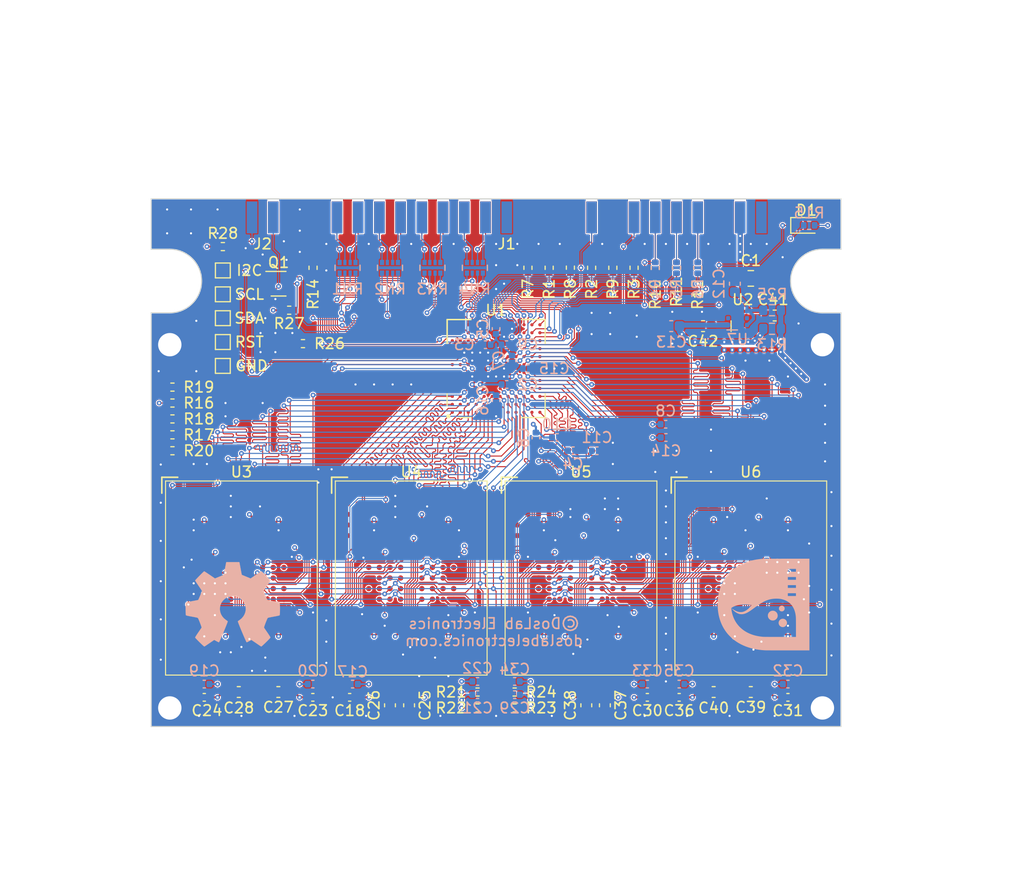
<source format=kicad_pcb>
(kicad_pcb (version 20211014) (generator pcbnew)
  (layers (0 "F.Cu" signal) (1 "In1.Cu" power) (2 "In2.Cu" power) (31 "B.Cu" signal) (34 "B.Paste" user) (35 "F.Paste" user) (36 "B.SilkS" user "B.Silkscreen") (37 "F.SilkS" user "F.Silkscreen") (38 "B.Mask" user) (39 "F.Mask" user) (44 "Edge.Cuts" user))
  (net 0 "")
  (net 1 "/F1_DQS")
  (net 2 "/F1_DQ2")
  (net 3 "/F1_DQ0")
  (net 4 "/FSH_CE4#")
  (net 5 "/FSH_CE1#")
  (net 6 "Net-(R17-Pad2)")
  (net 7 "Net-(R19-Pad2)")
  (net 8 "/DBG_SCL")
  (net 9 "/HD_D3")
  (net 10 "/HD_D12")
  (net 11 "/HD_D6")
  (net 12 "/HD_D14")
  (net 13 "/F1_DQ4")
  (net 14 "/F1_DQ3")
  (net 15 "/F1_DQ1")
  (net 16 "/FSH_CE3#")
  (net 17 "Net-(R20-Pad2)")
  (net 20 "/DBG_SDA")
  (net 21 "/DBG_RESET")
  (net 22 "/HD_D4")
  (net 23 "/HD_D13")
  (net 24 "/HD_D7")
  (net 25 "/F1_DQ6")
  (net 26 "/F1_DQ5")
  (net 27 "/F0_DQ7")
  (net 28 "/FSH_CE2#")
  (net 30 "Net-(R18-Pad2)")
  (net 31 "/I2C")
  (net 32 "GND")
  (net 33 "/HD_D11")
  (net 34 "/HD_D5")
  (net 35 "/HD_D15")
  (net 36 "/FSH_WP#")
  (net 37 "/F1_DQ7")
  (net 38 "/F0_DQ6")
  (net 39 "+3V3")
  (net 40 "Net-(R16-Pad2)")
  (net 41 "Net-(C3-Pad1)")
  (net 42 "/HD_CS0#")
  (net 43 "/HD_CS1#")
  (net 44 "/F1_ALE")
  (net 45 "/F1_WE#")
  (net 46 "/F0_DQ5")
  (net 47 "+VCCFQ")
  (net 48 "Net-(R26-Pad2)")
  (net 49 "/HD_IOR#")
  (net 50 "/F1_RE#")
  (net 51 "/F1_CLE")
  (net 52 "/F0_DQ4")
  (net 53 "/HD_IOW#")
  (net 55 "/F0_DQS")
  (net 56 "/F0_DQ3")
  (net 57 "/F0_DQ2")
  (net 58 "/F0_DQ1")
  (net 59 "/HD_INTRQ")
  (net 60 "/F0_DQ0")
  (net 61 "/F0_RE#")
  (net 62 "/FSH_R{slash}B1#")
  (net 63 "/FSH_R{slash}B2#")
  (net 64 "/HD_CSEL#")
  (net 65 "/F0_CLE")
  (net 66 "/F0_ALE")
  (net 67 "/FSH_R{slash}B3#")
  (net 68 "/FSH_R{slash}B4#")
  (net 69 "/F3_CLE")
  (net 70 "/F3_DQ7")
  (net 71 "/F3_DQ3")
  (net 72 "/HD_D10")
  (net 73 "/HD_D8")
  (net 74 "/HD_RESET#")
  (net 75 "/HD_IORDY")
  (net 76 "/F0_WE#")
  (net 77 "/F2_RE#")
  (net 78 "/F3_WE#")
  (net 79 "/F3_ALE")
  (net 80 "/F3_RE#")
  (net 81 "/F3_DQ6")
  (net 82 "/F3_DQS")
  (net 83 "/F3_DQ0")
  (net 84 "/HD_D2")
  (net 85 "/HD_A2")
  (net 86 "/HD_DMARQ")
  (net 87 "/HD_A1")
  (net 88 "/F2_CLE")
  (net 89 "/F2_ALE")
  (net 90 "/F2_DQ1")
  (net 91 "/F2_DQ3")
  (net 92 "/F2_DQ4")
  (net 93 "/F2_DQ6")
  (net 94 "/F3_DQ4")
  (net 95 "/F3_DQ1")
  (net 96 "/HD_D9")
  (net 97 "/HD_PDIAG#")
  (net 98 "/HD_DMACK#")
  (net 99 "/HD_A0")
  (net 100 "/F2_WE#")
  (net 101 "/F2_DQ0")
  (net 102 "/F2_DQ2")
  (net 103 "/F2_DQS")
  (net 104 "/F2_DQ5")
  (net 105 "/F2_DQ7")
  (net 106 "/F3_DQ5")
  (net 107 "/F3_DQ2")
  (net 108 "/HD_IOCS16#")
  (net 109 "/HD_D1")
  (net 110 "/HD_DASP#")
  (net 111 "/HD_D0")
  (net 113 "/HD_CSEL_CONN#")
  (net 114 "Net-(J1-Pad1)")
  (net 115 "Net-(J1-Pad3)")
  (net 116 "Net-(J1-Pad4)")
  (net 117 "Net-(J1-Pad5)")
  (net 118 "Net-(J1-Pad6)")
  (net 119 "Net-(J1-Pad7)")
  (net 120 "Net-(J1-Pad8)")
  (net 121 "Net-(J1-Pad9)")
  (net 122 "Net-(J1-Pad10)")
  (net 123 "Net-(J1-Pad11)")
  (net 124 "Net-(J1-Pad12)")
  (net 125 "Net-(J1-Pad13)")
  (net 126 "Net-(J1-Pad14)")
  (net 127 "Net-(J1-Pad15)")
  (net 128 "Net-(J1-Pad16)")
  (net 129 "Net-(J1-Pad17)")
  (net 130 "Net-(J1-Pad18)")
  (net 132 "Net-(J1-Pad21)")
  (net 133 "Net-(J1-Pad23)")
  (net 134 "Net-(J1-Pad25)")
  (net 135 "Net-(J1-Pad27)")
  (net 136 "Net-(J1-Pad29)")
  (net 137 "Net-(J1-Pad31)")
  (net 138 "Net-(J1-Pad33)")
  (net 139 "Net-(J1-Pad35)")
  (net 140 "Net-(J1-Pad36)")
  (net 141 "Net-(J1-Pad37)")
  (net 142 "Net-(J1-Pad38)")
  (net 143 "+5V")
  (net 145 "Net-(C12-Pad1)")
  (net 146 "Net-(D1-Pad2)")
  (net 447 "Net-(J2-Pad2)")
  (net 448 "Net-(J2-Pad4)")
  (footprint "Capacitor_SMD:C_0402_1005Metric" (layer "F.Cu") (at 149.2 111.75 180)
    (fp_text reference "C18")
    (fp_text value "100nF")
  )
  (footprint "Capacitor_SMD:C_0805_2012Metric" (layer "F.Cu") (at 187 72.25)
    (fp_text reference "C1")
    (fp_text value "10uF")
  )
  (footprint "TestPoint:TestPoint_Pad_1.0x1.0mm" (layer "F.Cu") (at 137.25 73.75)
    (fp_text reference "SCL")
    (fp_text value "SCL")
  )
  (footprint "Resistor_SMD:R_0402_1005Metric" (layer "F.Cu") (at 161.25 112.75 180)
    (fp_text reference "R22")
    (fp_text value "2k")
  )
  (footprint "Capacitor_SMD:C_0402_1005Metric" (layer "F.Cu") (at 145.73 111.75)
    (fp_text reference "C23")
    (fp_text value "100nF")
  )
  (footprint "Resistor_SMD:R_0402_1005Metric" (layer "F.Cu") (at 137.25 69.25 180)
    (fp_text reference "R28")
    (fp_text value "10k")
  )
  (footprint "Capacitor_SMD:C_0603_1608Metric" (layer "F.Cu") (at 173.25 112.5 -90)
    (fp_text reference "C37")
    (fp_text value "10uF")
  )
  (footprint "Resistor_SMD:R_0402_1005Metric" (layer "F.Cu") (at 164.75 112.75)
    (fp_text reference "R23")
    (fp_text value "2k")
  )
  (footprint "Capacitor_SMD:C_0402_1005Metric" (layer "F.Cu") (at 190.5 111.75)
    (fp_text reference "C31")
    (fp_text value "100nF")
  )
  (footprint "Capacitor_SMD:C_0603_1608Metric" (layer "F.Cu") (at 138.75 111.25)
    (fp_text reference "C28")
    (fp_text value "10uF")
  )
  (footprint "MountingHole:MountingHole_2.2mm_M2_ISO7380_Pad_TopBottom" (layer "F.Cu") (at 193.75 78.5)
    (fp_text reference "H4" hide)
    (fp_text value "MountingHole_Pad")
  )
  (footprint "Capacitor_SMD:C_0603_1608Metric" (layer "F.Cu") (at 182.5 76.75 180)
    (fp_text reference "C42")
    (fp_text value "1uF")
  )
  (footprint "Resistor_SMD:R_0402_1005Metric" (layer "F.Cu") (at 182 71.25 -90)
    (fp_text reference "R12")
    (fp_text value "82")
  )
  (footprint "Resistor_SMD:R_0402_1005Metric" (layer "F.Cu") (at 178 71.25 -90)
    (fp_text reference "R10")
    (fp_text value "82")
  )
  (footprint "Resistor_SMD:R_0402_1005Metric" (layer "F.Cu") (at 132.5 84)
    (fp_text reference "R16")
    (fp_text value "10k")
  )
  (footprint "Capacitor_SMD:C_0603_1608Metric" (layer "F.Cu") (at 142.48 111.25 180)
    (fp_text reference "C27")
    (fp_text value "10uF")
  )
  (footprint "cust:2x22_2mm_border_conn" (layer "F.Cu") (at 167 60.15)
    (fp_text reference "J1")
    (fp_text value "Conn_02x22_Odd_Even")
  )
  (footprint "Capacitor_SMD:C_0603_1608Metric" (layer "F.Cu") (at 171.5 112.5 -90)
    (fp_text reference "C38")
    (fp_text value "10uF")
  )
  (footprint "cust:BGA-152_14x18mm_Layout13x17_P0.5mm" (layer "F.Cu") (at 155 100.5)
    (fp_text reference "U4")
    (fp_text value "FlashBGA152")
  )
  (footprint "Package_TO_SOT_SMD:SOT-363_SC-70-6" (layer "F.Cu") (at 142.5 72.75)
    (fp_text reference "Q1")
    (fp_text value "PMBT2222AYS")
  )
  (footprint "Capacitor_SMD:C_0603_1608Metric" (layer "F.Cu") (at 183.5 111.25)
    (fp_text reference "C40")
    (fp_text value "10uF")
  )
  (footprint "Capacitor_SMD:C_0603_1608Metric" (layer "F.Cu") (at 187 111.25 180)
    (fp_text reference "C39")
    (fp_text value "10uF")
  )
  (footprint "Resistor_SMD:R_0402_1005Metric" (layer "F.Cu") (at 166 71.25 -90)
    (fp_text reference "R7")
    (fp_text value "22")
  )
  (footprint "Resistor_SMD:R_0402_1005Metric" (layer "F.Cu") (at 164.75 111.25)
    (fp_text reference "R24")
    (fp_text value "2k")
  )
  (footprint "Resistor_SMD:R_0402_1005Metric" (layer "F.Cu") (at 180 71.25 -90)
    (fp_text reference "R11")
    (fp_text value "82")
  )
  (footprint "cust:BGA-152_14x18mm_Layout13x17_P0.5mm" (layer "F.Cu") (at 187 100.5)
    (fp_text reference "U6")
    (fp_text value "FlashBGA152")
  )
  (footprint "Resistor_SMD:R_0402_1005Metric" (layer "F.Cu") (at 170 71.24 -90)
    (fp_text reference "R8")
    (fp_text value "82")
  )
  (footprint "MountingHole:MountingHole_2.2mm_M2_ISO7380_Pad_TopBottom" (layer "F.Cu") (at 193.75 112.75)
    (fp_text reference "H3" hide)
    (fp_text value "MountingHole_Pad")
  )
  (footprint "cust:2x2_2mm_border_conn" (layer "F.Cu") (at 141 60)
    (fp_text reference "J2")
    (fp_text value "Conn_02x02_Odd_Even")
  )
  (footprint "cust:BGA-144_12x12_9.0x9.0mm" (layer "F.Cu") (at 163 80.75 90)
    (fp_text reference "U1")
    (fp_text value "SM2236")
  )
  (footprint "Capacitor_SMD:C_0402_1005Metric" (layer "F.Cu") (at 135.5 111.75 180)
    (fp_text reference "C24")
    (fp_text value "100nF")
  )
  (footprint "MountingHole:MountingHole_2.2mm_M2_ISO7380_Pad_TopBottom" (layer "F.Cu") (at 132.25 112.75)
    (fp_text reference "H2" hide)
    (fp_text value "MountingHole_Pad")
  )
  (footprint "Resistor_SMD:R_0402_1005Metric" (layer "F.Cu") (at 168 71.25 -90)
    (fp_text reference "R1")
    (fp_text value "82")
  )
  (footprint "Resistor_SMD:R_0402_1005Metric" (layer "F.Cu") (at 132.5 82.5)
    (fp_text reference "R19")
    (fp_text value "NS")
  )
  (footprint "Resistor_SMD:R_0402_1005Metric" (layer "F.Cu") (at 174 71.25 -90)
    (fp_text reference "R9")
    (fp_text value "82")
  )
  (footprint "cust:BGA-152_14x18mm_Layout13x17_P0.5mm" (layer "F.Cu") (at 139 100.5)
    (fp_text reference "U3")
    (fp_text value "FlashBGA152")
  )
  (footprint "cust:BGA-152_14x18mm_Layout13x17_P0.5mm" (layer "F.Cu") (at 171 100.5)
    (fp_text reference "U5")
    (fp_text value "FlashBGA152")
  )
  (footprint "Resistor_SMD:R_0402_1005Metric" (layer "F.Cu") (at 132.5 87)
    (fp_text reference "R17")
    (fp_text value "NS")
  )
  (footprint "Resistor_SMD:R_0402_1005Metric" (layer "F.Cu") (at 132.5 88.5)
    (fp_text reference "R20")
    (fp_text value "NS")
  )
  (footprint "cust:WSON-6-1EP_2x2mm_P0.65mm_EP1x1.6mm" (layer "F.Cu") (at 186.25 76.25 90)
    (fp_text reference "U2")
    (fp_text value "TLV75533PDRV")
  )
  (footprint "Resistor_SMD:R_0402_1005Metric" (layer "F.Cu") (at 144.8 78.4)
    (fp_text reference "R26")
    (fp_text value "0")
  )
  (footprint "TestPoint:TestPoint_Pad_1.0x1.0mm" (layer "F.Cu") (at 137.25 80.5)
    (fp_text reference "GND")
    (fp_text value "GND")
  )
  (footprint "Resistor_SMD:R_0402_1005Metric" (layer "F.Cu") (at 176 71.25 -90)
    (fp_text reference "R3")
    (fp_text value "22")
  )
  (footprint "TestPoint:TestPoint_Pad_1.0x1.0mm" (layer "F.Cu") (at 137.25 78.25)
    (fp_text reference "RST")
    (fp_text value "RESET")
  )
  (footprint "TestPoint:TestPoint_Pad_1.0x1.0mm" (layer "F.Cu") (at 137.25 76)
    (fp_text reference "SDA")
    (fp_text value "SDA")
  )
  (footprint "Capacitor_SMD:C_0603_1608Metric" (layer "F.Cu") (at 153 112.5 -90)
    (fp_text reference "C26")
    (fp_text value "10uF")
  )
  (footprint "Resistor_SMD:R_0402_1005Metric" (layer "F.Cu") (at 132.5 85.5)
    (fp_text reference "R18")
    (fp_text value "NS")
  )
  (footprint "Resistor_SMD:R_0402_1005Metric" (layer "F.Cu") (at 172 71.25 -90)
    (fp_text reference "R2")
    (fp_text value "22")
  )
  (footprint "Capacitor_SMD:C_0402_1005Metric" (layer "F.Cu") (at 180.25 111.75 180)
    (fp_text reference "C36")
    (fp_text value "100nF")
  )
  (footprint "Resistor_SMD:R_0402_1005Metric" (layer "F.Cu") (at 145.75 71.25 -90)
    (fp_text reference "R14")
    (fp_text value "330")
  )
  (footprint "Capacitor_SMD:C_0402_1005Metric" (layer "F.Cu") (at 177.25 111.75)
    (fp_text reference "C30")
    (fp_text value "100nF")
  )
  (footprint "Resistor_SMD:R_0402_1005Metric" (layer "F.Cu") (at 161.25 111.25 180)
    (fp_text reference "R21")
    (fp_text value "2k")
  )
  (footprint "Resistor_SMD:R_0402_1005Metric" (layer "F.Cu") (at 143.5 75.25 180)
    (fp_text reference "R27")
    (fp_text value "10k")
  )
  (footprint "TestPoint:TestPoint_Pad_1.0x1.0mm" (layer "F.Cu") (at 137.25 71.5)
    (fp_text reference "I2C")
    (fp_text value "I2C")
  )
  (footprint "MountingHole:MountingHole_2.2mm_M2_ISO7380_Pad_TopBottom" (layer "F.Cu") (at 132.25 78.5)
    (fp_text reference "H1" hide)
    (fp_text value "MountingHole_Pad")
  )
  (footprint "Capacitor_SMD:C_0603_1608Metric" (layer "F.Cu") (at 189.25 75.75)
    (fp_text reference "C41")
    (fp_text value "1uF")
  )
  (footprint "LED_SMD:LED_0603_1608Metric" (layer "F.Cu") (at 192.25 67.25)
    (fp_text reference "D1")
    (fp_text value "LED")
  )
  (footprint "Capacitor_SMD:C_0603_1608Metric" (layer "F.Cu") (at 154.8 112.5 -90)
    (fp_text reference "C25")
    (fp_text value "10uF")
  )
  (footprint "Resistor_SMD:R_Array_Convex_4x0402" (layer "B.Cu") (at 157 71.25 90)
    (fp_text reference "RN3")
    (fp_text value "33")
  )
  (footprint "Capacitor_SMD:C_0402_1005Metric" (layer "B.Cu") (at 145.73 110.5)
    (fp_text reference "C20")
    (fp_text value "100nF")
  )
  (footprint "Resistor_SMD:R_0402_1005Metric" (layer "B.Cu") (at 182 71.25 -90)
    (fp_text reference "R6")
    (fp_text value "82")
  )
  (footprint "Resistor_SMD:R_0402_1005Metric" (layer "B.Cu") (at 192.5 67.25 180)
    (fp_text reference "R15")
    (fp_text value "330")
  )
  (footprint "Resistor_SMD:R_0603_1608Metric" (layer "B.Cu") (at 189 77 180)
    (fp_text reference "R13")
    (fp_text value "0")
  )
  (footprint "Capacitor_SMD:C_0402_1005Metric" (layer "B.Cu") (at 163 77 90)
    (fp_text reference "C5")
    (fp_text value "150nF")
  )
  (footprint "Resistor_SMD:R_Array_Convex_4x0402" (layer "B.Cu") (at 153 71.25 90)
    (fp_text reference "RN2")
    (fp_text value "33")
  )
  (footprint "Capacitor_SMD:C_0402_1005Metric" (layer "B.Cu") (at 178.98 86)
    (fp_text reference "C8")
    (fp_text value "100nF")
  )
  (footprint "Capacitor_SMD:C_0402_1005Metric" (layer "B.Cu") (at 161.25 110.25)
    (fp_text reference "C22")
    (fp_text value "100nF")
  )
  (footprint "Resistor_SMD:R_0402_1005Metric" (layer "B.Cu") (at 178 71.25 -90)
    (fp_text reference "R4")
    (fp_text value "0")
  )
  (footprint "Resistor_SMD:R_Array_Convex_4x0402" (layer "B.Cu") (at 161 71.25 90)
    (fp_text reference "RN4")
    (fp_text value "33")
  )
  (footprint "Capacitor_SMD:C_0402_1005Metric" (layer "B.Cu") (at 161.25 111.5)
    (fp_text reference "C21")
    (fp_text value "100nF")
  )
  (footprint "Resistor_SMD:R_Array_Convex_4x0402" (layer "B.Cu") (at 149 71.25 90)
    (fp_text reference "RN1")
    (fp_text value "33")
  )
  (footprint "Capacitor_SMD:C_0402_1005Metric" (layer "B.Cu") (at 170.25 88.5)
    (fp_text reference "C4")
    (fp_text value "100nF")
  )
  (footprint "Resistor_SMD:R_0603_1608Metric" (layer "B.Cu") (at 189 75.25 180)
    (fp_text reference "R25")
    (fp_text value "0")
  )
  (footprint "Capacitor_SMD:C_0402_1005Metric" (layer "B.Cu") (at 190.5 110.5)
    (fp_text reference "C32")
    (fp_text value "100nF")
  )
  (footprint "Capacitor_SMD:C_0402_1005Metric" (layer "B.Cu") (at 162 78.5 180)
    (fp_text reference "C3")
    (fp_text value "150nF")
  )
  (footprint "Capacitor_SMD:C_0402_1005Metric" (layer "B.Cu") (at 164.75 110.25 180)
    (fp_text reference "C34")
    (fp_text value "100nF")
  )
  (footprint "Capacitor_SMD:C_0402_1005Metric" (layer "B.Cu") (at 166.75 87.27 -90)
    (fp_text reference "C6")
    (fp_text value "100nF")
  )
  (footprint "Capacitor_SMD:C_0402_1005Metric" (layer "B.Cu") (at 149.48 110.5 180)
    (fp_text reference "C17")
    (fp_text value "100nF")
  )
  (footprint "Symbol:OSHW-Symbol_8.9x8mm_SilkScreen" (layer "B.Cu") (at 138.2 103 180)
    (fp_text reference "REF**" hide)
    (fp_text value "OSHW-Symbol_8.9x8mm_SilkScreen" hide)
  )
  (footprint "Capacitor_SMD:C_0402_1005Metric" (layer "B.Cu") (at 179 87.25)
    (fp_text reference "C14")
    (fp_text value "100nF")
  )
  (footprint "Capacitor_SMD:C_0402_1005Metric" (layer "B.Cu") (at 168.75 87.25)
    (fp_text reference "C10")
    (fp_text value "100nF")
  )
  (footprint "Capacitor_SMD:C_0402_1005Metric" (layer "B.Cu") (at 163.98 78.5)
    (fp_text reference "C9")
    (fp_text value "150nF")
  )
  (footprint "cust:WSON-6-1EP_2x2mm_P0.65mm_EP1x1.6mm" (layer "B.Cu") (at 185.75 76)
    (fp_text reference "U7")
    (fp_text value "TLV75518PDRV")
  )
  (footprint "Capacitor_SMD:C_0402_1005Metric" (layer "B.Cu") (at 164.5 80 -90)
    (fp_text reference "C7")
    (fp_text value "150nF")
  )
  (footprint "Capacitor_SMD:C_0402_1005Metric" (layer "B.Cu") (at 135.5 110.5 180)
    (fp_text reference "C19")
    (fp_text value "100nF")
  )
  (footprint "Capacitor_SMD:C_0402_1005Metric" (layer "B.Cu") (at 177.25 110.5)
    (fp_text reference "C33")
    (fp_text value "100nF")
  )
  (footprint "Capacitor_SMD:C_0402_1005Metric" (layer "B.Cu") (at 164 82.25)
    (fp_text reference "C2")
    (fp_text value "100nF")
  )
  (footprint "Capacitor_SMD:C_0402_1005Metric" (layer "B.Cu") (at 163 83.75 -90)
    (fp_text reference "C16")
    (fp_text value "100nF")
  )
  (footprint "Capacitor_SMD:C_0603_1608Metric" (layer "B.Cu") (at 179.5 76.75 180)
    (fp_text reference "C13")
    (fp_text value "1uF")
  )
  (footprint "Capacitor_SMD:C_0402_1005Metric" (layer "B.Cu") (at 172.5 88.5)
    (fp_text reference "C11")
    (fp_text value "100nF")
  )
  (footprint "Capacitor_SMD:C_0402_1005Metric" (layer "B.Cu") (at 180.25 110.5 180)
    (fp_text reference "C35")
    (fp_text value "100nF")
  )
  (footprint "Capacitor_SMD:C_0603_1608Metric" (layer "B.Cu") (at 185.5 72.75 90)
    (fp_text reference "C12")
    (fp_text value "1uF")
  )
  (footprint "cust:doslab_logo" (layer "B.Cu") (at 188.2 103 180)
    (fp_text reference "G***" hide)
    (fp_text value "LOGO" hide)
  )
  (footprint "Capacitor_SMD:C_0402_1005Metric" (layer "B.Cu") (at 164.75 111.5 180)
    (fp_text reference "C29")
    (fp_text value "100nF")
  )
  (footprint "Resistor_SMD:R_0402_1005Metric" (layer "B.Cu") (at 180 71.25 -90)
    (fp_text reference "R5")
    (fp_text value "82")
  )
  (footprint "Capacitor_SMD:C_0402_1005Metric" (layer "B.Cu") (at 166 80.75)
    (fp_text reference "C15")
    (fp_text value "100nF")
  )
  (gr_arc (start 190.75 72.5) (mid 191.62868 70.37868) (end 193.75 69.5) (layer "Edge.Cuts") (width 0.1))
  (gr_line (start 195.5 64.75) (end 195.5 69.5) (layer "Edge.Cuts") (width 0.1))
  (gr_line (start 130.5 114.5) (end 195.5 114.5) (layer "Edge.Cuts") (width 0.1))
  (gr_line (start 130.5 69.5) (end 130.5 64.75) (layer "Edge.Cuts") (width 0.1))
  (gr_line (start 130.5 75.5) (end 130.5 114.5) (layer "Edge.Cuts") (width 0.1))
  (gr_line (start 195.5 69.5) (end 193.75 69.5) (layer "Edge.Cuts") (width 0.1))
  (gr_arc (start 193.75 75.5) (mid 191.62868 74.62132) (end 190.75 72.5) (layer "Edge.Cuts") (width 0.1))
  (gr_line (start 193.75 75.5) (end 195.5 75.5) (layer "Edge.Cuts") (width 0.1))
  (gr_line (start 195.5 114.5) (end 195.5 75.5) (layer "Edge.Cuts") (width 0.1))
  (gr_arc (start 132.25 69.5) (mid 134.37132 70.37868) (end 135.25 72.5) (layer "Edge.Cuts") (width 0.1))
  (gr_line (start 132.25 69.5) (end 130.5 69.5) (layer "Edge.Cuts") (width 0.1))
  (gr_line (start 195.5 64.75) (end 130.5 64.75) (layer "Edge.Cuts") (width 0.1))
  (gr_line (start 130.5 75.5) (end 132.25 75.5) (layer "Edge.Cuts") (width 0.1))
  (gr_arc (start 135.25 72.5) (mid 134.37132 74.62132) (end 132.25 75.5) (layer "Edge.Cuts") (width 0.1))
  (gr_text "©DosLab Electronics\ndoslabelectronics.com" (at 162.8 105.6) (layer "B.SilkS") (effects (font (size 1 1)) (justify mirror)))
  (segment (start 155.924263 88.037866) (end 156.737436 88.851039) (width 0.1) (layer "F.Cu") (net 1))
  (segment (start 157.647916 85.72357) (end 157.625039 85.746446) (width 0.1) (layer "F.Cu") (net 1))
  (segment (start 156.267769 89.957103) (end 154.924267 88.613602) (width 0.1) (layer "F.Cu") (net 1))
  (segment (start 155.525304 89.638907) (end 155.525304 89.638906) (width 0.1) (layer "F.Cu") (net 1))
  (segment (start 153.950735 97.983579) (end 154.233579 97.983579) (width 0.1) (layer "F.Cu") (net 1))
  (segment (start 157.22365 86.147836) (end 157.200773 86.170712) (width 0.1) (layer "F.Cu") (net 1))
  (segment (start 156 104.5) (end 156.4 104.9) (width 0.1) (layer "F.Cu") (net 1))
  (segment (start 156.525304 89.063172) (end 155.712132 88.25) (width 0.1) (layer "F.Cu") (net 1))
  (segment (start 154.233579 97.983579) (end 154.4 97.817158) (width 0.1) (layer "F.Cu") (net 1))
  (segment (start 157.295401 86.454596) (end 157.390031 86.549227) (width 0.1) (layer "F.Cu") (net 1))
  (segment (start 157.931801 85.818199) (end 157.837172 85.72357) (width 0.1) (layer "F.Cu") (net 1))
  (segment (start 157.814297 86.314217) (end 157.79142 86.337095) (width 0.1) (layer "F.Cu") (net 1))
  (segment (start 156.858009 86.89199) (end 155.924263 87.825734) (width 0.1) (layer "F.Cu") (net 1))
  (segment (start 155.5 88.25) (end 155.383887 88.366113) (width 0.1) (layer "F.Cu") (net 1))
  (segment (start 154.712133 88.825735) (end 155.525304 89.638907) (width 0.1) (layer "F.Cu") (net 1))
  (segment (start 156.988642 86.761359) (end 156.858009 86.89199) (width 0.1) (layer "F.Cu") (net 1))
  (segment (start 157.719667 86.03033) (end 157.814297 86.124961) (width 0.1) (layer "F.Cu") (net 1))
  (segment (start 152.551472 99.1) (end 152.751472 98.9) (width 0.1) (layer "F.Cu") (net 1))
  (segment (start 154.4 97.817158) (end 154.4 96.9) (width 0.1) (layer "F.Cu") (net 1))
  (segment (start 158.25 85.689257) (end 158.250001 85.689258) (width 0.1) (layer "F.Cu") (net 1))
  (segment (start 158.250001 85.878514) (end 158.227126 85.90139) (width 0.1) (layer "F.Cu") (net 1))
  (segment (start 153.6 98.55) (end 153.6 98.334314) (width 0.1) (layer "F.Cu") (net 1))
  (segment (start 157.507536 86.242465) (end 157.412906 86.147836) (width 0.1) (layer "F.Cu") (net 1))
  (segment (start 154.375 94.559314) (end 154.6 94.784314) (width 0.1) (layer "F.Cu") (net 1))
  (segment (start 157.200773 86.359968) (end 157.295401 86.454596) (width 0.1) (layer "F.Cu") (net 1))
  (segment (start 149.85 102.367157) (end 149.85 100.084314) (width 0.1) (layer "F.Cu") (net 1))
  (segment (start 154.4 96.9) (end 154 96.5) (width 0.1) (layer "F.Cu") (net 1))
  (segment (start 148.6 108.665686) (end 148.6 103.617157) (width 0.1) (layer "F.Cu") (net 1))
  (segment (start 154.6 95.9) (end 154 96.5) (width 0.1) (layer "F.Cu") (net 1))
  (segment (start 150.834314 99.1) (end 152.551472 99.1) (width 0.1) (layer "F.Cu") (net 1))
  (segment (start 155.383887 88.366113) (end 155.34853 88.401467) (width 0.1) (layer "F.Cu") (net 1))
  (segment (start 148.834314 108.9) (end 148.6 108.665686) (width 0.1) (layer "F.Cu") (net 1))
  (segment (start 158.03787 85.90139) (end 157.943242 85.806762) (width 0.1) (layer "F.Cu") (net 1))
  (segment (start 157.625039 85.935702) (end 157.719667 86.03033) (width 0.1) (layer "F.Cu") (net 1))
  (segment (start 155.313172 89.85104) (end 154.712132 89.25) (width 0.1) (layer "F.Cu") (net 1))
  (segment (start 156.479901 89.74497) (end 156.479901 89.744969) (width 0.1) (layer "F.Cu") (net 1))
  (segment (start 156.737436 88.851039) (end 156.737436 88.851038) (width 0.1) (layer "F.Cu") (net 1))
  (segment (start 158.875 84.875) (end 158.25 85.5) (width 0.1) (layer "F.Cu") (net 1))
  (segment (start 156.4 104.9) (end 156.4 106.1) (width 0.1) (layer "F.Cu") (net 1))
  (segment (start 154.924267 88.613602) (end 154.924267 88.613603) (width 0.1) (layer "F.Cu") (net 1))
  (segment (start 157.943242 85.806762) (end 157.931801 85.818199) (width 0.1) (layer "F.Cu") (net 1))
  (segment (start 157.602164 86.337093) (end 157.507536 86.242465) (width 0.1) (layer "F.Cu") (net 1))
  (segment (start 158.25 85.689256) (end 158.25 85.689257) (width 0.1) (layer "F.Cu") (net 1))
  (segment (start 153.25 98.9) (end 153.6 98.55) (width 0.1) (layer "F.Cu") (net 1))
  (segment (start 155.34853 88.613599) (end 156.479901 89.74497) (width 0.1) (layer "F.Cu") (net 1))
  (segment (start 152.751472 98.9) (end 153.25 98.9) (width 0.1) (layer "F.Cu") (net 1))
  (segment (start 154.6 94.784314) (end 154.6 95.9) (width 0.1) (layer "F.Cu") (net 1))
  (segment (start 153.6 108.9) (end 148.834314 108.9) (width 0.1) (layer "F.Cu") (net 1))
  (segment (start 153.6 98.334314) (end 153.950735 97.983579) (width 0.1) (layer "F.Cu") (net 1))
  (segment (start 154.375 89.375) (end 154.375 94.559314) (width 0.1) (layer "F.Cu") (net 1))
  (segment (start 156.4 106.1) (end 153.6 108.9) (width 0.1) (layer "F.Cu") (net 1))
  (segment (start 149.85 100.084314) (end 150.834314 99.1) (width 0.1) (layer "F.Cu") (net 1))
  (segment (start 148.6 103.617157) (end 149.85 102.367157) (width 0.1) (layer "F.Cu") (net 1))
  (segment (start 154.5 89.25) (end 154.375 89.375) (width 0.1) (layer "F.Cu") (net 1))
  (segment (start 157.390031 86.738483) (end 157.367154 86.761361) (width 0.1) (layer "F.Cu") (net 1))
  (arc (start 156.479901 89.957103) (mid 156.373835 90.001037) (end 156.267769 89.957103) (width 0.1) (layer "F.Cu") (net 1))
  (arc (start 154.712132 89.25) (mid 154.606066 89.206066) (end 154.5 89.25) (width 0.1) (layer "F.Cu") (net 1))
  (arc (start 155.525304 89.85104) (mid 155.419238 89.894974) (end 155.313172 89.85104) (width 0.1) (layer "F.Cu") (net 1))
  (arc (start 158.227126 85.90139) (mid 158.132498 85.940586) (end 158.03787 85.90139) (width 0.1) (layer "F.Cu") (net 1))
  (arc (start 157.390031 86.549227) (mid 157.429227 86.643855) (end 157.390031 86.738483) (width 0.1) (layer "F.Cu") (net 1))
  (arc (start 157.200773 86.170712) (mid 157.161577 86.26534) (end 157.200773 86.359968) (width 0.1) (layer "F.Cu") (net 1))
  (arc (start 154.712133 88.613603) (mid 154.668199 88.719669) (end 154.712133 88.825735) (width 0.1) (layer "F.Cu") (net 1))
  (arc (start 156.737436 88.851038) (mid 156.78137 88.957105) (end 156.737436 89.063172) (width 0.1) (layer "F.Cu") (net 1))
  (arc (start 157.177898 86.761359) (mid 157.08327 86.722163) (end 156.988642 86.761359) (width 0.1) (layer "F.Cu") (net 1))
  (arc (start 157.412906 86.147836) (mid 157.318278 86.10864) (end 157.22365 86.147836) (width 0.1) (layer "F.Cu") (net 1))
  (arc (start 157.79142 86.337095) (mid 157.696792 86.376289) (end 157.602164 86.337093) (width 0.1) (layer "F.Cu") (net 1))
  (arc (start 156.479901 89.744969) (mid 156.523835 89.851036) (end 156.479901 89.957103) (width 0.1) (layer "F.Cu") (net 1))
  (arc (start 157.625039 85.746446) (mid 157.585843 85.841074) (end 157.625039 85.935702) (width 0.1) (layer "F.Cu") (net 1))
  (arc (start 155.712132 88.25) (mid 155.606066 88.206066) (end 155.5 88.25) (width 0.1) (layer "F.Cu") (net 1))
  (arc (start 154.924267 88.613603) (mid 154.818201 88.569668) (end 154.712133 88.613603) (width 0.1) (layer "F.Cu") (net 1))
  (arc (start 157.837172 85.72357) (mid 157.742544 85.684374) (end 157.647916 85.72357) (width 0.1) (layer "F.Cu") (net 1))
  (arc (start 157.367154 86.761361) (mid 157.272526 86.800555) (end 157.177898 86.761359) (width 0.1) (layer "F.Cu") (net 1))
  (arc (start 155.34853 88.401467) (mid 155.304596 88.507533) (end 155.34853 88.613599) (width 0.1) (layer "F.Cu") (net 1))
  (arc (start 155.525304 89.638906) (mid 155.569238 89.744973) (end 155.525304 89.85104) (width 0.1) (layer "F.Cu") (net 1))
  (arc (start 158.25 85.5) (mid 158.210804 85.594628) (end 158.25 85.689256) (width 0.1) (layer "F.Cu") (net 1))
  (arc (start 155.924263 87.825734) (mid 155.880329 87.9318) (end 155.924263 88.037866) (width 0.1) (layer "F.Cu") (net 1))
  (arc (start 158.250001 85.689258) (mid 158.289197 85.783886) (end 158.250001 85.878514) (width 0.1) (layer "F.Cu") (net 1))
  (arc (start 156.737436 89.063172) (mid 156.63137 89.107106) (end 156.525304 89.063172) (width 0.1) (layer "F.Cu") (net 1))
  (arc (start 157.814297 86.124961) (mid 157.853493 86.219589) (end 157.814297 86.314217) (width 0.1) (layer "F.Cu") (net 1))
  (segment (start 149.05 98.637534) (end 149.218767 98.468767) (width 0.1) (layer "F.Cu") (net 2))
  (segment (start 152.7 91.65) (end 152.45 91.65) (width 0.1) (layer "F.Cu") (net 2))
  (segment (start 152.7 90.45) (end 152.6 90.45) (width 0.1) (layer "F.Cu") (net 2))
  (segment (start 152.6 89.65) (end 152.6 90.05) (width 0.1) (layer "F.Cu") (net 2))
  (segment (start 149.05 101.917158) (end 149.05 101.25) (width 0.1) (layer "F.Cu") (net 2))
  (segment (start 152.6 95.9) (end 152 96.5) (width 0.1) (layer "F.Cu") (net 2))
  (segment (start 150.75 109.7) (end 148.502943 109.7) (width 0.1) (layer "F.Cu") (net 2))
  (segment (start 153.765687 109.7) (end 150.75 109.7) (width 0.1) (layer "F.Cu") (net 2))
  (segment (start 157.382536 84.867462) (end 157.488604 84.97353) (width 0.1) (layer "F.Cu") (net 2))
  (segment (start 157.276469 84.549265) (end 157.27647 84.549264) (width 0.1) (layer "F.Cu") (net 2))
  (segment (start 152.6 91.35) (end 152.7 91.35) (width 0.1) (layer "F.Cu") (net 2))
  (segment (start 157.27647 84.761396) (end 157.382536 84.867462) (width 0.1) (layer "F.Cu") (net 2))
  (segment (start 152.45 91.65) (end 151.95 91.65) (width 0.1) (layer "F.Cu") (net 2))
  (segment (start 158 104.5) (end 157.6 104.9) (width 0.1) (layer "F.Cu") (net 2))
  (segment (start 147.8 103.167158) (end 147.917157 103.05) (width 0.1) (layer "F.Cu") (net 2))
  (segment (start 157.700736 84.761398) (end 157.59467 84.655332) (width 0.1) (layer "F.Cu") (net 2))
  (segment (start 151.95 91.35) (end 152.6 91.35) (width 0.1) (layer "F.Cu") (net 2))
  (segment (start 156.427942 85.822056) (end 152.6 89.65) (width 0.1) (layer "F.Cu") (net 2))
  (segment (start 147.917157 103.05) (end 148.983579 101.983579) (width 0.1) (layer "F.Cu") (net 2))
  (segment (start 149.05 101.25) (end 149.05 98.637534) (width 0.1) (layer "F.Cu") (net 2))
  (segment (start 156.852208 85.609926) (end 156.746142 85.50386) (width 0.1) (layer "F.Cu") (net 2))
  (segment (start 147.8 108.997056) (end 147.8 108.831372) (width 0.1) (layer "F.Cu") (net 2))
  (segment (start 152.6 92.1) (end 152.6 93.1) (width 0.1) (layer "F.Cu") (net 2))
  (segment (start 148.983579 101.983579) (end 149.05 101.917158) (width 0.1) (layer "F.Cu") (net 2))
  (segment (start 156.852205 84.973529) (end 156.852206 84.973528) (width 0.1) (layer "F.Cu") (net 2))
  (segment (start 157.276472 85.185662) (end 157.170406 85.079596) (width 0.1) (layer "F.Cu") (net 2))
  (segment (start 157.700734 84.337132) (end 157.8068 84.443198) (width 0.1) (layer "F.Cu") (net 2))
  (segment (start 157.6 104.9) (end 157.6 105.5) (width 0.1) (layer "F.Cu") (net 2))
  (segment (start 157.488603 85.185663) (end 157.488604 85.185662) (width 0.1) (layer "F.Cu") (net 2))
  (segment (start 152.6 91.05) (end 151.95 91.05) (width 0.1) (layer "F.Cu") (net 2))
  (segment (start 152.8 90.85) (end 152.8 90.95) (width 0.1) (layer "F.Cu") (net 2))
  (segment (start 151.95 91.95) (end 152.45 91.95) (width 0.1) (layer "F.Cu") (net 2))
  (segment (start 158.875 84.125) (end 158.125 84.125) (width 0.1) (layer "F.Cu") (net 2))
  (segment (start 157.6 106.031371) (end 157.131371 106.5) (width 0.1) (layer "F.Cu") (net 2))
  (segment (start 152.6 90.45) (end 151.75 90.45) (width 0.1) (layer "F.Cu") (net 2))
  (segment (start 157.131371 106.5) (end 153.931371 109.7) (width 0.1) (layer "F.Cu") (net 2))
  (segment (start 157.8068 84.443198) (end 157.912868 84.549266) (width 0.1) (layer "F.Cu") (net 2))
  (segment (start 156.746142 85.50386) (end 156.640074 85.397792) (width 0.1) (layer "F.Cu") (net 2))
  (segment (start 156.958272 85.291726) (end 157.06434 85.397794) (width 0.1) (layer "F.Cu") (net 2))
  (segment (start 153.931371 109.7) (end 153.765687 109.7) (width 0.1) (layer "F.Cu") (net 2))
  (segment (start 156.852206 85.18566) (end 156.958272 85.291726) (width 0.1) (layer "F.Cu") (net 2))
  (segment (start 157.912867 84.761399) (end 157.912868 84.761398) (width 0.1) (layer "F.Cu") (net 2))
  (segment (start 156.427941 85.822057) (end 156.427942 85.822056) (width 0.1) (layer "F.Cu") (net 2))
  (segment (start 157.700734 84.124999) (end 157.700734 84.125) (width 0.1) (layer "F.Cu") (net 2))
  (segment (start 157.912866 84.125) (end 157.912867 84.125) (width 0.1) (layer "F.Cu") (net 2))
  (segment (start 152.8 91.45) (end 152.8 91.55) (width 0.1) (layer "F.Cu") (net 2))
  (segment (start 152.6 90.75) (end 152.7 90.75) (width 0.1) (layer "F.Cu") (net 2))
  (segment (start 157.6 105.5) (end 157.6 106.031371) (width 0.1) (layer "F.Cu") (net 2))
  (segment (start 156.427941 85.397793) (end 156.427942 85.397792) (width 0.1) (layer "F.Cu") (net 2))
  (segment (start 148.502943 109.7) (end 147.8 108.997056) (width 0.1) (layer "F.Cu") (net 2))
  (segment (start 152.8 90.25) (end 152.8 90.35) (width 0.1) (layer "F.Cu") (net 2))
  (segment (start 147.8 108.831372) (end 147.8 103.167158) (width 0.1) (layer "F.Cu") (net 2))
  (segment (start 157.170406 85.079596) (end 157.064338 84.973528) (width 0.1) (layer "F.Cu") (net 2))
  (segment (start 157.59467 84.655332) (end 157.488602 84.549264) (width 0.1) (layer "F.Cu") (net 2))
  (segment (start 152.7 91.05) (end 152.6 91.05) (width 0.1) (layer "F.Cu") (net 2))
  (segment (start 151.75 90.75) (end 152.6 90.75) (width 0.1) (layer "F.Cu") (net 2))
  (segment (start 157.064339 85.609927) (end 157.06434 85.609926) (width 0.1) (layer "F.Cu") (net 2))
  (segment (start 152.6 93.1) (end 152.6 95.9) (width 0.1) (layer "F.Cu") (net 2))
  (via (at 149.218767 98.468767) (size 0.45) (drill 0.2) (layers "F.Cu" "B.Cu") (net 2))
  (via (at 152.6 93.1) (size 0.45) (drill 0.2) (layers "F.Cu" "B.Cu") (net 2))
  (arc (start 152.8 91.55) (mid 152.770711 91.620711) (end 152.7 91.65) (width 0.1) (layer "F.Cu") (net 2))
  (arc (start 156.640074 85.397792) (mid 156.534007 85.353858) (end 156.427941 85.397793) (width 0.1) (layer "F.Cu") (net 2))
  (arc (start 157.064338 84.973528) (mid 156.958271 84.929594) (end 156.852205 84.973529) (width 0.1) (layer "F.Cu") (net 2))
  (arc (start 151.95 91.05) (mid 151.843934 91.093934) (end 151.8 91.2) (width 0.1) (layer "F.Cu") (net 2))
  (arc (start 151.6 90.6) (mid 151.643934 90.706066) (end 151.75 90.75) (width 0.1) (layer "F.Cu") (net 2))
  (arc (start 152.45 91.95) (mid 152.556066 91.993934) (end 152.6 92.1) (width 0.1) (layer "F.Cu") (net 2))
  (arc (start 156.427942 85.397792) (mid 156.384008 85.503858) (end 156.427942 85.609924) (width 0.1) (layer "F.Cu") (net 2))
  (arc (start 157.912868 84.549266) (mid 157.956801 84.655334) (end 157.912867 84.761399) (width 0.1) (layer "F.Cu") (net 2))
  (arc (start 151.75 90.45) (mid 151.643934 90.493934) (end 151.6 90.6) (width 0.1) (layer "F.Cu") (net 2))
  (arc (start 158.125 84.125) (mid 158.018933 84.168934) (end 157.912866 84.125) (width 0.1) (layer "F.Cu") (net 2))
  (arc (start 152.6 90.05) (mid 152.629289 90.120711) (end 152.7 90.15) (width 0.1) (layer "F.Cu") (net 2))
  (arc (start 156.427942 85.609924) (mid 156.471876 85.715991) (end 156.427941 85.822057) (width 0.1) (layer "F.Cu") (net 2))
  (arc (start 152.7 90.75) (mid 152.770711 90.779289) (end 152.8 90.85) (width 0.1) (layer "F.Cu") (net 2))
  (arc (start 157.912867 84.125) (mid 157.806801 84.081065) (end 157.700734 84.124999) (width 0.1) (layer "F.Cu") (net 2))
  (arc (start 157.700734 84.125) (mid 157.6568 84.231066) (end 157.700734 84.337132) (width 0.1) (layer "F.Cu") (net 2))
  (arc (start 152.8 90.95) (mid 152.770711 91.020711) (end 152.7 91.05) (width 0.1) (layer "F.Cu") (net 2))
  (arc (start 151.8 91.8) (mid 151.843934 91.906066) (end 151.95 91.95) (width 0.1) (layer "F.Cu") (net 2))
  (arc (start 157.488602 84.549264) (mid 157.382535 84.50533) (end 157.276469 84.549265) (width 0.1) (layer "F.Cu") (net 2))
  (arc (start 157.06434 85.609926) (mid 156.958274 85.65386) (end 156.852208 85.609926) (width 0.1) (layer "F.Cu") (net 2))
  (arc (start 157.488604 85.185662) (mid 157.382538 85.229596) (end 157.276472 85.185662) (width 0.1) (layer "F.Cu") (net 2))
  (arc (start 152.7 90.15) (mid 152.770711 90.179289) (end 152.8 90.25) (width 0.1) (layer "F.Cu") (net 2))
  (arc (start 156.852206 84.973528) (mid 156.808272 85.079594) (end 156.852206 85.18566) (width 0.1) (layer "F.Cu") (net 2))
  (arc (start 152.8 90.35) (mid 152.770711 90.420711) (end 152.7 90.45) (width 0.1) (layer "F.Cu") (net 2))
  (arc (start 151.8 91.2) (mid 151.843934 91.306066) (end 151.95 91.35) (width 0.1) (layer "F.Cu") (net 2))
  (arc (start 157.27647 84.549264) (mid 157.232536 84.65533) (end 157.27647 84.761396) (width 0.1) (layer "F.Cu") (net 2))
  (arc (start 157.912868 84.761398) (mid 157.806802 84.805332) (end 157.700736 84.761398) (width 0.1) (layer "F.Cu") (net 2))
  (arc (start 157.06434 85.397794) (mid 157.108273 85.503862) (end 157.064339 85.609927) (width 0.1) (layer "F.Cu") (net 2))
  (arc (start 151.95 91.65) (mid 151.843934 91.693934) (end 151.8 91.8) (width 0.1) (layer "F.Cu") (net 2))
  (arc (start 152.7 91.35) (mid 152.770711 91.379289) (end 152.8 91.45) (width 0.1) (layer "F.Cu") (net 2))
  (arc (start 157.488604 84.97353) (mid 157.532537 85.079598) (end 157.488603 85.185663) (width 0.1) (layer "F.Cu") (net 2))
  (segment (start 150 93) (end 152.5 93) (width 0.1) (layer "B.Cu") (net 2))
  (segment (start 149.218767 93.781233) (end 150 93) (width 0.1) (layer "B.Cu") (net 2))
  (segment (start 149.218767 98.468767) (end 149.218767 93.781233) (width 0.1) (layer "B.Cu") (net 2))
  (segment (start 152.5 93) (end 152.6 93.1) (width 0.1) (layer "B.Cu") (net 2))
  (segment (start 159.165686 106.9) (end 157.014213 106.9) (width 0.1) (layer "F.Cu") (net 3))
  (segment (start 151.352427 89.776542) (end 151.375074 89.753894) (width 0.1) (layer "F.Cu") (net 3))
  (segment (start 150.962134 89.598385) (end 150.962133 89.598385) (width 0.1) (layer "F.Cu") (net 3))
  (segment (start 151.799341 89.140142) (end 151.609858 88.950658) (width 0.1) (layer "F.Cu") (net 3))
  (segment (start 151.776693 89.352275) (end 151.776694 89.352275) (width 0.1) (layer "F.Cu") (net 3))
  (segment (start 151.609858 88.761174) (end 151.609859 88.761172) (width 0.1) (layer "F.Cu") (net 3))
  (segment (start 151.609859 88.761172) (end 151.632506 88.738526) (width 0.1) (layer "F.Cu") (net 3))
  (segment (start 150.4 90.9) (end 150.4 90.35) (width 0.1) (layer "F.Cu") (net 3))
  (segment (start 159.4 106.665686) (end 159.165686 106.9) (width 0.1) (layer "F.Cu") (net 3))
  (segment (start 151.397724 89.162794) (end 151.397725 89.162792) (width 0.1) (layer "F.Cu") (net 3))
  (segment (start 151.352426 89.776542) (end 151.352427 89.776542) (width 0.1) (layer "F.Cu") (net 3))
  (segment (start 148.843767 101.493767) (end 148.843767 98.313436) (width 0.1) (layer "F.Cu") (net 3))
  (segment (start 149.55 91.1) (end 150.25 91.1) (width 0.1) (layer "F.Cu") (net 3))
  (segment (start 151.056876 89.693128) (end 151.0682 89.6818) (width 0.1) (layer "F.Cu") (net 3))
  (segment (start 151.0682 89.6818) (end 151.162942 89.776542) (width 0.1) (layer "F.Cu") (net 3))
  (segment (start 151.79934 89.140142) (end 151.799341 89.140142) (width 0.1) (layer "F.Cu") (net 3))
  (segment (start 149.657203 97.5) (end 151 97.5) (width 0.1) (layer "F.Cu") (net 3))
  (segment (start 151.821992 88.738525) (end 152.011476 88.928008) (width 0.1) (layer "F.Cu") (net 3))
  (segment (start 150.75 89.621032) (end 150.772649 89.598384) (width 0.1) (layer "F.Cu") (net 3))
  (segment (start 152.223607 88.52639) (end 152.223608 88.52639) (width 0.1) (layer "F.Cu") (net 3))
  (segment (start 152.20096 88.928008) (end 152.200961 88.928008) (width 0.1) (layer "F.Cu") (net 3))
  (segment (start 150.4 96.9) (end 150.4 92.15) (width 0.1) (layer "F.Cu") (net 3))
  (segment (start 152.223608 88.52639) (end 157.375 83.375) (width 0.1) (layer "F.Cu") (net 3))
  (segment (start 149.55 91.7) (end 150.25 91.7) (width 0.1) (layer "F.Cu") (net 3))
  (segment (start 151.375073 89.564409) (end 151.375074 89.564409) (width 0.1) (layer "F.Cu") (net 3))
  (segment (start 159.4 103.9) (end 159.4 106.665686) (width 0.1) (layer "F.Cu") (net 3))
  (segment (start 150.962133 89.598385) (end 151.056876 89.693128) (width 0.1) (layer "F.Cu") (net 3))
  (segment (start 148.85 101.834316) (end 148.85 101.5) (width 0.1) (layer "F.Cu") (net 3))
  (segment (start 150.4 90.95) (end 150.4 90.9) (width 0.1) (layer "F.Cu") (net 3))
  (segment (start 150.25 91.4) (end 149.55 91.4) (width 0.1) (layer "F.Cu") (net 3))
  (segment (start 150.4 90.35) (end 150.75 90) (width 0.1) (layer "F.Cu") (net 3))
  (segment (start 151.776694 89.352275) (end 151.799341 89.329627) (width 0.1) (layer "F.Cu") (net 3))
  (segment (start 151.375074 89.564409) (end 151.185591 89.374925) (width 0.1) (layer "F.Cu") (net 3))
  (segment (start 150.25 92) (end 149.55 92) (width 0.1) (layer "F.Cu") (net 3))
  (segment (start 147.6 103.084315) (end 148.85 101.834316) (width 0.1) (layer "F.Cu") (net 3))
  (segment (start 151 97.5) (end 150.4 96.9) (width 0.1) (layer "F.Cu") (net 3))
  (segment (start 150.750001 89.621031) (end 150.75 89.621032) (width 0.1) (layer "F.Cu") (net 3))
  (segment (start 148.85 101.5) (end 148.843767 101.493767) (width 0.1) (layer "F.Cu") (net 3))
  (segment (start 151.185592 89.185439) (end 151.208239 89.162793) (width 0.1) (layer "F.Cu") (net 3))
  (segment (start 147.6 109.1) (end 147.6 103.084315) (width 0.1) (layer "F.Cu") (net 3))
  (segment (start 148.4 109.9) (end 147.6 109.1) (width 0.1) (layer "F.Cu") (net 3))
  (segment (start 152.200961 88.928008) (end 152.223608 88.90536) (width 0.1) (layer "F.Cu") (net 3))
  (segment (start 157.014213 106.9) (end 154.014213 109.9) (width 0.1) (layer "F.Cu") (net 3))
  (segment (start 151.821991 88.738527) (end 151.821992 88.738525) (width 0.1) (layer "F.Cu") (net 3))
  (segment (start 152.223607 88.715875) (end 152.223608 88.715875) (width 0.1) (layer "F.Cu") (net 3))
  (segment (start 148.843767 98.313436) (end 149.657203 97.5) (width 0.1) (layer "F.Cu") (net 3))
  (segment (start 151.397725 89.162792) (end 151.587209 89.352275) (width 0.1) (layer "F.Cu") (net 3))
  (segment (start 151.185591 89.185441) (end 151.185592 89.185439) (width 0.1) (layer "F.Cu") (net 3))
  (segment (start 154.014213 109.9) (end 148.4 109.9) (width 0.1) (layer "F.Cu") (net 3))
  (segment (start 157.375 83.375) (end 158.875 83.375) (width 0.1) (layer "F.Cu") (net 3))
  (segment (start 159 103.5) (end 159.4 103.9) (width 0.1) (layer "F.Cu") (net 3))
  (arc (start 149.4 91.25) (mid 149.443934 91.143934) (end 149.55 91.1) (width 0.1) (layer "F.Cu") (net 3))
  (arc (start 151.609858 88.950658) (mid 151.570616 88.855915) (end 151.609858 88.761174) (width 0.1) (layer "F.Cu") (net 3))
  (arc (start 151.375074 89.753894) (mid 151.414317 89.659151) (end 151.375073 89.564409) (width 0.1) (layer "F.Cu") (net 3))
  (arc (start 151.587209 89.352275) (mid 151.681951 89.391518) (end 151.776693 89.352275) (width 0.1) (layer "F.Cu") (net 3))
  (arc (start 150.772649 89.598384) (mid 150.867392 89.559141) (end 150.962134 89.598385) (width 0.1) (layer "F.Cu") (net 3))
  (arc (start 149.55 92) (mid 149.443934 91.956066) (end 149.4 91.85) (width 0.1) (layer "F.Cu") (net 3))
  (arc (start 150.75 90) (mid 150.789244 89.905257) (end 150.75 89.810516) (width 0.1) (layer "F.Cu") (net 3))
  (arc (start 150.75 89.810516) (mid 150.710757 89.715773) (end 150.750001 89.621031) (width 0.1) (layer "F.Cu") (net 3))
  (arc (start 152.223608 88.715875) (mid 152.184364 88.621133) (end 152.223607 88.52639) (width 0.1) (layer "F.Cu") (net 3))
  (arc (start 151.185591 89.374925) (mid 151.146349 89.280182) (end 151.185591 89.185441) (width 0.1) (layer "F.Cu") (net 3))
  (arc (start 149.55 91.4) (mid 149.443934 91.356066) (end 149.4 91.25) (width 0.1) (layer "F.Cu") (net 3))
  (arc (start 151.632506 88.738526) (mid 151.727249 88.699283) (end 151.821991 88.738527) (width 0.1) (layer "F.Cu") (net 3))
  (arc (start 150.25 91.7) (mid 150.356066 91.656066) (end 150.4 91.55) (width 0.1) (layer "F.Cu") (net 3))
  (arc (start 151.799341 89.329627) (mid 151.838584 89.234884) (end 151.79934 89.140142) (width 0.1) (layer "F.Cu") (net 3))
  (arc (start 150.4 91.55) (mid 150.356066 91.443934) (end 150.25 91.4) (width 0.1) (layer "F.Cu") (net 3))
  (arc (start 150.4 92.15) (mid 150.356066 92.043934) (end 150.25 92) (width 0.1) (layer "F.Cu") (net 3))
  (arc (start 152.223608 88.90536) (mid 152.262851 88.810617) (end 152.223607 88.715875) (width 0.1) (layer "F.Cu") (net 3))
  (arc (start 151.208239 89.162793) (mid 151.302982 89.12355) (end 151.397724 89.162794) (width 0.1) (layer "F.Cu") (net 3))
  (arc (start 149.4 91.85) (mid 149.443934 91.743934) (end 149.55 91.7) (width 0.1) (layer "F.Cu") (net 3))
  (arc (start 151.162942 89.776542) (mid 151.257684 89.815785) (end 151.352426 89.776542) (width 0.1) (layer "F.Cu") (net 3))
  (arc (start 150.25 91.1) (mid 150.356066 91.056066) (end 150.4 90.95) (width 0.1) (layer "F.Cu") (net 3))
  (arc (start 152.011476 88.928008) (mid 152.106218 88.967251) (end 152.20096 88.928008) (width 0.1) (layer "F.Cu") (net 3))
  (segment (start 156.625 82.625) (end 146.75 92.5) (width 0.1) (layer "F.Cu") (net 4))
  (segment (start 146.75 92.5) (end 146.75 99.5) (width 0.1) (layer "F.Cu") (net 4))
  (segment (start 188.5 99) (end 188 99.5) (width 0.1) (layer "F.Cu") (net 4))
  (segment (start 140 99.5) (end 140.5 99) (width 0.1) (layer "F.Cu") (net 4))
  (segment (start 158.875 82.625) (end 156.625 82.625) (width 0.1) (layer "F.Cu") (net 4))
  (segment (start 156.5 99) (end 156 99.5) (width 0.1) (layer "F.Cu") (net 4))
  (segment (start 172.5 99) (end 172 99.5) (width 0.1) (layer "F.Cu") (net 4))
  (via (at 146.75 99.5) (size 0.45) (drill 0.2) (layers "F.Cu" "B.Cu") (net 4))
  (via (at 140.5 99) (size 0.45) (drill 0.2) (layers "F.Cu" "B.Cu") (net 4))
  (via (at 156.5 99) (size 0.45) (drill 0.2) (layers "F.Cu" "B.Cu") (net 4))
  (via (at 172.5 99) (size 0.45) (drill 0.2) (layers "F.Cu" "B.Cu") (net 4))
  (via (at 188.5 99) (size 0.45) (drill 0.2) (layers "F.Cu" "B.Cu") (net 4))
  (segment (start 172.5 99) (end 173 99.5) (width 0.1) (layer "B.Cu") (net 4))
  (segment (start 157 99.5) (end 157.75 99.5) (width 0.1) (layer "B.Cu") (net 4))
  (segment (start 188 99.5) (end 188.5 99) (width 0.1) (layer "B.Cu") (net 4))
  (segment (start 156 99.5) (end 156.5 99) (width 0.1) (layer "B.Cu") (net 4))
  (segment (start 141 99.5) (end 146.75 99.5) (width 0.1) (layer "B.Cu") (net 4))
  (segment (start 147.75 99.5) (end 156 99.5) (width 0.1) (layer "B.Cu") (net 4))
  (segment (start 157.75 99.5) (end 172 99.5) (width 0.1) (layer "B.Cu") (net 4))
  (segment (start 172 99.5) (end 172.5 99) (width 0.1) (layer "B.Cu") (net 4))
  (segment (start 140.5 99) (end 141 99.5) (width 0.1) (layer "B.Cu") (net 4))
  (segment (start 173 99.5) (end 173.75 99.5) (width 0.1) (layer "B.Cu") (net 4))
  (segment (start 146.75 99.5) (end 147.75 99.5) (width 0.1) (layer "B.Cu") (net 4))
  (segment (start 156.5 99) (end 157 99.5) (width 0.1) (layer "B.Cu") (net 4))
  (segment (start 173.75 99.5) (end 188 99.5) (width 0.1) (layer "B.Cu") (net 4))
  (segment (start 169 101.5) (end 168.5 102) (width 0.1) (layer "F.Cu") (net 5))
  (segment (start 136.5 102) (end 137 101.5) (width 0.1) (layer "F.Cu") (net 5))
  (segment (start 146.25 101.75) (end 146.5 102) (width 0.1) (layer "F.Cu") (net 5))
  (segment (start 156.625 81.875) (end 146.25 92.25) (width 0.1) (layer "F.Cu") (net 5))
  (segment (start 146.25 92.25) (end 146.25 101.75) (width 0.1) (layer "F.Cu") (net 5))
  (segment (start 153 101.5) (end 152.5 102) (width 0.1) (layer "F.Cu") (net 5))
  (segment (start 184.5 102) (end 185 101.5) (width 0.1) (layer "F.Cu") (net 5))
  (segment (start 158.875 81.875) (end 156.625 81.875) (width 0.1) (layer "F.Cu") (net 5))
  (via (at 136.5 102) (size 0.45) (drill 0.2) (layers "F.Cu" "B.Cu") (net 5))
  (via (at 168.5 102) (size 0.45) (drill 0.2) (layers "F.Cu" "B.Cu") (net 5))
  (via (at 146.5 102) (size 0.45) (drill 0.2) (layers "F.Cu" "B.Cu") (net 5))
  (via (at 152.5 102) (size 0.45) (drill 0.2) (layers "F.Cu" "B.Cu") (net 5))
  (via (at 184.5 102) (size 0.45) (drill 0.2) (layers "F.Cu" "B.Cu") (net 5))
  (segment (start 138.030331 102) (end 137.655331 101.625) (width 0.1) (layer "B.Cu") (net 5))
  (segment (start 137.655331 101.625) (end 136.875 101.625) (width 0.1) (layer "B.Cu") (net 5))
  (segment (start 146.5 102) (end 138.030331 102) (width 0.1) (layer "B.Cu") (net 5))
  (segment (start 168.969669 102) (end 169.344669 101.625) (width 0.1) (layer "B.Cu") (net 5))
  (segment (start 153.344669 101.625) (end 152.969669 102) (width 0.1) (layer "B.Cu") (net 5))
  (segment (start 168.5 102) (end 154.030331 102) (width 0.1) (layer "B.Cu") (net 5))
  (segment (start 169.344669 101.625) (end 169.655331 101.625) (width 0.1) (layer "B.Cu") (net 5))
  (segment (start 169.875 101.844669) (end 170.030331 102) (width 0.1) (layer "B.Cu") (net 5))
  (segment (start 171.25 102) (end 184.5 102) (width 0.1) (layer "B.Cu") (net 5))
  (segment (start 170.030331 102) (end 171.25 102) (width 0.1) (layer "B.Cu") (net 5))
  (segment (start 147.25 102) (end 146.5 102) (width 0.1) (layer "B.Cu") (net 5))
  (segment (start 136.875 101.625) (end 136.5 102) (width 0.1) (layer "B.Cu") (net 5))
  (segment (start 152.5 102) (end 147.25 102) (width 0.1) (layer "B.Cu") (net 5))
  (segment (start 169.655331 101.625) (end 169.875 101.844669) (width 0.1) (layer "B.Cu") (net 5))
  (segment (start 168.5 102) (end 168.969669 102) (width 0.1) (layer "B.Cu") (net 5))
  (segment (start 154.030331 102) (end 153.655331 101.625) (width 0.1) (layer "B.Cu") (net 5))
  (segment (start 153.655331 101.625) (end 153.344669 101.625) (width 0.1) (layer "B.Cu") (net 5))
  (segment (start 152.969669 102) (end 152.5 102) (width 0.1) (layer "B.Cu") (net 5))
  (segment (start 134.25 85.76) (end 133.01 87) (width 0.1) (layer "F.Cu") (net 6))
  (segment (start 134.25 85.25) (end 134.25 85.76) (width 0.1) (layer "F.Cu") (net 6))
  (segment (start 147.8 82.45) (end 145.332842 82.45) (width 0.1) (layer "F.Cu") (net 6))
  (segment (start 144.782842 83) (end 136.5 83) (width 0.1) (layer "F.Cu") (net 6))
  (segment (start 149.125 81.125) (end 147.8 82.45) (width 0.1) (layer "F.Cu") (net 6))
  (segment (start 158.875 81.125) (end 149.125 81.125) (width 0.1) (layer "F.Cu") (net 6))
  (segment (start 136.5 83) (end 134.25 85.25) (width 0.1) (layer "F.Cu") (net 6))
  (segment (start 145.332842 82.45) (end 144.782842 83) (width 0.1) (layer "F.Cu") (net 6))
  (segment (start 146.5 81.5) (end 147.625 80.375) (width 0.1) (layer "F.Cu") (net 7))
  (segment (start 135.25 82.5) (end 136.25 81.5) (width 0.1) (layer "F.Cu") (net 7))
  (segment (start 147.625 80.375) (end 158.875 80.375) (width 0.1) (layer "F.Cu") (net 7))
  (segment (start 136.25 81.5) (end 146.5 81.5) (width 0.1) (layer "F.Cu") (net 7))
  (segment (start 135.25 82.5) (end 133.01 82.5) (width 0.1) (layer "F.Cu") (net 7))
  (segment (start 139 73.8) (end 138.95 73.75) (width 0.1) (layer "F.Cu") (net 8))
  (segment (start 147.375 79.625) (end 146.6 80.4) (width 0.1) (layer "F.Cu") (net 8))
  (segment (start 158.875 79.625) (end 147.375 79.625) (width 0.1) (layer "F.Cu") (net 8))
  (segment (start 138.95 73.75) (end 137.25 73.75) (width 0.1) (layer "F.Cu") (net 8))
  (segment (start 146.6 80.4) (end 139 80.4) (width 0.1) (layer "F.Cu") (net 8))
  (via (at 139 80.4) (size 0.45) (drill 0.2) (layers "F.Cu" "B.Cu") (net 8))
  (via (at 139 73.8) (size 0.45) (drill 0.2) (layers "F.Cu" "B.Cu") (net 8))
  (segment (start 139 80.4) (end 139 73.8) (width 0.1) (layer "B.Cu") (net 8))
  (segment (start 158.875 78.875) (end 147.625 78.875) (width 0.1) (layer "F.Cu") (net 9))
  (segment (start 148.5 72.25) (end 156 72.25) (width 0.1) (layer "F.Cu") (net 9))
  (segment (start 146.25 73.75) (end 147.25 72.75) (width 0.1) (layer "F.Cu") (net 9))
  (segment (start 147.25 72.75) (end 147.75 72.25) (width 0.1) (layer "F.Cu") (net 9))
  (segment (start 147.75 72.25) (end 148.5 72.25) (width 0.1) (layer "F.Cu") (net 9))
  (segment (start 147.625 78.875) (end 146.25 77.5) (width 0.1) (layer "F.Cu") (net 9))
  (segment (start 156 72.25) (end 156.25 72.5) (width 0.1) (layer "F.Cu") (net 9))
  (segment (start 146.25 77.5) (end 146.25 73.75) (width 0.1) (layer "F.Cu") (net 9))
  (via (at 156.25 72.5) (size 0.45) (drill 0.2) (layers "F.Cu" "B.Cu") (net 9))
  (segment (start 156.25 72.5) (end 156.25 71.75) (width 0.1) (layer "B.Cu") (net 9))
  (segment (start 146.45 76.75) (end 146.45 73.832842) (width 0.1) (layer "F.Cu") (net 10))
  (segment (start 158.325 78.675) (end 157.75 78.675) (width 0.1) (layer "F.Cu") (net 10))
  (segment (start 146.516421 73.766421) (end 147.832842 72.45) (width 0.1) (layer "F.Cu") (net 10))
  (segment (start 147.707842 78.675) (end 147.391421 78.358579) (width 0.1) (layer "F.Cu") (net 10))
  (segment (start 156 73) (end 156.75 73) (width 0.1) (layer "F.Cu") (net 10))
  (segment (start 157.75 78.675) (end 147.707842 78.675) (width 0.1) (layer "F.Cu") (net 10))
  (segment (start 155.75 72.75) (end 156 73) (width 0.1) (layer "F.Cu") (net 10))
  (segment (start 155.45 72.45) (end 155.75 72.75) (width 0.1) (layer "F.Cu") (net 10))
  (segment (start 148 72.45) (end 155.45 72.45) (width 0.1) (layer "F.Cu") (net 10))
  (segment (start 147.391421 78.358579) (end 146.45 77.417158) (width 0.1) (layer "F.Cu") (net 10))
  (segment (start 146.45 77.417158) (end 146.45 76.75) (width 0.1) (layer "F.Cu") (net 10))
  (segment (start 158.875 78.125) (end 158.325 78.675) (width 0.1) (layer "F.Cu") (net 10))
  (segment (start 146.45 73.832842) (end 146.516421 73.766421) (width 0.1) (layer "F.Cu") (net 10))
  (segment (start 147.832842 72.45) (end 148 72.45) (width 0.1) (layer "F.Cu") (net 10))
  (via (at 156.75 73) (size 0.45) (drill 0.2) (layers "F.Cu" "B.Cu") (net 10))
  (segment (start 156.75 73) (end 156.75 71.75) (width 0.1) (layer "B.Cu") (net 10))
  (segment (start 157.625 77.375) (end 157.25 77.75) (width 0.1) (layer "F.Cu") (net 11))
  (segment (start 147.05 77.168632) (end 147.05 76) (width 0.1) (layer "F.Cu") (net 11))
  (segment (start 157.25 77.75) (end 156.95 78.05) (width 0.1) (layer "F.Cu") (net 11))
  (segment (start 156.95 78.05) (end 156.25 78.05) (width 0.1) (layer "F.Cu") (net 11))
  (segment (start 156.25 78.05) (end 147.931368 78.05) (width 0.1) (layer "F.Cu") (net 11))
  (segment (start 158.875 77.375) (end 157.625 77.375) (width 0.1) (layer "F.Cu") (net 11))
  (segment (start 147.05 76) (end 147.05 74.081368) (width 0.1) (layer "F.Cu") (net 11))
  (segment (start 147.931368 78.05) (end 147.565684 77.684316) (width 0.1) (layer "F.Cu") (net 11))
  (segment (start 147.906868 73.2245) (end 149.25 73.2245) (width 0.1) (layer "F.Cu") (net 11))
  (segment (start 147.315684 73.815684) (end 147.906868 73.2245) (width 0.1) (layer "F.Cu") (net 11))
  (segment (start 147.565684 77.684316) (end 147.05 77.168632) (width 0.1) (layer "F.Cu") (net 11))
  (segment (start 147.05 74.081368) (end 147.315684 73.815684) (width 0.1) (layer "F.Cu") (net 11))
  (via (at 149.25 73.2245) (size 0.45) (drill 0.2) (layers "F.Cu" "B.Cu") (net 11))
  (segment (start 149.25 73.2245) (end 149.25 71.75) (width 0.1) (layer "B.Cu") (net 11))
  (segment (start 147.45 74.247052) (end 147.848526 73.848526) (width 0.1) (layer "F.Cu") (net 12))
  (segment (start 157.5 76.75) (end 156.6 77.65) (width 0.1) (layer "F.Cu") (net 12))
  (segment (start 158.015166 73.015165) (end 158.530331 72.5) (width 0.1) (layer "F.Cu") (net 12))
  (segment (start 148.097052 77.65) (end 147.473526 77.026474) (width 0.1) (layer "F.Cu") (net 12))
  (segment (start 147.872052 73.825) (end 149.5 73.825) (width 0.1) (layer "F.Cu") (net 12))
  (segment (start 149.5 73.825) (end 157.205331 73.825) (width 0.1) (layer "F.Cu") (net 12))
  (segment (start 158.530331 72.5) (end 160.75 72.5) (width 0.1) (layer "F.Cu") (net 12))
  (segment (start 156.25 77.65) (end 148.097052 77.65) (width 0.1) (layer "F.Cu") (net 12))
  (segment (start 156.6 77.65) (end 156.25 77.65) (width 0.1) (layer "F.Cu") (net 12))
  (segment (start 157.205331 73.825) (end 158.015166 73.015165) (width 0.1) (layer "F.Cu") (net 12))
  (segment (start 147.473526 77.026474) (end 147.45 77.002948) (width 0.1) (layer "F.Cu") (net 12))
  (segment (start 147.45 75.75) (end 147.45 74.247052) (width 0.1) (layer "F.Cu") (net 12))
  (segment (start 147.45 77.002948) (end 147.45 75.75) (width 0.1) (layer "F.Cu") (net 12))
  (segment (start 158.875 76.625) (end 157.625 76.625) (width 0.1) (layer "F.Cu") (net 12))
  (segment (start 157.625 76.625) (end 157.5 76.75) (width 0.1) (layer "F.Cu") (net 12))
  (segment (start 147.848526 73.848526) (end 147.872052 73.825) (width 0.1) (layer "F.Cu") (net 12))
  (via (at 160.75 72.5) (size 0.45) (drill 0.2) (layers "F.Cu" "B.Cu") (net 12))
  (segment (start 160.75 72.5) (end 160.75 71.75) (width 0.1) (layer "B.Cu") (net 12))
  (segment (start 157 90.2) (end 157 90) (width 0.1) (layer "F.Cu") (net 13))
  (segment (start 157 89.462884) (end 157 89.4) (width 0.1) (layer "F.Cu") (net 13))
  (segment (start 156.85 90.7) (end 155.8 90.7) (width 0.1) (layer "F.Cu") (net 13))
  (segment (start 153.55 106.7) (end 153.2 106.7) (width 0.1) (layer "F.Cu") (net 13))
  (segment (start 156.85 92.5) (end 156.1 92.5) (width 0.1) (layer "F.Cu") (net 13))
  (segment (start 154.8 105.45) (end 153.55 106.7) (width 0.1) (layer "F.Cu") (net 13))
  (segment (start 157.4 97.665686) (end 157.165686 97.9) (width 0.1) (layer "F.Cu") (net 13))
  (segment (start 155.4 98.251471) (end 155.4 100.685786) (width 0.1) (layer "F.Cu") (net 13))
  (segment (start 155.751471 97.9) (end 155.4 98.251471) (width 0.1) (layer "F.Cu") (net 13))
  (segment (start 157.212134 87.075736) (end 157.212134 87.075735) (width 0.1) (layer "F.Cu") (net 13))
  (segment (start 157 89.4) (end 157 88.75) (width 0.1) (layer "F.Cu") (net 13))
  (segment (start 156.881442 89.881442) (end 156.881441 89.881442) (width 0.1) (layer "F.Cu") (net 13))
  (segment (start 157.000001 87.075735) (end 157 87.075736) (width 0.1) (layer "F.Cu") (net 13))
  (segment (start 156.85 91.6) (end 157.075 91.6) (width 0.1) (layer "F.Cu") (net 13))
  (segment (start 157.424266 87.075736) (end 159.625 84.875) (width 0.1) (layer "F.Cu") (net 13))
  (segment (start 157 95.853553) (end 157.4 96.253553) (width 0.1) (layer "F.Cu") (net 13))
  (segment (start 157.165686 97.9) (end 155.751471 97.9) (width 0.1) (layer "F.Cu") (net 13))
  (segment (start 156.85 93.1) (end 155.85 93.1) (width 0.1) (layer "F.Cu") (net 13))
  (segment (start 156.762883 89.762884) (end 156.762883 89.7) (width 0.1) (layer "F.Cu") (net 13))
  (segment (start 155.8 90.4) (end 156.85 90.4) (width 0.1) (layer "F.Cu") (net 13))
  (segment (start 157.15 88.3) (end 157 88.3) (width 0.1) (layer "F.Cu") (net 13))
  (segment (start 153.2 106.7) (end 153 106.5) (width 0.1) (layer "F.Cu") (net 13))
  (segment (start 157 95.5) (end 157 95.853553) (width 0.1) (layer "F.Cu") (net 13))
  (segment (start 156.1 92.2) (end 156.85 92.2) (width 0.1) (layer "F.Cu") (net 13))
  (segment (start 157 90.25) (end 157 90.2) (width 0.1) (layer "F.Cu") (net 13))
  (segment (start 155.4 100.685786) (end 154.8 101.285786) (width 0.1) (layer "F.Cu") (net 13))
  (segment (start 153 106.5) (end 153 105.5) (width 0.1) (layer "F.Cu") (net 13))
  (segment (start 156.85 91.9) (end 156.3 91.9) (width 0.1) (layer "F.Cu") (net 13))
  (segment (start 155.85 92.8) (end 156.85 92.8) (width 0.1) (layer "F.Cu") (net 13))
  (segment (start 157.15 91.525) (end 157.15 91.375) (width 0.1) (layer "F.Cu") (net 13))
  (segment (start 157 88.3) (end 156.55 88.3) (width 0.1) (layer "F.Cu") (net 13))
  (segment (start 157 95.5) (end 157 93.25) (width 0.1) (layer "F.Cu") (net 13))
  (segment (start 156.55 88) (end 156.85 88) (width 0.1) (layer "F.Cu") (net 13))
  (segment (start 157.4 96.253553) (end 157.4 97.665686) (width 0.1) (layer "F.Cu") (net 13))
  (segment (start 156.3 91.6) (end 156.85 91.6) (width 0.1) (layer "F.Cu") (net 13))
  (segment (start 157 87.85) (end 157 87.5) (width 0.1) (layer "F.Cu") (net 13))
  (segment (start 155.8 91) (end 156.85 91) (width 0.1) (layer "F.Cu") (net 13))
  (segment (start 157.075 91.3) (end 157 91.3) (width 0.1) (layer "F.Cu") (net 13))
  (segment (start 157.424267 87.075736) (end 157.424266 87.075736) (width 0.1) (layer "F.Cu") (net 13))
  (segment (start 154.8 101.285786) (end 154.8 105.45) (width 0.1) (layer "F.Cu") (net 13))
  (segment (start 157 91.3) (end 155.8 91.3) (width 0.1) (layer "F.Cu") (net 13))
  (segment (start 156.881441 89.581442) (end 156.881442 89.581442) (width 0.1) (layer "F.Cu") (net 13))
  (arc (start 157 90.85) (mid 156.956066 90.743934) (end 156.85 90.7) (width 0.1) (layer "F.Cu") (net 13))
  (arc (start 155.8 91.3) (mid 155.693934 91.256066) (end 155.65 91.15) (width 0.1) (layer "F.Cu") (net 13))
  (arc (start 156.55 88.3) (mid 156.443934 88.256066) (end 156.4 88.15) (width 0.1) (layer "F.Cu") (net 13))
  (arc (start 156.85 91) (mid 156.956066 90.956066) (end 157 90.85) (width 0.1) (layer "F.Cu") (net 13))
  (arc (start 156.762883 89.7) (mid 156.797608 89.616167) (end 156.881441 89.581442) (width 0.1) (layer "F.Cu") (net 13))
  (arc (start 156.881441 89.881442) (mid 156.797608 89.846717) (end 156.762883 89.762884) (width 0.1) (layer "F.Cu") (net 13))
  (arc (start 155.7 92.95) (mid 155.743934 92.843934) (end 155.85 92.8) (width 0.1) (layer "F.Cu") (net 13))
  (arc (start 156.85 88) (mid 156.956066 87.956066) (end 157 87.85) (width 0.1) (layer "F.Cu") (net 13))
  (arc (start 157.15 88.6) (mid 157.256066 88.556066) (end 157.3 88.45) (width 0.1) (layer "F.Cu") (net 13))
  (arc (start 157 87.287868) (mid 156.956067 87.1818) (end 157.000001 87.075735) (width 0.1) (layer "F.Cu") (net 13))
  (arc (start 157.15 91.375) (mid 157.128033 91.321967) (end 157.075 91.3) (width 0.1) (layer "F.Cu") (net 13))
  (arc (start 157 87.5) (mid 157.043934 87.393934) (end 157 87.287868) (width 0.1) (layer "F.Cu") (net 13))
  (arc (start 156.85 92.2) (mid 156.956066 92.156066) (end 157 92.05) (width 0.1) (layer "F.Cu") (net 13))
  (arc (start 157.3 88.45) (mid 157.256066 88.343934) (end 157.15 88.3) (width 0.1) (layer "F.Cu") (net 13))
  (arc (start 155.85 93.1) (mid 155.743934 93.056066) (end 155.7 92.95) (width 0.1) (layer "F.Cu") (net 13))
  (arc (start 157 92.65) (mid 156.956066 92.543934) (end 156.85 92.5) (width 0.1) (layer "F.Cu") (net 13))
  (arc (start 156.3 91.9) (mid 156.193934 91.856066) (end 156.15 91.75) (width 0.1) (layer "F.Cu") (net 13))
  (arc (start 156.4 88.15) (mid 156.443934 88.043934) (end 156.55 88) (width 0.1) (layer "F.Cu") (net 13))
  (arc (start 156.1 92.5) (mid 155.993934 92.456066) (end 155.95 92.35) (width 0.1) (layer "F.Cu") (net 13))
  (arc (start 157 90) (mid 156.965275 89.916167) (end 156.881442 89.881442) (width 0.1) (layer "F.Cu") (net 13))
  (arc (start 155.8 90.7) (mid 155.693934 90.656066) (end 155.65 90.55) (width 0.1) (layer "F.Cu") (net 13))
  (arc (start 155.95 92.35) (mid 155.993934 92.243934) (end 156.1 92.2) (width 0.1) (layer "F.Cu") (net 13))
  (arc (start 156.85 90.4) (mid 156.956066 90.356066) (end 157 90.25) (width 0.1) (layer "F.Cu") (net 13))
  (arc (start 156.881442 89.581442) (mid 156.965275 89.546717) (end 157 89.462884) (width 0.1) (layer "F.Cu") (net 13))
  (arc (start 156.85 92.8) (mid 156.956066 92.756066) (end 157 92.65) (width 0.1) (layer "F.Cu") (net 13))
  (arc (start 155.65 91.15) (mid 155.693934 91.043934) (end 155.8 91) (width 0.1) (layer "F.Cu") (net 13))
  (arc (start 157.212134 87.075735) (mid 157.318199 87.119671) (end 157.424267 87.075736) (width 0.1) (layer "F.Cu") (net 13))
  (arc (start 155.65 90.55) (mid 155.693934 90.443934) (end 155.8 90.4) (width 0.1) (layer "F.Cu") (net 13))
  (arc (start 157.075 91.6) (mid 157.128033 91.578033) (end 157.15 91.525) (width 0.1) (layer "F.Cu") (net 13))
  (arc (start 157 87.075736) (mid 157.106068 87.031801) (end 157.212134 87.075736) (width 0.1) (layer "F.Cu") (net 13))
  (arc (start 157 93.25) (mid 156.956066 93.143934) (end 156.85 93.1) (width 0.1) (layer "F.Cu") (net 13))
  (arc (start 156.15 91.75) (mid 156.193934 91.643934) (end 156.3 91.6) (width 0.1) (layer "F.Cu") (net 13))
  (arc (start 157 92.05) (mid 156.956066 91.943934) (end 156.85 91.9) (width 0.1) (layer "F.Cu") (net 13))
  (arc (start 157 88.75) (mid 157.043934 88.643934) (end 157.15 88.6) (width 0.1) (layer "F.Cu") (net 13))
  (segment (start 155.558647 87.64945) (end 155.558648 87.64945) (width 0.1) (layer "F.Cu") (net 14))
  (segment (start 156.091001 86.908999) (end 156.195051 87.013049) (width 0.1) (layer "F.Cu") (net 14))
  (segment (start 153 91.140414) (end 153 91) (width 0.1) (layer "F.Cu") (net 14))
  (segment (start 155.978882 87.437316) (end 155.982915 87.433282) (width 0.1) (layer "F.Cu") (net 14))
  (segment (start 154 90.55) (end 153.15 90.55) (width 0.1) (layer "F.Cu") (net 14))
  (segment (start 153.189338 89.386396) (end 153.189337 89.386397) (width 0.1) (layer "F.Cu") (net 14))
  (segment (start 156.515268 86.484732) (end 156.619318 86.588782) (width 0.1) (layer "F.Cu") (net 14))
  (segment (start 156.827417 86.588781) (end 156.827416 86.588782) (width 0.1) (layer "F.Cu") (net 14))
  (segment (start 153 95.782843) (end 153 95.5) (width 0.1) (layer "F.Cu") (net 14))
  (segment (start 156.831449 86.376649) (end 156.831448 86.376648) (width 0.1) (layer "F.Cu") (net 14))
  (segment (start 155.242467 87.757537) (end 155.242467 87.757533) (width 0.1) (layer "F.Cu") (net 14))
  (segment (start 155.130349 88.285849) (end 155.130348 88.28585) (width 0.1) (layer "F.Cu") (net 14))
  (segment (start 156.831448 86.376649) (end 156.831449 86.376649) (width 0.1) (layer "F.Cu") (net 14))
  (segment (start 155.982915 87.225183) (end 155.774817 87.017083) (width 0.1) (layer "F.Cu") (net 14))
  (segment (start 153 90) (end 153.189337 89.810661) (width 0.1) (layer "F.Cu") (net 14))
  (segment (start 155.138417 87.653486) (end 155.138416 87.653486) (width 0.1) (layer "F.Cu") (net 14))
  (segment (start 155.35055 87.233252) (end 155.354585 87.229218) (width 0.1) (layer "F.Cu") (net 14))
  (segment (start 154.8182 88.1818) (end 154.92225 88.28585) (width 0.1) (layer "F.Cu") (net 14))
  (segment (start 155.98695 86.804952) (end 156.091001 86.909003) (width 0.1) (layer "F.Cu") (net 14))
  (segment (start 155.130348 88.28585) (end 155.134381 88.281816) (width 0.1) (layer "F.Cu") (net 14))
  (segment (start 157 106.065685) (end 153.765686 109.3) (width 0.1) (layer "F.Cu") (net 14))
  (segment (start 156.40315 87.013048) (end 156.403149 87.013049) (width 0.1) (layer "F.Cu") (net 14))
  (segment (start 154.816185 88.18382) (end 154.8182 88.1818) (width 0.1) (layer "F.Cu") (net 14))
  (segment (start 156.515268 86.484736) (end 156.515268 86.484732) (width 0.1) (layer "F.Cu") (net 14))
  (segment (start 154.712134 88.079769) (end 154.816185 88.18382) (width 0.1) (layer "F.Cu") (net 14))
  (segment (start 155.138416 87.653486) (end 155.242467 87.757537) (width 0.1) (layer "F.Cu") (net 14))
  (segment (start 154.25 89.174266) (end 154.25 89.174267) (width 0.1) (layer "F.Cu") (net 14))
  (segment (start 153.40147 89.386396) (end 153.507538 89.492464) (width 0.1) (layer "F.Cu") (net 14))
  (segment (start 156.411217 86.380685) (end 156.515268 86.484736) (width 0.1) (layer "F.Cu") (net 14))
  (segment (start 154.500001 88.083802) (end 154.504034 88.07977) (width 0.1) (layer "F.Cu") (net 14))
  (segment (start 148.668629 109.3) (end 148.2 108.831372) (width 0.1) (layer "F.Cu") (net 14))
  (segment (start 159.25 84.5) (end 159.625 84.125) (width 0.1) (layer "F.Cu") (net 14))
  (segment (start 154.499999 88.083803) (end 154.500001 88.083802) (width 0.1) (layer "F.Cu") (net 14))
  (segment (start 155.982914 87.225183) (end 155.982915 87.225183) (width 0.1) (layer "F.Cu") (net 14))
  (segment (start 153.15 92.35) (end 153.2 92.35) (width 0.1) (layer "F.Cu") (net 14))
  (segment (start 149.45 102.115684) (end 149.45 99.05) (width 0.1) (layer "F.Cu") (net 14))
  (segment (start 155.986951 86.804952) (end 155.98695 86.804952) (width 0.1) (layer "F.Cu") (net 14))
  (segment (start 155.558648 87.64945) (end 155.35055 87.44135) (width 0.1) (layer "F.Cu") (net 14))
  (segment (start 156.199084 86.384718) (end 156.203119 86.380684) (width 0.1) (layer "F.Cu") (net 14))
  (segment (start 156.407181 86.800916) (end 156.407182 86.800916) (width 0.1) (layer "F.Cu") (net 14))
  (segment (start 155.350551 87.233251) (end 155.35055 87.233252) (width 0.1) (layer "F.Cu") (net 14))
  (segment (start 151.965686 98.1) (end 152.4 97.665686) (width 0.1) (layer "F.Cu") (net 14))
  (segment (start 153 91.75) (end 153.1 91.75) (width 0.1) (layer "F.Cu") (net 14))
  (segment (start 153.931802 89.0682) (end 154.037868 89.174266) (width 0.1) (layer "F.Cu") (net 14))
  (segment (start 154.249999 88.962134) (end 154.25 88.962134) (width 0.1) (layer "F.Cu") (net 14))
  (segment (start 153 91.35) (end 153 91.140414) (width 0.1) (layer "F.Cu") (net 14))
  (segment (start 152.95 91.75) (end 153 91.75) (width 0.1) (layer "F.Cu") (net 14))
  (segment (start 153.2 91.65) (end 153.2 91.55) (width 0.1) (layer "F.Cu") (net 14))
  (segment (start 155.562684 87.229219) (end 155.562683 87.229219) (width 0.1) (layer "F.Cu") (net 14))
  (segment (start 153.613602 88.962132) (end 153.613601 88.962133) (width 0.1) (layer "F.Cu") (net 14))
  (segment (start 155.666734 87.33327) (end 155.666734 87.333266) (width 0.1) (layer "F.Cu") (net 14))
  (segment (start 155.554616 87.861582) (end 155.554615 87.861583) (width 0.1) (layer "F.Cu") (net 14))
  (segment (start 156.831448 86.168549) (end 158.5 84.5) (width 0.1) (layer "F.Cu") (net 14))
  (segment (start 156.403149 87.013049) (end 156.407182 87.009015) (width 0.1) (layer "F.Cu") (net 14))
  (segment (start 155.774818 86.808984) (end 155.774817 86.808985) (width 0.1) (layer "F.Cu") (net 14))
  (segment (start 150.4 98.1) (end 151.965686 98.1) (width 0.1) (layer "F.Cu") (net 14))
  (segment (start 153 90.4) (end 153 90) (width 0.1) (layer "F.Cu") (net 14))
  (segment (start 153.765686 109.3) (end 148.668629 109.3) (width 0.1) (layer "F.Cu") (net 14))
  (segment (start 154.108578 89.66924) (end 153.719668 89.28033) (width 0.1) (layer "F.Cu") (net 14))
  (segment (start 154.25 88.75) (end 154.5 88.5) (width 0.1) (layer "F.Cu") (net 14))
  (segment (start 156.827416 86.588782) (end 156.831449 86.584748) (width 0.1) (layer "F.Cu") (net 14))
  (segment (start 154.926284 87.657518) (end 154.926283 87.657519) (width 0.1) (layer "F.Cu") (net 14))
  (segment (start 148.2 103.365684) (end 149.45 102.115684) (width 0.1) (layer "F.Cu") (net 14))
  (segment (start 156.411218 86.380685) (end 156.411217 86.380685) (width 0.1) (layer "F.Cu") (net 14))
  (segment (start 153.15 90.85) (end 154 90.85) (width 0.1) (layer "F.Cu") (net 14))
  (segment (start 155.774817 86.808985) (end 155.778852 86.804951) (width 0.1) (layer "F.Cu") (net 14))
  (segment (start 156.831447 86.168549) (end 156.831448 86.168549) (width 0.1) (layer "F.Cu") (net 14))
  (segment (start 155.242467 87.757533) (end 155.346517 87.861583) (width 0.1) (layer "F.Cu") (net 14))
  (segment (start 155.562683 87.229219) (end 155.666734 87.33327) (width 0.1) (layer "F.Cu") (net 14))
  (segment (start 156.199085 86.384717) (end 156.199084 86.384718) (width 0.1) (layer "F.Cu") (net 14))
  (segment (start 158.5 84.5) (end 159.25 84.5) (width 0.1) (layer "F.Cu") (net 14))
  (segment (start 156.407182 86.800916) (end 156.199084 86.592816) (width 0.1) (layer "F.Cu") (net 14))
  (segment (start 154.712133 88.079771) (end 154.712134 88.079769) (width 0.1) (layer "F.Cu") (net 14))
  (segment (start 153.507538 89.492464) (end 153.896446 89.881372) (width 0.1) (layer "F.Cu") (net 14))
  (segment (start 153.719668 89.28033) (end 153.613602 89.174264) (width 0.1) (layer "F.Cu") (net 14))
  (segment (start 155.666734 87.333266) (end 155.770784 87.437316) (width 0.1) (layer "F.Cu") (net 14))
  (segment (start 155.13438 88.073717) (end 155.134381 88.073717) (width 0.1) (layer "F.Cu") (net 14))
  (segment (start 153.15 92.05) (end 152.95 92.05) (width 0.1) (layer "F.Cu") (net 14))
  (segment (start 155.554615 87.861583) (end 155.558648 87.857549) (width 0.1) (layer "F.Cu") (net 14))
  (segment (start 153.825734 88.962132) (end 153.931802 89.0682) (width 0.1) (layer "F.Cu") (net 14))
  (segment (start 152.4 97.665686) (end 152.4 96.382842) (width 0.1) (layer "F.Cu") (net 14))
  (segment (start 153.2 92.05) (end 153.15 92.05) (width 0.1) (layer "F.Cu") (net 14))
  (segment (start 157 105.5) (end 157 106.065685) (width 0.1) (layer "F.Cu") (net 14))
  (segment (start 148.2 108.831372) (end 148.2 103.365684) (width 0.1) (layer "F.Cu") (net 14))
  (segment (start 153 95.5) (end 153 92.5) (width 0.1) (layer "F.Cu") (net 14))
  (segment (start 155.978883 87.437315) (end 155.978882 87.437316) (width 0.1) (layer "F.Cu") (net 14))
  (segment (start 149.45 99.05) (end 150.4 98.1) (width 0.1) (layer "F.Cu") (net 14))
  (segment (start 156.091001 86.909003) (end 156.091001 86.908999) (width 0.1) (layer "F.Cu") (net 14))
  (segment (start 154.926283 87.657519) (end 154.930318 87.653485) (width 0.1) (layer "F.Cu") (net 14))
  (segment (start 152.9 92) (end 152.9 91.8) (width 0.1) (layer "F.Cu") (net 14))
  (segment (start 155.134381 88.073717) (end 154.926283 87.865617) (width 0.1) (layer "F.Cu") (net 14))
  (segment (start 152.4 96.382842) (end 153 95.782843) (width 0.1) (layer "F.Cu") (net 14))
  (arc (start 154.037868 89.174266) (mid 154.143934 89.2182) (end 154.25 89.174266) (width 0.1) (layer "F.Cu") (net 14))
  (arc (start 152.95 92.05) (mid 152.914645 92.035355) (end 152.9 92) (width 0.1) (layer "F.Cu") (net 14))
  (arc (start 153.1 91.75) (mid 153.170711 91.720711) (end 153.2 91.65) (width 0.1) (layer "F.Cu") (net 14))
  (arc (start 153 91) (mid 153.043934 90.893934) (end 153.15 90.85) (width 0.1) (layer "F.Cu") (net 14))
  (arc (start 153.896446 89.881372) (mid 154.002512 89.925306) (end 154.108578 89.881372) (width 0.1) (layer "F.Cu") (net 14))
  (arc (start 153.189337 89.810661) (mid 153.233272 89.704595) (end 153.189338 89.598528) (width 0.1) (layer "F.Cu") (net 14))
  (arc (start 153 92.5) (mid 153.043934 92.393934) (end 153.15 92.35) (width 0.1) (layer "F.Cu") (net 14))
  (arc (start 153.613601 88.962133) (mid 153.719667 88.918198) (end 153.825734 88.962132) (width 0.1) (layer "F.Cu") (net 14))
  (arc (start 155.35055 87.44135) (mid 155.307452 87.3373) (end 155.350551 87.233251) (width 0.1) (layer "F.Cu") (net 14))
  (arc (start 156.619318 86.588782) (mid 156.723368 86.63188) (end 156.827417 86.588781) (width 0.1) (layer "F.Cu") (net 14))
  (arc (start 153.15 90.55) (mid 153.043934 90.506066) (end 153 90.4) (width 0.1) (layer "F.Cu") (net 14))
  (arc (start 153.35 92.2) (mid 153.306066 92.093934) (end 153.2 92.05) (width 0.1) (layer "F.Cu") (net 14))
  (arc (start 154.926283 87.865617) (mid 154.883185 87.761567) (end 154.926284 87.657518) (width 0.1) (layer "F.Cu") (net 14))
  (arc (start 154.108578 89.881372) (mid 154.152512 89.775306) (end 154.108578 89.66924) (width 0.1) (layer "F.Cu") (net 14))
  (arc (start 153.1 91.45) (mid 153.029289 91.420711) (end 153 91.35) (width 0.1) (layer "F.Cu") (net 14))
  (arc (start 155.346517 87.861583) (mid 155.450567 87.904681) (end 155.554616 87.861582) (width 0.1) (layer "F.Cu") (net 14))
  (arc (start 156.831448 86.376648) (mid 156.788349 86.272599) (end 156.831447 86.168549) (width 0.1) (layer "F.Cu") (net 14))
  (arc (start 154.92225 88.28585) (mid 155.0263 88.328948) (end 155.130349 88.285849) (width 0.1) (layer "F.Cu") (net 14))
  (arc (start 155.134381 88.281816) (mid 155.177479 88.177766) (end 155.13438 88.073717) (width 0.1) (layer "F.Cu") (net 14))
  (arc (start 153.613602 89.174264) (mid 153.569668 89.068198) (end 153.613602 88.962132) (width 0.1) (layer "F.Cu") (net 14))
  (arc (start 155.982915 87.433282) (mid 156.026013 87.329232) (end 155.982914 87.225183) (width 0.1) (layer "F.Cu") (net 14))
  (arc (start 154.25 89.174267) (mid 154.293935 89.068199) (end 154.249999 88.962134) (width 0.1) (layer "F.Cu") (net 14))
  (arc (start 153.2 91.55) (mid 153.170711 91.479289) (end 153.1 91.45) (width 0.1) (layer "F.Cu") (net 14))
  (arc (start 156.199084 86.592816) (mid 156.155986 86.488766) (end 156.199085 86.384717) (width 0.1) (layer "F.Cu") (net 14))
  (arc (start 154.504034 88.07977) (mid 154.608084 88.036672) (end 154.712133 88.079771) (width 0.1) (layer "F.Cu") (net 14))
  (arc (start 154.15 90.7) (mid 154.106066 90.593934) (end 154 90.55) (width 0.1) (layer "F.Cu") (net 14))
  (arc (start 153.189338 89.598528) (mid 153.145404 89.492462) (end 153.189338 89.386396) (width 0.1) (layer "F.Cu") (net 14))
  (arc (start 152.9 91.8) (mid 152.914645 91.764645) (end 152.95 91.75) (width 0.1) (layer "F.Cu") (net 14))
  (arc (start 153.2 92.35) (mid 153.306066 92.306066) (end 153.35 92.2) (width 0.1) (layer "F.Cu") (net 14))
  (arc (start 156.407182 87.009015) (mid 156.45028 86.904965) (end 156.407181 86.800916) (width 0.1) (layer "F.Cu") (net 14))
  (arc (start 154 90.85) (mid 154.106066 90.806066) (end 154.15 90.7) (width 0.1) (layer "F.Cu") (net 14))
  (arc (start 154.930318 87.653485) (mid 155.034368 87.610387) (end 155.138417 87.653486) (width 0.1) (layer "F.Cu") (net 14))
  (arc (start 154.5 88.291902) (mid 154.456901 88.187853) (end 154.499999 88.083803) (width 0.1) (layer "F.Cu") (net 14))
  (arc (start 156.831449 86.584748) (mid 156.874547 86.480698) (end 156.831448 86.376649) (width 0.1) (layer "F.Cu") (net 14))
  (arc (start 153.189337 89.386397) (mid 153.295403 89.342462) (end 153.40147 89.386396) (width 0.1) (layer "F.Cu") (net 14))
  (arc (start 155.778852 86.804951) (mid 155.882902 86.761853) (end 155.986951 86.804952) (width 0.1) (layer "F.Cu") (net 14))
  (arc (start 155.774817 87.017083) (mid 155.731719 86.913033) (end 155.774818 86.808984) (width 0.1) (layer "F.Cu") (net 14))
  (arc (start 155.558648 87.857549) (mid 155.601746 87.753499) (end 155.558647 87.64945) (width 0.1) (layer "F.Cu") (net 14))
  (arc (start 155.354585 87.229218) (mid 155.458635 87.18612) (end 155.562684 87.229219) (width 0.1) (layer "F.Cu") (net 14))
  (arc (start 156.195051 87.013049) (mid 156.299101 87.056147) (end 156.40315 87.013048) (width 0.1) (layer "F.Cu") (net 14))
  (arc (start 154.5 88.5) (mid 154.543099 88.395951) (end 154.5 88.291902) (width 0.1) (layer "F.Cu") (net 14))
  (arc (start 155.770784 87.437316) (mid 155.874834 87.480414) (end 155.978883 87.437315) (width 0.1) (layer "F.Cu") (net 14))
  (arc (start 154.25 88.962134) (mid 154.206065 88.856068) (end 154.25 88.75) (width 0.1) (layer "F.Cu") (net 14))
  (arc (start 156.203119 86.380684) (mid 156.307169 86.337586) (end 156.411218 86.380685) (width 0.1) (layer "F.Cu") (net 14))
  (segment (start 153.766586 88.098906) (end 153.795971 88.06952) (width 0.1) (layer "F.Cu") (net 15))
  (segment (start 157.4 104.1) (end 157.4 105.948528) (width 0.1) (layer "F.Cu") (net 15))
  (segment (start 153.848529 109.5) (end 148.585786 109.5) (width 0.1) (layer "F.Cu") (net 15))
  (segment (start 150.934314 97) (end 150.6 96.665686) (width 0.1) (layer "F.Cu") (net 15))
  (segment (start 157.75 83.75) (end 159.25 83.75) (width 0.1) (layer "F.Cu") (net 15))
  (segment (start 153.18896 87.945548) (end 153.218347 87.916162) (width 0.1) (layer "F.Cu") (net 15))
  (segment (start 153.053507 88.446497) (end 153.0682 88.4318) (width 0.1) (layer "F.Cu") (net 15))
  (segment (start 153.795971 87.886774) (end 153.795971 87.886773) (width 0.1) (layer "F.Cu") (net 15))
  (segment (start 157.4 105.948528) (end 153.848529 109.5) (width 0.1) (layer "F.Cu") (net 15))
  (segment (start 153.79597 87.704026) (end 153.795971 87.704026) (width 0.1) (layer "F.Cu") (net 15))
  (segment (start 152.750001 88.384507) (end 152.75 88.384508) (width 0.1) (layer "F.Cu") (net 15))
  (segment (start 151.6 97.9) (end 152 97.5) (width 0.1) (layer "F.Cu") (net 15))
  (segment (start 152.962133 88.355123) (end 153.053507 88.446497) (width 0.1) (layer "F.Cu") (net 15))
  (segment (start 159.25 83.75) (end 159.625 83.375) (width 0.1) (layer "F.Cu") (net 15))
  (segment (start 158 103.5) (end 157.4 104.1) (width 0.1) (layer "F.Cu") (net 15))
  (segment (start 151.5 97) (end 150.934314 97) (width 0.1) (layer "F.Cu") (net 15))
  (segment (start 148.585786 109.5) (end 148 108.914214) (width 0.1) (layer "F.Cu") (net 15))
  (segment (start 153.401093 87.916163) (end 153.492467 88.007537) (width 0.1) (layer "F.Cu") (net 15))
  (segment (start 150.75 92) (end 151.45 92) (width 0.1) (layer "F.Cu") (net 15))
  (segment (start 152.962133 88.355122) (end 152.962133 88.355123) (width 0.1) (layer "F.Cu") (net 15))
  (segment (start 152 97.5) (end 151.5 97) (width 0.1) (layer "F.Cu") (net 15))
  (segment (start 148 108.914214) (end 148 103.25) (width 0.1) (layer "F.Cu") (net 15))
  (segment (start 153.342319 88.523173) (end 153.371704 88.493787) (width 0.1) (layer "F.Cu") (net 15))
  (segment (start 149.25 102) (end 149.25 98.967158) (width 0.1) (layer "F.Cu") (net 15))
  (segment (start 151.45 91.7) (end 150.75 91.7) (width 0.1) (layer "F.Cu") (net 15))
  (segment (start 153.371704 88.31104) (end 153.18896 88.128294) (width 0.1) (layer "F.Cu") (net 15))
  (segment (start 153.492467 88.007533) (end 153.58384 88.098906) (width 0.1) (layer "F.Cu") (net 15))
  (segment (start 150.6 96.665686) (end 150.6 92.15) (width 0.1) (layer "F.Cu") (net 15))
  (segment (start 153.401093 87.916162) (end 153.401093 87.916163) (width 0.1) (layer "F.Cu") (net 15))
  (segment (start 150.6 90.95) (end 150.6 90.9) (width 0.1) (layer "F.Cu") (net 15))
  (segment (start 150.317158 97.9) (end 151.6 97.9) (width 0.1) (layer "F.Cu") (net 15))
  (segment (start 153.492467 88.007537) (end 153.492467 88.007533) (width 0.1) (layer "F.Cu") (net 15))
  (segment (start 152.75 88.384508) (end 152.779387 88.355122) (width 0.1) (layer "F.Cu") (net 15))
  (segment (start 153.0682 88.4318) (end 153.159573 88.523173) (width 0.1) (layer "F.Cu") (net 15))
  (segment (start 150.6 90.9) (end 152.75 88.75) (width 0.1) (layer "F.Cu") (net 15))
  (segment (start 148 103.25) (end 149.25 102) (width 0.1) (layer "F.Cu") (net 15))
  (segment (start 153.371704 88.311041) (end 153.371704 88.31104) (width 0.1) (layer "F.Cu") (net 15))
  (segment (start 149.25 98.967158) (end 150.317158 97.9) (width 0.1) (layer "F.Cu") (net 15))
  (segment (start 150.75 91.4) (end 151.45 91.4) (width 0.1) (layer "F.Cu") (net 15))
  (segment (start 153.795971 87.704026) (end 157.75 83.75) (width 0.1) (layer "F.Cu") (net 15))
  (segment (start 151.45 91.1) (end 150.75 91.1) (width 0.1) (layer "F.Cu") (net 15))
  (arc (start 153.218347 87.916162) (mid 153.309719 87.878315) (end 153.401093 87.916162) (width 0.1) (layer "F.Cu") (net 15))
  (arc (start 151.45 91.4) (mid 151.556066 91.356066) (end 151.6 91.25) (width 0.1) (layer "F.Cu") (net 15))
  (arc (start 151.45 92) (mid 151.556066 91.956066) (end 151.6 91.85) (width 0.1) (layer "F.Cu") (net 15))
  (arc (start 153.795971 88.06952) (mid 153.833819 87.978147) (end 153.795971 87.886774) (width 0.1) (layer "F.Cu") (net 15))
  (arc (start 152.75 88.567254) (mid 152.712152 88.47588) (end 152.750001 88.384507) (width 0.1) (layer "F.Cu") (net 15))
  (arc (start 153.795971 87.886773) (mid 153.758122 87.7954) (end 153.79597 87.704026) (width 0.1) (layer "F.Cu") (net 15))
  (arc (start 150.6 92.15) (mid 150.643934 92.043934) (end 150.75 92) (width 0.1) (layer "F.Cu") (net 15))
  (arc (start 150.75 91.1) (mid 150.643934 91.056066) (end 150.6 90.95) (width 0.1) (layer "F.Cu") (net 15))
  (arc (start 151.6 91.25) (mid 151.556066 91.143934) (end 151.45 91.1) (width 0.1) (layer "F.Cu") (net 15))
  (arc (start 150.75 91.7) (mid 150.643934 91.656066) (end 150.6 91.55) (width 0.1) (layer "F.Cu") (net 15))
  (arc (start 151.6 91.85) (mid 151.556066 91.743934) (end 151.45 91.7) (width 0.1) (layer "F.Cu") (net 15))
  (arc (start 150.6 91.55) (mid 150.643934 91.443934) (end 150.75 91.4) (width 0.1) (layer "F.Cu") (net 15))
  (arc (start 153.371704 88.493787) (mid 153.409552 88.402414) (end 153.371704 88.311041) (width 0.1) (layer "F.Cu") (net 15))
  (arc (start 153.159573 88.523173) (mid 153.250946 88.561021) (end 153.342319 88.523173) (width 0.1) (layer "F.Cu") (net 15))
  (arc (start 152.779387 88.355122) (mid 152.870759 88.317275) (end 152.962133 88.355122) (width 0.1) (layer "F.Cu") (net 15))
  (arc (start 153.58384 88.098906) (mid 153.675213 88.136754) (end 153.766586 88.098906) (width 0.1) (layer "F.Cu") (net 15))
  (arc (start 152.75 88.75) (mid 152.787849 88.658626) (end 152.75 88.567254) (width 0.1) (layer "F.Cu") (net 15))
  (arc (start 153.18896 88.128294) (mid 153.151113 88.03692) (end 153.18896 87.945548) (width 0.1) (layer "F.Cu") (net 15))
  (segment (start 148.25 91.75) (end 147.5 92.5) (width 0.1) (layer "F.Cu") (net 16))
  (segment (start 153.5 102) (end 154 101.5) (width 0.1) (layer "F.Cu") (net 16))
  (segment (start 159.25 83) (end 157 83) (width 0.1) (layer "F.Cu") (net 16))
  (segment (start 159.625 82.625) (end 159.25 83) (width 0.1) (layer "F.Cu") (net 16))
  (segment (start 147.5 92.5) (end 147.5 94.25) (width 0.1) (layer "F.Cu") (net 16))
  (segment (start 147.5 94.25) (end 147.5 102.5) (width 0.1) (layer "F.Cu") (net 16))
  (segment (start 185.5 102) (end 186 101.5) (width 0.1) (layer "F.Cu") (net 16))
  (segment (start 157 83) (end 148.25 91.75) (width 0.1) (layer "F.Cu") (net 16))
  (segment (start 138 101.5) (end 137.5 102) (width 0.1) (layer "F.Cu") (net 16))
  (segment (start 169.5 102) (end 170 101.5) (width 0.1) (layer "F.Cu") (net 16))
  (via (at 185.5 102) (size 0.45) (drill 0.2) (layers "F.Cu" "B.Cu") (net 16))
  (via (at 137.5 102) (size 0.45) (drill 0.2) (layers "F.Cu" "B.Cu") (net 16))
  (via (at 147.5 102.5) (size 0.45) (drill 0.2) (layers "F.Cu" "B.Cu") (net 16))
  (via (at 169.5 102) (size 0.45) (drill 0.2) (layers "F.Cu" "B.Cu") (net 16))
  (via (at 153.5 102) (size 0.45) (drill 0.2) (layers "F.Cu" "B.Cu") (net 16))
  (segment (start 147.75 102.5) (end 148.25 102.5) (width 0.1) (layer "B.Cu") (net 16))
  (segment (start 185 102.5) (end 185.5 102) (width 0.1) (layer "B.Cu") (net 16))
  (segment (start 153 102.5) (end 153.5 102) (width 0.1) (layer "B.Cu") (net 16))
  (segment (start 154 102.5) (end 154.25 102.5) (width 0.1) (layer "B.Cu") (net 16))
  (segment (start 169.5 102) (end 170 102.5) (width 0.1) (layer "B.Cu") (net 16))
  (segment (start 138 102.5) (end 147.75 102.5) (width 0.1) (layer "B.Cu") (net 16))
  (segment (start 169 102.5) (end 169.5 102) (width 0.1) (layer "B.Cu") (net 16))
  (segment (start 154.25 102.5) (end 169 102.5) (width 0.1) (layer "B.Cu") (net 16))
  (segment (start 170 102.5) (end 171.25 102.5) (width 0.1) (layer "B.Cu") (net 16))
  (segment (start 171.25 102.5) (end 185 102.5) (width 0.1) (layer "B.Cu") (net 16))
  (segment (start 153.5 102) (end 154 102.5) (width 0.1) (layer "B.Cu") (net 16))
  (segment (start 148.25 102.5) (end 153 102.5) (width 0.1) (layer "B.Cu") (net 16))
  (segment (start 137.5 102) (end 138 102.5) (width 0.1) (layer "B.Cu") (net 16))
  (segment (start 135 85.25) (end 137 83.25) (width 0.1) (layer "F.Cu") (net 17))
  (segment (start 145.5 82.75) (end 148 82.75) (width 0.1) (layer "F.Cu") (net 17))
  (segment (start 145 83.25) (end 145.5 82.75) (width 0.1) (layer "F.Cu") (net 17))
  (segment (start 135 86.51) (end 135 85.25) (width 0.1) (layer "F.Cu") (net 17))
  (segment (start 137 83.25) (end 145 83.25) (width 0.1) (layer "F.Cu") (net 17))
  (segment (start 149.25 81.5) (end 159.25 81.5) (width 0.1) (layer "F.Cu") (net 17))
  (segment (start 159.25 81.5) (end 159.625 81.875) (width 0.1) (layer "F.Cu") (net 17))
  (segment (start 148 82.75) (end 149.25 81.5) (width 0.1) (layer "F.Cu") (net 17))
  (segment (start 133.01 88.5) (end 135 86.51) (width 0.1) (layer "F.Cu") (net 17))
  (segment (start 147.4 80.2) (end 146.6 81) (width 0.1) (layer "F.Cu") (net 20))
  (segment (start 146.6 81) (end 145.2 81) (width 0.1) (layer "F.Cu") (net 20))
  (segment (start 147.6 80) (end 147.4 80.2) (width 0.1) (layer "F.Cu") (net 20))
  (segment (start 140 76) (end 137.25 76) (width 0.1) (layer "F.Cu") (net 20))
  (segment (start 145.2 81) (end 140 81) (width 0.1) (layer "F.Cu") (net 20))
  (segment (start 159.625 79.625) (end 159.25 80) (width 0.1) (layer "F.Cu") (net 20))
  (segment (start 159.25 80) (end 158.8 80) (width 0.1) (layer "F.Cu") (net 20))
  (segment (start 158.8 80) (end 147.6 80) (width 0.1) (layer "F.Cu") (net 20))
  (via (at 140 81) (size 0.45) (drill 0.2) (layers "F.Cu" "B.Cu") (net 20))
  (via (at 140 76) (size 0.45) (drill 0.2) (layers "F.Cu" "B.Cu") (net 20))
  (segment (start 140 81) (end 140 76) (width 0.1) (layer "B.Cu") (net 20))
  (segment (start 137.85 78.25) (end 137.25 78.25) (width 0.1) (layer "F.Cu") (net 21))
  (segment (start 146.6 79.8) (end 139.4 79.8) (width 0.1) (layer "F.Cu") (net 21))
  (segment (start 159.625 78.875) (end 159.25 79.25) (width 0.1) (layer "F.Cu") (net 21))
  (segment (start 139.4 79.8) (end 137.85 78.25) (width 0.1) (layer "F.Cu") (net 21))
  (segment (start 159.25 79.25) (end 147.15 79.25) (width 0.1) (layer "F.Cu") (net 21))
  (segment (start 147.15 79.25) (end 146.6 79.8) (width 0.1) (layer "F.Cu") (net 21))
  (segment (start 146.65 73.915684) (end 147.782842 72.782842) (width 0.1) (layer "F.Cu") (net 22))
  (segment (start 159 77.75) (end 158.475 77.75) (width 0.1) (layer "F.Cu") (net 22))
  (segment (start 153.0755 72.65) (end 153.25 72.8245) (width 0.1) (layer "F.Cu") (net 22))
  (segment (start 147.915684 72.65) (end 148.5 72.65) (width 0.1) (layer "F.Cu") (net 22))
  (segment (start 147.790684 78.475) (end 147.657842 78.342158) (width 0.1) (layer "F.Cu") (net 22))
  (segment (start 159.25 77.75) (end 159 77.75) (width 0.1) (layer "F.Cu") (net 22))
  (segment (start 157 78.475) (end 147.790684 78.475) (width 0.1) (layer "F.Cu") (net 22))
  (segment (start 146.65 77.334316) (end 146.65 76.75) (width 0.1) (layer "F.Cu") (net 22))
  (segment (start 146.65 76.75) (end 146.65 74) (width 0.1) (layer "F.Cu") (net 22))
  (segment (start 159.625 78.125) (end 159.25 77.75) (width 0.1) (layer "F.Cu") (net 22))
  (segment (start 146.65 74) (end 146.65 73.915684) (width 0.1) (layer "F.Cu") (net 22))
  (segment (start 157.75 78.475) (end 157 78.475) (width 0.1) (layer "F.Cu") (net 22))
  (segment (start 148.5 72.65) (end 153.0755 72.65) (width 0.1) (layer "F.Cu") (net 22))
  (segment (start 158.475 77.75) (end 157.75 78.475) (width 0.1) (layer "F.Cu") (net 22))
  (segment (start 147.657842 78.342158) (end 146.65 77.334316) (width 0.1) (layer "F.Cu") (net 22))
  (segment (start 147.782842 72.782842) (end 147.915684 72.65) (width 0.1) (layer "F.Cu") (net 22))
  (via (at 153.25 72.8245) (size 0.45) (drill 0.2) (layers "F.Cu" "B.Cu") (net 22))
  (segment (start 153.25 72.8245) (end 153.25 71.75) (width 0.1) (layer "B.Cu") (net 22))
  (segment (start 157.75 72.75) (end 156.875 73.625) (width 0.1) (layer "F.Cu") (net 23))
  (segment (start 147.78921 73.625) (end 147.25 74.16421) (width 0.1) (layer "F.Cu") (net 23))
  (segment (start 147.25 77.08579) (end 148.01421 77.85) (width 0.1) (layer "F.Cu") (net 23))
  (segment (start 148.01421 77.85) (end 156.867157 77.85) (width 0.1) (layer "F.Cu") (net 23))
  (segment (start 156.875 73.625) (end 147.78921 73.625) (width 0.1) (layer "F.Cu") (net 23))
  (segment (start 156.867157 77.85) (end 157.717157 77) (width 0.1) (layer "F.Cu") (net 23))
  (segment (start 147.25 74.16421) (end 147.25 77.08579) (width 0.1) (layer "F.Cu") (net 23))
  (segment (start 157.717157 77) (end 159.25 77) (width 0.1) (layer "F.Cu") (net 23))
  (segment (start 159.25 77) (end 159.625 77.375) (width 0.1) (layer "F.Cu") (net 23))
  (via (at 157.75 72.75) (size 0.45) (drill 0.2) (layers "F.Cu" "B.Cu") (net 23))
  (segment (start 157.75 72.75) (end 157.75 71.75) (width 0.1) (layer "B.Cu") (net 23))
  (segment (start 147.864947 77.135053) (end 147.65 76.920106) (width 0.1) (layer "F.Cu") (net 24))
  (segment (start 148.179894 77.45) (end 147.864947 77.135053) (width 0.1) (layer "F.Cu") (net 24))
  (segment (start 147.65 74.6) (end 148 74.25) (width 0.1) (layer "F.Cu") (net 24))
  (segment (start 159.25 76.25) (end 158.75 76.25) (width 0.1) (layer "F.Cu") (net 24))
  (segment (start 159.625 76.625) (end 159.25 76.25) (width 0.1) (layer "F.Cu") (net 24))
  (segment (start 156.517158 77.45) (end 155.75 77.45) (width 0.1) (layer "F.Cu") (net 24))
  (segment (start 147.65 76.920106) (end 147.65 75.25) (width 0.1) (layer "F.Cu") (net 24))
  (segment (start 158.75 76.25) (end 157.717158 76.25) (width 0.1) (layer "F.Cu") (net 24))
  (segment (start 157.717158 76.25) (end 157.233579 76.733579) (width 0.1) (layer "F.Cu") (net 24))
  (segment (start 147.65 75.25) (end 147.65 74.6) (width 0.1) (layer "F.Cu") (net 24))
  (segment (start 157.233579 76.733579) (end 156.517158 77.45) (width 0.1) (layer "F.Cu") (net 24))
  (segment (start 155.75 77.45) (end 148.179894 77.45) (width 0.1) (layer "F.Cu") (net 24))
  (via (at 148 74.25) (size 0.45) (drill 0.2) (layers "F.Cu" "B.Cu") (net 24))
  (segment (start 148.25 74) (end 148.25 71.75) (width 0.1) (layer "B.Cu") (net 24))
  (segment (start 148 74.25) (end 148.25 74) (width 0.1) (layer "B.Cu") (net 24))
  (segment (start 155.2 101.451471) (end 155.751471 100.9) (width 0.1) (layer "F.Cu") (net 25))
  (segment (start 160.6 97.415684) (end 160.284316 97.1) (width 0.1) (layer "F.Cu") (net 25))
  (segment (start 159.172914 86.827086) (end 159.20827 86.791733) (width 0.1) (layer "F.Cu") (net 25))
  (segment (start 150.751472 107.1) (end 153.715686 107.1) (width 0.1) (layer "F.Cu") (net 25))
  (segment (start 155.2 105.615685) (end 155.2 101.451471) (width 0.1) (layer "F.Cu") (net 25))
  (segment (start 158.677938 87.322062) (end 158.713294 87.286709) (width 0.1) (layer "F.Cu") (net 25))
  (segment (start 151.4 104.75) (end 151.25 104.9) (width 0.1) (layer "F.Cu") (net 25))
  (segment (start 160.375 85.625) (end 160.375 84.875) (width 0.1) (layer "F.Cu") (net 25))
  (segment (start 151.4 104.1) (end 151.4 104.75) (width 0.1) (layer "F.Cu") (net 25))
  (segment (start 150.751472 104.9) (end 150.4 105.251472) (width 0.1) (layer "F.Cu") (net 25))
  (segment (start 159.172913 87.03922) (end 159.172914 87.03922) (width 0.1) (layer "F.Cu") (net 25))
  (segment (start 158.6 97.665686) (end 158.6 97.3) (width 0.1) (layer "F.Cu") (net 25))
  (segment (start 158.834314 97.9) (end 158.6 97.665686) (width 0.1) (layer "F.Cu") (net 25))
  (segment (start 152 103.5) (end 151.4 104.1) (width 0.1) (layer "F.Cu") (net 25))
  (segment (start 153.715686 107.1) (end 155.2 105.615685) (width 0.1) (layer "F.Cu") (net 25))
  (segment (start 159.632534 86.791733) (end 159.66789 86.756376) (width 0.1) (layer "F.Cu") (net 25))
  (segment (start 160 86) (end 160.375 85.625) (width 0.1) (layer "F.Cu") (net 25))
  (segment (start 158.165686 96.1) (end 158 96.1) (width 0.1) (layer "F.Cu") (net 25))
  (segment (start 160 86.000003) (end 160 86) (width 0.1) (layer "F.Cu") (net 25))
  (segment (start 158.15 91.184314) (end 157.85 91.184314) (width 0.1) (layer "F.Cu") (net 25))
  (segment (start 157.85 91.484314) (end 158.15 91.484314) (width 0.1) (layer "F.Cu") (net 25))
  (segment (start 159.165686 97.9) (end 158.834314 97.9) (width 0.1) (layer "F.Cu") (net 25))
  (segment (start 157.4 100.9) (end 157.6 101.1) (width 0.1) (layer "F.Cu") (net 25))
  (segment (start 151.25 104.9) (end 150.751472 104.9) (width 0.1) (layer "F.Cu") (net 25))
  (segment (start 159.4 97.665686) (end 159.165686 97.9) (width 0.1) (layer "F.Cu") (net 25))
  (segment (start 160.284316 97.1) (end 159.682842 97.1) (width 0.1) (layer "F.Cu") (net 25))
  (segment (start 158.4 97.1) (end 158.4 96.334314) (width 0.1) (layer "F.Cu") (net 25))
  (segment (start 158.642582 87.781685) (end 158.677938 87.746328) (width 0.1) (layer "F.Cu") (net 25))
  (segment (start 157.6 101.1) (end 160.15 101.1) (width 0.1) (layer "F.Cu") (net 25))
  (segment (start 158 88.334314) (end 158 88) (width 0.1) (layer "F.Cu") (net 25))
  (segment (start 150.4 105.251472) (end 150.4 106.748528) (width 0.1) (layer "F.Cu") (net 25))
  (segment (start 159.66789 86.756376) (end 159.66789 86.756377) (width 0.1) (layer "F.Cu") (net 25))
  (segment (start 157.85 90.884314) (end 158.15 90.884314) (width 0.1) (layer "F.Cu") (net 25))
  (segment (start 158.4 96.334314) (end 158.165686 96.1) (width 0.1) (layer "F.Cu") (net 25))
  (segment (start 158.677938 87.746328) (end 158.677938 87.746329) (width 0.1) (layer "F.Cu") (net 25))
  (segment (start 157.6 92.334314) (end 158 91.934314) (width 0.1) (layer "F.Cu") (net 25))
  (segment (start 150.4 106.748528) (end 150.751472 107.1) (width 0.1) (layer "F.Cu") (net 25))
  (segment (start 159.137558 87.286709) (end 159.172914 87.251352) (width 0.1) (layer "F.Cu") (net 25))
  (segment (start 158 96.1) (end 157.6 95.7) (width 0.1) (layer "F.Cu") (net 25))
  (segment (start 159.172914 87.251352) (end 159.172914 87.251353) (width 0.1) (layer "F.Cu") (net 25))
  (segment (start 158 88) (end 158.218317 87.781686) (width 0.1) (layer "F.Cu") (net 25))
  (segment (start 157.6 95.7) (end 157.6 92.334314) (width 0.1) (layer "F.Cu") (net 25))
  (segment (start 158.677937 87.534196) (end 158.677938 87.534196) (width 0.1) (layer "F.Cu") (net 25))
  (segment (start 158.15 88.784314) (end 157.85 88.784314) (width 0.1) (layer "F.Cu") (net 25))
  (segment (start 159.20827 86.791733) (end 159.208269 86.791734) (width 0.1) (layer "F.Cu") (net 25))
  (segment (start 158.4 97.1) (end 158 97.5) (width 0.1) (layer "F.Cu") (net 25))
  (segment (start 158.713294 87.286709) (end 158.713293 87.28671) (width 0.1) (layer "F.Cu") (net 25))
  (segment (start 159.667889 86.544244) (end 159.66789 86.544244) (width 0.1) (layer "F.Cu") (net 25))
  (segment (start 155.751471 100.9) (end 157.4 100.9) (width 0.1) (layer "F.Cu") (net 25))
  (segment (start 160.6 100.65) (end 160.6 97.415684) (width 0.1) (layer "F.Cu") (net 25))
  (segment (start 160.15 101.1) (end 160.6 100.65) (width 0.1) (layer "F.Cu") (net 25))
  (segment (start 159.682842 97.1) (end 159.4 97.382842) (width 0.1) (layer "F.Cu") (net 25))
  (segment (start 159.66789 86.33211) (end 159.667892 86.332111) (width 0.1) (layer "F.Cu") (net 25))
  (segment (start 158.6 97.3) (end 158.4 97.1) (width 0.1) (layer "F.Cu") (net 25))
  (segment (start 159.667892 86.332111) (end 160 86.000003) (width 0.1) (layer "F.Cu") (net 25))
  (segment (start 159.4 97.382842) (end 159.4 97.665686) (width 0.1) (layer "F.Cu") (net 25))
  (arc (start 159.172914 87.251353) (mid 159.216849 87.145285) (end 159.172913 87.03922) (width 0.1) (layer "F.Cu") (net 25))
  (arc (start 157.85 91.184314) (mid 157.743934 91.14038) (end 157.7 91.034314) (width 0.1) (layer "F.Cu") (net 25))
  (arc (start 157.7 91.634314) (mid 157.743934 91.528248) (end 157.85 91.484314) (width 0.1) (layer "F.Cu") (net 25))
  (arc (start 157.85 88.784314) (mid 157.743934 88.74038) (end 157.7 88.634314) (width 0.1) (layer "F.Cu") (net 25))
  (arc (start 158.43045 87.781685) (mid 158.536516 87.825619) (end 158.642582 87.781685) (width 0.1) (layer "F.Cu") (net 25))
  (arc (start 158.3 88.934314) (mid 158.256066 88.828248) (end 158.15 88.784314) (width 0.1) (layer "F.Cu") (net 25))
  (arc (start 158.925426 87.286709) (mid 159.031492 87.330643) (end 159.137558 87.286709) (width 0.1) (layer "F.Cu") (net 25))
  (arc (start 158.15 90.884314) (mid 158.256066 90.84038) (end 158.3 90.734314) (width 0.1) (layer "F.Cu") (net 25))
  (arc (start 159.66789 86.756377) (mid 159.711825 86.650309) (end 159.667889 86.544244) (width 0.1) (layer "F.Cu") (net 25))
  (arc (start 157.7 88.634314) (mid 157.743934 88.528248) (end 157.85 88.484314) (width 0.1) (layer "F.Cu") (net 25))
  (arc (start 158 89.834314) (mid 158.043934 89.728248) (end 158.15 89.684314) (width 0.1) (layer "F.Cu") (net 25))
  (arc (start 158 90.434314) (mid 158.043934 90.328248) (end 158.15 90.284314) (width 0.1) (layer "F.Cu") (net 25))
  (arc (start 158.218317 87.781686) (mid 158.324384 87.73775) (end 158.43045 87.781685) (width 0.1) (layer "F.Cu") (net 25))
  (arc (start 159.420402 86.791733) (mid 159.526468 86.835667) (end 159.632534 86.791733) (width 0.1) (layer "F.Cu") (net 25))
  (arc (start 158 89.234314) (mid 158.043934 89.128248) (end 158.15 89.084314) (width 0.1) (layer "F.Cu") (net 25))
  (arc (start 158.3 89.534314) (mid 158.256066 89.428248) (end 158.15 89.384314) (width 0.1) (layer "F.Cu") (net 25))
  (arc (start 157.7 91.034314) (mid 157.743934 90.928248) (end 157.85 90.884314) (width 0.1) (layer "F.Cu") (net 25))
  (arc (start 158.677938 87.746329) (mid 158.721873 87.640261) (end 158.677937 87.534196) (width 0.1) (layer "F.Cu") (net 25))
  (arc (start 158.3 90.734314) (mid 158.256066 90.628248) (end 158.15 90.584314) (width 0.1) (layer "F.Cu") (net 25))
  (arc (start 158.15 89.684314) (mid 158.256066 89.64038) (end 158.3 89.534314) (width 0.1) (layer "F.Cu") (net 25))
  (arc (start 157.85 91.784314) (mid 157.743934 91.74038) (end 157.7 91.634314) (width 0.1) (layer "F.Cu") (net 25))
  (arc (start 158.3 91.334314) (mid 158.256066 91.228248) (end 158.15 91.184314) (width 0.1) (layer "F.Cu") (net 25))
  (arc (start 158.15 89.984314) (mid 158.043934 89.94038) (end 158 89.834314) (width 0.1) (layer "F.Cu") (net 25))
  (arc (start 158.15 89.384314) (mid 158.043934 89.34038) (end 158 89.234314) (width 0.1) (layer "F.Cu") (net 25))
  (arc (start 158 91.934314) (mid 157.956066 91.828248) (end 157.85 91.784314) (width 0.1) (layer "F.Cu") (net 25))
  (arc (start 159.208269 86.791734) (mid 159.314336 86.747798) (end 159.420402 86.791733) (width 0.1) (layer "F.Cu") (net 25))
  (arc (start 158.677938 87.534196) (mid 158.634003 87.42813) (end 158.677938 87.322062) (width 0.1) (layer "F.Cu") (net 25))
  (arc (start 159.172914 87.03922) (mid 159.128979 86.933154) (end 159.172914 86.827086) (width 0.1) (layer "F.Cu") (net 25))
  (arc (start 158.3 90.134314) (mid 158.256066 90.028248) (end 158.15 89.984314) (width 0.1) (layer "F.Cu") (net 25))
  (arc (start 157.85 88.484314) (mid 157.956066 88.44038) (end 158 88.334314) (width 0.1) (layer "F.Cu") (net 25))
  (arc (start 158.15 91.484314) (mid 158.256066 91.44038) (end 158.3 91.334314) (width 0.1) (layer "F.Cu") (net 25))
  (arc (start 158.15 89.084314) (mid 158.256066 89.04038) (end 158.3 88.934314) (width 0.1) (layer "F.Cu") (net 25))
  (arc (start 158.713293 87.28671) (mid 158.81936 87.242774) (end 158.925426 87.286709) (width 0.1) (layer "F.Cu") (net 25))
  (arc (start 158.15 90.584314) (mid 158.043934 90.54038) (end 158 90.434314) (width 0.1) (layer "F.Cu") (net 25))
  (arc (start 159.66789 86.544244) (mid 159.623955 86.438178) (end 159.66789 86.33211) (width 0.1) (layer "F.Cu") (net 25))
  (arc (start 158.15 90.284314) (mid 158.256066 90.24038) (end 158.3 90.134314) (width 0.1) (layer "F.Cu") (net 25))
  (segment (start 160 85.25) (end 159.75 85.5) (width 0.1) (layer "F.Cu") (net 26))
  (segment (start 159.007536 86.242462) (end 159.113604 86.34853) (width 0.1) (layer "F.Cu") (net 26))
  (segment (start 157.4 95.9) (end 158 96.5) (width 0.1) (layer "F.Cu") (net 26))
  (segment (start 159.113603 86.560663) (end 159.113604 86.560662) (width 0.1) (layer "F.Cu") (net 26))
  (segment (start 157.628677 87.621321) (end 157.628678 87.62132) (width 0.1) (layer "F.Cu") (net 26))
  (segment (start 158.90147 86.136396) (end 159.007536 86.242462) (width 0.1) (layer "F.Cu") (net 26))
  (segment (start 155.834314 98.1) (end 155.6 98.334314) (width 0.1) (layer "F.Cu") (net 26))
  (segment (start 151.4 105.1) (end 152 104.5) (width 0.1) (layer "F.Cu") (net 26))
  (segment (start 157.25 91.75) (end 157.25 95.184314) (width 0.1) (layer "F.Cu") (net 26))
  (segment (start 158.159008 87.09099) (end 158.265076 87.197058) (width 0.1) (layer "F.Cu") (net 26))
  (segment (start 158.901472 86.560662) (end 158.795406 86.454596) (width 0.1) (layer "F.Cu") (net 26))
  (segment (start 157.4 95.334314) (end 157.4 95.9) (width 0.1) (layer "F.Cu") (net 26))
  (segment (start 159.537867 86.136399) (end 159.537868 86.136398) (width 0.1) (layer "F.Cu") (net 26))
  (segment (start 157.5 87.75) (end 157.5 88.75) (width 0.1) (layer "F.Cu") (net 26))
  (segment (start 157.5 89.2) (end 157.65 89.2) (width 0.1) (layer "F.Cu") (net 26))
  (segment (start 157.6 97.9) (end 157.4 98.1) (width 0.1) (layer "F.Cu") (net 26))
  (segment (start 157.5 90.4) (end 157.65 90.4) (width 0.1) (layer "F.Cu") (net 26))
  (segment (start 158.583272 86.666726) (end 158.68934 86.772794) (width 0.1) (layer "F.Cu") (net 26))
  (segment (start 160 84.5) (end 160 85.25) (width 0.1) (layer "F.Cu") (net 26))
  (segment (start 150.6 105.334314) (end 150.834314 105.1) (width 0.1) (layer "F.Cu") (net 26))
  (segment (start 157.35 89.8) (end 157.5 89.8) (width 0.1) (layer "F.Cu") (net 26))
  (segment (start 155 101.368628) (end 155 105.532843) (width 0.1) (layer "F.Cu") (net 26))
  (segment (start 157.35 90.4) (end 157.5 90.4) (width 0.1) (layer "F.Cu") (net 26))
  (segment (start 157.65 89.5) (end 157.5 89.5) (width 0.1) (layer "F.Cu") (net 26))
  (segment (start 159.537866 85.5) (end 159.537867 85.5) (width 0.1) (layer "F.Cu") (net 26))
  (segment (start 155.6 98.334314) (end 155.6 100.768628) (width 0.1) (layer "F.Cu") (net 26))
  (segment (start 158.052941 86.772793) (end 158.052942 86.772792) (width 0.1) (layer "F.Cu") (net 26))
  (segment (start 158.052942 86.984924) (end 158.159008 87.09099) (width 0.1) (layer "F.Cu") (net 26))
  (segment (start 158.689339 86.984927) (end 158.68934 86.984926) (width 0.1) (layer "F.Cu") (net 26))
  (segment (start 158.477206 86.56066) (end 158.583272 86.666726) (width 0.1) (layer "F.Cu") (net 26))
  (segment (start 155.6 100.768628) (end 155 101.368628) (width 0.1) (layer "F.Cu") (net 26))
  (segment (start 157.4 98.1) (end 155.834314 98.1) (width 0.1) (layer "F.Cu") (net 26))
  (segment (start 160.375 84.125) (end 160 84.5) (width 0.1) (layer "F.Cu") (net 26))
  (segment (start 159.325734 85.712132) (end 159.4318 85.818198) (width 0.1) (layer "F.Cu") (net 26))
  (segment (start 157.25 95.184314) (end 157.4 95.334314) (width 0.1) (layer "F.Cu") (net 26))
  (segment (start 157.5 90.1) (end 157.35 90.1) (width 0.1) (layer "F.Cu") (net 26))
  (segment (start 158.265075 87.409191) (end 158.265076 87.40919) (width 0.1) (layer "F.Cu") (net 26))
  (segment (start 158.477205 86.348529) (end 158.477206 86.348528) (width 0.1) (layer "F.Cu") (net 26))
  (segment (start 155 105.532843) (end 153.632843 106.9) (width 0.1) (layer "F.Cu") (net 26))
  (segment (start 159.4318 85.818198) (end 159.537868 85.924266) (width 0.1) (layer "F.Cu") (net 26))
  (segment (start 158.795406 86.454596) (end 158.689338 86.348528) (width 0.1) (layer "F.Cu") (net 26))
  (segment (start 157.628677 87.197057) (end 157.628678 87.197056) (width 0.1) (layer "F.Cu") (net 26))
  (segment (start 158.477208 86.984926) (end 158.371142 86.87886) (width 0.1) (layer "F.Cu") (net 26))
  (segment (start 159.325736 86.136398) (end 159.21967 86.030332) (width 0.1) (layer "F.Cu") (net 26))
  (segment (start 158.371142 86.87886) (end 158.265074 86.772792) (width 0.1) (layer "F.Cu") (net 26))
  (segment (start 157.35 89.2) (end 157.5 89.2) (width 0.1) (layer "F.Cu") (net 26))
  (segment (start 157.5 91.15) (end 157.5 91.499999) (width 0.1) (layer "F.Cu") (net 26))
  (segment (start 157.5 90.7) (end 157.35 90.7) (width 0.1) (layer "F.Cu") (net 26))
  (segment (start 158 96.5) (end 158 96.934314) (width 0.1) (layer "F.Cu") (net 26))
  (segment (start 150.6 106.665686) (end 150.6 105.334314) (width 0.1) (layer "F.Cu") (net 26))
  (segment (start 158 96.934314) (end 157.6 97.334314) (width 0.1) (layer "F.Cu") (net 26))
  (segment (start 153.632843 106.9) (end 150.834314 106.9) (width 0.1) (layer "F.Cu") (net 26))
  (segment (start 157.628678 87.62132) (end 157.5 87.75) (width 0.1) (layer "F.Cu") (net 26))
  (segment (start 159.325734 85.499999) (end 159.325734 85.5) (width 0.1) (layer "F.Cu") (net 26))
  (segment (start 157.946878 87.303124) (end 157.84081 87.197056) (width 0.1) (layer "F.Cu") (net 26))
  (segment (start 157.5 89.5) (end 157.35 89.5) (width 0.1) (layer "F.Cu") (net 26))
  (segment (start 157.5 89.8) (end 157.65 89.8) (width 0.1) (layer "F.Cu") (net 26))
  (segment (start 150.834314 106.9) (end 150.6 106.665686) (width 0.1) (layer "F.Cu") (net 26))
  (segment (start 157.5 91.499999) (end 157.25 91.75) (width 0.1) (layer "F.Cu") (net 26))
  (segment (start 150.834314 105.1) (end 151.4 105.1) (width 0.1) (layer "F.Cu") (net 26))
  (segment (start 158.901469 85.924265) (end 158.90147 85.924264) (width 0.1) (layer "F.Cu") (net 26))
  (segment (start 157.65 90.7) (end 157.5 90.7) (width 0.1) (layer "F.Cu") (net 26))
  (segment (start 159.21967 86.030332) (end 159.113602 85.924264) (width 0.1) (layer "F.Cu") (net 26))
  (segment (start 157.65 90.1) (end 157.5 90.1) (width 0.1) (layer "F.Cu") (net 26))
  (segment (start 157.6 97.334314) (end 157.6 97.9) (width 0.1) (layer "F.Cu") (net 26))
  (segment (start 158.052944 87.40919) (end 157.946878 87.303124) (width 0.1) (layer "F.Cu") (net 26))
  (arc (start 158.689338 86.348528) (mid 158.583271 86.304594) (end 158.477205 86.348529) (width 0.1) (layer "F.Cu") (net 26))
  (arc (start 158.265076 87.40919) (mid 158.15901 87.453124) (end 158.052944 87.40919) (width 0.1) (layer "F.Cu") (net 26))
  (arc (start 159.113602 85.924264) (mid 159.007535 85.88033) (end 158.901469 85.924265) (width 0.1) (layer "F.Cu") (net 26))
  (arc (start 158.265074 86.772792) (mid 158.159007 86.728858) (end 158.052941 86.772793) (width 0.1) (layer "F.Cu") (net 26))
  (arc (start 159.537867 85.5) (mid 159.431801 85.456065) (end 159.325734 85.499999) (width 0.1) (layer "F.Cu") (net 26))
  (arc (start 159.325734 85.5) (mid 159.2818 85.606066) (end 159.325734 85.712132) (width 0.1) (layer "F.Cu") (net 26))
  (arc (start 157.8 90.55) (mid 157.756066 90.656066) (end 157.65 90.7) (width 0.1) (layer "F.Cu") (net 26))
  (arc (start 157.628678 87.409188) (mid 157.672612 87.515255) (end 157.628677 87.621321) (width 0.1) (layer "F.Cu") (net 26))
  (arc (start 158.90147 85.924264) (mid 158.857536 86.03033) (end 158.90147 86.136396) (width 0.1) (layer "F.Cu") (net 26))
  (arc (start 157.2 90.25) (mid 157.243934 90.356066) (end 157.35 90.4) (width 0.1) (layer "F.Cu") (net 26))
  (arc (start 159.537868 85.924266) (mid 159.581801 86.030334) (end 159.537867 86.136399) (width 0.1) (layer "F.Cu") (net 26))
  (arc (start 157.65 89.2) (mid 157.756066 89.243934) (end 157.8 89.35) (width 0.1) (layer "F.Cu") (net 26))
  (arc (start 158.265076 87.197058) (mid 158.309009 87.303126) (end 158.265075 87.409191) (width 0.1) (layer "F.Cu") (net 26))
  (arc (start 157.2 89.65) (mid 157.243934 89.756066) (end 157.35 89.8) (width 0.1) (layer "F.Cu") (net 26))
  (arc (start 157.8 89.35) (mid 157.756066 89.456066) (end 157.65 89.5) (width 0.1) (layer "F.Cu") (net 26))
  (arc (start 158.052942 86.772792) (mid 158.009008 86.878858) (end 158.052942 86.984924) (width 0.1) (layer "F.Cu") (net 26))
  (arc (start 157.35 91) (mid 157.456066 91.043934) (end 157.5 91.15) (width 0.1) (layer "F.Cu") (net 26))
  (arc (start 157.628678 87.197056) (mid 157.584744 87.303122) (end 157.628678 87.409188) (width 0.1) (layer "F.Cu") (net 26))
  (arc (start 157.65 89.8) (mid 157.756066 89.843934) (end 157.8 89.95) (width 0.1) (layer "F.Cu") (net 26))
  (arc (start 157.35 88.9) (mid 157.243934 88.943934) (end 157.2 89.05) (width 0.1) (layer "F.Cu") (net 26))
  (arc (start 157.5 88.75) (mid 157.456066 88.856066) (end 157.35 88.9) (width 0.1) (layer "F.Cu") (net 26))
  (arc (start 158.477206 86.348528) (mid 158.433272 86.454594) (end 158.477206 86.56066) (width 0.1) (layer "F.Cu") (net 26))
  (arc (start 158.68934 86.984926) (mid 158.583274 87.02886) (end 158.477208 86.984926) (width 0.1) (layer "F.Cu") (net 26))
  (arc (start 157.65 90.4) (mid 157.756066 90.443934) (end 157.8 90.55) (width 0.1) (layer "F.Cu") (net 26))
  (arc (start 159.113604 86.34853) (mid 159.157537 86.454598) (end 159.113603 86.560663) (width 0.1) (layer "F.Cu") (net 26))
  (arc (start 157.2 89.05) (mid 157.243934 89.156066) (end 157.35 89.2) (width 0.1) (layer "F.Cu") (net 26))
  (arc (start 157.2 90.85) (mid 157.243934 90.956066) (end 157.35 91) (width 0.1) (layer "F.Cu") (net 26))
  (arc (start 159.113604 86.560662) (mid 159.007538 86.604596) (end 158.901472 86.560662) (width 0.1) (layer "F.Cu") (net 26))
  (arc (start 157.84081 87.197056) (mid 157.734743 87.153122) (end 157.628677 87.197057) (width 0.1) (layer "F.Cu") (net 26))
  (arc (start 157.35 90.1) (mid 157.243934 90.143934) (end 157.2 90.25) (width 0.1) (layer "F.Cu") (net 26))
  (arc (start 159.75 85.5) (mid 159.643933 85.543934) (end 159.537866 85.5) (width 0.1) (layer "F.Cu") (net 26))
  (arc (start 157.35 90.7) (mid 157.243934 90.743934) (end 157.2 90.85) (width 0.1) (layer "F.Cu") (net 26))
  (arc (start 158.68934 86.772794) (mid 158.733273 86.878862) (end 158.689339 86.984927) (width 0.1) (layer "F.Cu") (net 26))
  (arc (start 157.35 89.5) (mid 157.243934 89.543934) (end 157.2 89.65) (width 0.1) (layer "F.Cu") (net 26))
  (arc (start 157.8 89.95) (mid 157.756066 90.056066) (end 157.65 90.1) (width 0.1) (layer "F.Cu") (net 26))
  (arc (start 159.537868 86.136398) (mid 159.431802 86.180332) (end 159.325736 86.136398) (width 0.1) (layer "F.Cu") (net 26))
  (segment (start 135.4 103.9) (end 135.4 104.665686) (width 0.1) (layer "F.Cu") (net 27))
  (segment (start 143.75 89.05) (end 144.433966 89.05) (width 0.1) (layer "F.Cu") (net 27))
  (segment (start 135.4 104.665686) (end 135.065686 105) (width 0.1) (layer "F.Cu") (net 27))
  (segment (start 144.433966 88.15) (end 143.75 88.15) (width 0.1) (layer "F.Cu") (net 27))
  (segment (start 139.4 101.35) (end 139.65 101.1) (width 0.1) (layer "F.Cu") (net 27))
  (segment (start 139.65 101.1) (end 141.165686 101.1) (width 0.1) (layer "F.Cu") (net 27))
  (segment (start 144.433966 91.15) (end 143.75 91.15) (width 0.1) (layer "F.Cu") (net 27))
  (segment (start 134.6 105.334314) (end 134.6 106.665686) (width 0.1) (layer "F.Cu") (net 27))
  (segment (start 143.6 86.75) (end 143.6 83.85) (width 0.1) (layer "F.Cu") (net 27))
  (segment (start 143.75 87.85) (end 144.433966 87.85) (width 0.1) (layer "F.Cu") (net 27))
  (segment (start 143.75 90.85) (end 144.433966 90.85) (width 0.1) (layer "F.Cu") (net 27))
  (segment (start 134.6 106.665686) (end 134.834314 106.9) (width 0.1) (layer "F.Cu") (net 27))
  (segment (start 144.433966 87.55) (end 143.75 87.55) (width 0.1) (layer "F.Cu") (net 27))
  (segment (start 141.75 101.9) (end 144.6 101.9) (width 0.1) (layer "F.Cu") (net 27))
  (segment (start 143.75 87.25) (end 144.433966 87.25) (width 0.1) (layer "F.Cu") (net 27))
  (segment (start 139.4 105.665684) (end 139.4 101.35) (width 0.1) (layer "F.Cu") (net 27))
  (segment (start 141.165686 101.1) (end 141.6 101.534314) (width 0.1) (layer "F.Cu") (net 27))
  (segment (start 144.15 96.9) (end 143.6 96.9) (width 0.1) (layer "F.Cu") (net 27))
  (segment (start 144.433966 88.75) (end 143.75 88.75) (width 0.1) (layer "F.Cu") (net 27))
  (segment (start 135 103.5) (end 135.4 103.9) (width 0.1) (layer "F.Cu") (net 27))
  (segment (start 144.433966 89.95) (end 143.75 89.95) (width 0.1) (layer "F.Cu") (net 27))
  (segment (start 141.6 101.75) (end 141.75 101.9) (width 0.1) (layer "F.Cu") (net 27))
  (segment (start 143.75 91.45) (end 144.433966 91.45) (width 0.1) (layer "F.Cu") (net 27))
  (segment (start 143.75 90.25) (end 144.433966 90.25) (width 0.1) (layer "F.Cu") (net 27))
  (segment (start 141.6 101.534314) (end 141.6 101.75) (width 0.1) (layer "F.Cu") (net 27))
  (segment (start 144.433966 89.35) (end 143.75 89.35) (width 0.1) (layer "F.Cu") (net 27))
  (segment (start 143.6 86.8) (end 143.6 86.75) (width 0.1) (layer "F.Cu") (net 27))
  (segment (start 143.6 96.9) (end 143 97.5) (width 0.1) (layer "F.Cu") (net 27))
  (segment (start 135.065686 105) (end 134.934314 105) (width 0.1) (layer "F.Cu") (net 27))
  (segment (start 160.375 83.375) (end 160 83.75) (width 0.1) (layer "F.Cu") (net 27))
  (segment (start 145.375 98.125) (end 144.15 96.9) (width 0.1) (layer "F.Cu") (net 27))
  (segment (start 138.165684 106.9) (end 139.4 105.665684) (width 0.1) (layer "F.Cu") (net 27))
  (segment (start 143.75 88.45) (end 144.433966 88.45) (width 0.1) (layer "F.Cu") (net 27))
  (segment (start 134.834314 106.9) (end 138.165684 106.9) (width 0.1) (layer "F.Cu") (net 27))
  (segment (start 143.6 96.9) (end 143.6 91.6) (width 0.1) (layer "F.Cu") (net 27))
  (segment (start 144.433966 90.55) (end 143.75 90.55) (width 0.1) (layer "F.Cu") (net 27))
  (segment (start 143.75 89.65) (end 144.433966 89.65) (width 0.1) (layer "F.Cu") (net 27))
  (segment (start 143.6 83.85) (end 143.5 83.75) (width 0.1) (layer "F.Cu") (net 27))
  (segment (start 144.6 101.9) (end 145.375 101.125) (width 0.1) (layer "F.Cu") (net 27))
  (segment (start 134.934314 105) (end 134.6 105.334314) (width 0.1) (layer "F.Cu") (net 27))
  (segment (start 145.375 101.125) (end 145.375 98.125) (width 0.1) (layer "F.Cu") (net 27))
  (segment (start 144.433966 86.95) (end 143.75 86.95) (width 0.1) (layer "F.Cu") (net 27))
  (via (at 143.5 83.75) (size 0.45) (drill 0.2) (layers "F.Cu" "B.Cu") (net 27))
  (via (at 160 83.75) (size 0.45) (drill 0.2) (layers "F.Cu" "B.Cu") (net 27))
  (arc (start 143.6 89.8) (mid 143.643934 89.693934) (end 143.75 89.65) (width 0.1) (layer "F.Cu") (net 27))
  (arc (start 143.75 91.15) (mid 143.643934 91.106066) (end 143.6 91) (width 0.1) (layer "F.Cu") (net 27))
  (arc (start 144.433966 90.85) (mid 144.540032 90.806066) (end 144.583966 90.7) (width 0.1) (layer "F.Cu") (net 27))
  (arc (start 143.6 89.2) (mid 143.643934 89.093934) (end 143.75 89.05) (width 0.1) (layer "F.Cu") (net 27))
  (arc (start 144.433966 89.05) (mid 144.540032 89.006066) (end 144.583966 88.9) (width 0.1) (layer "F.Cu") (net 27))
  (arc (start 144.583966 88.3) (mid 144.540032 88.193934) (end 144.433966 88.15) (width 0.1) (layer "F.Cu") (net 27))
  (arc (start 144.583966 87.7) (mid 144.540032 87.593934) (end 144.433966 87.55) (width 0.1) (layer "F.Cu") (net 27))
  (arc (start 143.75 90.55) (mid 143.643934 90.506066) (end 143.6 90.4) (width 0.1) (layer "F.Cu") (net 27))
  (arc (start 143.75 88.75) (mid 143.643934 88.706066) (end 143.6 88.6) (width 0.1) (layer "F.Cu") (net 27))
  (arc (start 144.433966 87.85) (mid 144.540032 87.806066) (end 144.583966 87.7) (width 0.1) (layer "F.Cu") (net 27))
  (arc (start 143.75 89.35) (mid 143.643934 89.306066) (end 143.6 89.2) (width 0.1) (layer "F.Cu") (net 27))
  (arc (start 143.6 91.6) (mid 143.643934 91.493934) (end 143.75 91.45) (width 0.1) (layer "F.Cu") (net 27))
  (arc (start 144.433966 90.25) (mid 144.540032 90.206066) (end 144.583966 90.1) (width 0.1) (layer "F.Cu") (net 27))
  (arc (start 144.583966 91.3) (mid 144.540032 91.193934) (end 144.433966 91.15) (width 0.1) (layer "F.Cu") (net 27))
  (arc (start 143.75 87.55) (mid 143.643934 87.506066) (end 143.6 87.4) (width 0.1) (layer "F.Cu") (net 27))
  (arc (start 144.583966 90.7) (mid 144.540032 90.593934) (end 144.433966 90.55) (width 0.1) (layer "F.Cu") (net 27))
  (arc (start 144.433966 91.45) (mid 144.540032 91.406066) (end 144.583966 91.3) (width 0.1) (layer "F.Cu") (net 27))
  (arc (start 143.6 91) (mid 143.643934 90.893934) (end 143.75 90.85) (width 0.1) (layer "F.Cu") (net 27))
  (arc (start 143.6 88) (mid 143.643934 87.893934) (end 143.75 87.85) (width 0.1) (layer "F.Cu") (net 27))
  (arc (start 143.75 89.95) (mid 143.643934 89.906066) (end 143.6 89.8) (width 0.1) (layer "F.Cu") (net 27))
  (arc (start 143.75 86.95) (mid 143.643934 86.906066) (end 143.6 86.8) (width 0.1) (layer "F.Cu") (net 27))
  (arc (start 143.75 88.15) (mid 143.643934 88.106066) (end 143.6 88) (width 0.1) (layer "F.Cu") (net 27))
  (arc (start 144.433966 88.45) (mid 144.540032 88.406066) (end 144.583966 88.3) (width 0.1) (layer "F.Cu") (net 27))
  (arc (start 144.583966 88.9) (mid 144.540032 88.793934) (end 144.433966 88.75) (width 0.1) (layer "F.Cu") (net 27))
  (arc (start 144.433966 89.65) (mid 144.540032 89.606066) (end 144.583966 89.5) (width 0.1) (layer "F.Cu") (net 27))
  (arc (start 143.6 88.6) (mid 143.643934 88.493934) (end 143.75 88.45) (width 0.1) (layer "F.Cu") (net 27))
  (arc (start 144.583966 89.5) (mid 144.540032 89.393934) (end 144.433966 89.35) (width 0.1) (layer "F.Cu") (net 27))
  (arc (start 144.583966 87.1) (mid 144.540032 86.993934) (end 144.433966 86.95) (width 0.1) (layer "F.Cu") (net 27))
  (arc (start 143.6 90.4) (mid 143.643934 90.293934) (end 143.75 90.25) (width 0.1) (layer "F.Cu") (net 27))
  (arc (start 143.6 87.4) (mid 143.643934 87.293934) (end 143.75 87.25) (width 0.1) (layer "F.Cu") (net 27))
  (arc (start 144.433966 87.25) (mid 144.540032 87.206066) (end 144.583966 87.1) (width 0.1) (layer "F.Cu") (net 27))
  (arc (start 144.583966 90.1) (mid 144.540032 89.993934) (end 144.433966 89.95) (width 0.1) (layer "F.Cu") (net 27))
  (segment (start 160 83.75) (end 143.5 83.75) (width 0.1) (layer "B.Cu") (net 27))
  (segment (start 157 99.5) (end 157.5 99) (width 0.1) (layer "F.Cu") (net 28))
  (segment (start 173 99.5) (end 173.5 99) (width 0.1) (layer "F.Cu") (net 28))
  (segment (start 141.5 99) (end 141 99.5) (width 0.1) (layer "F.Cu") (net 28))
  (segment (start 160.375 82.625) (end 160 83) (width 0.1) (layer "F.Cu") (net 28))
  (segment (start 145.75 83.25) (end 145.75 99) (width 0.1) (layer "F.Cu") (net 28))
  (segment (start 189.5 99) (end 189 99.5) (width 0.1) (layer "F.Cu") (net 28))
  (via (at 160 83) (size 0.45) (drill 0.2) (layers "F.Cu" "B.Cu") (net 28))
  (via (at 141.5 99) (size 0.45) (drill 0.2) (layers "F.Cu" "B.Cu") (net 28))
  (via (at 189.5 99) (size 0.45) (drill 0.2) (layers "F.Cu" "B.Cu") (net 28))
  (via (at 157.5 99) (size 0.45) (drill 0.2) (layers "F.Cu" "B.Cu") (net 28))
  (via (at 145.75 83.25) (size 0.45) (drill 0.2) (layers "F.Cu" "B.Cu") (net 28))
  (via (at 145.75 99) (size 0.45) (drill 0.2) (layers "F.Cu" "B.Cu") (net 28))
  (via (at 173.5 99) (size 0.45) (drill 0.2) (layers "F.Cu" "B.Cu") (net 28))
  (segment (start 187.969669 99) (end 188.234835 98.734834) (width 0.1) (layer "B.Cu") (net 28))
  (segment (start 189.030331 99) (end 189.5 99) (width 0.1) (layer "B.Cu") (net 28))
  (segment (start 159.75 83.25) (end 159.25 83.25) (width 0.1) (layer "B.Cu") (net 28))
  (segment (start 157.030331 99) (end 156.765165 98.734834) (width 0.1) (layer "B.Cu") (net 28))
  (segment (start 171.969669 99) (end 157.5 99) (width 0.1) (layer "B.Cu") (net 28))
  (segment (start 160 83) (end 159.75 83.25) (width 0.1) (layer "B.Cu") (net 28))
  (segment (start 155.969669 99) (end 141.5 99) (width 0.1) (layer "B.Cu") (net 28))
  (segment (start 156.344669 98.625) (end 156.125 98.844669) (width 0.1) (layer "B.Cu") (net 28))
  (segment (start 172.344669 98.625) (end 171.969669 99) (width 0.1) (layer "B.Cu") (net 28))
  (segment (start 173.5 99) (end 187.969669 99) (width 0.1) (layer "B.Cu") (net 28))
  (segment (start 188.655331 98.625) (end 188.765166 98.734835) (width 0.1) (layer "B.Cu") (net 28))
  (segment (start 172.655331 98.625) (end 172.344669 98.625) (width 0.1) (layer "B.Cu") (net 28))
  (segment (start 173.5 99) (end 173.030331 99) (width 0.1) (layer "B.Cu") (net 28))
  (segment (start 156.655331 98.625) (end 156.344669 98.625) (width 0.1) (layer "B.Cu") (net 28))
  (segment (start 157.5 99) (end 157.030331 99) (width 0.1) (layer "B.Cu") (net 28))
  (segment (start 156.765165 98.734834) (end 156.655331 98.625) (width 0.1) (layer "B.Cu") (net 28))
  (segment (start 159.25 83.25) (end 145.75 83.25) (width 0.1) (layer "B.Cu") (net 28))
  (segment (start 188.765166 98.734835) (end 189.030331 99) (width 0.1) (layer "B.Cu") (net 28))
  (segment (start 173.030331 99) (end 172.655331 98.625) (width 0.1) (layer "B.Cu") (net 28))
  (segment (start 188.234835 98.734834) (end 188.344669 98.625) (width 0.1) (layer "B.Cu") (net 28))
  (segment (start 188.344669 98.625) (end 188.655331 98.625) (width 0.1) (layer "B.Cu") (net 28))
  (segment (start 156.125 98.844669) (end 155.969669 99) (width 0.1) (layer "B.Cu") (net 28))
  (segment (start 160 80.75) (end 160.375 81.125) (width 0.1) (layer "F.Cu") (net 30))
  (segment (start 145.25 82.25) (end 145 82.5) (width 0.1) (layer "F.Cu") (net 30))
  (segment (start 145 82.5) (end 136.25 82.5) (width 0.1) (layer "F.Cu") (net 30))
  (segment (start 148.5 80.75) (end 148 81.25) (width 0.1) (layer "F.Cu") (net 30))
  (segment (start 147.75 81.25) (end 146.75 82.25) (width 0.1) (layer "F.Cu") (net 30))
  (segment (start 146.75 82.25) (end 145.25 82.25) (width 0.1) (layer "F.Cu") (net 30))
  (segment (start 148 81.25) (end 147.75 81.25) (width 0.1) (layer "F.Cu") (net 30))
  (segment (start 133.25 85.5) (end 133.01 85.5) (width 0.1) (layer "F.Cu") (net 30))
  (segment (start 136.25 82.5) (end 133.25 85.5) (width 0.1) (layer "F.Cu") (net 30))
  (via (at 160 80.75) (size 0.45) (drill 0.2) (layers "F.Cu" "B.Cu") (net 30))
  (via (at 148.5 80.75) (size 0.45) (drill 0.2) (layers "F.Cu" "B.Cu") (net 30))
  (segment (start 148.5 80.75) (end 160 80.75) (width 0.1) (layer "B.Cu") (net 30))
  (segment (start 160.375 80.375) (end 160 80) (width 0.1) (layer "F.Cu") (net 31))
  (segment (start 139.3 71.5) (end 137.25 71.5) (width 0.1) (layer "F.Cu") (net 31))
  (segment (start 139.4 71.6) (end 139.3 71.5) (width 0.1) (layer "F.Cu") (net 31))
  (via (at 160 80) (size 0.45) (drill 0.2) (layers "F.Cu" "B.Cu") (net 31))
  (via (at 139.4 71.6) (size 0.45) (drill 0.2) (layers "F.Cu" "B.Cu") (net 31))
  (segment (start 140.6 81.4) (end 139.8 81.4) (width 0.1) (layer "B.Cu") (net 31))
  (segment (start 160 80) (end 142 80) (width 0.1) (layer "B.Cu") (net 31))
  (segment (start 139.8 81.4) (end 139.4 81) (width 0.1) (layer "B.Cu") (net 31))
  (segment (start 139.4 81) (end 139.4 71.6) (width 0.1) (layer "B.Cu") (net 31))
  (segment (start 142 80) (end 140.6 81.4) (width 0.1) (layer "B.Cu") (net 31))
  (segment (start 140.6 93.9) (end 140.75 93.75) (width 0.1) (layer "F.Cu") (net 32))
  (segment (start 140.6 96.1) (end 140.6 93.9) (width 0.1) (layer "F.Cu") (net 32))
  (segment (start 183 102.5) (end 183 102.934314) (width 0.1) (layer "F.Cu") (net 32))
  (segment (start 157 104.5) (end 157 104.146447) (width 0.1) (layer "F.Cu") (net 32))
  (segment (start 143.5 104) (end 143 104.5) (width 0.1) (layer "F.Cu") (net 32))
  (segment (start 189.483579 103.450735) (end 189.483579 103.733578) (width 0.1) (layer "F.Cu") (net 32))
  (segment (start 167.4 103.817157) (end 167 104.217157) (width 0.1) (layer "F.Cu") (net 32))
  (segment (start 183.4 103.665686) (end 183 104.065686) (width 0.1) (layer "F.Cu") (net 32))
  (segment (start 189.483579 103.733578) (end 189.2 104.017157) (width 0.1) (layer "F.Cu") (net 32))
  (segment (start 157.6 103.334314) (end 157.834314 103.1) (width 0.1) (layer "F.Cu") (net 32))
  (segment (start 157.6 103.546447) (end 157.6 103.334314) (width 0.1) (layer "F.Cu") (net 32))
  (segment (start 189.834314 103.1) (end 189.483579 103.450735) (width 0.1) (layer "F.Cu") (net 32))
  (segment (start 191 102.5) (end 190.4 103.1) (width 0.1) (layer "F.Cu") (net 32))
  (segment (start 184.6 96.1) (end 184.6 95.5) (width 0.1) (layer "F.Cu") (net 32))
  (segment (start 188.6 93.35) (end 188.5 93.25) (width 0.1) (layer "F.Cu") (net 32))
  (segment (start 158.35 103.1) (end 158.5 103.25) (width 0.1) (layer "F.Cu") (net 32))
  (segment (start 183 102.934314) (end 183.4 103.334314) (width 0.1) (layer "F.Cu") (net 32))
  (segment (start 183.4 103.334314) (end 183.4 103.665686) (width 0.1) (layer "F.Cu") (net 32))
  (segment (start 167 104.217157) (end 167 104.5) (width 0.1) (layer "F.Cu") (net 32))
  (segment (start 183 104.065686) (end 183 104.5) (width 0.1) (layer "F.Cu") (net 32))
  (segment (start 151 102.5) (end 151.5 103) (width 0.2) (layer "F.Cu") (net 32))
  (segment (start 184.6 94.9245) (end 184.7745 94.75) (width 0.1) (layer "F.Cu") (net 32))
  (segment (start 190.4 103.1) (end 189.834314 103.1) (width 0.1) (layer "F.Cu") (net 32))
  (segment (start 141 96.5) (end 140.6 96.1) (width 0.1) (layer "F.Cu") (net 32))
  (segment (start 189.2 104.3) (end 189 104.5) (width 0.1) (layer "F.Cu") (net 32))
  (segment (start 188.5 93.25) (end 188.5 93) (width 0.1) (layer "F.Cu") (net 32))
  (segment (start 185 96.5) (end 184.6 96.1) (width 0.1) (layer "F.Cu") (net 32))
  (segment (start 167 102.5) (end 167.4 102.9) (width 0.1) (layer "F.Cu") (net 32))
  (segment (start 151.5 103) (end 151.5 103.646446) (width 0.2) (layer "F.Cu") (net 32))
  (segment (start 141.6 103.334314) (end 141.834314 103.1) (width 0.1) (layer "F.Cu") (net 32))
  (segment (start 184.6 95.5) (end 184.6 94.9245) (width 0.1) (layer "F.Cu") (net 32))
  (segment (start 167.4 102.9) (end 167.4 103.817157) (width 0.1) (layer "F.Cu") (net 32))
  (segment (start 141 104.217157) (end 141.6 103.617157) (width 0.1) (layer "F.Cu") (net 32))
  (segment (start 151.5 103.646446) (end 151.196446 103.95) (width 0.2) (layer "F.Cu") (net 32))
  (segment (start 157.834314 103.1) (end 158.35 103.1) (width 0.1) (layer "F.Cu") (net 32))
  (segment (start 186 95.5) (end 186.5 96) (width 0.2) (layer "F.Cu") (net 32))
  (segment (start 141.834314 103.1) (end 143.165686 103.1) (width 0.1) (layer "F.Cu") (net 32))
  (segment (start 141.6 103.617157) (end 141.6 103.334314) (width 0.1) (layer "F.Cu") (net 32))
  (segment (start 189.2 104.017157) (end 189.2 104.3) (width 0.1) (layer "F.Cu") (net 32))
  (segment (start 141 104.5) (end 141 104.217157) (width 0.1) (layer "F.Cu") (net 32))
  (segment (start 150.411677 103.95) (end 150.371102 103.909425) (width 0.2) (layer "F.Cu") (net 32))
  (segment (start 189 96.5) (end 188.6 96.1) (width 0.1) (layer "F.Cu") (net 32))
  (segment (start 188.6 96.1) (end 188.6 93.35) (width 0.1) (layer "F.Cu") (net 32))
  (segment (start 151.196446 103.95) (end 150.411677 103.95) (width 0.2) (layer "F.Cu") (net 32))
  (segment (start 143.5 103.434314) (end 143.5 104) (width 0.1) (layer "F.Cu") (net 32))
  (segment (start 143.165686 103.1) (end 143.5 103.434314) (width 0.1) (layer "F.Cu") (net 32))
  (segment (start 157 104.146447) (end 157.6 103.546447) (width 0.1) (layer "F.Cu") (net 32))
  (segment (start 158.5 103.25) (end 158.5 104) (width 0.1) (layer "F.Cu") (net 32))
  (via (at 167 69) (size 0.45) (drill 0.2) (layers "F.Cu" "B.Cu") (net 32))
  (via (at 186.5 80) (size 0.45) (drill 0.2) (layers "F.Cu" "B.Cu") (net 32))
  (via (at 140.2 74.2) (size 0.45) (drill 0.2) (layers "F.Cu" "B.Cu") (net 32))
  (via (at 142.2 77.4) (size 0.45) (drill 0.2) (layers "F.Cu" "B.Cu") (net 32))
  (via (at 163.75 81.5) (size 0.45) (drill 0.2) (layers "F.Cu" "B.Cu") (net 32))
  (via (at 140.75 93.75) (size 0.45) (drill 0.2) (layers "F.Cu" "B.Cu") (net 32))
  (via (at 140.8 77.4) (size 0.45) (drill 0.2) (layers "F.Cu" "B.Cu") (net 32))
  (via (at 189.25 113.5) (size 0.45) (drill 0.2) (layers "F.Cu" "B.Cu") (net 32))
  (via (at 143 68.75) (size 0.45) (drill 0.2) (layers "F.Cu" "B.Cu") (net 32))
  (via (at 154.904978 107.016869) (size 0.45) (drill 0.2) (layers "F.Cu" "B.Cu") (net 32))
  (via (at 134.25 65.75) (size 0.45) (drill 0.2) (layers "F.Cu" "B.Cu") (net 32))
  (via (at 134.25 68) (size 0.45) (drill 0.2) (layers "F.Cu" "B.Cu") (net 32))
  (via (at 173.75 77.5) (size 0.45) (drill 0.2) (layers "F.Cu" "B.Cu") (net 32))
  (via (at 163.75 77.75) (size 0.45) (drill 0.2) (layers "F.Cu" "B.Cu") (net 32))
  (via (at 179 107.25) (size 0.45) (drill 0.2) (layers "F.Cu" "B.Cu") (net 32))
  (via (at 138 92.75) (size 0.45) (drill 0.2) (layers "F.Cu" "B.Cu") (net 32))
  (via (at 190.5 96) (size 0.45) (drill 0.2) (layers "F.Cu" "B.Cu") (net 32))
  (via (at 163 113.5) (size 0.45) (drill 0.2) (layers "F.Cu" "B.Cu") (net 32))
  (via (at 187.25 107.25) (size 0.45) (drill 0.2) (layers "F.Cu" "B.Cu") (net 32))
  (via (at 157.75 113.5) (size 0.45) (drill 0.2) (layers "F.Cu" "B.Cu") (net 32))
  (via (at 158.5 105) (size 0.45) (drill 0.2) (layers "F.Cu" "B.Cu") (net 32))
  (via (at 182 98.5) (size 0.45) (drill 0.2) (layers "F.Cu" "B.Cu") (net 32))
  (via (at 194 84.25) (size 0.45) (drill 0.2) (layers "F.Cu" "B.Cu") (net 32))
  (via (at 134.5 95) (size 0.45) (drill 0.2) (layers "F.Cu" "B.Cu") (net 32))
  (via (at 150.495889 98.582846) (size 0.45) (drill 0.2) (layers "F.Cu" "B.Cu") (net 32))
  (via (at 161 103.75) (size 0.45) (drill 0.2) (layers "F.Cu" "B.Cu") (net 32))
  (via (at 141 84) (size 0.45) (drill 0.2) (layers "F.Cu" "B.Cu") (net 32))
  (via (at 131.4 100.8) (size 0.45) (drill 0.2) (layers "F.Cu" "B.Cu") (net 32))
  (via (at 173 69) (size 0.45) (drill 0.2) (layers "F.Cu" "B.Cu") (net 32))
  (via (at 161.5 76.25) (size 0.45) (drill 0.2) (layers "F.Cu" "B.Cu") (net 32))
  (via (at 152.5 105) (size 0.45) (drill 0.2) (layers "F.Cu" "B.Cu") (net 32))
  (via (at 183.25 86.5) (size 0.45) (drill 0.2) (layers "F.Cu" "B.Cu") (net 32))
  (via (at 174.5 93) (size 0.45) (drill 0.2) (layers "F.Cu" "B.Cu") (net 32))
  (via (at 194 82.25) (size 0.45) (drill 0.2) (layers "F.Cu" "B.Cu") (net 32))
  (via (at 163 69) (size 0.45) (drill 0.2) (layers "F.Cu" "B.Cu") (net 32))
  (via (at 191.5 100) (size 0.45) (drill 0.2) (layers "F.Cu" "B.Cu") (net 32))
  (via (at 158.5 109.75) (size 0.45) (drill 0.2) (layers "F.Cu" "B.Cu") (net 32))
  (via (at 179 110.25) (size 0.45) (drill 0.2) (layers "F.Cu" "B.Cu") (net 32))
  (via (at 161.5 77) (size 0.45) (drill 0.2) (layers "F.Cu" "B.Cu") (net 32))
  (via (at 131.4 104.4) (size 0.45) (drill 0.2) (layers "F.Cu" "B.Cu") (net 32))
  (via (at 190.5 104) (size 0.45) (drill 0.2) (layers "F.Cu" "B.Cu") (net 32))
  (via (at 179 95.25) (size 0.45) (drill 0.2) (layers "F.Cu" "B.Cu") (net 32))
  (via (at 153.5 92.75) (size 0.45) (drill 0.2) (layers "F.Cu" "B.Cu") (net 32))
  (via (at 141 70) (size 0.45) (drill 0.2) (layers "F.Cu" "B.Cu") (net 32))
  (via (at 149.75 82.25) (size 0.45) (drill 0.2) (layers "F.Cu" "B.Cu") (net 32))
  (via (at 178 90.5) (size 0.45) (drill 0.2) (layers "F.Cu" "B.Cu") (net 32))
  (via (at 134.5 101) (size 0.45) (drill 0.2) (layers "F.Cu" "B.Cu") (net 32))
  (via (at 168.5 80.75) (size 0.45) (drill 0.2) (layers "F.Cu" "B.Cu") (net 32))
  (via (at 134.75 76.25) (size 0.45) (drill 0.2) (layers "F.Cu" "B.Cu") (net 32))
  (via (at 160.75 81.5) (size 0.45) (drill 0.2) (layers "F.Cu" "B.Cu") (net 32))
  (via (at 131.4 89.8) (size 0.45) (drill 0.2) (layers "F.Cu" "B.Cu") (net 32))
  (via (at 182.4 75.4) (size 0.45) (drill 0.2) (layers "F.Cu" "B.Cu") (net 32))
  (via (at 162.25 80) (size 0.45) (drill 0.2) (layers "F.Cu" "B.Cu") (net 32))
  (via (at 143.75 98.5) (size 0.45) (drill 0.2) (layers "F.Cu" "B.Cu") (net 32))
  (via (at 139.4 69.4) (size 0.45) (drill 0.2) (layers "F.Cu" "B.Cu") (net 32))
  (via (at 185 113.5) (size 0.45) (drill 0.2) (layers "F.Cu" "B.Cu") (net 32))
  (via (at 140 109.25) (size 0.45) (drill 0.2) (layers "F.Cu" "B.Cu") (net 32))
  (via (at 192.5 103.75) (size 0.45) (drill 0.2) (layers "F.Cu" "B.Cu") (net 32))
  (via (at 134.75 81) (size 0.45) (drill 0.2) (layers "F.Cu" "B.Cu") (net 32))
  (via (at 163 85.25) (size 0.45) (drill 0.2) (layers "F.Cu" "B.Cu") (net 32))
  (via (at 192.5 101.25) (size 0.45) (drill 0.2) (layers "F.Cu" "B.Cu") (net 32))
  (via (at 158.5 104) (size 0.45) (drill 0.2) (layers "F.Cu" "B.Cu") (net 32))
  (via (at 163.75 80.75) (size 0.45) (drill 0.2) (layers "F.Cu" "B.Cu") (net 32))
  (via (at 175.75 98.5) (size 0.45) (drill 0.2) (layers "F.Cu" "B.Cu") (net 32))
  (via (at 155 82.25) (size 0.45) (drill 0.2) (layers "F.Cu" "B.Cu") (net 32))
  (via (at 166 98.5) (size 0.45) (drill 0.2) (layers "F.Cu" "B.Cu") (net 32))
  (via (at 147 104.5) (size 0.45) (drill 0.2) (layers "F.Cu" "B.Cu") (net 32))
  (via (at 173.25 93) (size 0.45) (drill 0.2) (layers "F.Cu" "B.Cu") (net 32))
  (via (at 194 87.75) (size 0.45) (drill 0.2) (layers "F.Cu" "B.Cu") (net 32))
  (via (at 153.5 94.75) (size 0.45) (drill 0.2) (layers "F.Cu" "B.Cu") (net 32))
  (via (at 147 71.5) (size 0.45) (drill 0.2) (layers "F.Cu" "B.Cu") (net 32))
  (via (at 172 77.5) (size 0.45) (drill 0.2) (layers "F.Cu" "B.Cu") (net 32))
  (via (at 153.5 93.75) (size 0.45) (drill 0.2) (layers "F.Cu" "B.Cu") (net 32))
  (via (at 188.5 69) (size 0.45) (drill 0.2) (layers "F.Cu" "B.Cu") (net 32))
  (via (at 190.5 81.5) (size 0.45) (drill 0.2) (layers "F.Cu" "B.Cu") (net 32))
  (via (at 146.25 91.5) (size 0.45) (drill 0.2) (layers "F.Cu" "B.Cu") (net 32))
  (via (at 135 113.5) (size 0.45) (drill 0.2) (layers "F.Cu" "B.Cu") (net 32))
  (via (at 194 86) (size 0.45) (drill 0.2) (layers "F.Cu" "B.Cu") (net 32))
  (via (at 167.5 96) (size 0.45) (drill 0.2) (layers "F.Cu" "B.Cu") (net 32))
  (via (at 137.5 85.25) (size 0.45) (drill 0.2) (layers "F.Cu" "B.Cu") (net 32))
  (via (at 190 70.25) (size 0.45) (drill 0.2) (layers "F.Cu" "B.Cu") (net 32))
  (via (at 143.25 70.5) (size 0.45) (drill 0.2) (layers "F.Cu" "B.Cu") (net 32))
  (via (at 174 89.75) (size 0.45) (drill 0.2) (layers "F.Cu" "B.Cu") (net 32))
  (via (at 138 93.75) (size 0.45) (drill 0.2) (layers "F.Cu" "B.Cu") (net 32))
  (via (at 174.56375 105.09678) (size 0.45) (drill 0.2) (layers "F.Cu" "B.Cu") (net 32))
  (via (at 144.5 65.75) (size 0.45) (drill 0.2) (layers "F.Cu" "B.Cu") (net 32))
  (via (at 147 108.5) (size 0.45) (drill 0.2) (layers "F.Cu" "B.Cu") (net 32))
  (via (at 179 96.75) (size 0.45) (drill 0.2) (layers "F.Cu" "B.Cu") (net 32))
  (via (at 131.4 97) (size 0.45) (drill 0.2) (layers "F.Cu" "B.Cu") (net 32))
  (via (at 177 113.5) (size 0.45) (drill 0.2) (layers "F.Cu" "B.Cu") (net 32))
  (via (at 179 98.25) (size 0.45) (drill 0.2) (layers "F.Cu" "B.Cu") (net 32))
  (via (at 188.5 93) (size 0.45) (drill 0.2) (layers "F.Cu" "B.Cu") (net 32))
  (via (at 137 107.5) (size 0.45) (drill 0.2) (layers "F.Cu" "B.Cu") (net 32))
  (via (at 144 113.5) (size 0.45) (drill 0.2) (layers "F.Cu" "B.Cu") (net 32))
  (via (at 170 94) (size 0.45) (drill 0.2) (layers "F.Cu" "B.Cu") (net 32))
  (via (at 168.5 104) (size 0.45) (drill 0.2) (layers "F.Cu" "B.Cu") (net 32))
  (via (at 181 113.5) (size 0.45) (drill 0.2) (layers "F.Cu" "B.Cu") (net 32))
  (via (at 168.579674 96.935647) (size 0.45) (drill 0.2) (layers "F.Cu" "B.Cu") (net 32))
  (via (at 176.25 77.75) (size 0.45) (drill 0.2) (layers "F.Cu" "B.Cu") (net 32))
  (via (at 150.75 113.5) (size 0.45) (drill 0.2) (layers "F.Cu" "B.Cu") (net 32))
  (via (at 131.4 108.2) (size 0.45) (drill 0.2) (layers "F.Cu" "B.Cu") (net 32))
  (via (at 163 71) (size 0.45) (drill 0.2) (layers "F.Cu" "B.Cu") (net 32))
  (via (at 132 68) (size 0.45) (drill 0.2) (layers "F.Cu" "B.Cu") (net 32))
  (via (at 180 88.5) (size 0.45) (drill 0.2) (layers "F.Cu" "B.Cu") (net 32))
  (via (at 146.25 90.25) (size 0.45) (drill 0.2) (layers "F.Cu" "B.Cu") (net 32))
  (via (at 131.4 93.4) (size 0.45) (drill 0.2) (layers "F.Cu" "B.Cu") (net 32))
  (via (at 166 103.75) (size 0.45) (drill 0.2) (layers "F.Cu" "B.Cu") (net 32))
  (via (at 160 79.25) (size 0.45) (drill 0.2) (layers "F.Cu" "B.Cu") (net 32))
  (via (at 139 107) (size 0.45) (drill 0.2) (layers "F.Cu" "B.Cu") (net 32))
  (via (at 147 69) (size 0.45) (drill 0.2) (layers "F.Cu" "B.Cu") (net 32))
  (via (at 144.5 69.75) (size 0.45) (drill 0.2) (layers "F.Cu" "B.Cu") (net 32))
  (via (at 162.25 79.25) (size 0.45) (drill 0.2) (layers "F.Cu" "B.Cu") (net 32))
  (via (at 194.6 98.4) (size 0.45) (drill 0.2) (layers "F.Cu" "B.Cu") (net 32))
  (via (at 136.75 68) (size 0.45) (drill 0.2) (layers "F.Cu" "B.Cu") (net 32))
  (via (at 156.5 93.75) (size 0.45) (drill 0.2) (layers "F.Cu" "B.Cu") (net 32))
  (via (at 144.5 67.75) (size 0.45) (drill 0.2) (layers "F.Cu" "B.Cu") (net 32))
  (via (at 185.75 107.5) (size 0.45) (drill 0.2) (layers "F.Cu" "B.Cu") (net 32))
  (via (at 179 92.25) (size 0.45) (drill 0.2) (layers "F.Cu" "B.Cu") (net 32))
  (via (at 188.75 80) (size 0.45) (drill 0.2) (layers "F.Cu" "B.Cu") (net 32))
  (via (at 160.75 79.25) (size 0.45) (drill 0.2) (layers "F.Cu" "B.Cu") (net 32))
  (via (at 165 71) (size 0.45) (drill 0.2) (layers "F.Cu" "B.Cu") (net 32))
  (via (at 187 70.5) (size 0.45) (drill 0.2) (layers "F.Cu" "B.Cu") (net 32))
  (via (at 172 75.5) (size 0.45) (drill 0.2) (layers "F.Cu" "B.Cu") (net 32))
  (via (at 132 65.75) (size 0.45) (drill 0.2) (layers "F.Cu" "B.Cu") (net 32))
  (via (at 186.5 96) (size 0.45) (drill 0.2) (layers "F.Cu" "B.Cu") (net 32))
  (via (at 140.8 79.2) (size 0.45) (drill 0.2) (layers "F.Cu" "B.Cu") (net 32))
  (via (at 159.5 98.5) (size 0.45) (drill 0.2) (layers "F.Cu" "B.Cu") (net 32))
  (via (at 154.230914 107.715355) (size 0.45) (drill 0.2) (layers "F.Cu" "B.Cu") (net 32))
  (via (at 194.6 92.4) (size 0.45) (drill 0.2) (layers "F.Cu" "B.Cu") (net 32))
  (via (at 185 69) (size 0.45) (drill 0.2) (layers "F.Cu" "B.Cu") (net 32))
  (via (at 160.75 80) (size 0.45) (drill 0.2) (layers "F.Cu" "B.Cu") (net 32))
  (via (at 139 113.5) (size 0.45) (drill 0.2) (layers "F.Cu" "B.Cu") (net 32))
  (via (at 134.5 96) (size 0.45) (drill 0.2) (layers "F.Cu" "B.Cu") (net 32))
  (via (at 179 69) (size 0.45) (drill 0.2) (layers "F.Cu" "B.Cu") (net 32))
  (via (at 179.6 75.4) (size 0.45) (drill 0.2) (layers "F.Cu" "B.Cu") (net 32))
  (via (at 192.5 97.25) (size 0.45) (drill 0.2) (layers "F.Cu" "B.Cu") (net 32))
  (via (at 151 69) (size 0.45) (drill 0.2) (layers "F.Cu" "B.Cu") (net 32))
  (via (at 135.75 89.75) (size 0.45) (drill 0.2) (layers "F.Cu" "B.Cu") (net 32))
  (via (at 147.6 111.75) (size 0.45) (drill 0.2) (layers "F.Cu" "B.Cu") (net 32))
  (via (at 155 69) (size 0.45) (drill 0.2) (layers "F.Cu" "B.Cu") (net 32))
  (via (at 183.25 90.5) (size 0.45) (drill 0.2) (layers "F.Cu" "B.Cu") (net 32))
  (via (at 163.75 72.75) (size 0.45) (drill 0.2) (layers "F.Cu" "B.Cu") (net 32))
  (via (at 151.5 82.25) (size 0.45) (drill 0.2) (layers "F.Cu" "B.Cu") (net 32))
  (via (at 177 69) (size 0.45) (drill 0.2) (layers "F.Cu" "B.Cu") (net 32))
  (via (at 136.5 104) (size 0.45) (drill 0.2) (layers "F.Cu" "B.Cu") (net 32))
  (via (at 167.75 80.75) (size 0.45) (drill 0.2) (layers "F.Cu" "B.Cu") (net 32))
  (via (at 179 105.75) (size 0.45) (drill 0.2) (layers "F.Cu" "B.Cu") (net 32))
  (via (at 145.75 103.75) (size 0.45) (drill 0.2) (layers "F.Cu" "B.Cu") (net 32))
  (via (at 173.25 94) (size 0.45) (drill 0.2) (layers "F.Cu" "B.Cu") (net 32))
  (via (at 178 88.5) (size 0.45) (drill 0.2) (layers "F.Cu" "B.Cu") (net 32))
  (via (at 142.2 79.2) (size 0.45) (drill 0.2) (layers "F.Cu" "B.Cu") (net 32))
  (via (at 174.5 94) (size 0.45) (drill 0.2) (layers "F.Cu" "B.Cu") (net 32))
  (via (at 142.2 74.2) (size 0.45) (drill 0.2) (layers "F.Cu" "B.Cu") (net 32))
  (via (at 134.5 102) (size 0.45) (drill 0.2) (layers "F.Cu" "B.Cu") (net 32))
  (via (at 180 90.5) (size 0.45) (drill 0.2) (layers "F.Cu" "B.Cu") (net 32))
  (via (at 163 81.5) (size 0.45) (drill 0.2) (layers "F.Cu" "B.Cu") (net 32))
  (via (at 179 104.25) (size 0.45) (drill 0.2) (layers "F.Cu" "B.Cu") (net 32))
  (via (at 141.25 76) (size 0.45) (drill 0.2) (layers "F.Cu" "B.Cu") (net 32))
  (via (at 182 103.75) (size 0.45) (drill 0.2) (layers "F.Cu" "B.Cu") (net 32))
  (via (at 184.5 104) (size 0.45) (drill 0.2) (layers "F.Cu" "B.Cu") (net 32))
  (via (at 187 69) (size 0.45) (drill 0.2) (layers "F.Cu" "B.Cu") (net 32))
  (via (at 133.571918 99.497335) (size 0.45) (drill 0.2) (layers "F.Cu" "B.Cu") (net 32))
  (via (at 179 108.75) (size 0.45) (drill 0.2) (layers "F.Cu" "B.Cu") (net 32))
  (via (at 183 69) (size 0.45) (drill 0.2) (layers "F.Cu" "B.Cu") (net 32))
  (via (at 165 69) (size 0.45) (drill 0.2) (layers "F.Cu" "B.Cu") (net 32))
  (via (at 138 107.5) (size 0.45) (drill 0.2) (layers "F.Cu" "B.Cu") (net 32))
  (via (at 171.604699 106.298519) (size 0.45) (drill 0.2) (layers "F.Cu" "B.Cu") (net 32))
  (via (at 191.5 99) (size 0.45) (drill 0.2) (layers "F.Cu" "B.Cu") (net 32))
  (via (at 134.5 89.75) (size 0.45) (drill 0.2) (layers "F.Cu" "B.Cu") (net 32))
  (via (at 194.6 104.8) (size 0.45) (drill 0.2) (layers "F.Cu" "B.Cu") (net 32))
  (via (at 179 93.75) (size 0.45) (drill 0.2) (layers "F.Cu" "B.Cu") (net 32))
  (via (at 174 87.75) (size 0.45) (drill 0.2) (layers "F.Cu" "B.Cu") (net 32))
  (via (at 176.25 75.75) (size 0.45) (drill 0.2) (layers "F.Cu" "B.Cu") (net 32))
  (via (at 155.647425 106.284191) (size 0.45) (drill 0.2) (layers "F.Cu" "B.Cu") (net 32))
  (via (at 183.25 88.5) (size 0.45) (drill 0.2) (layers "F.Cu" "B.Cu") (net 32))
  (via (at 163 73.25) (size 0.45) (drill 0.2) (layers "F.Cu" "B.Cu") (net 32))
  (via (at 187.75 74) (size 0.45) (drill 0.2) (layers "F.Cu" "B.Cu") (net 32))
  (via (at 150.371102 103.909425) (size 0.45) (drill 0.2) (layers "F.Cu" "B.Cu") (net 32))
  (via (at 179.6 78.4) (size 0.45) (drill 0.2) (layers "F.Cu" "B.Cu") (net 32))
  (via (at 141.25 109.25) (size 0.45) (drill 0.2) (layers "F.Cu" "B.Cu") (net 32))
  (via (at 190.5 105) (size 0.45) (drill 0.2) (layers "F.Cu" "B.Cu") (net 32))
  (via (at 174.5 96) (size 0.45) (drill 0.2) (layers "F.Cu" "B.Cu") (net 32))
  (via (at 184.7745 94.75) (size 0.45) (drill 0.2) (layers "F.Cu" "B.Cu") (net 32))
  (via (at 194.6 107.8) (size 0.45) (drill 0.2) (layers "F.Cu" "B.Cu") (net 32))
  (via (at 170.269253 107.651317) (size 0.45) (drill 0.2) (layers "F.Cu" "B.Cu") (net 32))
  (via (at 161.5 79.25) (size 0.45) (drill 0.2) (layers "F.Cu" "B.Cu") (net 32))
  (via (at 147 106.5) (size 0.45) (drill 0.2) (layers "F.Cu" "B.Cu") (net 32))
  (via (at 157.25 108) (size 0.45) (drill 0.2) (layers "F.Cu" "B.Cu") (net 32))
  (via (at 136.75 65.75) (size 0.45) (drill 0.2) (layers "F.Cu" "B.Cu") (net 32))
  (via (at 194 89.5) (size 0.45) (drill 0.2) (layers "F.Cu" "B.Cu") (net 32))
  (via (at 170 94.75) (size 0.45) (drill 0.2) (layers "F.Cu" "B.Cu") (net 32))
  (via (at 143.8 77.4) (size 0.45) (drill 0.2) (layers "F.Cu" "B.Cu") (net 32))
  (via (at 162.25 81.5) (size 0.45) (drill 0.2) (layers "F.Cu" "B.Cu") (net 32))
  (via (at 164.5 77) (size 0.45) (drill 0.2) (layers "F.Cu" "B.Cu") (net 32))
  (via (at 139.75 106.25) (size 0.45) (drill 0.2) (layers "F.Cu" "B.Cu") (net 32))
  (via (at 170.930534 106.984176) (size 0.45) (drill 0.2) (layers "F.Cu" "B.Cu") (net 32))
  (via (at 138 94.75) (size 0.45) (drill 0.2) (layers "F.Cu" "B.Cu") (net 32))
  (via (at 194.6 95.6) (size 0.45) (drill 0.2) (layers "F.Cu" "B.Cu") (net 32))
  (via (at 141.25 108) (size 0.45) (drill 0.2) (layers "F.Cu" "B.Cu") (net 32))
  (via (at 135.5 101) (size 0.45) (drill 0.2) (layers "F.Cu" "B.Cu") (net 32))
  (via (at 191.5 76.5) (size 0.45) (drill 0.2) (layers "F.Cu" "B.Cu") (net 32))
  (via (at 134.304031 98.769462) (size 0.45) (drill 0.2) (layers "F.Cu" "B.Cu") (net 32))
  (via (at 173.75 75.5) (size 0.45) (drill 0.2) (layers "F.Cu" "B.Cu") (net 32))
  (via (at 147.5 90.25) (size 0.45) (drill 0.2) (layers "F.Cu" "B.Cu") (net 32))
  (via (at 155.75 109.75) (size 0.45) (drill 0.2) (layers "F.Cu" "B.Cu") (net 32))
  (via (at 137.5 84) (size 0.45) (drill 0.2) (layers "F.Cu" "B.Cu") (net 32))
  (via (at 169.25 80.75) (size 0.45) (drill 0.2) (layers "F.Cu" "B.Cu") (net 32))
  (via (at 181 69) (size 0.45) (drill 0.2) (layers "F.Cu" "B.Cu") (net 32))
  (via (at 168.25 113.5) (size 0.45) (drill 0.2) (layers "F.Cu" "B.Cu") (net 32))
  (via (at 151.5 96) (size 0.45) (drill 0.2) (layers "F.Cu" "B.Cu") (net 32))
  (via (at 131.2 81) (size 0.45) (drill 0.2) (layers "F.Cu" "B.Cu") (net 32))
  (via (at 142.5 96) (size 0.45) (drill 0.2) (layers "F.Cu" "B.Cu") (net 32))
  (via (at 145.25 74.25) (size 0.45) (drill 0.2) (layers "F.Cu" "B.Cu") (net 32))
  (via (at 159 69) (size 0.45) (drill 0.2) (layers "F.Cu" "B.Cu") (net 32))
  (via (at 159.5 96) (size 0.45) (drill 0.2) (layers "F.Cu" "B.Cu") (net 32))
  (via (at 153.25 82.25) (size 0.45) (drill 0.2) (layers "F.Cu" "B.Cu") (net 32))
  (via (at 173.5 104) (size 0.45) (drill 0.2) (layers "F.Cu" "B.Cu") (net 32))
  (via (at 169 69) (size 0.45) (drill 0.2) (layers "F.Cu" "B.Cu") (net 32))
  (via (at 194.6 101.6) (size 0.45) (drill 0.2) (layers "F.Cu" "B.Cu") (net 32))
  (via (at 188 106.5) (size 0.45) (drill 0.2) (layers "F.Cu" "B.Cu") (net 32))
  (segment (start 160.375 78.125) (end 160 77.75) (width 0.1) (layer "F.Cu") (net 33))
  (segment (start 147.674263 73.174263) (end 147.998526 72.85) (width 0.1) (layer "F.Cu") (net 33))
  (segment (start 152.25 72.85) (end 152.745169 72.85) (width 0.1) (layer "F.Cu") (net 33))
  (segment (start 146.85 75.5) (end 146.85 73.998526) (width 0.1) (layer "F.Cu") (net 33))
  (segment (start 146.85 77.251474) (end 146.85 75.5) (width 0.1) (layer "F.Cu") (net 33))
  (segment (start 152.745169 72.85) (end 152.947585 73.052416) (width 0.1) (layer "F.Cu") (net 33))
  (segment (start 147.848526 78.25) (end 147.424263 77.825737) (width 0.1) (layer "F.Cu") (net 33))
  (segment (start 157.445376 78.25) (end 156.75 78.25) (width 0.1) (layer "F.Cu") (net 33))
  (segment (start 146.85 73.998526) (end 147.674263 73.174263) (width 0.1) (layer "F.Cu") (net 33))
  (segment (start 152.947585 73.052416) (end 153.145169 73.25) (width 0.1) (layer "F.Cu") (net 33))
  (segment (start 153.145169 73.25) (end 153.75 73.25) (width 0.1) (layer "F.Cu") (net 33))
  (segment (start 156.75 78.25) (end 147.848526 78.25) (width 0.1) (layer "F.Cu") (net 33))
  (segment (start 157.672438 78.022938) (end 157.445376 78.25) (width 0.1) (layer "F.Cu") (net 33))
  (segment (start 147.998526 72.85) (end 152.25 72.85) (width 0.1) (layer "F.Cu") (net 33))
  (segment (start 147.424263 77.825737) (end 146.85 77.251474) (width 0.1) (layer "F.Cu") (net 33))
  (via (at 160 77.75) (size 0.45) (drill 0.2) (layers "F.Cu" "B.Cu") (net 33))
  (via (at 153.75 73.25) (size 0.45) (drill 0.2) (layers "F.Cu" "B.Cu") (net 33))
  (via (at 157.672438 78.022938) (size 0.45) (drill 0.2) (layers "F.Cu" "B.Cu") (net 33))
  (segment (start 160 77.75) (end 157.945376 77.75) (width 0.1) (layer "B.Cu") (net 33))
  (segment (start 153.75 73.25) (end 153.75 71.75) (width 0.1) (layer "B.Cu") (net 33))
  (segment (start 157.945376 77.75) (end 157.672438 78.022938) (width 0.1) (layer "B.Cu") (net 33))
  (segment (start 160 77) (end 160 76.25) (width 0.1) (layer "F.Cu") (net 34))
  (segment (start 156.434316 77.25) (end 156 77.25) (width 0.1) (layer "F.Cu") (net 34))
  (segment (start 160.375 77.375) (end 160 77) (width 0.1) (layer "F.Cu") (net 34))
  (segment (start 148.262736 77.25) (end 148.131368 77.118632) (width 0.1) (layer "F.Cu") (net 34))
  (segment (start 148.131368 77.118632) (end 147.85 76.837264) (width 0.1) (layer "F.Cu") (net 34))
  (segment (start 157.634316 76.05) (end 157.467158 76.217158) (width 0.1) (layer "F.Cu") (net 34))
  (segment (start 148.265166 74.515165) (end 148.755331 74.025) (width 0.1) (layer "F.Cu") (net 34))
  (segment (start 151.5 74.025) (end 152.025 74.025) (width 0.1) (layer "F.Cu") (net 34))
  (segment (start 158.25 76.05) (end 157.634316 76.05) (width 0.1) (layer "F.Cu") (net 34))
  (segment (start 156 77.25) (end 148.262736 77.25) (width 0.1) (layer "F.Cu") (net 34))
  (segment (start 148.755331 74.025) (end 151.5 74.025) (width 0.1) (layer "F.Cu") (net 34))
  (segment (start 147.85 76) (end 147.85 74.930331) (width 0.1) (layer "F.Cu") (net 34))
  (segment (start 147.85 76.837264) (end 147.85 76) (width 0.1) (layer "F.Cu") (net 34))
  (segment (start 160 76.25) (end 159.8 76.05) (width 0.1) (layer "F.Cu") (net 34))
  (segment (start 157.467158 76.217158) (end 156.434316 77.25) (width 0.1) (layer "F.Cu") (net 34))
  (segment (start 147.85 74.930331) (end 148.265166 74.515165) (width 0.1) (layer "F.Cu") (net 34))
  (segment (start 152.025 74.025) (end 152.25 74.25) (width 0.1) (layer "F.Cu") (net 34))
  (segment (start 159.8 76.05) (end 158.25 76.05) (width 0.1) (layer "F.Cu") (net 34))
  (via (at 152.25 74.25) (size 0.45) (drill 0.2) (layers "F.Cu" "B.Cu") (net 34))
  (segment (start 152.25 74.25) (end 152.25 71.75) (width 0.1) (layer "B.Cu") (net 34))
  (segment (start 148.438173 74.625) (end 152.25 74.625) (width 0.1) (layer "F.Cu") (net 35))
  (segment (start 148.345578 77.05) (end 148.272789 76.977211) (width 0.1) (layer "F.Cu") (net 35))
  (segment (start 160.375 76.125) (end 160.25 76) (width 0.1) (layer "F.Cu") (net 35))
  (segment (start 159.5 75.75) (end 157.651474 75.75) (width 0.1) (layer "F.Cu") (net 35))
  (segment (start 148.05 76.5) (end 148.05 75.013173) (width 0.1) (layer "F.Cu") (net 35))
  (segment (start 161.625 72.875) (end 161.75 72.75) (width 0.1) (layer "F.Cu") (net 35))
  (segment (start 160.375 76.625) (end 160.375 76.125) (width 0.1) (layer "F.Cu") (net 35))
  (segment (start 152.405331 74.625) (end 153 74.030331) (width 0.1) (layer "F.Cu") (net 35))
  (segment (start 148.272789 76.977211) (end 148.05 76.754422) (width 0.1) (layer "F.Cu") (net 35))
  (segment (start 156.351474 77.05) (end 155.75 77.05) (width 0.1) (layer "F.Cu") (net 35))
  (segment (start 157.405331 73.907843) (end 158.438174 72.875) (width 0.1) (layer "F.Cu") (net 35))
  (segment (start 157.288174 74.025) (end 157.405331 73.907843) (width 0.1) (layer "F.Cu") (net 35))
  (segment (start 160 75.75) (end 159.5 75.75) (width 0.1) (layer "F.Cu") (net 35))
  (segment (start 152.25 74.625) (end 152.405331 74.625) (width 0.1) (layer "F.Cu") (net 35))
  (segment (start 153 74.030331) (end 153 74.025) (width 0.1) (layer "F.Cu") (net 35))
  (segment (start 157.651474 75.75) (end 157.450737 75.950737) (width 0.1) (layer "F.Cu") (net 35))
  (segment (start 160.75 72.875) (end 161.625 72.875) (width 0.1) (layer "F.Cu") (net 35))
  (segment (start 155.75 77.05) (end 148.345578 77.05) (width 0.1) (layer "F.Cu") (net 35))
  (segment (start 160.25 76) (end 160 75.75) (width 0.1) (layer "F.Cu") (net 35))
  (segment (start 153 74.025) (end 157.288174 74.025) (width 0.1) (layer "F.Cu") (net 35))
  (segment (start 157.450737 75.950737) (end 156.351474 77.05) (width 0.1) (layer "F.Cu") (net 35))
  (segment (start 148.05 76.754422) (end 148.05 76.5) (width 0.1) (layer "F.Cu") (net 35))
  (segment (start 158.438174 72.875) (end 160.75 72.875) (width 0.1) (layer "F.Cu") (net 35))
  (segment (start 148.05 75.013173) (end 148.438173 74.625) (width 0.1) (layer "F.Cu") (net 35))
  (via (at 161.75 72.75) (size 0.45) (drill 0.2) (layers "F.Cu" "B.Cu") (net 35))
  (segment (start 161.75 72.75) (end 161.75 71.75) (width 0.1) (layer "B.Cu") (net 35))
  (segment (start 160.6 93.1) (end 160.6 96.85) (width 0.1) (layer "F.Cu") (net 36))
  (segment (start 166 100.5) (end 166 103) (width 0.1) (layer "F.Cu") (net 36))
  (segment (start 161.125 86.375) (end 159 88.5) (width 0.1) (layer "F.Cu") (net 36))
  (segment (start 193.5 103) (end 192.4 101.9) (width 0.1) (layer "F.Cu") (net 36))
  (segment (start 157.6 102.1) (end 160.1 102.1) (width 0.1) (layer "F.Cu") (net 36))
  (segment (start 184.4 100.1) (end 182.4 100.1) (width 0.1) (layer "F.Cu") (net 36))
  (segment (start 160.1 102.1) (end 161 103) (width 0.1) (layer "F.Cu") (net 36))
  (segment (start 185 99.5) (end 184.4 100.1) (width 0.1) (layer "F.Cu") (net 36))
  (segment (start 192.4 101.9) (end 189.4 101.9) (width 0.1) (layer "F.Cu") (net 36))
  (segment (start 159.8 92.9) (end 160.4 92.9) (width 0.1) (layer "F.Cu") (net 36))
  (segment (start 134 100.5) (end 134 103) (width 0.1) (layer "F.Cu") (net 36))
  (segment (start 166.4 100.1) (end 166 100.5) (width 0.1) (layer "F.Cu") (net 36))
  (segment (start 141.6 102.1) (end 144.6 102.1) (width 0.1) (layer "F.Cu") (net 36))
  (segment (start 159.4 92.5) (end 159.8 92.9) (width 0.1) (layer "F.Cu") (net 36))
  (segment (start 173 101.5) (end 173.6 102.1) (width 0.1) (layer "F.Cu") (net 36))
  (segment (start 160.4 92.9) (end 160.6 93.1) (width 0.1) (layer "F.Cu") (net 36))
  (segment (start 157 101.5) (end 157.6 102.1) (width 0.1) (layer "F.Cu") (net 36))
  (segment (start 160.6 96.85) (end 161 97.25) (width 0.1) (layer "F.Cu") (net 36))
  (segment (start 159 89.5) (end 159.4 89.9) (width 0.1) (layer "F.Cu") (net 36))
  (segment (start 136.4 100.1) (end 134.4 100.1) (width 0.1) (layer "F.Cu") (net 36))
  (segment (start 141 101.5) (end 141.6 102.1) (width 0.1) (layer "F.Cu") (net 36))
  (segment (start 168.4 100.1) (end 168 100.1) (width 0.1) (layer "F.Cu") (net 36))
  (segment (start 182.4 100.1) (end 182 100.5) (width 0.1) (layer "F.Cu") (net 36))
  (segment (start 159.4 89.9) (end 159.4 92.5) (width 0.1) (layer "F.Cu") (net 36))
  (segment (start 168 100.1) (end 166.4 100.1) (width 0.1) (layer "F.Cu") (net 36))
  (segment (start 189.4 101.9) (end 189 101.5) (width 0.1) (layer "F.Cu") (net 36))
  (segment (start 137 99.5) (end 136.4 100.1) (width 0.1) (layer "F.Cu") (net 36))
  (segment (start 176.6 102.1) (end 177.5 103) (width 0.1) (layer "F.Cu") (net 36))
  (segment (start 173.6 102.1) (end 176.6 102.1) (width 0.1) (layer "F.Cu") (net 36))
  (segment (start 161.125 84.875) (end 161.125 86.375) (width 0.1) (layer "F.Cu") (net 36))
  (segment (start 153 99.5) (end 152.4 100.1) (width 0.1) (layer "F.Cu") (net 36))
  (segment (start 134.4 100.1) (end 134 100.5) (width 0.1) (layer "F.Cu") (net 36))
  (segment (start 169 99.5) (end 168.4 100.1) (width 0.1) (layer "F.Cu") (net 36))
  (segment (start 144.6 102.1) (end 145.5 103) (width 0.1) (layer "F.Cu") (net 36))
  (segment (start 150.25 100.5) (end 150.25 103) (width 0.1) (layer "F.Cu") (net 36))
  (segment (start 182 100.5) (end 182 103) (width 0.1) (layer "F.Cu") (net 36))
  (segment (start 150.65 100.1) (end 150.25 100.5) (width 0.1) (layer "F.Cu") (net 36))
  (segment (start 161 97.25) (end 161 103) (width 0.1) (layer "F.Cu") (net 36))
  (segment (start 152.4 100.1) (end 150.65 100.1) (width 0.1) (layer "F.Cu") (net 36))
  (segment (start 159 88.5) (end 159 89.5) (width 0.1) (layer "F.Cu") (net 36))
  (via (at 134 103) (size 0.45) (drill 0.2) (layers "F.Cu" "B.Cu") (net 36))
  (via (at 193.5 103) (size 0.45) (drill 0.2) (layers "F.Cu" "B.Cu") (net 36))
  (via (at 166 103) (size 0.45) (drill 0.2) (layers "F.Cu" "B.Cu") (net 36))
  (via (at 161 103) (size 0.45) (drill 0.2) (layers "F.Cu" "B.Cu") (net 36))
  (via (at 150.25 103) (size 0.45) (drill 0.2) (layers "F.Cu" "B.Cu") (net 36))
  (via (at 145.5 103) (size 0.45) (drill 0.2) (layers "F.Cu" "B.Cu") (net 36))
  (via (at 177.5 103) (size 0.45) (drill 0.2) (layers "F.Cu" "B.Cu") (net 36))
  (via (at 182 103) (size 0.45) (drill 0.2) (layers "F.Cu" "B.Cu") (net 36))
  (segment (start 182 103) (end 193.5 103) (width 0.1) (layer "B.Cu") (net 36))
  (segment (start 134 103) (end 142.5 103) (width 0.1) (layer "B.Cu") (net 36))
  (segment (start 177.5 103) (end 182 103) (width 0.1) (layer "B.Cu") (net 36))
  (segment (start 145.5 103) (end 150.25 103) (width 0.1) (layer "B.Cu") (net 36))
  (segment (start 142.5 103) (end 145.5 103) (width 0.1) (layer "B.Cu") (net 36))
  (segment (start 161.75 103) (end 177.5 103) (width 0.1) (layer "B.Cu") (net 36))
  (segment (start 161 103) (end 161.5 103) (width 0.1) (layer "B.Cu") (net 36))
  (segment (start 161.5 103) (end 161.75 103) (width 0.1) (layer "B.Cu") (net 36))
  (segment (start 150.25 103) (end 161 103) (width 0.1) (layer "B.Cu") (net 36))
  (segment (start 159.6 93.1) (end 160.165686 93.1) (width 0.1) (layer "F.Cu") (net 37))
  (segment (start 158.5 91.5) (end 158.6 91.6) (width 0.1) (layer "F.Cu") (net 37))
  (segment (start 160.367158 96.9) (end 159.6 96.9) (width 0.1) (layer "F.Cu") (net 37))
  (segment (start 159.5 93) (end 159.6 93.1) (width 0.1) (layer "F.Cu") (net 37))
  (segment (start 155.834314 101.1) (end 157.165686 101.1) (width 0.1) (layer "F.Cu") (net 37))
  (segment (start 160.483579 97.016421) (end 160.367158 96.9) (width 0.1) (layer "F.Cu") (net 37))
  (segment (start 161.125 84.125) (end 160.75 84.5) (width 0.1) (layer "F.Cu") (net 37))
  (segment (start 159.088294 87.87384) (end 159.088293 87.87384) (width 0.1) (layer "F.Cu") (net 37))
  (segment (start 160.078246 86.671754) (end 160.75 86) (width 0.1) (layer "F.Cu") (net 37))
  (segment (start 160.8 101.2) (end 160.8 97.332842) (width 0.1) (layer "F.Cu") (net 37))
  (segment (start 160.8 97.332842) (end 160.483579 97.016421) (width 0.1) (layer "F.Cu") (net 37))
  (segment (start 159.05 91.35) (end 158.65 91.35) (width 0.1) (layer "F.Cu") (net 37))
  (segment (start 150 103.5) (end 149.6 103.9) (width 0.1) (layer "F.Cu") (net 37))
  (segment (start 158.5 88.25) (end 158.5 88.5) (width 0.1) (layer "F.Cu") (net 37))
  (segment (start 159.6 96.9) (end 159 97.5) (width 0.1) (layer "F.Cu") (net 37))
  (segment (start 153.198528 107.9) (end 155.4 105.698528) (width 0.1) (layer "F.Cu") (net 37))
  (segment (start 159.58327 87.378864) (end 159.583269 87.378864) (width 0.1) (layer "F.Cu") (net 37))
  (segment (start 157.4 101.334314) (end 157.4 101.465686) (width 0.1) (layer "F.Cu") (net 37))
  (segment (start 160.078246 87.096021) (end 160.078246 87.09602) (width 0.1) (layer "F.Cu") (net 37))
  (segment (start 155.4 105.698528) (end 155.4 101.534314) (width 0.1) (layer "F.Cu") (net 37))
  (segment (start 160.4 96.932842) (end 160.483579 97.016421) (width 0.1) (layer "F.Cu") (net 37))
  (segment (start 159.618626 87.131377) (end 159.58327 87.16673) (width 0.1) (layer "F.Cu") (net 37))
  (segment (start 160.4 93.334314) (end 160.4 96.932842) (width 0.1) (layer "F.Cu") (net 37))
  (segment (start 158.65 91.05) (end 159.05 91.05) (width 0.1) (layer "F.Cu") (net 37))
  (segment (start 159.58327 87.590996) (end 159.547914 87.626353) (width 0.1) (layer "F.Cu") (net 37))
  (segment (start 157.165686 101.1) (end 157.4 101.334314) (width 0.1) (layer "F.Cu") (net 37))
  (segment (start 160.1 101.9) (end 160.8 101.2) (width 0.1) (layer "F.Cu") (net 37))
  (segment (start 159.618625 87.131378) (end 159.618626 87.131377) (width 0.1) (layer "F.Cu") (net 37))
  (segment (start 158.934314 93) (end 159.5 93) (width 0.1) (layer "F.Cu") (net 37))
  (segment (start 158.6 92.665686) (end 158.934314 93) (width 0.1) (layer "F.Cu") (net 37))
  (segment (start 160.078246 86.883888) (end 160.078245 86.883888) (width 0.1) (layer "F.Cu") (net 37))
  (segment (start 157.834314 101.9) (end 160.1 101.9) (width 0.1) (layer "F.Cu") (net 37))
  (segment (start 149.6 107.665686) (end 149.834314 107.9) (width 0.1) (layer "F.Cu") (net 37))
  (segment (start 159.088294 88.085972) (end 159.052938 88.121329) (width 0.1) (layer "F.Cu") (net 37))
  (segment (start 155.4 101.534314) (end 155.834314 101.1) (width 0.1) (layer "F.Cu") (net 37))
  (segment (start 159.05 90.75) (end 158.65 90.75) (width 0.1) (layer "F.Cu") (net 37))
  (segment (start 160.078246 87.09602) (end 160.04289 87.131377) (width 0.1) (layer "F.Cu") (net 37))
  (segment (start 160.165686 93.1) (end 160.4 93.334314) (width 0.1) (layer "F.Cu") (net 37))
  (segment (start 151 103.5) (end 150 103.5) (width 0.1) (layer "F.Cu") (net 37))
  (segment (start 149.6 103.9) (end 149.6 107.665686) (width 0.1) (layer "F.Cu") (net 37))
  (segment (start 159.58327 87.590997) (end 159.58327 87.590996) (width 0.1) (layer "F.Cu") (net 37))
  (segment (start 159.123649 87.626354) (end 159.12365 87.626353) (width 0.1) (layer "F.Cu") (net 37))
  (segment (start 159.12365 87.626353) (end 159.088294 87.661706) (width 0.1) (layer "F.Cu") (net 37))
  (segment (start 158.628674 88.121329) (end 158.5 88.25) (width 0.1) (layer "F.Cu") (net 37))
  (segment (start 158.65 90.45) (end 159.05 90.45) (width 0.1) (layer "F.Cu") (net 37))
  (segment (start 160.75 84.5) (end 160.75 86) (width 0.1) (layer "F.Cu") (net 37))
  (segment (start 157.4 101.465686) (end 157.834314 101.9) (width 0.1) (layer "F.Cu") (net 37))
  (segment (start 158.6 91.6) (end 158.6 92.665686) (width 0.1) (layer "F.Cu") (net 37))
  (segment (start 159.088294 88.085973) (end 159.088294 88.085972) (width 0.1) (layer "F.Cu") (net 37))
  (segment (start 159 90.15) (end 158.65 90.15) (width 0.1) (layer "F.Cu") (net 37))
  (segment (start 158.628673 88.12133) (end 158.628674 88.121329) (width 0.1) (layer "F.Cu") (net 37))
  (segment (start 158.65 89.85) (end 159 89.85) (width 0.1) (layer "F.Cu") (net 37))
  (segment (start 149.834314 107.9) (end 153.198528 107.9) (width 0.1) (layer "F.Cu") (net 37))
  (arc (start 159.583269 87.378864) (mid 159.627205 87.484929) (end 159.58327 87.590997) (width 0.1) (layer "F.Cu") (net 37))
  (arc (start 158.8 88.8) (mid 158.756066 88.906066) (end 158.65 88.95) (width 0.1) (layer "F.Cu") (net 37))
  (arc (start 159 89.85) (mid 159.106066 89.893934) (end 159.15 90) (width 0.1) (layer "F.Cu") (net 37))
  (arc (start 159.2 90.6) (mid 159.156066 90.706066) (end 159.05 90.75) (width 0.1) (layer "F.Cu") (net 37))
  (arc (start 158.65 91.35) (mid 158.543934 91.393934) (end 158.5 91.5) (width 0.1) (layer "F.Cu") (net 37))
  (arc (start 160.078245 86.883888) (mid 160.122181 86.989953) (end 160.078246 87.096021) (width 0.1) (layer "F.Cu") (net 37))
  (arc (start 158.5 89.1) (mid 158.543934 89.206066) (end 158.65 89.25) (width 0.1) (layer "F.Cu") (net 37))
  (arc (start 159.830758 87.131377) (mid 159.724692 87.087442) (end 159.618625 87.131378) (width 0.1) (layer "F.Cu") (net 37))
  (arc (start 158.65 90.75) (mid 158.543934 90.793934) (end 158.5 90.9) (width 0.1) (layer "F.Cu") (net 37))
  (arc (start 158.65 89.55) (mid 158.543934 89.593934) (end 158.5 89.7) (width 0.1) (layer "F.Cu") (net 37))
  (arc (start 158.65 89.25) (mid 158.756066 89.293934) (end 158.8 89.4) (width 0.1) (layer "F.Cu") (net 37))
  (arc (start 159.547914 87.626353) (mid 159.441848 87.670287) (end 159.335782 87.626353) (width 0.1) (layer "F.Cu") (net 37))
  (arc (start 159.088294 87.661706) (mid 159.044359 87.767774) (end 159.088294 87.87384) (width 0.1) (layer "F.Cu") (net 37))
  (arc (start 158.5 90.3) (mid 158.543934 90.406066) (end 158.65 90.45) (width 0.1) (layer "F.Cu") (net 37))
  (arc (start 160.04289 87.131377) (mid 159.936824 87.175311) (end 159.830758 87.131377) (width 0.1) (layer "F.Cu") (net 37))
  (arc (start 158.8 89.4) (mid 158.756066 89.506066) (end 158.65 89.55) (width 0.1) (layer "F.Cu") (net 37))
  (arc (start 159.052938 88.121329) (mid 158.946872 88.165263) (end 158.840806 88.121329) (width 0.1) (layer "F.Cu") (net 37))
  (arc (start 159.05 90.45) (mid 159.156066 90.493934) (end 159.2 90.6) (width 0.1) (layer "F.Cu") (net 37))
  (arc (start 159.05 91.05) (mid 159.156066 91.093934) (end 159.2 91.2) (width 0.1) (layer "F.Cu") (net 37))
  (arc (start 160.078246 86.671754) (mid 160.034311 86.777822) (end 160.078246 86.883888) (width 0.1) (layer "F.Cu") (net 37))
  (arc (start 159.58327 87.16673) (mid 159.539335 87.272798) (end 159.58327 87.378864) (width 0.1) (layer "F.Cu") (net 37))
  (arc (start 158.65 90.15) (mid 158.543934 90.193934) (end 158.5 90.3) (width 0.1) (layer "F.Cu") (net 37))
  (arc (start 158.840806 88.121329) (mid 158.73474 88.077394) (end 158.628673 88.12133) (width 0.1) (layer "F.Cu") (net 37))
  (arc (start 159.15 90) (mid 159.106066 90.106066) (end 159 90.15) (width 0.1) (layer "F.Cu") (net 37))
  (arc (start 158.5 89.7) (mid 158.543934 89.806066) (end 158.65 89.85) (width 0.1) (layer "F.Cu") (net 37))
  (arc (start 159.088293 87.87384) (mid 159.132229 87.979905) (end 159.088294 88.085973) (width 0.1) (layer "F.Cu") (net 37))
  (arc (start 159.2 91.2) (mid 159.156066 91.306066) (end 159.05 91.35) (width 0.1) (layer "F.Cu") (net 37))
  (arc (start 159.335782 87.626353) (mid 159.229716 87.582418) (end 159.123649 87.626354) (width 0.1) (layer "F.Cu") (net 37))
  (arc (start 158.5 90.9) (mid 158.543934 91.006066) (end 158.65 91.05) (width 0.1) (layer "F.Cu") (net 37))
  (arc (start 158.5 88.5) (mid 158.543934 88.606066) (end 158.65 88.65) (width 0.1) (layer "F.Cu") (net 37))
  (arc (start 158.65 88.65) (mid 158.756066 88.693934) (end 158.8 88.8) (width 0.1) (layer "F.Cu") (net 37))
  (arc (start 158.65 88.95) (mid 158.543934 88.993934) (end 158.5 89.1) (width 0.1) (layer "F.Cu") (net 37))
  (segment (start 143.25 88.6) (end 142.886194 88.6) (width 0.1) (layer "F.Cu") (net 38))
  (segment (start 143.065686 97) (end 142.5 97) (width 0.1) (layer "F.Cu") (net 38))
  (segment (start 143.25 86.8) (end 142.586194 86.8) (width 0.1) (layer "F.Cu") (net 38))
  (segment (start 142.586194 86.5) (end 143.25 86.5) (width 0.1) (layer "F.Cu") (net 38))
  (segment (start 142 97.5) (end 142.4 97.9) (width 0.1) (layer "F.Cu") (net 38))
  (segment (start 142.586194 88.3) (end 143.25 88.3) (width 0.1) (layer "F.Cu") (net 38))
  (segment (start 139.2 101.2) (end 139.2 105.582842) (width 0.1) (layer "F.Cu") (net 38))
  (segment (start 139.5 100.9) (end 139.2 101.2) (width 0.1) (layer "F.Cu") (net 38))
  (segment (start 141.248528 100.9) (end 139.5 100.9) (width 0.1) (layer "F.Cu") (net 38))
  (segment (start 145.175 98.207842) (end 145.175 100.075) (width 0.1) (layer "F.Cu") (net 38))
  (segment (start 142.586194 85.3) (end 143.25 85.3) (width 0.1) (layer "F.Cu") (net 38))
  (segment (start 143.815686 97.25) (end 144.217158 97.25) (width 0.1) (layer "F.Cu") (net 38))
  (segment (start 135.6 104.665686) (end 135.6 103.9) (width 0.1) (layer "F.Cu") (net 38))
  (segment (start 143.4 89.05) (end 143.4 89.7) (width 0.1) (layer "F.Cu") (net 38))
  (segment (start 142.586194 87.7) (end 143.25 87.7) (width 0.1) (layer "F.Cu") (net 38))
  (segment (start 136 104.9) (end 135.834314 104.9) (width 0.1) (layer "F.Cu") (net 38))
  (segment (start 144.15 101.1) (end 141.448528 101.1) (width 0.1) (layer "F.Cu") (net 38))
  (segment (start 136.4 105.3) (end 136 104.9) (width 0.1) (layer "F.Cu") (net 38))
  (segment (start 139.2 105.582842) (end 138.082842 106.7) (width 0.1) (layer "F.Cu") (net 38))
  (segment (start 143.25 88) (end 142.586194 88) (width 0.1) (layer "F.Cu") (net 38))
  (segment (start 138.082842 106.7) (end 137.167158 106.7) (width 0.1) (layer "F.Cu") (net 38))
  (segment (start 137.167158 106.7) (end 136.4 105.932843) (width 0.1) (layer "F.Cu") (net 38))
  (segment (start 142.586194 87.1) (end 143.25 87.1) (width 0.1) (layer "F.Cu") (net 38))
  (segment (start 161.125 83.375) (end 160.75 83.75) (width 0.1) (layer "F.Cu") (net 38))
  (segment (start 144.217158 97.25) (end 145.175 98.207842) (width 0.1) (layer "F.Cu") (net 38))
  (segment (start 142.886194 88.9) (end 143.25 88.9) (width 0.1) (layer "F.Cu") (net 38))
  (segment (start 135.834314 104.9) (end 135.6 104.665686) (width 0.1) (layer "F.Cu") (net 38))
  (segment (start 143.165686 97.9) (end 143.815686 97.25) (width 0.1) (layer "F.Cu") (net 38))
  (segment (start 143.25 85) (end 142.586194 85) (width 0.1) (layer "F.Cu") (net 38))
  (segment (start 141.448528 101.1) (end 141.248528 100.9) (width 0.1) (layer "F.Cu") (net 38))
  (segment (start 143.4 84.65) (end 143.4 84.85) (width 0.1) (layer "F.Cu") (net 38))
  (segment (start 145.175 100.075) (end 144.15 101.1) (width 0.1) (layer "F.Cu") (net 38))
  (segment (start 143.25 85.6) (end 142.586194 85.6) (width 0.1) (layer "F.Cu") (net 38))
  (segment (start 143.25 87.4) (end 142.586194 87.4) (width 0.1) (layer "F.Cu") (net 38))
  (segment (start 142.586194 85.9) (end 143.25 85.9) (width 0.1) (layer "F.Cu") (net 38))
  (segment (start 136.4 105.932843) (end 136.4 105.3) (width 0.1) (layer "F.Cu") (net 38))
  (segment (start 142.4 97.9) (end 143.165686 97.9) (width 0.1) (layer "F.Cu") (net 38))
  (segment (start 143 84.25) (end 143.4 84.65) (width 0.1) (layer "F.Cu") (net 38))
  (segment (start 143.25 86.2) (end 142.586194 86.2) (width 0.1) (layer "F.Cu") (net 38))
  (segment (start 143.4 96.665686) (end 143.065686 97) (width 0.1) (layer "F.Cu") (net 38))
  (segment (start 142.5 97) (end 142 97.5) (width 0.1) (layer "F.Cu") (net 38))
  (segment (start 135.6 103.9) (end 136 103.5) (width 0.1) (layer "F.Cu") (net 38))
  (segment (start 143.4 89.7) (end 143.4 96.665686) (width 0.1) (layer "F.Cu") (net 38))
  (via (at 143 84.25) (size 0.45) (drill 0.2) (layers "F.Cu" "B.Cu") (net 38))
  (via (at 160.75 83.75) (size 0.45) (drill 0.2) (layers "F.Cu" "B.Cu") (net 38))
  (arc (start 143.4 84.85) (mid 143.356066 84.956066) (end 143.25 85) (width 0.1) (layer "F.Cu") (net 38))
  (arc (start 142.886194 88.6) (mid 142.780128 88.643934) (end 142.736194 88.75) (width 0.1) (layer "F.Cu") (net 38))
  (arc (start 142.436194 86.95) (mid 142.480128 87.056066) (end 142.586194 87.1) (width 0.1) (layer "F.Cu") (net 38))
  (arc (start 143.25 86.5) (mid 143.356066 86.543934) (end 143.4 86.65) (width 0.1) (layer "F.Cu") (net 38))
  (arc (start 143.4 86.65) (mid 143.356066 86.756066) (end 143.25 86.8) (width 0.1) (layer "F.Cu") (net 38))
  (arc (start 143.25 87.7) (mid 143.356066 87.743934) (end 143.4 87.85) (width 0.1) (layer "F.Cu") (net 38))
  (arc (start 142.436194 85.75) (mid 142.480128 85.856066) (end 142.586194 85.9) (width 0.1) (layer "F.Cu") (net 38))
  (arc (start 142.586194 85) (mid 142.480128 85.043934) (end 142.436194 85.15) (width 0.1) (layer "F.Cu") (net 38))
  (arc (start 143.4 86.05) (mid 143.356066 86.156066) (end 143.25 86.2) (width 0.1) (layer "F.Cu") (net 38))
  (arc (start 143.25 85.3) (mid 143.356066 85.343934) (end 143.4 85.45) (width 0.1) (layer "F.Cu") (net 38))
  (arc (start 143.4 85.45) (mid 143.356066 85.556066) (end 143.25 85.6) (width 0.1) (layer "F.Cu") (net 38))
  (arc (start 142.586194 88) (mid 142.480128 88.043934) (end 142.436194 88.15) (width 0.1) (layer "F.Cu") (net 38))
  (arc (start 142.586194 85.6) (mid 142.480128 85.643934) (end 142.436194 85.75) (width 0.1) (layer "F.Cu") (net 38))
  (arc (start 143.4 88.45) (mid 143.356066 88.556066) (end 143.25 88.6) (width 0.1) (layer "F.Cu") (net 38))
  (arc (start 142.436194 85.15) (mid 142.480128 85.256066) (end 142.586194 85.3) (width 0.1) (layer "F.Cu") (net 38))
  (arc (start 143.25 85.9) (mid 143.356066 85.943934) (end 143.4 86.05) (width 0.1) (layer "F.Cu") (net 38))
  (arc (start 142.436194 86.35) (mid 142.480128 86.456066) (end 142.586194 86.5) (width 0.1) (layer "F.Cu") (net 38))
  (arc (start 143.25 88.9) (mid 143.356066 88.943934) (end 143.4 89.05) (width 0.1) (layer "F.Cu") (net 38))
  (arc (start 142.586194 86.8) (mid 142.480128 86.843934) (end 142.436194 86.95) (width 0.1) (layer "F.Cu") (net 38))
  (arc (start 143.25 88.3) (mid 143.356066 88.343934) (end 143.4 88.45) (width 0.1) (layer "F.Cu") (net 38))
  (arc (start 142.436194 87.55) (mid 142.480128 87.656066) (end 142.586194 87.7) (width 0.1) (layer "F.Cu") (net 38))
  (arc (start 142.436194 88.15) (mid 142.480128 88.256066) (end 142.586194 88.3) (width 0.1) (layer "F.Cu") (net 38))
  (arc (start 143.4 87.85) (mid 143.356066 87.956066) (end 143.25 88) (width 0.1) (layer "F.Cu") (net 38))
  (arc (start 143.25 87.1) (mid 143.356066 87.143934) (end 143.4 87.25) (width 0.1) (layer "F.Cu") (net 38))
  (arc (start 142.586194 86.2) (mid 142.480128 86.243934) (end 142.436194 86.35) (width 0.1) (layer "F.Cu") (net 38))
  (arc (start 143.4 87.25) (mid 143.356066 87.356066) (end 143.25 87.4) (width 0.1) (layer "F.Cu") (net 38))
  (arc (start 142.736194 88.75) (mid 142.780128 88.856066) (end 142.886194 88.9) (width 0.1) (layer "F.Cu") (net 38))
  (arc (start 142.586194 87.4) (mid 142.480128 87.443934) (end 142.436194 87.55) (width 0.1) (layer "F.Cu") (net 38))
  (segment (start 159 84.25) (end 143 84.25) (width 0.1) (layer "B.Cu") (net 38))
  (segment (start 160.25 84.25) (end 159 84.25) (width 0.1) (layer "B.Cu") (net 38))
  (segment (start 160.75 83.75) (end 160.25 84.25) (width 0.1) (layer "B.Cu") (net 38))
  (segment (start 161.125 81.875) (end 160.75 82.25) (width 0.2) (layer "F.Cu") (net 39))
  (segment (start 170.065686 99) (end 170.516421 98.549265) (width 0.1) (layer "F.Cu") (net 39))
  (segment (start 184.853553 100) (end 185.065686 100) (width 0.1) (layer "F.Cu") (net 39))
  (segment (start 159.5 100.9) (end 160.067158 100.9) (width 0.1) (layer "F.Cu") (net 39))
  (segment (start 142.4 100.9) (end 143.25 100.9) (width 0.1) (layer "F.Cu") (net 39))
  (segment (start 136 100.5) (end 136.363603 100.5) (width 0.2) (layer "F.Cu") (net 39))
  (segment (start 187.5 79) (end 188.25 79) (width 0.5) (layer "F.Cu") (net 39))
  (segment (start 170.516421 98.549265) (end 170.516421 98.266421) (width 0.1) (layer "F.Cu") (net 39))
  (segment (start 187.775 111.25) (end 188.75 111.25) (width 0.2) (layer "F.Cu") (net 39))
  (segment (start 189 79) (end 189.25 79) (width 0.5) (layer "F.Cu") (net 39))
  (segment (start 188 95.5) (end 188 95) (width 0.2) (layer "F.Cu") (net 39))
  (segment (start 176.817158 100.9) (end 177.233579 100.483579) (width 0.1) (layer "F.Cu") (net 39))
  (segment (start 169.2 99.9) (end 169.6 99.5) (width 0.1) (layer "F.Cu") (net 39))
  (segment (start 154 98.9) (end 154.165686 98.9) (width 0.1) (layer "F.Cu") (net 39))
  (segment (start 138 105.5) (end 137.5 106) (width 0.2) (layer "F.Cu") (net 39))
  (segment (start 184.5 79) (end 185.25 79) (width 0.5) (layer "F.Cu") (net 39))
  (segment (start 190 100.5) (end 190.5 100) (width 0.2) (layer "F.Cu") (net 39))
  (segment (start 136.613603 100.25) (end 136.863603 100) (width 0.2) (layer "F.Cu") (net 39))
  (segment (start 189.812095 79.320464) (end 192.241631 81.75) (width 0.5) (layer "F.Cu") (net 39))
  (segment (start 188.75 111.25) (end 189.25 111.75) (width 0.2) (layer "F.Cu") (net 39))
  (segment (start 168.953553 99.9) (end 169.2 99.9) (width 0.1) (layer "F.Cu") (net 39))
  (segment (start 142 100.5) (end 142.4 100.9) (width 0.1) (layer "F.Cu") (net 39))
  (segment (start 185.25 79) (end 186 79) (width 0.5) (layer "F.Cu") (net 39))
  (segment (start 189.817645 78.432355) (end 189.817645 77.970108) (width 0.5) (layer "F.Cu") (net 39))
  (segment (start 145.25 111.75) (end 144.48 111.75) (width 0.2) (layer "F.Cu") (net 39))
  (segment (start 189.25 111.75) (end 190.02 111.75) (width 0.2) (layer "F.Cu") (net 39))
  (segment (start 174.4 100.9) (end 176.25 100.9) (width 0.1) (layer "F.Cu") (net 39))
  (segment (start 183.275 78.025) (end 184 78.75) (width 0.5) (layer "F.Cu") (net 39))
  (segment (start 163.75 80) (end 164.125 80.375) (width 0.2) (layer "F.Cu") (net 39))
  (segment (start 160.4 97.8745) (end 160 97.4745) (width 0.1) (layer "F.Cu") (net 39))
  (segment (start 154 105.5) (end 153.5 106) (width 0.2) (layer "F.Cu") (net 39))
  (segment (start 185.682843 99.1) (end 186.15 99.1) (width 0.1) (layer "F.Cu") (net 39))
  (segment (start 183.275 76.75) (end 183.275 78.025) (width 0.5) (layer "F.Cu") (net 39))
  (segment (start 170.8 97.982843) (end 171.25 97.532843) (width 0.1) (layer "F.Cu") (net 39))
  (segment (start 174 100.5) (end 174.4 100.9) (width 0.1) (layer "F.Cu") (net 39))
  (segment (start 153.6 99.3) (end 154 98.9) (width 0.1) (layer "F.Cu") (net 39))
  (segment (start 185.516422 99.266421) (end 185.682843 99.1) (width 0.1) (layer "F.Cu") (net 39))
  (segment (start 153.6 99.5) (end 153.6 99.3) (width 0.1) (layer "F.Cu") (net 39))
  (segment (start 144.067158 100.9) (end 144.608579 100.358579) (width 0.1) (layer "F.Cu") (net 39))
  (segment (start 160.75 82.25) (end 161.125 82.625) (width 0.2) (layer "F.Cu") (net 39))
  (segment (start 174.475 111.725) (end 174.5 111.75) (width 0.2) (layer "F.Cu") (net 39))
  (segment (start 186.75 79) (end 187.5 79) (width 0.5) (layer "F.Cu") (net 39))
  (segment (start 140 94.75) (end 139.75 94.5) (width 0.2) (layer "F.Cu") (net 39))
  (segment (start 154.8 111.725) (end 156.225 111.725) (width 0.2) (layer "F.Cu") (net 39))
  (segment (start 185.516422 99.549264) (end 185.516422 99.266421) (width 0.1) (layer "F.Cu") (net 39))
  (segment (start 189.812095 79.187905) (end 189.812095 79.320464) (width 0.5) (layer "F.Cu") (net 39))
  (segment (start 154.8 98.265686) (end 154.8 97.45) (width 0.1) (layer "F.Cu") (net 39))
  (segment (start 170.516421 98.266421) (end 170.8 97.982843) (width 0.1) (layer "F.Cu") (net 39))
  (segment (start 143.255 111.25) (end 143.98 111.25) (width 0.2) (layer "F.Cu") (net 39))
  (segment (start 185.1375 77.1375) (end 184.75 76.75) (width 0.5) (layer "F.Cu") (net 39))
  (segment (start 188.75 79) (end 189 79) (width 0.5) (layer "F.Cu") (net 39))
  (segment (start 189.75 78.5) (end 189.817645 78.432355) (width 0.5) (layer "F.Cu") (net 39))
  (segment (start 189.625 78.625) (end 189.812095 78.812095) (width 0.5) (layer "F.Cu") (net 39))
  (segment (start 186.7 98.55) (end 186.7 97.770376) (width 0.1) (layer "F.Cu") (net 39))
  (segment (start 140 95.5) (end 140 94.75) (width 0.2) (layer "F.Cu") (net 39))
  (segment (start 160.067158 100.9) (end 160.358579 100.608579) (width 0.1) (layer "F.Cu") (net 39))
  (segment (start 169.6 99.334314) (end 169.934314 99) (width 0.1) (layer "F.Cu") (net 39))
  (segment (start 184.75 76.75) (end 183.275 76.75) (width 0.5) (layer "F.Cu") (net 39))
  (segment (start 189.625 78.625) (end 189.75 78.5) (width 0.5) (layer "F.Cu") (net 39))
  (segment (start 144.975 99.992158) (end 144.975 98.75) (width 0.1) (layer "F.Cu") (net 39))
  (segment (start 171.25 97.532843) (end 171.25 96.5) (width 0.1) (layer "F.Cu") (net 39))
  (segment (start 189.812095 78.812095) (end 189.812095 79.187905) (width 0.5) (layer "F.Cu") (net 39))
  (segment (start 168 100.5) (end 168.353553 100.5) (width 0.1) (layer "F.Cu") (net 39))
  (segment (start 186.7 97.770376) (end 186.985188 97.485188) (width 0.1) (layer "F.Cu") (net 39))
  (segment (start 184.353553 100.5) (end 184.853553 100) (width 0.1) (layer "F.Cu") (net 39))
  (segment (start 177.233579 100.483579) (end 177.25 100.467158) (width 0.1) (layer "F.Cu") (net 39))
  (segment (start 172 95.5) (end 172 95.25) (width 0.2) (layer "F.Cu") (net 39))
  (segment (start 189.25 79) (end 189.625 78.625) (width 0.5) (layer "F.Cu") (net 39))
  (segment (start 186.15 99.1) (end 186.7 98.55) (width 0.1) (layer "F.Cu") (net 39))
  (segment (start 170 105.5) (end 169.5 106) (width 0.2) (layer "F.Cu") (net 39))
  (segment (start 152 100.5) (end 152.353553 100.5) (width 0.1) (layer "F.Cu") (net 39))
  (segment (start 160.4 99) (end 160.4 97.8745) (width 0.1) (layer "F.Cu") (net 39))
  (segment (start 131.99 84) (end 131.25 84) (width 0.1) (layer "F.Cu") (net 39))
  (segment (start 154.8 97.45) (end 155.25 97) (width 0.1) (layer "F.Cu") (net 39))
  (segment (start 186 79) (end 186.75 79) (width 0.5) (layer "F.Cu") (net 39))
  (segment (start 192.241631 81.75) (end 192.25 81.75) (width 0.5) (layer "F.Cu") (net 39))
  (segment (start 155.25 97) (end 155.25 96.75) (width 0.1) (layer "F.Cu") (net 39))
  (segment (start 144.608579 100.358579) (end 144.975 99.992158) (width 0.1) (layer "F.Cu") (net 39))
  (segment (start 143.25 100.9) (end 144.067158 100.9) (width 0.1) (layer "F.Cu") (net 39))
  (segment (start 185.065686 100) (end 185.516422 99.549264) (width 0.1) (layer "F.Cu") (net 39))
  (segment (start 144.975 98.583078) (end 144.016422 97.6245) (width 0.1) (layer "F.Cu") (net 39))
  (segment (start 176.25 100.9) (end 176.817158 100.9) (width 0.1) (layer "F.Cu") (net 39))
  (segment (start 169.934314 99) (end 170.065686 99) (width 0.1) (layer "F.Cu") (net 39))
  (segment (start 136.363603 100.5) (end 136.613603 100.25) (width 0.2) (layer "F.Cu") (net 39))
  (segment (start 184 78.75) (end 184.25 79) (width 0.5) (layer "F.Cu") (net 39))
  (segment (start 164.125 79.625) (end 163.75 80) (width 0.2) (layer "F.Cu") (net 39))
  (segment (start 156 95.5) (end 156 94.5) (width 0.2) (layer "F.Cu") (net 39))
  (segment (start 154.165686 98.9) (end 154.8 98.265686) (width 0.1) (layer "F.Cu") (net 39))
  (segment (start 158 100.5) (end 158.4 100.9) (width 0.1) (layer "F.Cu") (net 39))
  (segment (start 158.4 100.9) (end 159.5 100.9) (width 0.1) (layer "F.Cu") (net 39))
  (segment (start 136.863603 100) (end 137.5 100) (width 0.2) (layer "F.Cu") (net 39))
  (segment (start 160.4 100.567158) (end 160.4 99) (width 0.1) (layer "F.Cu") (net 39))
  (segment (start 156.225 111.725) (end 156.25 111.75) (width 0.2) (layer "F.Cu") (net 39))
  (segment (start 152.353553 100.5) (end 152.953553 99.9) (width 0.1) (layer "F.Cu") (net 39))
  (segment (start 172 95.25) (end 171.5 94.75) (width 0.2) (layer "F.Cu") (net 39))
  (segment (start 186 105.5) (end 185.5 106) (width 0.2) (layer "F.Cu") (net 39))
  (segment (start 184 100.5) (end 184.353553 100.5) (width 0.1) (layer "F.Cu") (net 39))
  (segment (start 169.6 99.5) (end 169.6 99.334314) (width 0.1) (layer "F.Cu") (net 39))
  (segment (start 188.25 79) (end 188.75 79) (width 0.5) (layer "F.Cu") (net 39))
  (segment (start 142.99 75.25) (end 142 75.25) (width 0.2) (layer "F.Cu") (net 39))
  (segment (start 144.975 98.75) (end 144.975 98.583078) (width 0.1) (layer "F.Cu") (net 39))
  (segment (start 177.25 100.467158) (end 177.25 98.5) (width 0.1) (layer "F.Cu") (net 39))
  (segment (start 184.25 79) (end 184.5 79) (width 0.5) (layer "F.Cu") (net 39))
  (segment (start 188 95) (end 187.75 94.75) (width 0.2) (layer "F.Cu") (net 39))
  (segment (start 168.353553 100.5) (end 168.953553 99.9) (width 0.1) (layer "F.Cu") (net 39))
  (segment (start 143.98 111.25) (end 144.48 111.75) (width 0.2) (layer "F.Cu") (net 39))
  (segment (start 152.953553 99.9) (end 153.2 99.9) (width 0.1) (layer "F.Cu") (net 39))
  (segment (start 136.74 69.25) (end 135.75 69.25) (width 0.2) (layer "F.Cu") (net 39))
  (segment (start 160.358579 100.608579) (end 160.4 100.567158) (width 0.1) (layer "F.Cu") (net 39))
  (segment (start 153.2 99.9) (end 153.6 99.5) (width 0.1) (layer "F.Cu") (net 39))
  (segment (start 161.875 81.875) (end 161.5 82.25) (width 0.2) (layer "F.Cu") (net 39))
  (segment (start 173.25 111.725) (end 174.475 111.725) (width 0.2) (layer "F.Cu") (net 39))
  (segment (start 185.6 77.1375) (end 185.1375 77.1375) (width 0.5) (layer "F.Cu") (net 39))
  (segment (start 142.99 75.25) (end 143 75.25) (width 0.1) (layer "F.Cu") (net 39))
  (via (at 166.25 112) (size 0.45) (drill 0.2) (layers "F.Cu" "B.Cu") (net 39))
  (via (at 184.5 79) (size 0.45) (drill 0.2) (layers "F.Cu" "B.Cu") (net 39))
  (via (at 176 110.5) (size 0.45) (drill 0.2) (layers "F.Cu" "B.Cu") (net 39))
  (via (at 177.75 86) (size 0.45) (drill 0.2) (layers "F.Cu" "B.Cu") (net 39))
  (via (at 190.5 100) (size 0.45) (drill 0.2) (layers "F.Cu" "B.Cu") (net 39))
  (via (at 190.75 68.5) (size 0.45) (drill 0.2) (layers "F.Cu" "B.Cu") (net 39))
  (via (at 144.48 111.75) (size 0.45) (drill 0.2) (layers "F.Cu" "B.Cu") (net 39))
  (via (at 189.817645 77.970108) (size 0.45) (drill 0.2) (layers "F.Cu" "B.Cu") (net 39))
  (via (at 191.25 80.75) (size 0.45) (drill 0.2) (layers "F.Cu" "B.Cu") (net 39))
  (via (at 169.5 106) (size 0.45) (drill 0.2) (layers "F.Cu" "B.Cu") (net 39))
  (via (at 161.5 82.25) (size 0.45) (drill 0.2) (layers "F.Cu" "B.Cu") (net 39))
  (via (at 137.5 100) (size 0.45) (drill 0.2) (layers "F.Cu" "B.Cu") (net 39))
  (via (at 192.25 81.75) (size 0.45) (drill 0.2) (layers "F.Cu" "B.Cu") (net 39))
  (via (at 139.75 94.5) (size 0.45) (drill 0.2) (layers "F.Cu" "B.Cu") (net 39))
  (via (at 188.25 79) (size 0.45) (drill 0.2) (layers "F.Cu" "B.Cu") (net 39))
  (via (at 181.5 110.5) (size 0.45) (drill 0.2) (layers "F.Cu" "B.Cu") (net 39))
  (via (at 171.5 94.75) (size 0.45) (drill 0.2) (layers "F.Cu" "B.Cu") (net 39))
  (via (at 186.75 79) (size 0.45) (drill 0.2) (layers "F.Cu" "B.Cu") (net 39))
  (via (at 189.625 78.625) (size 0.45) (drill 0.2) (layers "F.Cu" "B.Cu") (net 39))
  (via (at 186 79) (size 0.45) (drill 0.2) (layers "F.Cu" "B.Cu") (net 39))
  (via (at 153.5 106) (size 0.45) (drill 0.2) (layers "F.Cu" "B.Cu") (net 39))
  (via (at 174.5 111.75) (size 0.45) (drill 0.2) (layers "F.Cu" "B.Cu") (net 39))
  (via (at 186.985188 97.485188) (size 0.45) (drill 0.2) (layers "F.Cu" "B.Cu") (net 39))
  (via (at 135.75 69.25) (size 0.45) (drill 0.2) (layers "F.Cu" "B.Cu") (net 39))
  (via (at 136.75 110.5) (size 0.45) (drill 0.2) (layers "F.Cu" "B.Cu") (net 39))
  (via (at 191.75 81.25) (size 0.45) (drill 0.2) (layers "F.Cu" "B.Cu") (net 39))
  (via (at 185.25 79) (size 0.45) (drill 0.2) (layers "F.Cu" "B.Cu") (net 39))
  (via (at 137.5 106) (size 0.45) (drill 0.2) (layers "F.Cu" "B.Cu") (net 39))
  (via (at 142 75.25) (size 0.45) (drill 0.2) (layers "F.Cu" "B.Cu") (net 39))
  (via (at 190.75 80.25) (size 0.45) (drill 0.2) (layers "F.Cu" "B.Cu") (net 39))
  (via (at 160.75 82.25) (size 0.45) (drill 0.2) (layers "F.Cu" "B.Cu") (net 39))
  (via (at 159.75 112) (size 0.45) (drill 0.2) (layers "F.Cu" "B.Cu") (net 39))
  (via (at 187.5 79) (size 0.45) (drill 0.2) (layers "F.Cu" "B.Cu") (net 39))
  (via (at 156 94.5) (size 0.45) (drill 0.2) (layers "F.Cu" "B.Cu") (net 39))
  (via (at 131.25 84) (size 0.45) (drill 0.2) (layers "F.Cu" "B.Cu") (net 39))
  (via (at 185.5 106) (size 0.45) (drill 0.2) (layers "F.Cu" "B.Cu") (net 39))
  (via (at 151 110.5) (size 0.45) (drill 0.2) (layers "F.Cu" "B.Cu") (net 39))
  (via (at 190.25 79.75) (size 0.45) (drill 0.2) (layers "F.Cu" "B.Cu") (net 39))
  (via (at 156.25 111.75) (size 0.45) (drill 0.2) (layers "F.Cu" "B.Cu") (net 39))
  (via (at 189 79) (size 0.45) (drill 0.2) (layers "F.Cu" "B.Cu") (net 39))
  (via (at 166.5 86) (size 0.45) (drill 0.2) (layers "F.Cu" "B.Cu") (net 39))
  (via (at 177.25 98.5) (size 0.45) (drill 0.2) (layers "F.Cu" "B.Cu") (net 39))
  (via (at 189.25 111.75) (size 0.45) (drill 0.2) (layers "F.Cu" "B.Cu") (net 39))
  (via (at 163.75 80) (size 0.45) (drill 0.2) (layers "F.Cu" "B.Cu") (net 39))
  (via (at 187.75 94.75) (size 0.45) (drill 0.2) (layers "F.Cu" "B.Cu") (net 39))
  (via (at 189.812095 79.187905) (size 0.45) (drill 0.2) (layers "F.Cu" "B.Cu") (net 39))
  (via (at 155.25 96.75) (size 0.45) (drill 0.2) (layers "F.Cu" "B.Cu") (net 39))
  (via (at 171.25 96.5) (size 0.45) (drill 0.2) (layers "F.Cu" "B.Cu") (net 39))
  (via (at 160 97.4745) (size 0.45) (drill 0.2) (layers "F.Cu" "B.Cu") (net 39))
  (via (at 144.016422 97.6245) (size 0.45) (drill 0.2) (layers "F.Cu" "B.Cu") (net 39))
  (segment (start 135.98 110.5) (end 136.75 110.5) (width 0.2) (layer "B.Cu") (net 39))
  (segment (start 166.75 86.79) (end 167.04 86.79) (width 0.2) (layer "B.Cu") (net 39))
  (segment (start 168.27 87.27) (end 168.27 87.25) (width 0.2) (layer "B.Cu") (net 39))
  (segment (start 149.96 110.5) (end 151 110.5) (width 0.2) (layer "B.Cu") (net 39))
  (segment (start 165.23 111.5) (end 165.75 111.5) (width 0.2) (layer "B.Cu") (net 39))
  (segment (start 190.75 68.49) (end 190.75 68.5) (width 0.1) (layer "B.Cu") (net 39))
  (segment (start 171.74 89.01) (end 172.02 88.73) (width 0.2) (layer "B.Cu") (net 39))
  (segment (start 189.817645 79.317645) (end 190.25 79.75) (width 0.5) (layer "B.Cu") (net 39))
  (segment (start 189.825 75.25) (end 189.825 77) (width 0.5) (layer "B.Cu") (net 39))
  (segment (start 178.5 86) (end 177.75 86) (width 0.2) (layer "B.Cu") (net 39))
  (segment (start 160.77 111.5) (end 160.25 111.5) (width 0.2) (layer "B.Cu") (net 39))
  (segment (start 169.5 88.5) (end 168.27 87.27) (width 0.2) (layer "B.Cu") (net 39))
  (segment (start 160.25 111.5) (end 159.75 112) (width 0.2) (layer "B.Cu") (net 39))
  (segment (start 170.28 89.01) (end 171.74 89.01) (width 0.2) (layer "B.Cu") (net 39))
  (segment (start 191.25 80.75) (end 191.75 81.25) (width 0.5) (layer "B.Cu") (net 39))
  (segment (start 169.77 88.5) (end 169.5 88.5) (width 0.2) (layer "B.Cu") (net 39))
  (segment (start 189.817645 77.970108) (end 189.817645 79.317645) (width 0.5) (layer "B.Cu") (net 39))
  (segment (start 166.75 86.25) (end 166.5 86) (width 0.2) (layer "B.Cu") (net 39))
  (segment (start 165.75 111.5) (end 166.25 112) (width 0.2) (layer "B.Cu") (net 39))
  (segment (start 190.75 80.25) (end 191.25 80.75) (width 0.5) (layer "B.Cu") (net 39))
  (segment (start 163.52 82.25) (end 161.5 82.25) (width 0.2) (layer "B.Cu") (net 39))
  (segment (start 180.73 110.5) (end 181.5 110.5) (width 0.2) (layer "B.Cu") (net 39))
  (segment (start 169.77 88.5) (end 170.28 89.01) (width 0.2) (layer "B.Cu") (net 39))
  (segment (start 176.77 110.5) (end 176 110.5) (width 0.2) (layer "B.Cu") (net 39))
  (segment (start 166.75 86.79) (end 166.75 86.25) (width 0.2) (layer "B.Cu") (net 39))
  (segment (start 191.75 81.25) (end 192.25 81.75) (width 0.5) (layer "B.Cu") (net 39))
  (segment (start 172.02 88.73) (end 172.02 88.5) (width 0.2) (layer "B.Cu") (net 39))
  (segment (start 189.825 77.962753) (end 189.817645 77.970108) (width 0.5) (layer "B.Cu") (net 39))
  (segment (start 191.99 67.25) (end 190.75 68.49) (width 0.1) (layer "B.Cu") (net 39))
  (segment (start 167.04 86.79) (end 167.5 87.25) (width 0.2) (layer "B.Cu") (net 39))
  (segment (start 167.5 87.25) (end 168.27 87.25) (width 0.2) (layer "B.Cu") (net 39))
  (segment (start 189.825 77) (end 189.825 77.962753) (width 0.5) (layer "B.Cu") (net 39))
  (segment (start 190.25 79.75) (end 190.75 80.25) (width 0.5) (layer "B.Cu") (net 39))
  (segment (start 147.764812 80.764812) (end 147.735188 80.764812) (width 0.1) (layer "F.Cu") (net 40))
  (segment (start 136.25 82) (end 134.25 84) (width 0.1) (layer "F.Cu") (net 40))
  (segment (start 146.5 82) (end 136.25 82) (width 0.1) (layer "F.Cu") (net 40))
  (segment (start 134.25 84) (end 133.01 84) (width 0.1) (layer "F.Cu") (net 40))
  (segment (start 147.735188 80.764812) (end 146.5 82) (width 0.1) (layer "F.Cu") (net 40))
  (segment (start 160.75 80.75) (end 161.125 81.125) (width 0.1) (layer "F.Cu") (net 40))
  (via (at 147.764812 80.764812) (size 0.45) (drill 0.2) (layers "F.Cu" "B.Cu") (net 40))
  (via (at 160.75 80.75) (size 0.45) (drill 0.2) (layers "F.Cu" "B.Cu") (net 40))
  (segment (start 160 80.375) (end 160.375 80.375) (width 0.1) (layer "B.Cu") (net 40))
  (segment (start 148.154624 80.375) (end 160 80.375) (width 0.1) (layer "B.Cu") (net 40))
  (segment (start 147.764812 80.764812) (end 148.154624 80.375) (width 0.1) (layer "B.Cu") (net 40))
  (segment (start 160.375 80.375) (end 160.75 80.75) (width 0.1) (layer "B.Cu") (net 40))
  (segment (start 161.875 81.125) (end 162.25 80.75) (width 0.2) (layer "F.Cu") (net 41))
  (segment (start 163.625 78.875) (end 163.375 78.875) (width 0.3) (layer "F.Cu") (net 41))
  (segment (start 163.375 78.875) (end 163.625 79.125) (width 0.3) (layer "F.Cu") (net 41))
  (segment (start 163 80) (end 163.375 79.625) (width 0.2) (layer "F.Cu") (net 41))
  (segment (start 161.875 80.375) (end 161.5 80.75) (width 0.3) (layer "F.Cu") (net 41))
  (segment (start 161.875 81.125) (end 161.875 80.875) (width 0.3) (layer "F.Cu") (net 41))
  (segment (start 163.75 79.25) (end 164.125 78.875) (width 0.3) (layer "F.Cu") (net 41))
  (segment (start 161.375 80.375) (end 161.875 80.875) (width 0.3) (layer "F.Cu") (net 41))
  (segment (start 163.625 79.125) (end 163.75 79.25) (width 0.3) (layer "F.Cu") (net 41))
  (segment (start 163.375 79.625) (end 163.625 79.375) (width 0.3) (layer "F.Cu") (net 41))
  (segment (start 161.875 80.875) (end 161.875 80.375) (width 0.3) (layer "F.Cu") (net 41))
  (segment (start 163.375 79.625) (end 163.75 79.25) (width 0.3) (layer "F.Cu") (net 41))
  (segment (start 161.125 80.375) (end 161.875 80.375) (width 0.3) (layer "F.Cu") (net 41))
  (segment (start 161.125 80.375) (end 161.5 80.75) (width 0.3) (layer "F.Cu") (net 41))
  (segment (start 163.375 78.875) (end 163.375 79.625) (width 0.3) (layer "F.Cu") (net 41))
  (segment (start 164.125 78.875) (end 163.625 78.875) (width 0.3) (layer "F.Cu") (net 41))
  (segment (start 161.5 80.75) (end 161.875 81.125) (width 0.3) (layer "F.Cu") (net 41))
  (segment (start 163.625 79.375) (end 163.625 78.875) (width 0.3) (layer "F.Cu") (net 41))
  (segment (start 161.125 80.375) (end 161.375 80.375) (width 0.3) (layer "F.Cu") (net 41))
  (via (at 162.25 80.75) (size 0.45) (drill 0.2) (layers "F.Cu" "B.Cu") (net 41))
  (via (at 163 80) (size 0.45) (drill 0.2) (layers "F.Cu" "B.Cu") (net 41))
  (segment (start 164.5 79.5) (end 163.5 78.5) (width 0.2) (layer "B.Cu") (net 41))
  (segment (start 162.25 80.75) (end 163 80) (width 0.2) (layer "B.Cu") (net 41))
  (segment (start 163.5 78.5) (end 163.5 79.5) (width 0.2) (layer "B.Cu") (net 41))
  (segment (start 163 77.98) (end 162.48 78.5) (width 0.2) (layer "B.Cu") (net 41))
  (segment (start 163.5 79.5) (end 163 80) (width 0.2) (layer "B.Cu") (net 41))
  (segment (start 163 77.48) (end 163 78) (width 0.2) (layer "B.Cu") (net 41))
  (segment (start 164.5 79.52) (end 164.5 79.5) (width 0.2) (layer "B.Cu") (net 41))
  (segment (start 163 77.48) (end 163 77.98) (width 0.2) (layer "B.Cu") (net 41))
  (segment (start 163 78) (end 163.5 78.5) (width 0.2) (layer "B.Cu") (net 41))
  (segment (start 161.125 78.125) (end 160.75 77.75) (width 0.1) (layer "F.Cu") (net 42))
  (segment (start 182.75 72.51) (end 182 71.76) (width 0.1) (layer "F.Cu") (net 42))
  (segment (start 182.75 73.25) (end 182.75 72.51) (width 0.1) (layer "F.Cu") (net 42))
  (via (at 160.75 77.75) (size 0.45) (drill 0.2) (layers "F.Cu" "B.Cu") (net 42))
  (via (at 182.75 73.25) (size 0.45) (drill 0.2) (layers "F.Cu" "B.Cu") (net 42))
  (segment (start 160.25 77.25) (end 160.75 77.75) (width 0.1) (layer "B.Cu") (net 42))
  (segment (start 160.25 75.5) (end 160.25 77.25) (width 0.1) (layer "B.Cu") (net 42))
  (segment (start 160.75 74.5) (end 160.75 75) (width 0.1) (layer "B.Cu") (net 42))
  (segment (start 176.5 72) (end 163.25 72) (width 0.1) (layer "B.Cu") (net 42))
  (segment (start 177.75 73.25) (end 176.5 72) (width 0.1) (layer "B.Cu") (net 42))
  (segment (start 163.25 72) (end 160.75 74.5) (width 0.1) (layer "B.Cu") (net 42))
  (segment (start 182.75 73.25) (end 177.75 73.25) (width 0.1) (layer "B.Cu") (net 42))
  (segment (start 160.75 75) (end 160.25 75.5) (width 0.1) (layer "B.Cu") (net 42))
  (segment (start 182.25 73.6245) (end 182.25 73) (width 0.1) (layer "F.Cu") (net 43))
  (segment (start 160.75 77) (end 160.75 76.75) (width 0.1) (layer "F.Cu") (net 43))
  (segment (start 161.125 77.375) (end 160.75 77) (width 0.1) (layer "F.Cu") (net 43))
  (segment (start 160.75 76.75) (end 160.75 76.1245) (width 0.1) (layer "F.Cu") (net 43))
  (segment (start 160.75 76.1245) (end 160.75 75.75) (width 0.1) (layer "F.Cu") (net 43))
  (segment (start 182.25 73) (end 182 72.75) (width 0.1) (layer "F.Cu") (net 43))
  (via (at 160.75 75.75) (size 0.45) (drill 0.2) (layers "F.Cu" "B.Cu") (net 43))
  (via (at 182 72.75) (size 0.45) (drill 0.2) (layers "F.Cu" "B.Cu") (net 43))
  (via (at 182.25 73.6245) (size 0.45) (drill 0.2) (layers "F.Cu" "B.Cu") (net 43))
  (segment (start 163.332842 72.2) (end 176.417158 72.2) (width 0.1) (layer "B.Cu") (net 43))
  (segment (start 161 75.25) (end 161 74.532842) (width 0.1) (layer "B.Cu") (net 43))
  (segment (start 176.417158 72.2) (end 177.841658 73.6245) (width 0.1) (layer "B.Cu") (net 43))
  (segment (start 160.75 75.75) (end 160.75 75.5) (width 0.1) (layer "B.Cu") (net 43))
  (segment (start 160.75 75.5) (end 161 75.25) (width 0.1) (layer "B.Cu") (net 43))
  (segment (start 161 74.532842) (end 163.332842 72.2) (width 0.1) (layer "B.Cu") (net 43))
  (segment (start 182 72.75) (end 182 71.76) (width 0.1) (layer "B.Cu") (net 43))
  (segment (start 177.841658 73.6245) (end 182.25 73.6245) (width 0.1) (layer "B.Cu") (net 43))
  (segment (start 153.682843 109.1) (end 148.751471 109.1) (width 0.1) (layer "F.Cu") (net 44))
  (segment (start 154.217158 96) (end 153.934314 96) (width 0.1) (layer "F.Cu") (net 44))
  (segment (start 154 92.5) (end 154 94.934314) (width 0.1) (layer "F.Cu") (net 44))
  (segment (start 148.751471 109.1) (end 148.4 108.748529) (width 0.1) (layer "F.Cu") (net 44))
  (segment (start 160.5 88.5) (end 160.5 89) (width 0.1) (layer "F.Cu") (net 44))
  (segment (start 149.65 102.284314) (end 149.65 100.001472) (width 0.1) (layer "F.Cu") (net 44))
  (segment (start 154 94.934314) (end 154.4 95.334314) (width 0.1) (layer "F.Cu") (net 44))
  (segment (start 153.5 91.25) (end 153.5 92) (width 0.1) (layer "F.Cu") (net 44))
  (segment (start 154.4 95.817158) (end 154.217158 96) (width 0.1) (layer "F.Cu") (net 44))
  (segment (start 153.934314 96) (end 153.6 96.334314) (width 0.1) (layer "F.Cu") (net 44))
  (segment (start 153.5 98) (end 153 98.5) (width 0.1) (layer "F.Cu") (net 44))
  (segment (start 161.875 87.125) (end 161.75 87.25) (width 0.1) (layer "F.Cu") (net 44))
  (segment (start 152.86863 98.5) (end 153 98.5) (width 0.1) (layer "F.Cu") (net 44))
  (segment (start 156.6 102.9) (end 156.6 106.182842) (width 0.1) (layer "F.Cu") (net 44))
  (segment (start 153.6 97.4) (end 153.5 97.5) (width 0.1) (layer "F.Cu") (net 44))
  (segment (start 160.5 89) (end 160.5 91.25) (width 0.1) (layer "F.Cu") (net 44))
  (segment (start 153.6 96.334314) (end 153.6 97.4) (width 0.1) (layer "F.Cu") (net 44))
  (segment (start 154.4 95.334314) (end 154.4 95.817158) (width 0.1) (layer "F.Cu") (net 44))
  (segment (start 148.4 108.748529) (end 148.4 103.534314) (width 0.1) (layer "F.Cu") (net 44))
  (segment (start 157 102.5) (end 156.6 102.9) (width 0.1) (layer "F.Cu") (net 44))
  (segment (start 161.75 87.25) (end 160.5 88.5) (width 0.1) (layer "F.Cu") (net 44))
  (segment (start 150.751472 98.9) (end 152.46863 98.9) (width 0.1) (layer "F.Cu") (net 44))
  (segment (start 148.4 103.534314) (end 149.65 102.284314) (width 0.1) (layer "F.Cu") (net 44))
  (segment (start 153.5 92) (end 154 92.5) (width 0.1) (layer "F.Cu") (net 44))
  (segment (start 161.875 84.875) (end 161.875 87.125) (width 0.1) (layer "F.Cu") (net 44))
  (segment (start 156.6 106.182842) (end 153.682843 109.1) (width 0.1) (layer "F.Cu") (net 44))
  (segment (start 149.65 100.001472) (end 150.751472 98.9) (width 0.1) (layer "F.Cu") (net 44))
  (segment (start 153.5 97.5) (end 153.5 98) (width 0.1) (layer "F.Cu") (net 44))
  (segment (start 152.46863 98.9) (end 152.86863 98.5) (width 0.1) (layer "F.Cu") (net 44))
  (via (at 153.5 91.25) (size 0.45) (drill 0.2) (layers "F.Cu" "B.Cu") (net 44))
  (via (at 160.5 91.25) (size 0.45) (drill 0.2) (layers "F.Cu" "B.Cu") (net 44))
  (segment (start 154.25 91.25) (end 153.5 91.25) (width 0.1) (layer "B.Cu") (net 44))
  (segment (start 160.5 91.25) (end 154.25 91.25) (width 0.1) (layer "B.Cu") (net 44))
  (segment (start 154.165686 104.9) (end 154.6 104.465686) (width 0.1) (layer "F.Cu") (net 45))
  (segment (start 153.6 103.9) (end 153.6 104.665686) (width 0.1) (layer "F.Cu") (net 45))
  (segment (start 155.55 97.7) (end 155.8 97.7) (width 0.1) (layer "F.Cu") (net 45))
  (segment (start 159.85 88.4) (end 159.45 88.4) (width 0.1) (layer "F.Cu") (net 45))
  (segment (start 154.6 101.202943) (end 155.2 100.602944) (width 0.1) (layer "F.Cu") (net 45))
  (segment (start 159.35 89.3) (end 159.85 89.3) (width 0.1) (layer "F.Cu") (net 45))
  (segment (start 161.875 84.125) (end 161.5 84.5) (width 0.1) (layer "F.Cu") (net 45))
  (segment (start 156.165686 96.1) (end 156.5 96.434314) (width 0.1) (layer "F.Cu") (net 45))
  (segment (start 155.2 98.05) (end 155.55 97.7) (width 0.1) (layer "F.Cu") (net 45))
  (segment (start 155.8 97.7) (end 156 97.5) (width 0.1) (layer "F.Cu") (net 45))
  (segment (start 155.2 100.602944) (end 155.2 98.05) (width 0.1) (layer "F.Cu") (net 45))
  (segment (start 161.5 86.75) (end 160 88.25) (width 0.1) (layer "F.Cu") (net 45))
  (segment (start 155.5 95.565686) (end 156.034314 96.1) (width 0.1) (layer "F.Cu") (net 45))
  (segment (start 161.5 84.5) (end 161.5 86.75) (width 0.1) (layer "F.Cu") (net 45))
  (segment (start 155.75 91.75) (end 155.75 92.5) (width 0.1) (layer "F.Cu") (net 45))
  (segment (start 156.5 96.434314) (end 156.5 97) (width 0.1) (layer "F.Cu") (net 45))
  (segment (start 154 103.5) (end 153.6 103.9) (width 0.1) (layer "F.Cu") (net 45))
  (segment (start 155.75 92.5) (end 155.5 92.75) (width 0.1) (layer "F.Cu") (net 45))
  (segment (start 159.45 88.7) (end 159.85 88.7) (width 0.1) (layer "F.Cu") (net 45))
  (segment (start 159.85 88.7) (end 160.15 88.7) (width 0.1) (layer "F.Cu") (net 45))
  (segment (start 160.15 89) (end 160 89) (width 0.1) (layer "F.Cu") (net 45))
  (segment (start 156.5 97) (end 156 97.5) (width 0.1) (layer "F.Cu") (net 45))
  (segment (start 160 89) (end 159.35 89) (width 0.1) (layer "F.Cu") (net 45))
  (segment (start 155.5 92.75) (end 155.5 95.565686) (width 0.1) (layer "F.Cu") (net 45))
  (segment (start 156.034314 96.1) (end 156.165686 96.1) (width 0.1) (layer "F.Cu") (net 45))
  (segment (start 160 90.5) (end 160 91.75) (width 0.1) (layer "F.Cu") (net 45))
  (segment (start 153.6 104.665686) (end 153.834314 104.9) (width 0.1) (layer "F.Cu") (net 45))
  (segment (start 160 89.45) (end 160 90.5) (width 0.1) (layer "F.Cu") (net 45))
  (segment (start 153.834314 104.9) (end 154.165686 104.9) (width 0.1) (layer "F.Cu") (net 45))
  (segment (start 154.6 104.465686) (end 154.6 101.202943) (width 0.1) (layer "F.Cu") (net 45))
  (via (at 155.75 91.75) (size 0.45) (drill 0.2) (layers "F.Cu" "B.Cu") (net 45))
  (via (at 160 91.75) (size 0.45) (drill 0.2) (layers "F.Cu" "B.Cu") (net 45))
  (arc (start 159.35 89) (mid 159.243934 89.043934) (end 159.2 89.15) (width 0.1) (layer "F.Cu") (net 45))
  (arc (start 159.85 89.3) (mid 159.956066 89.343934) (end 160 89.45) (width 0.1) (layer "F.Cu") (net 45))
  (arc (start 159.3 88.55) (mid 159.343934 88.656066) (end 159.45 88.7) (width 0.1) (layer "F.Cu") (net 45))
  (arc (start 160 88.25) (mid 159.956066 88.356066) (end 159.85 88.4) (width 0.1) (layer "F.Cu") (net 45))
  (arc (start 160.3 88.85) (mid 160.256066 88.956066) (end 160.15 89) (width 0.1) (layer "F.Cu") (net 45))
  (arc (start 160.15 88.7) (mid 160.256066 88.743934) (end 160.3 88.85) (width 0.1) (layer "F.Cu") (net 45))
  (arc (start 159.2 89.15) (mid 159.243934 89.256066) (end 159.35 89.3) (width 0.1) (layer "F.Cu") (net 45))
  (arc (start 159.45 88.4) (mid 159.343934 88.443934) (end 159.3 88.55) (width 0.1) (layer "F.Cu") (net 45))
  (segment (start 160 91.75) (end 155.75 91.75) (width 0.1) (layer "B.Cu") (net 45))
  (segment (start 142.382452 91.15) (end 141.6 91.15) (width 0.1) (layer "F.Cu") (net 46))
  (segment (start 141.6 89.65) (end 142.382452 89.65) (width 0.1) (layer "F.Cu") (net 46))
  (segment (start 136.6 105.85) (end 137.25 106.5) (width 0.1) (layer "F.Cu") (net 46))
  (segment (start 141.417548 90.85) (end 141.6 90.85) (width 0.1) (layer "F.Cu") (net 46))
  (segment (start 141.4 97.665686) (end 141.4 97.1) (width 0.1) (layer "F.Cu") (net 46))
  (segment (start 139.65 98.1) (end 140.965686 98.1) (width 0.1) (layer "F.Cu") (net 46))
  (segment (start 140.965686 98.1) (end 141.4 97.665686) (width 0.1) (layer "F.Cu") (net 46))
  (segment (start 142.382452 89.95) (end 141.6 89.95) (width 0.1) (layer "F.Cu") (net 46))
  (segment (start 141.6 88.6) (end 141.6 88.234664) (width 0.1) (layer "F.Cu") (net 46))
  (segment (start 141.6 88.234664) (end 141.6 84.9) (width 0.1) (layer "F.Cu") (net 46))
  (segment (start 141.417548 91.45) (end 141.45 91.45) (width 0.1) (layer "F.Cu") (net 46))
  (segment (start 161.875 83.375) (end 161.5 83.75) (width 0.1) (layer "F.Cu") (net 46))
  (segment (start 141.45 91.45) (end 142.382452 91.45) (width 0.1) (layer "F.Cu") (net 46))
  (segment (start 137.25 106.5) (end 138 106.5) (width 0.1) (layer "F.Cu") (net 46))
  (segment (start 141.6 84.9) (end 141.75 84.75) (width 0.1) (layer "F.Cu") (net 46))
  (segment (start 141.6 89.35) (end 141.417548 89.35) (width 0.1) (layer "F.Cu") (net 46))
  (segment (start 139 98.75) (end 139.65 98.1) (width 0.1) (layer "F.Cu") (net 46))
  (segment (start 141.417548 89.05) (end 141.6 89.05) (width 0.1) (layer "F.Cu") (net 46))
  (segment (start 139 105.5) (end 139 98.75) (width 0.1) (layer "F.Cu") (net 46))
  (segment (start 136.6 105.1) (end 136.6 105.85) (width 0.1) (layer "F.Cu") (net 46))
  (segment (start 141.45 91.75) (end 141.417548 91.75) (width 0.1) (layer "F.Cu") (net 46))
  (segment (start 141.6 90.85) (end 142.382452 90.85) (width 0.1) (layer "F.Cu") (net 46))
  (segment (start 141.6 90.55) (end 141.417548 90.55) (width 0.1) (layer "F.Cu") (net 46))
  (segment (start 141.6 91.15) (end 141.417548 91.15) (width 0.1) (layer "F.Cu") (net 46))
  (segment (start 136 104.5) (end 136.6 105.1) (width 0.1) (layer "F.Cu") (net 46))
  (segment (start 142.382452 88.75) (end 141.75 88.75) (width 0.1) (layer "F.Cu") (net 46))
  (segment (start 142 96.5) (end 141.6 96.1) (width 0.1) (layer "F.Cu") (net 46))
  (segment (start 141.417548 89.65) (end 141.6 89.65) (width 0.1) (layer "F.Cu") (net 46))
  (segment (start 142.382452 89.35) (end 141.6 89.35) (width 0.1) (layer "F.Cu") (net 46))
  (segment (start 138 106.5) (end 139 105.5) (width 0.1) (layer "F.Cu") (net 46))
  (segment (start 141.6 89.05) (end 142.382452 89.05) (width 0.1) (layer "F.Cu") (net 46))
  (segment (start 141.6 90.25) (end 142.382452 90.25) (width 0.1) (layer "F.Cu") (net 46))
  (segment (start 141.4 97.1) (end 142 96.5) (width 0.1) (layer "F.Cu") (net 46))
  (segment (start 141.6 89.95) (end 141.417548 89.95) (width 0.1) (layer "F.Cu") (net 46))
  (segment (start 141.417548 90.25) (end 141.6 90.25) (width 0.1) (layer "F.Cu") (net 46))
  (segment (start 142.382452 90.55) (end 141.6 90.55) (width 0.1) (layer "F.Cu") (net 46))
  (segment (start 141.6 96.1) (end 141.6 91.9) (width 0.1) (layer "F.Cu") (net 46))
  (via (at 141.75 84.75) (size 0.45) (drill 0.2) (layers "F.Cu" "B.Cu") (net 46))
  (via (at 161.5 83.75) (size 0.45) (drill 0.2) (layers "F.Cu" "B.Cu") (net 46))
  (arc (start 141.417548 89.35) (mid 141.311482 89.306066) (end 141.267548 89.2) (width 0.1) (layer "F.Cu") (net 46))
  (arc (start 141.75 88.75) (mid 141.643934 88.706066) (end 141.6 88.6) (width 0.1) (layer "F.Cu") (net 46))
  (arc (start 141.417548 91.15) (mid 141.311482 91.106066) (end 141.267548 91) (width 0.1) (layer "F.Cu") (net 46))
  (arc (start 141.6 91.9) (mid 141.556066 91.793934) (end 141.45 91.75) (width 0.1) (layer "F.Cu") (net 46))
  (arc (start 141.267548 90.4) (mid 141.311482 90.293934) (end 141.417548 90.25) (width 0.1) (layer "F.Cu") (net 46))
  (arc (start 141.417548 90.55) (mid 141.311482 90.506066) (end 141.267548 90.4) (width 0.1) (layer "F.Cu") (net 46))
  (arc (start 142.532452 88.9) (mid 142.488518 88.793934) (end 142.382452 88.75) (width 0.1) (layer "F.Cu") (net 46))
  (arc (start 141.417548 89.95) (mid 141.311482 89.906066) (end 141.267548 89.8) (width 0.1) (layer "F.Cu") (net 46))
  (arc (start 142.532452 90.1) (mid 142.488518 89.993934) (end 142.382452 89.95) (width 0.1) (layer "F.Cu") (net 46))
  (arc (start 142.532452 89.5) (mid 142.488518 89.393934) (end 142.382452 89.35) (width 0.1) (layer "F.Cu") (net 46))
  (arc (start 142.382452 90.85) (mid 142.488518 90.806066) (end 142.532452 90.7) (width 0.1) (layer "F.Cu") (net 46))
  (arc (start 142.532452 91.3) (mid 142.488518 91.193934) (end 142.382452 91.15) (width 0.1) (layer "F.Cu") (net 46))
  (arc (start 142.532452 90.7) (mid 142.488518 90.593934) (end 142.382452 90.55) (width 0.1) (layer "F.Cu") (net 46))
  (arc (start 141.417548 91.75) (mid 141.311482 91.706066) (end 141.267548 91.6) (width 0.1) (layer "F.Cu") (net 46))
  (arc (start 142.382452 89.65) (mid 142.488518 89.606066) (end 142.532452 89.5) (width 0.1) (layer "F.Cu") (net 46))
  (arc (start 142.382452 89.05) (mid 142.488518 89.006066) (end 142.532452 88.9) (width 0.1) (layer "F.Cu") (net 46))
  (arc (start 142.382452 91.45) (mid 142.488518 91.406066) (end 142.532452 91.3) (width 0.1) (layer "F.Cu") (net 46))
  (arc (start 142.382452 90.25) (mid 142.488518 90.206066) (end 142.532452 90.1) (width 0.1) (layer "F.Cu") (net 46))
  (arc (start 141.267548 89.2) (mid 141.311482 89.093934) (end 141.417548 89.05) (width 0.1) (layer "F.Cu") (net 46))
  (arc (start 141.267548 91.6) (mid 141.311482 91.493934) (end 141.417548 91.45) (width 0.1) (layer "F.Cu") (net 46))
  (arc (start 141.267548 91) (mid 141.311482 90.893934) (end 141.417548 90.85) (width 0.1) (layer "F.Cu") (net 46))
  (arc (start 141.267548 89.8) (mid 141.311482 89.693934) (end 141.417548 89.65) (width 0.1) (layer "F.Cu") (net 46))
  (segment (start 161.5 83.75) (end 160.5 84.75) (width 0.1) (layer "B.Cu") (net 46))
  (segment (start 159.25 84.75) (end 141.75 84.75) (width 0.1) (layer "B.Cu") (net 46))
  (segment (start 160.5 84.75) (end 159.25 84.75) (width 0.1) (layer "B.Cu") (net 46))
  (segment (start 167 105.5) (end 167.5 106) (width 0.2) (layer "F.Cu") (net 47))
  (segment (start 161.875 82.625) (end 161.5 83) (width 0.2) (layer "F.Cu") (net 47))
  (segment (start 142.4 98.1) (end 142.75 98.1) (width 0.1) (layer "F.Cu") (net 47))
  (segment (start 135.5 95) (end 136 95.5) (width 0.2) (layer "F.Cu") (net 47))
  (segment (start 164.5 81.5) (end 164.125 81.125) (width 0.2) (layer "F.Cu") (net 47))
  (segment (start 184 98.5) (end 184.5 98) (width 0.2) (layer "F.Cu") (net 47))
  (segment (start 174.55 103.05) (end 175 103.05) (width 0.2) (layer "F.Cu") (net 47))
  (segment (start 190 102.5) (end 190.4 102.1) (width 0.1) (layer "F.Cu") (net 47))
  (segment (start 183.6 102.9) (end 183.6 103.965686) (width 0.1) (layer "F.Cu") (net 47))
  (segment (start 174 98.5) (end 174.4 98.1) (width 0.1) (layer "F.Cu") (net 47))
  (segment (start 158.5 106) (end 159 105.5) (width 0.2) (layer "F.Cu") (net 47))
  (segment (start 191 102.1) (end 191.6 102.1) (width 0.1) (layer "F.Cu") (net 47))
  (segment (start 184 102.5) (end 183.6 102.9) (width 0.1) (layer "F.Cu") (net 47))
  (segment (start 190 98.5) (end 190.5 99) (width 0.2) (layer "F.Cu") (net 47))
  (segment (start 167.4 105.9) (end 167.4 104.1) (width 0.1) (layer "F.Cu") (net 47))
  (segment (start 159.25 103) (end 160 103.75) (width 0.2) (layer "F.Cu") (net 47))
  (segment (start 142 105.5) (end 142.5 106) (width 0.2) (layer "F.Cu") (net 47))
  (segment (start 143.962298 98.1) (end 144.431149 98.568851) (width 0.1) (layer "F.Cu") (net 47))
  (segment (start 182.725 111.25) (end 182 111.25) (width 0.2) (layer "F.Cu") (net 47))
  (segment (start 174.5 106) (end 175 105.5) (width 0.2) (layer "F.Cu") (net 47))
  (segment (start 142 102.5) (end 142.4 102.9) (width 0.1) (layer "F.Cu") (net 47))
  (segment (start 151.5 106) (end 151 105.5) (width 0.2) (layer "F.Cu") (net 47))
  (segment (start 158.5 95) (end 159 95.5) (width 0.2) (layer "F.Cu") (net 47))
  (segment (start 190.5 106) (end 191 105.5) (width 0.2) (layer "F.Cu") (net 47))
  (segment (start 142.4 102.9) (end 143 102.9) (width 0.1) (layer "F.Cu") (net 47))
  (segment (start 136 98.5) (end 136.095309 98.5) (width 0.2) (layer "F.Cu") (net 47))
  (segment (start 180.73 111.75) (end 181.5 111.75) (width 0.2) (layer "F.Cu") (net 47))
  (segment (start 183.5 106) (end 184 105.5) (width 0.2) (layer "F.Cu") (net 47))
  (segment (start 171.5 111.725) (end 170.275 111.725) (width 0.2) (layer "F.Cu") (net 47))
  (segment (start 176.77 111.75) (end 176 111.75) (width 0.2) (layer "F.Cu") (net 47))
  (segment (start 176.1 98.1) (end 176.5 98.5) (width 0.1) (layer "F.Cu") (net 47))
  (segment (start 158 105.5) (end 158.5 106) (width 0.2) (layer "F.Cu") (net 47))
  (segment (start 167.5 95) (end 168 95.5) (width 0.2) (layer "F.Cu") (net 47))
  (segment (start 135 95.5) (end 135.5 95) (width 0.2) (layer "F.Cu") (net 47))
  (segment (start 159.924003 98.1) (end 160 98.024003) (width 0.1) (layer "F.Cu") (net 47))
  (segment (start 152.5 103) (end 152.5 104) (width 0.1) (layer "F.Cu") (net 47))
  (segment (start 190 105.5) (end 190.5 106) (width 0.2) (layer "F.Cu") (net 47))
  (segment (start 174.4 98.1) (end 175 98.1) (width 0.1) (layer "F.Cu") (net 47))
  (segment (start 152.975 111.75) (end 153 111.725) (width 0.2) (layer "F.Cu") (net 47))
  (segment (start 190.4 102.1) (end 191 102.1) (width 0.1) (layer "F.Cu") (net 47))
  (segment (start 183.4 104.165686) (end 183.4 105.9) (width 0.1) (layer "F.Cu") (net 47))
  (segment (start 152 105.5) (end 151.5 106) (width 0.2) (layer "F.Cu") (net 47))
  (segment (start 174.5 95) (end 175 95.5) (width 0.2) (layer "F.Cu") (net 47))
  (segment (start 182 111.25) (end 181.5 111.75) (width 0.2) (layer "F.Cu") (net 47))
  (segment (start 183 105.5) (end 183.5 106) (width 0.2) (layer "F.Cu") (net 47))
  (segment (start 158.103554 102.5) (end 158.603554 103) (width 0.2) (layer "F.Cu") (net 47))
  (segment (start 142.5 106) (end 143 105.5) (width 0.2) (layer "F.Cu") (net 47))
  (segment (start 183 95.5) (end 183.5 95) (width 0.2) (layer "F.Cu") (net 47))
  (segment (start 142.75 98.1) (end 143.962298 98.1) (width 0.1) (layer "F.Cu") (net 47))
  (segment (start 175 98.1) (end 175.899503 98.1) (width 0.1) (layer "F.Cu") (net 47))
  (segment (start 151 111.75) (end 152.975 111.75) (width 0.2) (layer "F.Cu") (net 47))
  (segment (start 167.6 102.9) (end 168 102.5) (width 0.1) (layer "F.Cu") (net 47))
  (segment (start 149.68 111.75) (end 151 111.75) (width 0.2) (layer "F.Cu") (net 47))
  (segment (start 152.09531 98.5) (end 152.547655 98.047655) (width 0.2) (layer "F.Cu") (net 47))
  (segment (start 170.275 111.725) (end 170.25 111.75) (width 0.2) (layer "F.Cu") (net 47))
  (segment (start 135.5 106) (end 136 105.5) (width 0.2) (layer "F.Cu") (net 47))
  (segment (start 151.5 95) (end 152 95.5) (width 0.2) (layer "F.Cu") (net 47))
  (segment (start 175.899503 98.1) (end 176.1 98.1) (width 0.1) (layer "F.Cu") (net 47))
  (segment (start 152 102.5) (end 152.5 103) (width 0.1) (layer "F.Cu") (net 47))
  (segment (start 152 98.5) (end 152.09531 98.5) (width 0.2) (layer "F.Cu") (net 47))
  (segment (start 135 105.5) (end 135.5 106) (width 0.2) (layer "F.Cu") (net 47))
  (segment (start 167.5 106) (end 167.4 105.9) (width 0.1) (layer "F.Cu") (net 47))
  (segment (start 137.975 111.25) (end 137.25 111.25) (width 0.2) (layer "F.Cu") (net 47))
  (segment (start 142.5 95) (end 143 95.5) (width 0.2) (layer "F.Cu") (net 47))
  (segment (start 151 95.5) (end 151.5 95) (width 0.2) (layer "F.Cu") (net 47))
  (segment (start 136 102.5) (end 135.5 102) (width 0.2) (layer "F.Cu") (net 47))
  (segment (start 142 95.5) (end 142.5 95) (width 0.2) (layer "F.Cu") (net 47))
  (segment (start 167.4 104.1) (end 167.6 103.9) (width 0.1) (layer "F.Cu") (net 47))
  (segment (start 174 102.5) (end 174.55 103.05) (width 0.2) (layer "F.Cu") (net 47))
  (segment (start 167.5 106) (end 168 105.5) (width 0.2) (layer "F.Cu") (net 47))
  (segment (start 175.3 103.05) (end 176 103.75) (width 0.2) (layer "F.Cu") (net 47))
  (segment (start 174 95.5) (end 174.5 95) (width 0.2) (layer "F.Cu") (net 47))
  (segment (start 137.25 111.25) (end 136.75 111.75) (width 0.2) (layer "F.Cu") (net 47))
  (segment (start 168.095311 98.5) (end 168.533736 98.061575) (width 0.2) (layer "F.Cu") (net 47))
  (segment (start 183.5 95) (end 184 95.5) (width 0.2) (layer "F.Cu") (net 47))
  (segment (start 190.5 95) (end 191 95.5) (width 0.2) (layer "F.Cu") (net 47))
  (segment (start 183.4 105.9) (end 183.5 106) (width 0.1) (layer "F.Cu") (net 47))
  (segment (start 174 105.5) (end 174.5 106) (width 0.2) (layer "F.Cu") (net 47))
  (segment (start 142 98.5) (end 142.4 98.1) (width 0.1) (layer "F.Cu") (net 47))
  (segment (start 160.74 112.75) (end 159.75 112.75) (width 0.1) (layer "F.Cu") (net 47))
  (segment (start 167 95.5) (end 167.5 95) (width 0.2) (layer "F.Cu") (net 47))
  (segment (start 143 102.9) (end 143.65 102.9) (width 0.1) (layer "F.Cu") (net 47))
  (segment (start 167.6 103.9) (end 167.6 102.9) (width 0.1) (layer "F.Cu") (net 47))
  (segment (start 136.75 111.75) (end 135.98 111.75) (width 0.2) (layer "F.Cu") (net 47))
  (segment (start 165.26 112.75) (end 166.25 112.75) (width 0.1) (layer "F.Cu") (net 47))
  (segment (start 191.6 102.1) (end 192 102.5) (width 0.1) (layer "F.Cu") (net 47))
  (segment (start 158.603554 103) (end 159.25 103) (width 0.2) (layer "F.Cu") (net 47))
  (segment (start 158 95.5) (end 158.5 95) (width 0.2) (layer "F.Cu") (net 47))
  (segment (start 160.74 111.25) (end 159.75 111.25) (width 0.1) (layer "F.Cu") (net 47))
  (segment (start 158.4 98.1) (end 159.248529 98.1) (width 0.1) (layer "F.Cu") (net 47))
  (segment (start 158 102.5) (end 158.103554 102.5) (width 0.2) (layer "F.Cu") (net 47))
  (segment (start 165.26 111.25) (end 166.25 111.25) (width 0.1) (layer "F.Cu") (net 47))
  (segment (start 183.6 103.965686) (end 183.4 104.165686) (width 0.1) (layer "F.Cu") (net 47))
  (segment (start 190 95.5) (end 190.5 95) (width 0.2) (layer "F.Cu") (net 47))
  (segment (start 168 98.5) (end 168.095311 98.5) (width 0.2) (layer "F.Cu") (net 47))
  (segment (start 175 103.05) (end 175.3 103.05) (width 0.2) (layer "F.Cu") (net 47))
  (segment (start 143.65 102.9) (end 144.5 103.75) (width 0.1) (layer "F.Cu") (net 47))
  (segment (start 159.248529 98.1) (end 159.924003 98.1) (width 0.1) (layer "F.Cu") (net 47))
  (segment (start 136.095309 98.5) (end 136.539076 98.056233) (width 0.2) (layer "F.Cu") (net 47))
  (segment (start 164.125 81.875) (end 164.5 81.5) (width 0.2) (layer "F.Cu") (net 47))
  (segment (start 158 98.5) (end 158.4 98.1) (width 0.1) (layer "F.Cu") (net 47))
  (via (at 181.5 111.75) (size 0.45) (drill 0.2) (layers "F.Cu" "B.Cu") (net 47))
  (via (at 151 111.75) (size 0.45) (drill 0.2) (layers "F.Cu" "B.Cu") (net 47))
  (via (at 185.25 78.25) (size 0.45) (drill 0.2) (layers "F.Cu" "B.Cu") (net 47))
  (via (at 159.75 110.25) (size 0.45) (drill 0.2) (layers "F.Cu" "B.Cu") (net 47))
  (via (at 158.5 95) (size 0.45) (drill 0.2) (layers "F.Cu" "B.Cu") (net 47))
  (via (at 136.539076 98.056233) (size 0.45) (drill 0.2) (layers "F.Cu" "B.Cu") (net 47))
  (via (at 187.375 78.125) (size 0.45) (drill 0.2) (layers "F.Cu" "B.Cu") (net 47))
  (via (at 170.25 111.75) (size 0.45) (drill 0.2) (layers "F.Cu" "B.Cu") (net 47))
  (via (at 151.5 95) (size 0.45) (drill 0.2) (layers "F.Cu" "B.Cu") (net 47))
  (via (at 135.5 95) (size 0.45) (drill 0.2) (layers "F.Cu" "B.Cu") (net 47))
  (via (at 190.5 95) (size 0.45) (drill 0.2) (layers "F.Cu" "B.Cu") (net 47))
  (via (at 180.5 77.5) (size 0.45) (drill 0.2) (layers "F.Cu" "B.Cu") (net 47))
  (via (at 181 78) (size 0.45) (drill 0.2) (layers "F.Cu" "B.Cu") (net 47))
  (via (at 161.5 83) (size 0.45) (drill 0.2) (layers "F.Cu" "B.Cu") (net 47))
  (via (at 176.5 98.5) (size 0.45) (drill 0.2) (layers "F.Cu" "B.Cu") (net 47))
  (via (at 186 78.25) (size 0.45) (drill 0.2) (layers "F.Cu" "B.Cu") (net 47))
  (via (at 183.5 106) (size 0.45) (drill 0.2) (layers "F.Cu" "B.Cu") (net 47))
  (via (at 144.48 110.5) (size 0.45) (drill 0.2) (layers "F.Cu" "B.Cu") (net 47))
  (via (at 177.75 87.25) (size 0.45) (drill 0.2) (layers "F.Cu" "B.Cu") (net 47))
  (via (at 142.5 95) (size 0.45) (drill 0.2) (layers "F.Cu" "B.Cu") (net 47))
  (via (at 184.5 78.25) (size 0.45) (drill 0.2) (layers "F.Cu" "B.Cu") (net 47))
  (via (at 174.5 95) (size 0.45) (drill 0.2) (layers "F.Cu" "B.Cu") (net 47))
  (via (at 152.5 104) (size 0.45) (drill 0.2) (layers "F.Cu" "B.Cu") (net 47))
  (via (at 159.75 111.25) (size 0.45) (drill 0.2) (layers "F.Cu" "B.Cu") (net 47))
  (via (at 189.25 110.5) (size 0.45) (drill 0.2) (layers "F.Cu" "B.Cu") (net 47))
  (via (at 192 102.5) (size 0.45) (drill 0.2) (layers "F.Cu" "B.Cu") (net 47))
  (via (at 166.25 111.25) (size 0.45) (drill 0.2) (layers "F.Cu" "B.Cu") (net 47))
  (via (at 144.431149 98.568851) (size 0.45) (drill 0.2) (layers "F.Cu" "B.Cu") (net 47))
  (via (at 184.5 98) (size 0.45) (drill 0.2) (layers "F.Cu" "B.Cu") (net 47))
  (via (at 164.5 81.5) (size 0.45) (drill 0.2) (layers "F.Cu" "B.Cu") (net 47))
  (via (at 181.75 78.25) (size 0.45) (drill 0.2) (layers "F.Cu" "B.Cu") (net 47))
  (via (at 187.875 77.625) (size 0.45) (drill 0.2) (layers "F.Cu" "B.Cu") (net 47))
  (via (at 176 103.75) (size 0.45) (drill 0.2) (layers "F.Cu" "B.Cu") (net 47))
  (via (at 160 98.024003) (size 0.45) (drill 0.2) (layers "F.Cu" "B.Cu") (net 47))
  (via (at 160 103.75) (size 0.45) (drill 0.2) (layers "F.Cu" "B.Cu") (net 47))
  (via (at 151.5 106) (size 0.45) (drill 0.2) (layers "F.Cu" "B.Cu") (net 47))
  (via (at 144.5 103.75) (size 0.45) (drill 0.2) (layers "F.Cu" "B.Cu") (net 47))
  (via (at 152.547655 98.047655) (size 0.45) (drill 0.2) (layers "F.Cu" "B.Cu") (net 47))
  (via (at 186.75 78.25) (size 0.45) (drill 0.2) (layers "F.Cu" "B.Cu") (net 47))
  (via (at 158.5 106) (size 0.45) (drill 0.2) (layers "F.Cu" "B.Cu") (net 47))
  (via (at 167.5 95) (size 0.45) (drill 0.2) (layers "F.Cu" "B.Cu") (net 47))
  (via (at 142.5 106) (size 0.45) (drill 0.2) (layers "F.Cu" "B.Cu") (net 47))
  (via (at 135.5 102) (size 0.45) (drill 0.2) (layers "F.Cu" "B.Cu") (net 47))
  (via (at 168.533736 98.061575) (size 0.45) (drill 0.2) (layers "F.Cu" "B.Cu") (net 47))
  (via (at 183.5 95) (size 0.45) (drill 0.2) (layers "F.Cu" "B.Cu") (net 47))
  (via (at 166.25 112.75) (size 0.45) (drill 0.2) (layers "F.Cu" "B.Cu") (net 47))
  (via (at 174.5 106) (size 0.45) (drill 0.2) (layers "F.Cu" "B.Cu") (net 47))
  (via (at 190.5 106) (size 0.45) (drill 0.2) (layers "F.Cu" "B.Cu") (net 47))
  (via (at 159.75 112.75) (size 0.45) (drill 0.2) (layers "F.Cu" "B.Cu") (net 47))
  (via (at 167.5 106) (size 0.45) (drill 0.2) (layers "F.Cu" "B.Cu") (net 47))
  (via (at 176 111.75) (size 0.45) (drill 0.2) (layers "F.Cu" "B.Cu") (net 47))
  (via (at 182.5 78.25) (size 0.45) (drill 0.2) (layers "F.Cu" "B.Cu") (net 47))
  (via (at 190.5 99) (size 0.45) (drill 0.2) (layers "F.Cu" "B.Cu") (net 47))
  (via (at 166.25 110.25) (size 0.45) (drill 0.2) (layers "F.Cu" "B.Cu") (net 47))
  (via (at 136.75 111.75) (size 0.45) (drill 0.2) (layers "F.Cu" "B.Cu") (net 47))
  (via (at 135.5 106) (size 0.45) (drill 0.2) (layers "F.Cu" "B.Cu") (net 47))
  (segment (start 187.25 78.25) (end 186.75 78.25) (width 0.5) (layer "B.Cu") (net 47))
  (segment (start 181.75 78.25) (end 181.25 78.25) (width 0.5) (layer "B.Cu") (net 47))
  (segment (start 180.375 76.65) (end 180.275 76.75) (width 0.5) (layer "B.Cu") (net 47))
  (segment (start 181.25 78.25) (end 181 78) (width 0.5) (layer "B.Cu") (net 47))
  (segment (start 164.5 81.5) (end 165.25 80.75) (width 0.2) (layer "B.Cu") (net 47))
  (segment (start 187.375 78.125) (end 187.25 78.25) (width 0.5) (layer "B.Cu") (net 47))
  (segment (start 165.25 80.75) (end 165.52 80.75) (width 0.2) (layer "B.Cu") (net 47))
  (segment (start 188.175 77) (end 188.175 77.325) (width 0.5) (layer "B.Cu") (net 47))
  (segment (start 178.52 87.25) (end 177.75 87.25) (width 0.2) (layer "B.Cu") (net 47))
  (segment (start 186.75 78.25) (end 186 78.25) (width 0.5) (layer "B.Cu") (net 47))
  (segment (start 184.5 78.25) (end 182.5 78.25) (width 0.5) (layer "B.Cu") (net 47))
  (segment (start 161.5 83) (end 162.73 83) (width 0.2) (layer "B.Cu") (net 47))
  (segment (start 180.275 77.275) (end 180.275 76.75) (width 0.5) (layer "B.Cu") (net 47))
  (segment (start 188.175 77.325) (end 187.875 77.625) (width 0.5) (layer "B.Cu") (net 47))
  (segment (start 187.875 77.625) (end 187.375 78.125) (width 0.5) (layer "B.Cu") (net 47))
  (segment (start 181 78) (end 180.5 77.5) (width 0.5) (layer "B.Cu") (net 47))
  (segment (start 145.25 110.5) (end 144.48 110.5) (width 0.2) (layer "B.Cu") (net 47))
  (segment (start 186 78.25) (end 185.25 78.25) (width 0.5) (layer "B.Cu") (net 47))
  (segment (start 190.02 110.5) (end 189.25 110.5) (width 0.2) (layer "B.Cu") (net 47))
  (segment (start 160.77 110.25) (end 159.75 110.25) (width 0.2) (layer "B.Cu") (net 47))
  (segment (start 165.23 110.25) (end 166.25 110.25) (width 0.2) (layer "B.Cu") (net 47))
  (segment (start 180.5 77.5) (end 180.275 77.275) (width 0.5) (layer "B.Cu") (net 47))
  (segment (start 185.25 78.25) (end 184.5 78.25) (width 0.5) (layer "B.Cu") (net 47))
  (segment (start 162.73 83) (end 163 83.27) (width 0.2) (layer "B.Cu") (net 47))
  (segment (start 182.5 78.25) (end 181.75 78.25) (width 0.5) (layer "B.Cu") (net 47))
  (segment (start 184.8625 76.65) (end 180.375 76.65) (width 0.5) (layer "B.Cu") (net 47))
  (segment (start 161.875 78.125) (end 161.5 77.75) (width 0.1) (layer "F.Cu") (net 48))
  (segment (start 145.31 78.4) (end 146.6 78.4) (width 0.1) (layer "F.Cu") (net 48))
  (via (at 146.6 78.4) (size 0.45) (drill 0.2) (layers "F.Cu" "B.Cu") (net 48))
  (via (at 161.5 77.75) (size 0.45) (drill 0.2) (layers "F.Cu" "B.Cu") (net 48))
  (segment (start 148.75 78.5) (end 146.7 78.5) (width 0.1) (layer "B.Cu") (net 48))
  (segment (start 161.5 77.75) (end 161 78.25) (width 0.1) (layer "B.Cu") (net 48))
  (segment (start 161 78.25) (end 158.119169 78.25) (width 0.1) (layer "B.Cu") (net 48))
  (segment (start 157.869169 78.5) (end 148.75 78.5) (width 0.1) (layer "B.Cu") (net 48))
  (segment (start 146.7 78.5) (end 146.6 78.4) (width 0.1) (layer "B.Cu") (net 48))
  (segment (start 158.119169 78.25) (end 157.869169 78.5) (width 0.1) (layer "B.Cu") (net 48))
  (segment (start 161.8755 75.75) (end 162.25 76.1245) (width 0.1) (layer "F.Cu") (net 49))
  (segment (start 170 72.5745) (end 170 71.75) (width 0.1) (layer "F.Cu") (net 49))
  (segment (start 162.25 76.1245) (end 162.25 77) (width 0.1) (layer "F.Cu") (net 49))
  (segment (start 162.25 77) (end 161.875 77.375) (width 0.1) (layer "F.Cu") (net 49))
  (via (at 161.8755 75.75) (size 0.45) (drill 0.2) (layers "F.Cu" "B.Cu") (net 49))
  (via (at 170 72.5745) (size 0.45) (drill 0.2) (layers "F.Cu" "B.Cu") (net 49))
  (segment (start 168.505831 72.75) (end 169.8245 72.75) (width 0.1) (layer "B.Cu") (net 49))
  (segment (start 169.8245 72.75) (end 170 72.5745) (width 0.1) (layer "B.Cu") (net 49))
  (segment (start 168.155831 72.4) (end 168.505831 72.75) (width 0.1) (layer "B.Cu") (net 49))
  (segment (start 162.85 75.117158) (end 162.85 74.334316) (width 0.1) (layer "B.Cu") (net 49))
  (segment (start 164.784316 72.4) (end 168.155831 72.4) (width 0.1) (layer "B.Cu") (net 49))
  (segment (start 162.217158 75.75) (end 162.85 75.117158) (width 0.1) (layer "B.Cu") (net 49))
  (segment (start 162.85 74.334316) (end 164.784316 72.4) (width 0.1) (layer "B.Cu") (net 49))
  (segment (start 161.8755 75.75) (end 162.217158 75.75) (width 0.1) (layer "B.Cu") (net 49))
  (segment (start 155 100.520102) (end 154.4 101.120102) (width 0.1) (layer "F.Cu") (net 50))
  (segment (start 156 96.934314) (end 155 97.934314) (width 0.1) (layer "F.Cu") (net 50))
  (segment (start 154.4 104.1) (end 154 104.5) (width 0.1) (layer "F.Cu") (net 50))
  (segment (start 155 95.5) (end 156 96.5) (width 0.1) (layer "F.Cu") (net 50))
  (segment (start 162.25 88.25) (end 161.5 89) (width 0.1) (layer "F.Cu") (net 50))
  (segment (start 155.25 92.25) (end 155 92.5) (width 0.1) (layer "F.Cu") (net 50))
  (segment (start 161.5 89) (end 161.5 89.5) (width 0.1) (layer "F.Cu") (net 50))
  (segment (start 155.25 90.25) (end 155.25 92.25) (width 0.1) (layer "F.Cu") (net 50))
  (segment (start 162.625 84.875) (end 162.625 87.875) (width 0.1) (layer "F.Cu") (net 50))
  (segment (start 154.4 101.120102) (end 154.4 104.1) (width 0.1) (layer "F.Cu") (net 50))
  (segment (start 156 96.5) (end 156 96.934314) (width 0.1) (layer "F.Cu") (net 50))
  (segment (start 161.5 89.5) (end 161.5 90.25) (width 0.1) (layer "F.Cu") (net 50))
  (segment (start 155 92.5) (end 155 95.5) (width 0.1) (layer "F.Cu") (net 50))
  (segment (start 155 97.934314) (end 155 100.520102) (width 0.1) (layer "F.Cu") (net 50))
  (segment (start 162.625 87.875) (end 162.25 88.25) (width 0.1) (layer "F.Cu") (net 50))
  (via (at 155.25 90.25) (size 0.45) (drill 0.2) (layers "F.Cu" "B.Cu") (net 50))
  (via (at 161.5 90.25) (size 0.45) (drill 0.2) (layers "F.Cu" "B.Cu") (net 50))
  (segment (start 158.605872 90.538257) (end 158.594128 90.538257) (width 0.1) (layer "B.Cu") (net 50))
  (segment (start 158.108597 90.25) (end 155.25 90.25) (width 0.1) (layer "B.Cu") (net 50))
  (segment (start 161.5 90.25) (end 161 90.25) (width 0.1) (layer "B.Cu") (net 50))
  (segment (start 160.555872 90.105872) (end 160.555872 90.25) (width 0.1) (layer "B.Cu") (net 50))
  (segment (start 158.75 90.25) (end 158.75 90.394129) (width 0.1) (layer "B.Cu") (net 50))
  (segment (start 159.95 90.25) (end 159.95 90.394129) (width 0.1) (layer "B.Cu") (net 50))
  (segment (start 160.405872 90.538257) (end 160.394128 90.538257) (width 0.1) (layer "B.Cu") (net 50))
  (segment (start 160.55 90.25) (end 160.55 90.394129) (width 0.1) (layer "B.Cu") (net 50))
  (segment (start 158.905872 89.961743) (end 158.894128 89.961743) (width 0.1) (layer "B.Cu") (net 50))
  (segment (start 158.75 90.105871) (end 158.75 90.25) (width 0.1) (layer "B.Cu") (net 50))
  (segment (start 159.505872 89.961743) (end 159.494128 89.961743) (width 0.1) (layer "B.Cu") (net 50))
  (segment (start 160.555872 90.25) (end 160.55 90.25) (width 0.1) (layer "B.Cu") (net 50))
  (segment (start 160.25 90.25) (end 160.25 90.105871) (width 0.1) (layer "B.Cu") (net 50))
  (segment (start 159.05 90.25) (end 159.05 90.105871) (width 0.1) (layer "B.Cu") (net 50))
  (segment (start 160.105872 89.961743) (end 160.094128 89.961743) (width 0.1) (layer "B.Cu") (net 50))
  (segment (start 159.95 90.105871) (end 159.95 90.25) (width 0.1) (layer "B.Cu") (net 50))
  (segment (start 159.05 90.394129) (end 159.05 90.25) (width 0.1) (layer "B.Cu") (net 50))
  (segment (start 159.65 90.25) (end 159.65 90.105871) (width 0.1) (layer "B.Cu") (net 50))
  (segment (start 158.45 90.394129) (end 158.45 90.394128) (width 0.1) (layer "B.Cu") (net 50))
  (segment (start 160.711744 89.961743) (end 160.7 89.961743) (width 0.1) (layer "B.Cu") (net 50))
  (segment (start 160.25 90.394129) (end 160.25 90.25) (width 0.1) (layer "B.Cu") (net 50))
  (segment (start 160.855872 90.105872) (end 160.855872 90.105871) (width 0.1) (layer "B.Cu") (net 50))
  (segment (start 159.205872 90.538257) (end 159.194128 90.538257) (width 0.1) (layer "B.Cu") (net 50))
  (segment (start 159.35 90.105871) (end 159.35 90.25) (width 0.1) (layer "B.Cu") (net 50))
  (segment (start 159.65 90.394129) (end 159.65 90.25) (width 0.1) (layer "B.Cu") (net 50))
  (segment (start 159.805872 90.538257) (end 159.794128 90.538257) (width 0.1) (layer "B.Cu") (net 50))
  (segment (start 158.305872 90.25) (end 158.108597 90.25) (width 0.1) (layer "B.Cu") (net 50))
  (segment (start 159.35 90.25) (end 159.35 90.394129) (width 0.1) (layer "B.Cu") (net 50))
  (segment (start 160.555872 90.105871) (end 160.555872 90.105872) (width 0.1) (layer "B.Cu") (net 50))
  (arc (start 159.35 90.394129) (mid 159.307786 90.496043) (end 159.205872 90.538257) (width 0.1) (layer "B.Cu") (net 50))
  (arc (start 159.494128 89.961743) (mid 159.392214 90.003957) (end 159.35 90.105871) (width 0.1) (layer "B.Cu") (net 50))
  (arc (start 159.194128 90.538257) (mid 159.092214 90.496043) (end 159.05 90.394129) (width 0.1) (layer "B.Cu") (net 50))
  (arc (start 158.75 90.394129) (mid 158.707786 90.496043) (end 158.605872 90.538257) (width 0.1) (layer "B.Cu") (net 50))
  (arc (start 160.094128 89.961743) (mid 159.992214 90.003957) (end 159.95 90.105871) (width 0.1) (layer "B.Cu") (net 50))
  (arc (start 158.45 90.394128) (mid 158.407786 90.292214) (end 158.305872 90.25) (width 0.1) (layer "B.Cu") (net 50))
  (arc (start 159.05 90.105871) (mid 159.007786 90.003957) (end 158.905872 89.961743) (width 0.1) (layer "B.Cu") (net 50))
  (arc (start 160.25 90.105871) (mid 160.207786 90.003957) (end 160.105872 89.961743) (width 0.1) (layer "B.Cu") (net 50))
  (arc (start 160.7 89.961743) (mid 160.598086 90.003957) (end 160.555872 90.105871) (width 0.1) (layer "B.Cu") (net 50))
  (arc (start 161 90.25) (mid 160.898086 90.207786) (end 160.855872 90.105872) (width 0.1) (layer "B.Cu") (net 50))
  (arc (start 159.65 90.105871) (mid 159.607786 90.003957) (end 159.505872 89.961743) (width 0.1) (layer "B.Cu") (net 50))
  (arc (start 158.594128 90.538257) (mid 158.492214 90.496043) (end 158.45 90.394129) (width 0.1) (layer "B.Cu") (net 50))
  (arc (start 160.855872 90.105871) (mid 160.813658 90.003957) (end 160.711744 89.961743) (width 0.1) (layer "B.Cu") (net 50))
  (arc (start 160.394128 90.538257) (mid 160.292214 90.496043) (end 160.25 90.394129) (width 0.1) (layer "B.Cu") (net 50))
  (arc (start 160.55 90.394129) (mid 160.507786 90.496043) (end 160.405872 90.538257) (width 0.1) (layer "B.Cu") (net 50))
  (arc (start 159.794128 90.538257) (mid 159.692214 90.496043) (end 159.65 90.394129) (width 0.1) (layer "B.Cu") (net 50))
  (arc (start 158.894128 89.961743) (mid 158.792214 90.003957) (end 158.75 90.105871) (width 0.1) (layer "B.Cu") (net 50))
  (arc (start 159.95 90.394129) (mid 159.907786 90.496043) (end 159.805872 90.538257) (width 0.1) (layer "B.Cu") (net 50))
  (segment (start 150.567158 99.9) (end 150.05 100.417158) (width 0.1) (layer "F.Cu") (net 51))
  (segment (start 154.8 90.8) (end 154.75 90.75) (width 0.1) (layer "F.Cu") (net 51))
  (segment (start 154.6 96.182842) (end 154.766421 96.016421) (width 0.1) (layer "F.Cu") (net 51))
  (segment (start 154.8 95.982842) (end 154.8 90.8) (width 0.1) (layer "F.Cu") (net 51))
  (segment (start 155.6 105.78137) (end 155.6 102.9) (width 0.1) (layer "F.Cu") (net 51))
  (segment (start 153.4 99.1) (end 152.834314 99.1) (width 0.1) (layer "F.Cu") (net 51))
  (segment (start 161 88.75) (end 161 89.5) (width 0.1) (layer "F.Cu") (net 51))
  (segment (start 153.28137 108.1) (end 155.6 105.78137) (width 0.1) (layer "F.Cu") (net 51))
  (segment (start 154.6 97.9) (end 154.6 97.734316) (width 0.1) (layer "F.Cu") (net 51))
  (segment (start 162.25 85) (end 162.25 87.5) (width 0.1) (layer "F.Cu") (net 51))
  (segment (start 150.05 100.417158) (end 150.05 102.45) (width 0.1) (layer "F.Cu") (net 51))
  (segment (start 161 89.5) (end 161 90.75) (width 0.1) (layer "F.Cu") (net 51))
  (segment (start 152.5 99.434314) (end 152.5 99.717158) (width 0.1) (layer "F.Cu") (net 51))
  (segment (start 161.75 88) (end 161 88.75) (width 0.1) (layer "F.Cu") (net 51))
  (segment (start 152.5 99.717158) (end 152.317158 99.9) (width 0.1) (layer "F.Cu") (net 51))
  (segment (start 152.834314 99.1) (end 152.5 99.434314) (width 0.1) (layer "F.Cu") (net 51))
  (segment (start 149.751472 108.1) (end 153.28137 108.1) (width 0.1) (layer "F.Cu") (net 51))
  (segment (start 154.75 96.032843) (end 154.8 95.982842) (width 0.1) (layer "F.Cu") (net 51))
  (segment (start 162.25 87.5) (end 161.75 88) (width 0.1) (layer "F.Cu") (net 51))
  (segment (start 154 98.5) (end 153.4 99.1) (width 0.1) (layer "F.Cu") (net 51))
  (segment (start 155.6 102.9) (end 156 102.5) (width 0.1) (layer "F.Cu") (net 51))
  (segment (start 149.4 103.1) (end 149.4 107.748528) (width 0.1) (layer "F.Cu") (net 51))
  (segment (start 154 98.5) (end 154.6 97.9) (width 0.1) (layer "F.Cu") (net 51))
  (segment (start 149.4 107.748528) (end 149.751472 108.1) (width 0.1) (layer "F.Cu") (net 51))
  (segment (start 154.766421 96.016421) (end 154.8 95.982842) (width 0.1) (layer "F.Cu") (net 51))
  (segment (start 152.317158 99.9) (end 150.567158 99.9) (width 0.1) (layer "F.Cu") (net 51))
  (segment (start 162.25 84.5) (end 162.25 85) (width 0.1) (layer "F.Cu") (net 51))
  (segment (start 154.6 97.734316) (end 154.6 96.182842) (width 0.1) (layer "F.Cu") (net 51))
  (segment (start 162.625 84.125) (end 162.25 84.5) (width 0.1) (layer "F.Cu") (net 51))
  (segment (start 150.05 102.45) (end 149.4 103.1) (width 0.1) (layer "F.Cu") (net 51))
  (via (at 154.75 90.75) (size 0.45) (drill 0.2) (layers "F.Cu" "B.Cu") (net 51))
  (via (at 161 90.75) (size 0.45) (drill 0.2) (layers "F.Cu" "B.Cu") (net 51))
  (segment (start 157.15 90.604087) (end 157.15 90.75) (width 0.1) (layer "B.Cu") (net 51))
  (segment (start 157.15 90.75) (end 157.15 90.895913) (width 0.1) (layer "B.Cu") (net 51))
  (segment (start 156.395913 90.458174) (end 156.404087 90.458174) (width 0.1) (layer "B.Cu") (net 51))
  (segment (start 156.85 90.75) (end 156.85 90.604087) (width 0.1) (layer "B.Cu") (net 51))
  (segment (start 157.45 90.75) (end 157.45 90.604087) (width 0.1) (layer "B.Cu") (net 51))
  (segment (start 157.75 90.75) (end 157.75 90.895913) (width 0.1) (layer "B.Cu") (net 51))
  (segment (start 156.095913 91.041826) (end 156.104087 91.041826) (width 0.1) (layer "B.Cu") (net 51))
  (segment (start 157.295913 91.041826) (end 157.304087 91.041826) (width 0.1) (layer "B.Cu") (net 51))
  (segment (start 156.25 90.895913) (end 156.25 90.75) (width 0.1) (layer "B.Cu") (net 51))
  (segment (start 155.791826 90.458174) (end 155.8 90.458174) (width 0.1) (layer "B.Cu") (net 51))
  (segment (start 157.45 90.895913) (end 157.45 90.75) (width 0.1) (layer "B.Cu") (net 51))
  (segment (start 158.195913 90.75) (end 159.670198 90.75) (width 0.1) (layer "B.Cu") (net 51))
  (segment (start 156.55 90.75) (end 156.55 90.895913) (width 0.1) (layer "B.Cu") (net 51))
  (segment (start 154.75 90.75) (end 155.5 90.75) (width 0.1) (layer "B.Cu") (net 51))
  (segment (start 159.670198 90.75) (end 161 90.75) (width 0.1) (layer "B.Cu") (net 51))
  (segment (start 156.995913 90.458174) (end 157.004087 90.458174) (width 0.1) (layer "B.Cu") (net 51))
  (segment (start 155.95 90.75) (end 155.95 90.895913) (width 0.1) (layer "B.Cu") (net 51))
  (segment (start 157.75 90.604087) (end 157.75 90.75) (width 0.1) (layer "B.Cu") (net 51))
  (segment (start 155.945913 90.604087) (end 155.945913 90.75) (width 0.1) (layer "B.Cu") (net 51))
  (segment (start 156.55 90.604087) (end 156.55 90.75) (width 0.1) (layer "B.Cu") (net 51))
  (segment (start 156.85 90.895913) (end 156.85 90.75) (width 0.1) (layer "B.Cu") (net 51))
  (segment (start 157.895913 91.041826) (end 157.904087 91.041826) (width 0.1) (layer "B.Cu") (net 51))
  (segment (start 157.595913 90.458174) (end 157.604087 90.458174) (width 0.1) (layer "B.Cu") (net 51))
  (segment (start 156.695913 91.041826) (end 156.704087 91.041826) (width 0.1) (layer "B.Cu") (net 51))
  (segment (start 155.945913 90.75) (end 155.95 90.75) (width 0.1) (layer "B.Cu") (net 51))
  (segment (start 156.25 90.75) (end 156.25 90.604087) (width 0.1) (layer "B.Cu") (net 51))
  (arc (start 158.05 90.895913) (mid 158.092737 90.792737) (end 158.195913 90.75) (width 0.1) (layer "B.Cu") (net 51))
  (arc (start 157.15 90.895913) (mid 157.192737 90.999089) (end 157.295913 91.041826) (width 0.1) (layer "B.Cu") (net 51))
  (arc (start 156.55 90.895913) (mid 156.592737 90.999089) (end 156.695913 91.041826) (width 0.1) (layer "B.Cu") (net 51))
  (arc (start 156.104087 91.041826) (mid 156.207263 90.999089) (end 156.25 90.895913) (width 0.1) (layer "B.Cu") (net 51))
  (arc (start 155.8 90.458174) (mid 155.903176 90.500911) (end 155.945913 90.604087) (width 0.1) (layer "B.Cu") (net 51))
  (arc (start 156.85 90.604087) (mid 156.892737 90.500911) (end 156.995913 90.458174) (width 0.1) (layer "B.Cu") (net 51))
  (arc (start 156.704087 91.041826) (mid 156.807263 90.999089) (end 156.85 90.895913) (width 0.1) (layer "B.Cu") (net 51))
  (arc (start 155.95 90.895913) (mid 155.992737 90.999089) (end 156.095913 91.041826) (width 0.1) (layer "B.Cu") (net 51))
  (arc (start 156.25 90.604087) (mid 156.292737 90.500911) (end 156.395913 90.458174) (width 0.1) (layer "B.Cu") (net 51))
  (arc (start 157.75 90.895913) (mid 157.792737 90.999089) (end 157.895913 91.041826) (width 0.1) (layer "B.Cu") (net 51))
  (arc (start 157.904087 91.041826) (mid 158.007263 90.999089) (end 158.05 90.895913) (width 0.1) (layer "B.Cu") (net 51))
  (arc (start 157.304087 91.041826) (mid 157.407263 90.999089) (end 157.45 90.895913) (width 0.1) (layer "B.Cu") (net 51))
  (arc (start 157.004087 90.458174) (mid 157.107263 90.500911) (end 157.15 90.604087) (width 0.1) (layer "B.Cu") (net 51))
  (arc (start 157.45 90.604087) (mid 157.492737 90.500911) (end 157.595913 90.458174) (width 0.1) (layer "B.Cu") (net 51))
  (arc (start 157.604087 90.458174) (mid 157.707263 90.500911) (end 157.75 90.604087) (width 0.1) (layer "B.Cu") (net 51))
  (arc (start 155.645913 90.604087) (mid 155.68865 90.500911) (end 155.791826 90.458174) (width 0.1) (layer "B.Cu") (net 51))
  (arc (start 155.5 90.75) (mid 155.603176 90.707263) (end 155.645913 90.604087) (width 0.1) (layer "B.Cu") (net 51))
  (arc (start 156.404087 90.458174) (mid 156.507263 90.500911) (end 156.55 90.604087) (width 0.1) (layer "B.Cu") (net 51))
  (segment (start 162.625 83.375) (end 162.25 83.75) (width 0.1) (layer "F.Cu") (net 52))
  (segment (start 140.165686 97.9) (end 139.448526 97.9) (width 0.1) (layer "F.Cu") (net 52))
  (segment (start 141.049264 97.016422) (end 140.766421 97.016422) (width 0.1) (layer "F.Cu") (net 52))
  (segment (start 141 87.75) (end 141.211645 87.75) (width 0.1) (layer "F.Cu") (net 52))
  (segment (start 138.8 104.548528) (end 138.248528 105.1) (width 0.1) (layer "F.Cu") (net 52))
  (segment (start 140.766421 97.016422) (end 140.516421 97.266421) (width 0.1) (layer "F.Cu") (net 52))
  (segment (start 141.211645 87.45) (end 141 87.45) (width 0.1) (layer "F.Cu") (net 52))
  (segment (start 141.211645 86.25) (end 141 86.25) (width 0.1) (layer "F.Cu") (net 52))
  (segment (start 141 88.05) (end 140.338355 88.05) (width 0.1) (layer "F.Cu") (net 52))
  (segment (start 141.4 93.15) (end 141.4 94.1) (width 0.1) (layer "F.Cu") (net 52))
  (segment (start 140.188355 87.75) (end 141 87.75) (width 0.1) (layer "F.Cu") (net 52))
  (segment (start 141 85.25) (end 141 85.5) (width 0.1) (layer "F.Cu") (net 52))
  (segment (start 137.4 105.1) (end 137 105.5) (width 0.1) (layer "F.Cu") (net 52))
  (segment (start 140.188355 86.55) (end 141 86.55) (width 0.1) (layer "F.Cu") (net 52))
  (segment (start 139.448526 97.9) (end 138.8 98.548526) (width 0.1) (layer "F.Cu") (net 52))
  (segment (start 140.85 85.65) (end 140.188355 85.65) (width 0.1) (layer "F.Cu") (net 52))
  (segment (start 138.8 98.548526) (end 138.8 104.548528) (width 0.1) (layer "F.Cu") (net 52))
  (segment (start 140.188355 85.95) (end 140.85 85.95) (width 0.1) (layer "F.Cu") (net 52))
  (segment (start 140.516421 97.549265) (end 140.165686 97.9) (width 0.1) (layer "F.Cu") (net 52))
  (segment (start 141.211645 86.85) (end 141 86.85) (width 0.1) (layer "F.Cu") (net 52))
  (segment (start 141.4 95.9) (end 141.4 96.665686) (width 0.1) (layer "F.Cu") (net 52))
  (segment (start 140.516421 97.266421) (end 140.516421 97.549265) (width 0.1) (layer "F.Cu") (net 52))
  (segment (start 141 94.5) (end 141 95.5) (width 0.1) (layer "F.Cu") (net 52))
  (segment (start 140.85 85.95) (end 141.211645 85.95) (width 0.1) (layer "F.Cu") (net 52))
  (segment (start 141.211645 88.05) (end 141 88.05) (width 0.1) (layer "F.Cu") (net 52))
  (segment (start 141 86.85) (end 140.188355 86.85) (width 0.1) (layer "F.Cu") (net 52))
  (segment (start 141 95.5) (end 141.4 95.9) (width 0.1) (layer "F.Cu") (net 52))
  (segment (start 140.188355 87.15) (end 141 87.15) (width 0.1) (layer "F.Cu") (net 52))
  (segment (start 138.248528 105.1) (end 137.4 105.1) (width 0.1) (layer "F.Cu") (net 52))
  (segment (start 141.4 94.1) (end 141 94.5) (width 0.1) (layer "F.Cu") (net 52))
  (segment (start 141 92.75) (end 141.4 93.15) (width 0.1) (layer "F.Cu") (net 52))
  (segment (start 141 87.15) (end 141.211645 87.15) (width 0.1) (layer "F.Cu") (net 52))
  (segment (start 141 86.55) (end 141.211645 86.55) (width 0.1) (layer "F.Cu") (net 52))
  (segment (start 140.338355 88.35) (end 140.85 88.35) (width 0.1) (layer "F.Cu") (net 52))
  (segment (start 141 87.45) (end 140.188355 87.45) (width 0.1) (layer "F.Cu") (net 52))
  (segment (start 141 88.5) (end 141 89.596998) (width 0.1) (layer "F.Cu") (net 52))
  (segment (start 141 89.596998) (end 141 92.75) (width 0.1) (layer "F.Cu") (net 52))
  (segment (start 141 86.25) (end 140.188355 86.25) (width 0.1) (layer "F.Cu") (net 52))
  (segment (start 141.4 96.665686) (end 141.049264 97.016422) (width 0.1) (layer "F.Cu") (net 52))
  (via (at 162.25 83.75) (size 0.45) (drill 0.2) (layers "F.Cu" "B.Cu") (net 52))
  (via (at 141 85.25) (size 0.45) (drill 0.2) (layers "F.Cu" "B.Cu") (net 52))
  (arc (start 140.188355 85.65) (mid 140.082289 85.693934) (end 140.038355 85.8) (width 0.1) (layer "F.Cu") (net 52))
  (arc (start 141.361645 86.1) (mid 141.317711 86.206066) (end 141.211645 86.25) (width 0.1) (layer "F.Cu") (net 52))
  (arc (start 140.038355 87) (mid 140.082289 87.106066) (end 140.188355 87.15) (width 0.1) (layer "F.Cu") (net 52))
  (arc (start 140.188355 86.25) (mid 140.082289 86.293934) (end 140.038355 86.4) (width 0.1) (layer "F.Cu") (net 52))
  (arc (start 140.188355 88.2) (mid 140.232289 88.306066) (end 140.338355 88.35) (width 0.1) (layer "F.Cu") (net 52))
  (arc (start 141.361645 87.3) (mid 141.317711 87.406066) (end 141.211645 87.45) (width 0.1) (layer "F.Cu") (net 52))
  (arc (start 141.361645 86.7) (mid 141.317711 86.806066) (end 141.211645 86.85) (width 0.1) (layer "F.Cu") (net 52))
  (arc (start 140.038355 86.4) (mid 140.082289 86.506066) (end 140.188355 86.55) (width 0.1) (layer "F.Cu") (net 52))
  (arc (start 141.211645 86.55) (mid 141.317711 86.593934) (end 141.361645 86.7) (width 0.1) (layer "F.Cu") (net 52))
  (arc (start 140.038355 87.6) (mid 140.082289 87.706066) (end 140.188355 87.75) (width 0.1) (layer "F.Cu") (net 52))
  (arc (start 141.211645 87.75) (mid 141.317711 87.793934) (end 141.361645 87.9) (width 0.1) (layer "F.Cu") (net 52))
  (arc (start 141.211645 87.15) (mid 141.317711 87.193934) (end 141.361645 87.3) (width 0.1) (layer "F.Cu") (net 52))
  (arc (start 140.85 88.35) (mid 140.956066 88.393934) (end 141 88.5) (width 0.1) (layer "F.Cu") (net 52))
  (arc (start 141.361645 87.9) (mid 141.317711 88.006066) (end 141.211645 88.05) (width 0.1) (layer "F.Cu") (net 52))
  (arc (start 140.188355 86.85) (mid 140.082289 86.893934) (end 140.038355 87) (width 0.1) (layer "F.Cu") (net 52))
  (arc (start 141 85.5) (mid 140.956066 85.606066) (end 140.85 85.65) (width 0.1) (layer "F.Cu") (net 52))
  (arc (start 140.038355 85.8) (mid 140.082289 85.906066) (end 140.188355 85.95) (width 0.1) (layer "F.Cu") (net 52))
  (arc (start 140.338355 88.05) (mid 140.232289 88.093934) (end 140.188355 88.2) (width 0.1) (layer "F.Cu") (net 52))
  (arc (start 140.188355 87.45) (mid 140.082289 87.493934) (end 140.038355 87.6) (width 0.1) (layer "F.Cu") (net 52))
  (arc (start 141.211645 85.95) (mid 141.317711 85.993934) (end 141.361645 86.1) (width 0.1) (layer "F.Cu") (net 52))
  (segment (start 159 85.25) (end 141 85.25) (width 0.1) (layer "B.Cu") (net 52))
  (segment (start 160.75 85.25) (end 159 85.25) (width 0.1) (layer "B.Cu") (net 52))
  (segment (start 162.25 83.75) (end 160.75 85.25) (width 0.1) (layer "B.Cu") (net 52))
  (segment (start 168 72.7745) (end 168 71.76) (width 0.1) (layer "F.Cu") (net 53))
  (segment (start 162.625 78.125) (end 162.25 77.75) (width 0.1) (layer "F.Cu") (net 53))
  (via (at 162.25 77.75) (size 0.45) (drill 0.2) (layers "F.Cu" "B.Cu") (net 53))
  (via (at 168 72.7745) (size 0.45) (drill 0.2) (layers "F.Cu" "B.Cu") (net 53))
  (segment (start 163.05 75.2) (end 163.05 74.417158) (width 0.1) (layer "B.Cu") (net 53))
  (segment (start 162.25 77.75) (end 162.25 76) (width 0.1) (layer "B.Cu") (net 53))
  (segment (start 164.867158 72.6) (end 167.8255 72.6) (width 0.1) (layer "B.Cu") (net 53))
  (segment (start 163.05 74.417158) (end 164.867158 72.6) (width 0.1) (layer "B.Cu") (net 53))
  (segment (start 162.25 76) (end 163.05 75.2) (width 0.1) (layer "B.Cu") (net 53))
  (segment (start 167.8255 72.6) (end 168 72.7745) (width 0.1) (layer "B.Cu") (net 53))
  (segment (start 140.4 106.35) (end 138.85 107.9) (width 0.1) (layer "F.Cu") (net 55))
  (segment (start 138.5 89.5) (end 138.5 88.1) (width 0.1) (layer "F.Cu") (net 55))
  (segment (start 133.425 103.238173) (end 133.425 100.509315) (width 0.1) (layer "F.Cu") (net 55))
  (segment (start 138.5 86) (end 138.5 85.75) (width 0.1) (layer "F.Cu") (net 55))
  (segment (start 137.8 86.15) (end 138.35 86.15) (width 0.1) (layer "F.Cu") (net 55))
  (segment (start 133.6 103.413173) (end 133.425 103.238173) (width 0.1) (layer "F.Cu") (net 55))
  (segment (start 133.834314 107.9) (end 133.6 107.665686) (width 0.1) (layer "F.Cu") (net 55))
  (segment (start 138.75 91.15) (end 138.75 89.75) (width 0.1) (layer "F.Cu") (net 55))
  (segment (start 138.6 91.6) (end 138.6 91.45) (width 0.1) (layer "F.Cu") (net 55))
  (segment (start 138.35 86.45) (end 137.8 86.45) (width 0.1) (layer "F.Cu") (net 55))
  (segment (start 137.6 96.9) (end 138 96.5) (width 0.1) (layer "F.Cu") (net 55))
  (segment (start 138.75 91.3) (end 138.75 91.15) (width 0.1) (layer "F.Cu") (net 55))
  (segment (start 138.65 87.95) (end 139.35 87.95) (width 0.1) (layer "F.Cu") (net 55))
  (segment (start 133.425 100.509315) (end 134.834315 99.1) (width 0.1) (layer "F.Cu") (net 55))
  (segment (start 138 96.5) (end 138.75 95.75) (width 0.1) (layer "F.Cu") (net 55))
  (segment (start 137.6 98.55) (end 137.6 96.9) (width 0.1) (layer "F.Cu") (net 55))
  (segment (start 136.751472 98.9) (end 137.25 98.9) (width 0.1) (layer "F.Cu") (net 55))
  (segment (start 139.35 87.65) (end 138.65 87.65) (width 0.1) (layer "F.Cu") (net 55))
  (segment (start 138.65 86.75) (end 139.35 86.75) (width 0.1) (layer "F.Cu") (net 55))
  (segment (start 163.375 84.875) (end 163.375 85.625) (width 0.1) (layer "F.Cu") (net 55))
  (segment (start 163.375 85.625) (end 163.25 85.75) (width 0.1) (layer "F.Cu") (net 55))
  (segment (start 139.35 86.45) (end 138.35 86.45) (width 0.1) (layer "F.Cu") (net 55))
  (segment (start 138.75 89.75) (end 138.5 89.5) (width 0.1) (layer "F.Cu") (net 55))
  (segment (start 138.65 87.35) (end 139.35 87.35) (width 0.1) (layer "F.Cu") (net 55))
  (segment (start 139.35 87.05) (end 138.65 87.05) (width 0.1) (layer "F.Cu") (net 55))
  (segment (start 140.4 104.9) (end 140.4 106.35) (width 0.1) (layer "F.Cu") (net 55))
  (segment (start 136.551472 99.1) (end 136.751472 98.9) (width 0.1) (layer "F.Cu") (net 55))
  (segment (start 134.834315 99.1) (end 136.551472 99.1) (width 0.1) (layer "F.Cu") (net 55))
  (segment (start 137.25 98.9) (end 137.6 98.55) (width 0.1) (layer "F.Cu") (net 55))
  (segment (start 138.75 95.75) (end 138.75 91.75) (width 0.1) (layer "F.Cu") (net 55))
  (segment (start 140 104.5) (end 140.4 104.9) (width 0.1) (layer "F.Cu") (net 55))
  (segment (start 133.6 107.665686) (end 133.6 103.413173) (width 0.1) (layer "F.Cu") (net 55))
  (segment (start 138.85 107.9) (end 133.834314 107.9) (width 0.1) (layer "F.Cu") (net 55))
  (via (at 138.5 85.75) (size 0.45) (drill 0.2) (layers "F.Cu" "B.Cu") (net 55))
  (via (at 163.25 85.75) (size 0.45) (drill 0.2) (layers "F.Cu" "B.Cu") (net 55))
  (arc (start 137.8 86.45) (mid 137.693934 86.406066) (end 137.65 86.3) (width 0.1) (layer "F.Cu") (net 55))
  (arc (start 139.35 87.35) (mid 139.456066 87.306066) (end 139.5 87.2) (width 0.1) (layer "F.Cu") (net 55))
  (arc (start 138.65 87.65) (mid 138.543934 87.606066) (end 138.5 87.5) (width 0.1) (layer "F.Cu") (net 55))
  (arc (start 138.675 91.375) (mid 138.728033 91.353033) (end 138.75 91.3) (width 0.1) (layer "F.Cu") (net 55))
  (arc (start 137.65 86.3) (mid 137.693934 86.193934) (end 137.8 86.15) (width 0.1) (layer "F.Cu") (net 55))
  (arc (start 138.5 86.9) (mid 138.543934 86.793934) (end 138.65 86.75) (width 0.1) (layer "F.Cu") (net 55))
  (arc (start 138.675 91.675) (mid 138.621967 91.653033) (end 138.6 91.6) (width 0.1) (layer "F.Cu") (net 55))
  (arc (start 138.65 87.05) (mid 138.543934 87.006066) (end 138.5 86.9) (width 0.1) (layer "F.Cu") (net 55))
  (arc (start 138.6 91.45) (mid 138.621967 91.396967) (end 138.675 91.375) (width 0.1) (layer "F.Cu") (net 55))
  (arc (start 138.35 86.15) (mid 138.456066 86.106066) (end 138.5 86) (width 0.1) (layer "F.Cu") (net 55))
  (arc (start 139.35 87.95) (mid 139.456066 87.906066) (end 139.5 87.8) (width 0.1) (layer "F.Cu") (net 55))
  (arc (start 139.5 87.2) (mid 139.456066 87.093934) (end 139.35 87.05) (width 0.1) (layer "F.Cu") (net 55))
  (arc (start 138.5 88.1) (mid 138.543934 87.993934) (end 138.65 87.95) (width 0.1) (layer "F.Cu") (net 55))
  (arc (start 138.5 87.5) (mid 138.543934 87.393934) (end 138.65 87.35) (width 0.1) (layer "F.Cu") (net 55))
  (arc (start 139.5 86.6) (mid 139.456066 86.493934) (end 139.35 86.45) (width 0.1) (layer "F.Cu") (net 55))
  (arc (start 139.5 87.8) (mid 139.456066 87.693934) (end 139.35 87.65) (width 0.1) (layer "F.Cu") (net 55))
  (arc (start 138.75 91.75) (mid 138.728033 91.696967) (end 138.675 91.675) (width 0.1) (layer "F.Cu") (net 55))
  (arc (start 139.35 86.75) (mid 139.456066 86.706066) (end 139.5 86.6) (width 0.1) (layer "F.Cu") (net 55))
  (segment (start 163.25 85.75) (end 138.5 85.75) (width 0.1) (layer "B.Cu") (net 55))
  (segment (start 137.25 88.6) (end 137.25 92.25) (width 0.1) (layer "F.Cu") (net 56))
  (segment (start 133 103.75) (end 132.6 104.15) (width 0.1) (layer "F.Cu") (net 56))
  (segment (start 137 95.782842) (end 136.4 96.382842) (width 0.1) (layer "F.Cu") (net 56))
  (segment (start 135.965686 98.1) (end 134.4 98.1) (width 0.1) (layer "F.Cu") (net 56))
  (segment (start 137 87.325) (end 137 87.375) (width 0.1) (layer "F.Cu") (net 56))
  (segment (start 136.4 96.382842) (end 136.4 97.665686) (width 0.1) (layer "F.Cu") (net 56))
  (segment (start 137.4 86.9) (end 138.1 86.9) (width 0.1) (layer "F.Cu") (net 56))
  (segment (start 137.25 87.5) (end 138.1 87.5) (width 0.1) (layer "F.Cu") (net 56))
  (segment (start 163.375 84.125) (end 163.75 84.5) (width 0.1) (layer "F.Cu") (net 56))
  (segment (start 163.75 85) (end 163.75 86.25) (width 0.1) (layer "F.Cu") (net 56))
  (segment (start 132.834314 108.9) (end 138.415685 108.9) (width 0.1) (layer "F.Cu") (net 56))
  (segment (start 132.6 104.15) (end 132.6 108.665686) (width 0.1) (layer "F.Cu") (net 56))
  (segment (start 138.1 88.4) (end 137.4 88.4) (width 0.1) (layer "F.Cu") (net 56))
  (segment (start 137.25 86.25) (end 137.25 86.75) (width 0.1) (layer "F.Cu") (net 56))
  (segment (start 137.25 88.55) (end 137.25 88.6) (width 0.1) (layer "F.Cu") (net 56))
  (segment (start 137.25 92.25) (end 137 92.5) (width 0.1) (layer "F.Cu") (net 56))
  (segment (start 138.1 87.2) (end 137.4 87.2) (width 0.1) (layer "F.Cu") (net 56))
  (segment (start 136.4 97.665686) (end 135.965686 98.1) (width 0.1) (layer "F.Cu") (net 56))
  (segment (start 134.4 98.1) (end 133 99.5) (width 0.1) (layer "F.Cu") (net 56))
  (segment (start 141 106.315685) (end 141 105.5) (width 0.1) (layer "F.Cu") (net 56))
  (segment (start 133 99.5) (end 133 103.75) (width 0.1) (layer "F.Cu") (net 56))
  (segment (start 163.75 84.5) (end 163.75 85) (width 0.1) (layer "F.Cu") (net 56))
  (segment (start 132.6 108.665686) (end 132.834314 108.9) (width 0.1) (layer "F.Cu") (net 56))
  (segment (start 137.4 87.2) (end 137.125 87.2) (width 0.1) (layer "F.Cu") (net 56))
  (segment (start 137.4 88.1) (end 138.1 88.1) (width 0.1) (layer "F.Cu") (net 56))
  (segment (start 137 95.5) (end 137 95.782842) (width 0.1) (layer "F.Cu") (net 56))
  (segment (start 138.415685 108.9) (end 141 106.315685) (width 0.1) (layer "F.Cu") (net 56))
  (segment (start 138.1 87.8) (end 137.4 87.8) (width 0.1) (layer "F.Cu") (net 56))
  (segment (start 137.125 87.5) (end 137.25 87.5) (width 0.1) (layer "F.Cu") (net 56))
  (segment (start 137 92.5) (end 137 95.5) (width 0.1) (layer "F.Cu") (net 56))
  (via (at 137.25 86.25) (size 0.45) (drill 0.2) (layers "F.Cu" "B.Cu") (net 56))
  (via (at 163.75 86.25) (size 0.45) (drill 0.2) (layers "F.Cu" "B.Cu") (net 56))
  (arc (start 138.1 88.1) (mid 138.206066 88.143934) (end 138.25 88.25) (width 0.1) (layer "F.Cu") (net 56))
  (arc (start 137.4 87.8) (mid 137.293934 87.843934) (end 137.25 87.95) (width 0.1) (layer "F.Cu") (net 56))
  (arc (start 138.1 87.5) (mid 138.206066 87.543934) (end 138.25 87.65) (width 0.1) (layer "F.Cu") (net 56))
  (arc (start 138.1 86.9) (mid 138.206066 86.943934) (end 138.25 87.05) (width 0.1) (layer "F.Cu") (net 56))
  (arc (start 138.25 88.25) (mid 138.206066 88.356066) (end 138.1 88.4) (width 0.1) (layer "F.Cu") (net 56))
  (arc (start 137.25 87.95) (mid 137.293934 88.056066) (end 137.4 88.1) (width 0.1) (layer "F.Cu") (net 56))
  (arc (start 137.4 88.4) (mid 137.293934 88.443934) (end 137.25 88.55) (width 0.1) (layer "F.Cu") (net 56))
  (arc (start 138.25 87.65) (mid 138.206066 87.756066) (end 138.1 87.8) (width 0.1) (layer "F.Cu") (net 56))
  (arc (start 137.125 87.2) (mid 137.036612 87.236612) (end 137 87.325) (width 0.1) (layer "F.Cu") (net 56))
  (arc (start 137.25 86.75) (mid 137.293934 86.856066) (end 137.4 86.9) (width 0.1) (layer "F.Cu") (net 56))
  (arc (start 138.25 87.05) (mid 138.206066 87.156066) (end 138.1 87.2) (width 0.1) (layer "F.Cu") (net 56))
  (arc (start 137 87.375) (mid 137.036612 87.463388) (end 137.125 87.5) (width 0.1) (layer "F.Cu") (net 56))
  (segment (start 137.25 86.25) (end 163.75 86.25) (width 0.1) (layer "B.Cu") (net 56))
  (segment (start 132.4 91.85) (end 132.5 91.75) (width 0.1) (layer "F.Cu") (net 57))
  (segment (start 143 105.1) (end 143.165686 105.1) (width 0.1) (layer "F.Cu") (net 57))
  (segment (start 143.165686 105.1) (end 143.4 105.334314) (width 0.1) (layer "F.Cu") (net 57))
  (segment (start 137.019978 90.023239) (end 137.019978 90.077761) (width 0.1) (layer "F.Cu") (net 57))
  (segment (start 136.629022 89.673239) (end 136.629022 89.827761) (width 0.1) (layer "F.Cu") (net 57))
  (segment (start 136.7745 90.923239) (end 136.7745 91.5245) (width 0.1) (layer "F.Cu") (net 57))
  (segment (start 136.629022 90.273239) (end 136.629022 90.427761) (width 0.1) (layer "F.Cu") (net 57))
  (segment (start 142 104.5) (end 142.6 105.1) (width 0.1) (layer "F.Cu") (net 57))
  (segment (start 137.019978 88.223239) (end 137.019978 88.277761) (width 0.1) (layer "F.Cu") (net 57))
  (segment (start 136.629022 88.473239) (end 136.629022 88.627761) (width 0.1) (layer "F.Cu") (net 57))
  (segment (start 136.6 91.9245) (end 136.6 95.9) (width 0.1) (layer "F.Cu") (net 57))
  (segment (start 136.7745 88.7005) (end 136.897239 88.7005) (width 0.1) (layer "F.Cu") (net 57))
  (segment (start 136.701761 90.5005) (end 136.7745 90.5005) (width 0.1) (layer "F.Cu") (net 57))
  (segment (start 143.4 105.334314) (end 143.4 106.665686) (width 0.1) (layer "F.Cu") (net 57))
  (segment (start 142.6 105.1) (end 143 105.1) (width 0.1) (layer "F.Cu") (net 57))
  (segment (start 141.082105 107.082106) (end 138.664212 109.5) (width 0.1) (layer "F.Cu") (net 57))
  (segment (start 136.629022 87.870978) (end 136.629022 88.0255) (width 0.1) (layer "F.Cu") (net 57))
  (segment (start 143.165686 106.9) (end 143 106.9) (width 0.1) (layer "F.Cu") (net 57))
  (segment (start 132.467157 109.5) (end 132.108579 109.141421) (width 0.1) (layer "F.Cu") (net 57))
  (segment (start 132.108579 109.141421) (end 132 109.032842) (width 0.1) (layer "F.Cu") (net 57))
  (segment (start 163.375 83.375) (end 163.75 83.75) (width 0.1) (layer "F.Cu") (net 57))
  (segment (start 132 108.75) (end 132 104) (width 0.1) (layer "F.Cu") (net 57))
  (segment (start 136.629022 89.073239) (end 136.629022 89.227761) (width 0.1) (layer "F.Cu") (net 57))
  (segment (start 132 109.032842) (end 132 108.75) (width 0.1) (layer "F.Cu") (net 57))
  (segment (start 136.6 95.9) (end 136 96.5) (width 0.1) (layer "F.Cu") (net 57))
  (segment (start 132.4 103.25) (end 132.4 91.85) (width 0.1) (layer "F.Cu") (net 57))
  (segment (start 143 106.9) (end 142 106.9) (width 0.1) (layer "F.Cu") (net 57))
  (segment (start 136.7745 88.098239) (end 136.7745 88.1005) (width 0.1) (layer "F.Cu") (net 57))
  (segment (start 136.701761 88.7005) (end 136.7745 88.7005) (width 0.1) (layer "F.Cu") (net 57))
  (segment (start 136.701761 88.098239) (end 136.7745 88.098239) (width 0.1) (layer "F.Cu") (net 57))
  (segment (start 136.897239 89.6005) (end 136.7745 89.6005) (width 0.1) (layer "F.Cu") (net 57))
  (segment (start 136.7745 88.4005) (end 136.701761 88.4005) (width 0.1) (layer "F.Cu") (net 57))
  (segment (start 132 103.901472) (end 132.117157 103.784315) (width 0.1) (layer "F.Cu") (net 57))
  (segment (start 132.117157 103.784315) (end 132.4 103.501472) (width 0.1) (layer "F.Cu") (net 57))
  (segment (start 136.7745 89.6005) (end 136.701761 89.6005) (width 0.1) (layer "F.Cu") (net 57))
  (segment (start 136.7745 89.9005) (end 136.897239 89.9005) (width 0.1) (layer "F.Cu") (net 57))
  (segment (start 141.264211 106.9) (end 141.082105 107.082106) (width 0.1) (layer "F.Cu") (net 57))
  (segment (start 136.7745 88.1005) (end 136.897239 88.1005) (width 0.1) (layer "F.Cu") (net 57))
  (segment (start 137.019978 88.823239) (end 137.019978 88.877761) (width 0.1) (layer "F.Cu") (net 57))
  (segment (start 136.7745 91.5245) (end 136.7745 91.75) (width 0.1) (layer "F.Cu") (net 57))
  (segment (start 137.019978 89.423239) (end 137.019978 89.477761) (width 0.1) (layer "F.Cu") (net 57))
  (segment (start 136.7745 90.2005) (end 136.701761 90.2005) (width 0.1) (layer "F.Cu") (net 57))
  (segment (start 137.75 109.5) (end 132.467157 109.5) (width 0.1) (layer "F.Cu") (net 57))
  (segment (start 138.664212 109.5) (end 137.75 109.5) (width 0.1) (layer "F.Cu") (net 57))
  (segment (start 136.897239 88.4005) (end 136.7745 88.4005) (width 0.1) (layer "F.Cu") (net 57))
  (segment (start 136.7745 89.0005) (end 136.701761 89.0005) (width 0.1) (layer "F.Cu") (net 57))
  (segment (start 137.019978 90.623239) (end 137.019978 90.677761) (width 0.1) (layer "F.Cu") (net 57))
  (segment (start 132.4 103.501472) (end 132.4 103.25) (width 0.1) (layer "F.Cu") (net 57))
  (segment (start 136.7745 90.5005) (end 136.897239 90.5005) (width 0.1) (layer "F.Cu") (net 57))
  (segment (start 136.897239 89.0005) (end 136.7745 89.0005) (width 0.1) (layer "F.Cu") (net 57))
  (segment (start 136.701761 89.9005) (end 136.7745 89.9005) (width 0.1) (layer "F.Cu") (net 57))
  (segment (start 142 106.9) (end 141.264211 106.9) (width 0.1) (layer "F.Cu") (net 57))
  (segment (start 136.897239 90.2005) (end 136.7745 90.2005) (width 0.1) (layer "F.Cu") (net 57))
  (segment (start 132 104) (end 132 103.901472) (width 0.1) (layer "F.Cu") (net 57))
  (segment (start 136.7745 86.7745) (end 136.7745 87.7255) (width 0.1) (layer "F.Cu") (net 57))
  (segment (start 136.7745 91.75) (end 136.6 91.9245) (width 0.1) (layer "F.Cu") (net 57))
  (segment (start 136.7745 89.3005) (end 136.897239 89.3005) (width 0.1) (layer "F.Cu") (net 57))
  (segment (start 136.701761 89.3005) (end 136.7745 89.3005) (width 0.1) (layer "F.Cu") (net 57))
  (segment (start 143.4 106.665686) (end 143.165686 106.9) (width 0.1) (layer "F.Cu") (net 57))
  (segment (start 136.75 86.75) (end 136.7745 86.7745) (width 0.1) (layer "F.Cu") (net 57))
  (via (at 132.5 91.75) (size 0.45) (drill 0.2) (layers "F.Cu" "B.Cu") (net 57))
  (via (at 136.7745 91.5245) (size 0.45) (drill 0.2) (layers "F.Cu" "B.Cu") (net 57))
  (via (at 136.75 86.75) (size 0.45) (drill 0.2) (layers "F.Cu" "B.Cu") (net 57))
  (via (at 163.75 83.75) (size 0.45) (drill 0.2) (layers "F.Cu" "B.Cu") (net 57))
  (arc (start 136.701761 88.4005) (mid 136.650327 88.421805) (end 136.629022 88.473239) (width 0.1) (layer "F.Cu") (net 57))
  (arc (start 137.019978 89.477761) (mid 136.984029 89.564551) (end 136.897239 89.6005) (width 0.1) (layer "F.Cu") (net 57))
  (arc (start 137.019978 90.077761) (mid 136.984029 90.164551) (end 136.897239 90.2005) (width 0.1) (layer "F.Cu") (net 57))
  (arc (start 136.701761 87.798239) (mid 136.650327 87.819544) (end 136.629022 87.870978) (width 0.1) (layer "F.Cu") (net 57))
  (arc (start 136.897239 90.8005) (mid 136.810449 90.836449) (end 136.7745 90.923239) (width 0.1) (layer "F.Cu") (net 57))
  (arc (start 136.701761 89.0005) (mid 136.650327 89.021805) (end 136.629022 89.073239) (width 0.1) (layer "F.Cu") (net 57))
  (arc (start 136.629022 88.0255) (mid 136.650327 88.076934) (end 136.701761 88.098239) (width 0.1) (layer "F.Cu") (net 57))
  (arc (start 136.897239 88.7005) (mid 136.984029 88.736449) (end 137.019978 88.823239) (width 0.1) (layer "F.Cu") (net 57))
  (arc (start 136.7745 87.7255) (mid 136.753195 87.776934) (end 136.701761 87.798239) (width 0.1) (layer "F.Cu") (net 57))
  (arc (start 136.629022 89.827761) (mid 136.650327 89.879195) (end 136.701761 89.9005) (width 0.1) (layer "F.Cu") (net 57))
  (arc (start 137.019978 88.877761) (mid 136.984029 88.964551) (end 136.897239 89.0005) (width 0.1) (layer "F.Cu") (net 57))
  (arc (start 136.897239 89.9005) (mid 136.984029 89.936449) (end 137.019978 90.023239) (width 0.1) (layer "F.Cu") (net 57))
  (arc (start 136.701761 90.2005) (mid 136.650327 90.221805) (end 136.629022 90.273239) (width 0.1) (layer "F.Cu") (net 57))
  (arc (start 137.019978 88.277761) (mid 136.984029 88.364551) (end 136.897239 88.4005) (width 0.1) (layer "F.Cu") (net 57))
  (arc (start 136.629022 89.227761) (mid 136.650327 89.279195) (end 136.701761 89.3005) (width 0.1) (layer "F.Cu") (net 57))
  (arc (start 137.019978 90.677761) (mid 136.984029 90.764551) (end 136.897239 90.8005) (width 0.1) (layer "F.Cu") (net 57))
  (arc (start 136.897239 88.1005) (mid 136.984029 88.136449) (end 137.019978 88.223239) (width 0.1) (layer "F.Cu") (net 57))
  (arc (start 136.897239 90.5005) (mid 136.984029 90.536449) (end 137.019978 90.623239) (width 0.1) (layer "F.Cu") (net 57))
  (arc (start 136.629022 90.427761) (mid 136.650327 90.479195) (end 136.701761 90.5005) (width 0.1) (layer "F.Cu") (net 57))
  (arc (start 136.897239 89.3005) (mid 136.984029 89.336449) (end 137.019978 89.423239) (width 0.1) (layer "F.Cu") (net 57))
  (arc (start 136.701761 89.6005) (mid 136.650327 89.621805) (end 136.629022 89.673239) (width 0.1) (layer "F.Cu") (net 57))
  (arc (start 136.629022 88.627761) (mid 136.650327 88.679195) (end 136.701761 88.7005) (width 0.1) (layer "F.Cu") (net 57))
  (segment (start 163.75 85.5) (end 164.125 85.875) (width 0.1) (layer "B.Cu") (net 57))
  (segment (start 164.125 85.875) (end 164.125 86.405331) (width 0.1) (layer "B.Cu") (net 57))
  (segment (start 136.549 91.75) (end 136.7745 91.5245) (width 0.1) (layer "B.Cu") (net 57))
  (segment (start 163.780331 86.75) (end 163 86.75) (width 0.1) (layer "B.Cu") (net 57))
  (segment (start 163 86.75) (end 136.75 86.75) (width 0.1) (layer "B.Cu") (net 57))
  (segment (start 132.5 91.75) (end 136.549 91.75) (width 0.1) (layer "B.Cu") (net 57))
  (segment (start 164.125 86.405331) (end 163.780331 86.75) (width 0.1) (layer "B.Cu") (net 57))
  (segment (start 163.75 83.75) (end 163.75 85.5) (width 0.1) (layer "B.Cu") (net 57))
  (segment (start 141.4 106.198527) (end 138.498527 109.1) (width 0.1) (layer "F.Cu") (net 58))
  (segment (start 135.6 97.9) (end 136 97.5) (width 0.1) (layer "F.Cu") (net 58))
  (segment (start 136.4 95.665686) (end 136.065686 96) (width 0.1) (layer "F.Cu") (net 58))
  (segment (start 134.317158 97.9) (end 135.6 97.9) (width 0.1) (layer "F.Cu") (net 58))
  (segment (start 135.934314 96) (end 135.5 96.434314) (width 0.1) (layer "F.Cu") (net 58))
  (segment (start 132.8 103.667158) (end 132.8 99.417158) (width 0.1) (layer "F.Cu") (net 58))
  (segment (start 135.5 97) (end 136 97.5) (width 0.1) (layer "F.Cu") (net 58))
  (segment (start 141.4 104.1) (end 141.4 106.198527) (width 0.1) (layer "F.Cu") (net 58))
  (segment (start 136.065686 96) (end 135.934314 96) (width 0.1) (layer "F.Cu") (net 58))
  (segment (start 163.375 82.625) (end 163.75 83) (width 0.1) (layer "F.Cu") (net 58))
  (segment (start 135.5 96.434314) (end 135.5 97) (width 0.1) (layer "F.Cu") (net 58))
  (segment (start 132.8 99.417158) (end 134.317158 97.9) (width 0.1) (layer "F.Cu") (net 58))
  (segment (start 132.4 104.067158) (end 132.8 103.667158) (width 0.1) (layer "F.Cu") (net 58))
  (segment (start 132.4 108.748529) (end 132.4 104.067158) (width 0.1) (layer "F.Cu") (net 58))
  (segment (start 132.751471 109.1) (end 132.4 108.748529) (width 0.1) (layer "F.Cu") (net 58))
  (segment (start 142 103.5) (end 141.4 104.1) (width 0.1) (layer "F.Cu") (net 58))
  (segment (start 136.2255 87.25) (end 136.4 87.4245) (width 0.1) (layer "F.Cu") (net 58))
  (segment (start 138.498527 109.1) (end 132.751471 109.1) (width 0.1) (layer "F.Cu") (net 58))
  (segment (start 136.4 87.4245) (end 136.4 95.665686) (width 0.1) (layer "F.Cu") (net 58))
  (via (at 136.2255 87.25) (size 0.45) (drill 0.2) (layers "F.Cu" "B.Cu") (net 58))
  (via (at 163.75 83) (size 0.45) (drill 0.2) (layers "F.Cu" "B.Cu") (net 58))
  (segment (start 164.5 86.5) (end 163.75 87.25) (width 0.1) (layer "B.Cu") (net 58))
  (segment (start 163.5 87.25) (end 136.2255 87.25) (width 0.1) (layer "B.Cu") (net 58))
  (segment (start 164.125 85.375) (end 164.25 85.5) (width 0.1) (layer "B.Cu") (net 58))
  (segment (start 164.5 85.75) (end 164.5 86.5) (width 0.1) (layer "B.Cu") (net 58))
  (segment (start 163.75 83) (end 164.125 83.375) (width 0.1) (layer "B.Cu") (net 58))
  (segment (start 164.125 83.75) (end 164.125 85.375) (width 0.1) (layer "B.Cu") (net 58))
  (segment (start 164.25 85.5) (end 164.5 85.75) (width 0.1) (layer "B.Cu") (net 58))
  (segment (start 163.75 87.25) (end 163.5 87.25) (width 0.1) (layer "B.Cu") (net 58))
  (segment (start 164.125 83.375) (end 164.125 83.75) (width 0.1) (layer "B.Cu") (net 58))
  (segment (start 176 72.8245) (end 176 71.76) (width 0.1) (layer "F.Cu") (net 59))
  (segment (start 163.25 75.75) (end 163.75 76.25) (width 0.1) (layer "F.Cu") (net 59))
  (segment (start 163.75 76.25) (end 163.75 77) (width 0.1) (layer "F.Cu") (net 59))
  (segment (start 163.75 77) (end 163.375 77.375) (width 0.1) (layer "F.Cu") (net 59))
  (via (at 176 72.8245) (size 0.45) (drill 0.2) (layers "F.Cu" "B.Cu") (net 59))
  (via (at 163.25 75.75) (size 0.45) (drill 0.2) (layers "F.Cu" "B.Cu") (net 59))
  (segment (start 176 72.75) (end 175.65 72.4) (width 0.1) (layer "B.Cu") (net 59))
  (segment (start 176 72.8245) (end 176 72.75) (width 0.1) (layer "B.Cu") (net 59))
  (segment (start 167.844669 73.1495) (end 167.495169 72.8) (width 0.1) (layer "B.Cu") (net 59))
  (segment (start 164.95 72.8) (end 163.25 74.5) (width 0.1) (layer "B.Cu") (net 59))
  (segment (start 175.65 72.4) (end 170.704831 72.4) (width 0.1) (layer "B.Cu") (net 59))
  (segment (start 170.704831 72.4) (end 169.955331 73.1495) (width 0.1) (layer "B.Cu") (net 59))
  (segment (start 169.955331 73.1495) (end 167.844669 73.1495) (width 0.1) (layer "B.Cu") (net 59))
  (segment (start 167.495169 72.8) (end 164.95 72.8) (width 0.1) (layer "B.Cu") (net 59))
  (segment (start 163.25 74.5) (end 163.25 75.75) (width 0.1) (layer "B.Cu") (net 59))
  (segment (start 133.6 88.9) (end 133.6 89.85) (width 0.1) (layer "F.Cu") (net 60))
  (segment (start 132.55 109.3) (end 138.581369 109.3) (width 0.1) (layer "F.Cu") (net 60))
  (segment (start 134.75 87.75) (end 133.6 88.9) (width 0.1) (layer "F.Cu") (net 60))
  (segment (start 133.6 96.665686) (end 134.434315 97.5) (width 0.1) (layer "F.Cu") (net 60))
  (segment (start 132.2 108.95) (end 132.55 109.3) (width 0.1) (layer "F.Cu") (net 60))
  (segment (start 141.6 106.281369) (end 141.6 104.3) (width 0.1) (layer "F.Cu") (net 60))
  (segment (start 133.6 91.327315) (end 133.6 96.665686) (width 0.1) (layer "F.Cu") (net 60))
  (segment (start 135 97.5) (end 134.434315 97.5) (width 0.1) (layer "F.Cu") (net 60))
  (segment (start 141.6 104.3) (end 142 103.9) (width 0.1) (layer "F.Cu") (net 60))
  (segment (start 132.82342 90.3) (end 133.45 90.3) (width 0.1) (layer "F.Cu") (net 60))
  (segment (start 142 103.9) (end 142.6 103.9) (width 0.1) (layer "F.Cu") (net 60))
  (segment (start 132.6 103.584316) (end 132.2 103.984315) (width 0.1) (layer "F.Cu") (net 60))
  (segment (start 164.125 84.875) (end 164.125 86.875) (width 0.1) (layer "F.Cu") (net 60))
  (segment (start 132.6 99.334315) (end 132.6 103.584316) (width 0.1) (layer "F.Cu") (net 60))
  (segment (start 132.2 103.984315) (end 132.2 108.95) (width 0.1) (layer "F.Cu") (net 60))
  (segment (start 164.125 86.875) (end 163.25 87.75) (width 0.1) (layer "F.Cu") (net 60))
  (segment (start 133.45 90) (end 132.82342 90) (width 0.1) (layer "F.Cu") (net 60))
  (segment (start 133.6 90.45) (end 133.6 91.327315) (width 0.1) (layer "F.Cu") (net 60))
  (segment (start 138.581369 109.3) (end 141.6 106.281369) (width 0.1) (layer "F.Cu") (net 60))
  (segment (start 134.434315 97.5) (end 132.6 99.334315) (width 0.1) (layer "F.Cu") (net 60))
  (segment (start 142.6 103.9) (end 143 103.5) (width 0.1) (layer "F.Cu") (net 60))
  (via (at 163.25 87.75) (size 0.45) (drill 0.2) (layers "F.Cu" "B.Cu") (net 60))
  (via (at 134.75 87.75) (size 0.45) (drill 0.2) (layers "F.Cu" "B.Cu") (net 60))
  (arc (start 133.6 89.85) (mid 133.556066 89.956066) (end 133.45 90) (width 0.1) (layer "F.Cu") (net 60))
  (arc (start 132.67342 90.15) (mid 132.717354 90.256066) (end 132.82342 90.3) (width 0.1) (layer "F.Cu") (net 60))
  (arc (start 132.82342 90) (mid 132.717354 90.043934) (end 132.67342 90.15) (width 0.1) (layer "F.Cu") (net 60))
  (arc (start 133.45 90.3) (mid 133.556066 90.343934) (end 133.6 90.45) (width 0.1) (layer "F.Cu") (net 60))
  (segment (start 163.25 87.75) (end 134.75 87.75) (width 0.1) (layer "B.Cu") (net 60))
  (segment (start 163.75 88) (end 163.25 88.5) (width 0.1) (layer "F.Cu") (net 61))
  (segment (start 164.5 84.5) (end 164.5 85) (width 0.1) (layer "F.Cu") (net 61))
  (segment (start 138.4 98.382842) (end 140 96.782842) (width 0.1) (layer "F.Cu") (net 61))
  (segment (start 139.25 94) (end 139.25 95.75) (width 0.1) (layer "F.Cu") (net 61))
  (segment (start 139.25 95.75) (end 140 96.5) (width 0.1) (layer "F.Cu") (net 61))
  (segment (start 164.5 85) (end 164.5 87.25) (width 0.1) (layer "F.Cu") (net 61))
  (segment (start 139.75 88.25) (end 139.75 93.5) (width 0.1) (layer "F.Cu") (net 61))
  (segment (start 140 96.782842) (end 140 96.5) (width 0.1) (layer "F.Cu") (net 61))
  (segment (start 138 104.5) (end 138.4 104.1) (width 0.1) (layer "F.Cu") (net 61))
  (segment (start 164.5 87.25) (end 163.75 88) (width 0.1) (layer "F.Cu") (net 61))
  (segment (start 138.4 104.1) (end 138.4 98.382842) (width 0.1) (layer "F.Cu") (net 61))
  (segment (start 139.75 93.5) (end 139.25 94) (width 0.1) (layer "F.Cu") (net 61))
  (segment (start 164.125 84.125) (end 164.5 84.5) (width 0.1) (layer "F.Cu") (net 61))
  (segment (start 163.25 88.5) (end 162.75 88.5) (width 0.1) (layer "F.Cu") (net 61))
  (via (at 139.75 88.25) (size 0.45) (drill 0.2) (layers "F.Cu" "B.Cu") (net 61))
  (via (at 162.75 88.5) (size 0.45) (drill 0.2) (layers "F.Cu" "B.Cu") (net 61))
  (segment (start 143.4 88.25) (end 143.4 88.1) (width 0.1) (layer "B.Cu") (net 61))
  (segment (start 146.165172 88.25) (end 162.5 88.25) (width 0.1) (layer "B.Cu") (net 61))
  (segment (start 141.9 88.25) (end 141.9 88.4) (width 0.1) (layer "B.Cu") (net 61))
  (segment (start 141.6 88.25) (end 141.6 88.1) (width 0.1) (layer "B.Cu") (net 61))
  (segment (start 142.8 88.25) (end 142.8 88.1) (width 0.1) (layer "B.Cu") (net 61))
  (segment (start 143.4 88.4) (end 143.4 88.25) (width 0.1) (layer "B.Cu") (net 61))
  (segment (start 140.7 88.1) (end 140.7 88.25) (width 0.1) (layer "B.Cu") (net 61))
  (segment (start 141.3 88.25) (end 141.3 88.4) (width 0.1) (layer "B.Cu") (net 61))
  (segment (start 141 88.4) (end 141 88.25) (width 0.1) (layer "B.Cu") (net 61))
  (segment (start 143.1 88.25) (end 143.1 88.4) (width 0.1) (layer "B.Cu") (net 61))
  (segment (start 141.9 88.1) (end 141.9 88.25) (width 0.1) (layer "B.Cu") (net 61))
  (segment (start 144.75 88.25) (end 146.165172 88.25) (width 0.1) (layer "B.Cu") (net 61))
  (segment (start 142.5 88.1) (end 142.5 88.25) (width 0.1) (layer "B.Cu") (net 61))
  (segment (start 142.2 88.4) (end 142.2 88.25) (width 0.1) (layer "B.Cu") (net 61))
  (segment (start 142.8 88.4) (end 142.8 88.25) (width 0.1) (layer "B.Cu") (net 61))
  (segment (start 144.3 88.1) (end 144.3 88.25) (width 0.1) (layer "B.Cu") (net 61))
  (segment (start 143.7 88.25) (end 143.7 88.4) (width 0.1) (layer "B.Cu") (net 61))
  (segment (start 142.2 88.25) (end 142.2 88.1) (width 0.1) (layer "B.Cu") (net 61))
  (segment (start 162.5 88.25) (end 162.75 88.5) (width 0.1) (layer "B.Cu") (net 61))
  (segment (start 141.6 88.4) (end 141.6 88.25) (width 0.1) (layer "B.Cu") (net 61))
  (segment (start 143.7 88.1) (end 143.7 88.25) (width 0.1) (layer "B.Cu") (net 61))
  (segment (start 142.5 88.25) (end 142.5 88.4) (width 0.1) (layer "B.Cu") (net 61))
  (segment (start 141.3 88.1) (end 141.3 88.25) (width 0.1) (layer "B.Cu") (net 61))
  (segment (start 141 88.25) (end 141 88.1) (width 0.1) (layer "B.Cu") (net 61))
  (segment (start 144.3 88.25) (end 144.3 88.4) (width 0.1) (layer "B.Cu") (net 61))
  (segment (start 140.7 88.25) (end 140.7 88.4) (width 0.1) (layer "B.Cu") (net 61))
  (segment (start 144 88.4) (end 144 88.25) (width 0.1) (layer "B.Cu") (net 61))
  (segment (start 143.1 88.1) (end 143.1 88.25) (width 0.1) (layer "B.Cu") (net 61))
  (segment (start 144 88.25) (end 144 88.1) (width 0.1) (layer "B.Cu") (net 61))
  (segment (start 139.75 88.25) (end 140.25 88.25) (width 0.1) (layer "B.Cu") (net 61))
  (arc (start 141 88.1) (mid 141.043934 87.993934) (end 141.15 87.95) (width 0.1) (layer "B.Cu") (net 61))
  (arc (start 140.7 88.4) (mid 140.743934 88.506066) (end 140.85 88.55) (width 0.1) (layer "B.Cu") (net 61))
  (arc (start 141.6 88.1) (mid 141.643934 87.993934) (end 141.75 87.95) (width 0.1) (layer "B.Cu") (net 61))
  (arc (start 143.7 88.4) (mid 143.743934 88.506066) (end 143.85 88.55) (width 0.1) (layer "B.Cu") (net 61))
  (arc (start 141.15 87.95) (mid 141.256066 87.993934) (end 141.3 88.1) (width 0.1) (layer "B.Cu") (net 61))
  (arc (start 143.25 88.55) (mid 143.356066 88.506066) (end 143.4 88.4) (width 0.1) (layer "B.Cu") (net 61))
  (arc (start 141.75 87.95) (mid 141.856066 87.993934) (end 141.9 88.1) (width 0.1) (layer "B.Cu") (net 61))
  (arc (start 140.25 88.25) (mid 140.356066 88.206066) (end 140.4 88.1) (width 0.1) (layer "B.Cu") (net 61))
  (arc (start 140.55 87.95) (mid 140.656066 87.993934) (end 140.7 88.1) (width 0.1) (layer "B.Cu") (net 61))
  (arc (start 140.4 88.1) (mid 140.443934 87.993934) (end 140.55 87.95) (width 0.1) (layer "B.Cu") (net 61))
  (arc (start 142.35 87.95) (mid 142.456066 87.993934) (end 142.5 88.1) (width 0.1) (layer "B.Cu") (net 61))
  (arc (start 144.45 88.55) (mid 144.556066 88.506066) (end 144.6 88.4) (width 0.1) (layer "B.Cu") (net 61))
  (arc (start 141.9 88.4) (mid 141.943934 88.506066) (end 142.05 88.55) (width 0.1) (layer "B.Cu") (net 61))
  (arc (start 143.55 87.95) (mid 143.656066 87.993934) (end 143.7 88.1) (width 0.1) (layer "B.Cu") (net 61))
  (arc (start 141.45 88.55) (mid 141.556066 88.506066) (end 141.6 88.4) (width 0.1) (layer "B.Cu") (net 61))
  (arc (start 144.15 87.95) (mid 144.256066 87.993934) (end 144.3 88.1) (width 0.1) (layer "B.Cu") (net 61))
  (arc (start 142.95 87.95) (mid 143.056066 87.993934) (end 143.1 88.1) (width 0.1) (layer "B.Cu") (net 61))
  (arc (start 142.5 88.4) (mid 142.543934 88.506066) (end 142.65 88.55) (width 0.1) (layer "B.Cu") (net 61))
  (arc (start 143.85 88.55) (mid 143.956066 88.506066) (end 144 88.4) (width 0.1) (layer "B.Cu") (net 61))
  (arc (start 144.3 88.4) (mid 144.343934 88.506066) (end 144.45 88.55) (width 0.1) (layer "B.Cu") (net 61))
  (arc (start 142.65 88.55) (mid 142.756066 88.506066) (end 142.8 88.4) (width 0.1) (layer "B.Cu") (net 61))
  (arc (start 141.3 88.4) (mid 141.343934 88.506066) (end 141.45 88.55) (width 0.1) (layer "B.Cu") (net 61))
  (arc (start 142.05 88.55) (mid 142.156066 88.506066) (end 142.2 88.4) (width 0.1) (layer "B.Cu") (net 61))
  (arc (start 140.85 88.55) (mid 140.956066 88.506066) (end 141 88.4) (width 0.1) (layer "B.Cu") (net 61))
  (arc (start 143.1 88.4) (mid 143.143934 88.506066) (end 143.25 88.55) (width 0.1) (layer "B.Cu") (net 61))
  (arc (start 144.6 88.4) (mid 144.643934 88.293934) (end 144.75 88.25) (width 0.1) (layer "B.Cu") (net 61))
  (arc (start 143.4 88.1) (mid 143.443934 87.993934) (end 143.55 87.95) (width 0.1) (layer "B.Cu") (net 61))
  (arc (start 142.2 88.1) (mid 142.243934 87.993934) (end 142.35 87.95) (width 0.1) (layer "B.Cu") (net 61))
  (arc (start 144 88.1) (mid 144.043934 87.993934) (end 144.15 87.95) (width 0.1) (layer "B.Cu") (net 61))
  (arc (start 142.8 88.1) (mid 142.843934 87.993934) (end 142.95 87.95) (width 0.1) (layer "B.Cu") (net 61))
  (segment (start 164.125 83.375) (end 164.5 83.75) (width 0.1) (layer "F.Cu") (net 62))
  (segment (start 185 100.5) (end 184.5 101) (width 0.1) (layer "F.Cu") (net 62))
  (segment (start 161.5 101) (end 161.5 101.5) (width 0.1) (layer "F.Cu") (net 62))
  (segment (start 161.5 101.5) (end 161.76 101.76) (width 0.1) (layer "F.Cu") (net 62))
  (segment (start 161.5 91.5) (end 161.5 101) (width 0.1) (layer "F.Cu") (net 62))
  (segment (start 169 100.5) (end 168.5 101) (width 0.1) (layer "F.Cu") (net 62))
  (segment (start 161.76 101.76) (end 161.76 111.25) (width 0.1) (layer "F.Cu") (net 62))
  (segment (start 153 100.5) (end 152.5 101) (width 0.1) (layer "F.Cu") (net 62))
  (segment (start 136.5 101) (end 137 100.5) (width 0.1) (layer "F.Cu") (net 62))
  (via (at 161.5 91.5) (size 0.45) (drill 0.2) (layers "F.Cu" "B.Cu") (net 62))
  (via (at 161.5 101) (size 0.45) (drill 0.2) (layers "F.Cu" "B.Cu") (net 62))
  (via (at 184.5 101) (size 0.45) (drill 0.2) (layers "F.Cu" "B.Cu") (net 62))
  (via (at 164.5 83.75) (size 0.45) (drill 0.2) (layers "F.Cu" "B.Cu") (net 62))
  (via (at 168.5 101) (size 0.45) (drill 0.2) (layers "F.Cu" "B.Cu") (net 62))
  (via (at 152.5 101) (size 0.45) (drill 0.2) (layers "F.Cu" "B.Cu") (net 62))
  (via (at 136.5 101) (size 0.45) (drill 0.2) (layers "F.Cu" "B.Cu") (net 62))
  (segment (start 154.030331 101) (end 153.655331 100.625) (width 0.1) (layer "B.Cu") (net 62))
  (segment (start 168.5 101) (end 161.5 101) (width 0.1) (layer "B.Cu") (net 62))
  (segment (start 152.875 100.625) (end 152.5 101) (width 0.1) (layer "B.Cu") (net 62))
  (segment (start 169.344669 100.625) (end 169.655331 100.625) (width 0.1) (layer "B.Cu") (net 62))
  (segment (start 164.5 85.25) (end 164.75 85.5) (width 0.1) (layer "B.Cu") (net 62))
  (segment (start 161.5 101) (end 154.030331 101) (width 0.1) (layer "B.Cu") (net 62))
  (segment (start 164.5 85) (end 164.5 85.25) (width 0.1) (layer "B.Cu") (net 62))
  (segment (start 168.5 101) (end 168.969669 101) (width 0.1) (layer "B.Cu") (net 62))
  (segment (start 164.5 83.75) (end 164.5 85) (width 0.1) (layer "B.Cu") (net 62))
  (segment (start 136.875 100.625) (end 136.5 101) (width 0.1) (layer "B.Cu") (net 62))
  (segment (start 168.969669 101) (end 169.344669 100.625) (width 0.1) (layer "B.Cu") (net 62))
  (segment (start 164.75 85.5) (end 164.75 86.25) (width 0.1) (layer "B.Cu") (net 62))
  (segment (start 170.030331 101) (end 184.5 101) (width 0.1) (layer "B.Cu") (net 62))
  (segment (start 152.5 101) (end 138.030331 101) (width 0.1) (layer "B.Cu") (net 62))
  (segment (start 153.655331 100.625) (end 152.875 100.625) (width 0.1) (layer "B.Cu") (net 62))
  (segment (start 137.765165 100.734834) (end 137.655331 100.625) (width 0.1) (layer "B.Cu") (net 62))
  (segment (start 169.655331 100.625) (end 170.030331 101) (width 0.1) (layer "B.Cu") (net 62))
  (segment (start 137.655331 100.625) (end 136.875 100.625) (width 0.1) (layer "B.Cu") (net 62))
  (segment (start 164.75 86.25) (end 164.75 88.25) (width 0.1) (layer "B.Cu") (net 62))
  (segment (start 138.030331 101) (end 137.765165 100.734834) (width 0.1) (layer "B.Cu") (net 62))
  (segment (start 164.75 88.25) (end 161.5 91.5) (width 0.1) (layer "B.Cu") (net 62))
  (segment (start 141.5 100) (end 141 100.5) (width 0.1) (layer "F.Cu") (net 63))
  (segment (start 162 101.25) (end 162.25 101.5) (width 0.1) (layer "F.Cu") (net 63))
  (segment (start 162.5 112.01) (end 161.76 112.75) (width 0.1) (layer "F.Cu") (net 63))
  (segment (start 162.25 110) (end 162.5 110.25) (width 0.1) (layer "F.Cu") (net 63))
  (segment (start 164.125 82.625) (end 164.5 83) (width 0.1) (layer "F.Cu") (net 63))
  (segment (start 157 100.5) (end 157.5 100) (width 0.1) (layer "F.Cu") (net 63))
  (segment (start 162.5 110.25) (end 162.5 112.01) (width 0.1) (layer "F.Cu") (net 63))
  (segment (start 173 100.5) (end 173.5 100) (width 0.1) (layer "F.Cu") (net 63))
  (segment (start 162 92) (end 162 100) (width 0.1) (layer "F.Cu") (net 63))
  (segment (start 189.5 100) (end 189 100.5) (width 0.1) (layer "F.Cu") (net 63))
  (segment (start 162 100) (end 162 101.25) (width 0.1) (layer "F.Cu") (net 63))
  (segment (start 162.25 101.5) (end 162.25 110) (width 0.1) (layer "F.Cu") (net 63))
  (via (at 173.5 100) (size 0.45) (drill 0.2) (layers "F.Cu" "B.Cu") (net 63))
  (via (at 141.5 100) (size 0.45) (drill 0.2) (layers "F.Cu" "B.Cu") (net 63))
  (via (at 157.5 100) (size 0.45) (drill 0.2) (layers "F.Cu" "B.Cu") (net 63))
  (via (at 162 100) (size 0.45) (drill 0.2) (layers "F.Cu" "B.Cu") (net 63))
  (via (at 162 92) (size 0.45) (drill 0.2) (layers "F.Cu" "B.Cu") (net 63))
  (via (at 164.5 83) (size 0.45) (drill 0.2) (layers "F.Cu" "B.Cu") (net 63))
  (via (at 189.5 100) (size 0.45) (drill 0.2) (layers "F.Cu" "B.Cu") (net 63))
  (segment (start 165 86.25) (end 165 89) (width 0.1) (layer "B.Cu") (net 63))
  (segment (start 164.875 83.75) (end 164.875 85.125) (width 0.1) (layer "B.Cu") (net 63))
  (segment (start 188.234835 99.734834) (end 188.344669 99.625) (width 0.1) (layer "B.Cu") (net 63))
  (segment (start 188.344669 99.625) (end 188.655331 99.625) (width 0.1) (layer "B.Cu") (net 63))
  (segment (start 188.765166 99.734835) (end 189.030331 100) (width 0.1) (layer "B.Cu") (net 63))
  (segment (start 164.875 85.125) (end 165 85.25) (width 0.1) (layer "B.Cu") (net 63))
  (segment (start 171.969669 100) (end 162.5 100) (width 0.1) (layer "B.Cu") (net 63))
  (segment (start 173.030331 100) (end 172.655331 99.625) (width 0.1) (layer "B.Cu") (net 63))
  (segment (start 156.344669 99.625) (end 156 99.969669) (width 0.1) (layer "B.Cu") (net 63))
  (segment (start 189.030331 100) (end 189.5 100) (width 0.1) (layer "B.Cu") (net 63))
  (segment (start 172.655331 99.625) (end 172.344669 99.625) (width 0.1) (layer "B.Cu") (net 63))
  (segment (start 162.5 100) (end 157.5 100) (width 0.1) (layer "B.Cu") (net 63))
  (segment (start 172.344669 99.625) (end 171.969669 100) (width 0.1) (layer "B.Cu") (net 63))
  (segment (start 157.030331 100) (end 156.655331 99.625) (width 0.1) (layer "B.Cu") (net 63))
  (segment (start 187.969669 100) (end 188.234835 99.734834) (width 0.1) (layer "B.Cu") (net 63))
  (segment (start 141.530331 99.969669) (end 141.5 100) (width 0.1) (layer "B.Cu") (net 63))
  (segment (start 156.655331 99.625) (end 156.344669 99.625) (width 0.1) (layer "B.Cu") (net 63))
  (segment (start 156 99.969669) (end 141.530331 99.969669) (width 0.1) (layer "B.Cu") (net 63))
  (segment (start 173.5 100) (end 187.969669 100) (width 0.1) (layer "B.Cu") (net 63))
  (segment (start 157.5 100) (end 157.030331 100) (width 0.1) (layer "B.Cu") (net 63))
  (segment (start 188.655331 99.625) (end 188.765166 99.734835) (width 0.1) (layer "B.Cu") (net 63))
  (segment (start 165 89) (end 162 92) (width 0.1) (layer "B.Cu") (net 63))
  (segment (start 164.875 83.375) (end 164.875 83.75) (width 0.1) (layer "B.Cu") (net 63))
  (segment (start 164.5 83) (end 164.875 83.375) (width 0.1) (layer "B.Cu") (net 63))
  (segment (start 173.5 100) (end 173.030331 100) (width 0.1) (layer "B.Cu") (net 63))
  (segment (start 165 85.25) (end 165 86.25) (width 0.1) (layer "B.Cu") (net 63))
  (segment (start 144.35 72.1) (end 143.45 72.1) (width 0.1) (layer "F.Cu") (net 64))
  (segment (start 156.268632 76.85) (end 148.675202 76.85) (width 0.1) (layer "F.Cu") (net 64))
  (segment (start 163.764527 75.734196) (end 163.405331 75.375) (width 0.1) (layer "F.Cu") (net 64))
  (segment (start 148.675202 76.85) (end 148.500351 76.675149) (width 0.1) (layer "F.Cu") (net 64))
  (segment (start 144.5 72.25) (end 144.35 72.1) (width 0.1) (layer "F.Cu") (net 64))
  (segment (start 157.568632 75.55) (end 156.268632 76.85) (width 0.1) (layer "F.Cu") (net 64))
  (segment (start 164.125 78.125) (end 164.5 77.75) (width 0.1) (layer "F.Cu") (net 64))
  (segment (start 159.95 75.55) (end 157.568632 75.55) (width 0.1) (layer "F.Cu") (net 64))
  (segment (start 160.125 75.375) (end 159.95 75.55) (width 0.1) (layer "F.Cu") (net 64))
  (segment (start 163.405331 75.375) (end 160.125 75.375) (width 0.1) (layer "F.Cu") (net 64))
  (segment (start 163.799275 75.734196) (end 163.764527 75.734196) (width 0.1) (layer "F.Cu") (net 64))
  (via (at 148.500351 76.675149) (size 0.45) (drill 0.2) (layers "F.Cu" "B.Cu") (net 64))
  (via (at 144.5 72.25) (size 0.45) (drill 0.2) (layers "F.Cu" "B.Cu") (net 64))
  (via (at 163.799275 75.734196) (size 0.45) (drill 0.2) (layers "F.Cu" "B.Cu") (net 64))
  (via (at 164.5 77.75) (size 0.45) (drill 0.2) (layers "F.Cu" "B.Cu") (net 64))
  (segment (start 163.799275 75.734617) (end 164.19311 76.128452) (width 0.1) (layer "B.Cu") (net 64))
  (segment (start 144.75 72.5) (end 144.5 72.25) (width 0.1) (layer "B.Cu") (net 64))
  (segment (start 164.19311 76.128452) (end 164.628452 76.128452) (width 0.1) (layer "B.Cu") (net 64))
  (segment (start 145.175149 76.675149) (end 144.75 76.25) (width 0.1) (layer "B.Cu") (net 64))
  (segment (start 144.75 73) (end 144.75 72.5) (width 0.1) (layer "B.Cu") (net 64))
  (segment (start 164.628452 76.128452) (end 165 76.5) (width 0.1) (layer "B.Cu") (net 64))
  (segment (start 165 76.5) (end 165 77.25) (width 0.1) (layer "B.Cu") (net 64))
  (segment (start 165 77.25) (end 164.5 77.75) (width 0.1) (layer "B.Cu") (net 64))
  (segment (start 148.500351 76.675149) (end 145.175149 76.675149) (width 0.1) (layer "B.Cu") (net 64))
  (segment (start 163.799275 75.734196) (end 163.799275 75.734617) (width 0.1) (layer "B.Cu") (net 64))
  (segment (start 144.75 76.25) (end 144.75 73) (width 0.1) (layer "B.Cu") (net 64))
  (segment (start 134.751472 107.1) (end 138.248526 107.1) (width 0.1) (layer "F.Cu") (net 65))
  (segment (start 138 98.5) (end 137.4 99.1) (width 0.1) (layer "F.Cu") (net 65))
  (segment (start 133.625 100.592157) (end 133.625 103.155331) (width 0.1) (layer "F.Cu") (net 65))
  (segment (start 134.4 103.930331) (end 134.4 106.748528) (width 0.1) (layer "F.Cu") (net 65))
  (segment (start 139 92.6) (end 139 91.85) (width 0.1) (layer "F.Cu") (net 65))
  (segment (start 139 97.5) (end 139 93.25) (width 0.1) (layer "F.Cu") (net 65))
  (segment (start 139.4 90.8) (end 139.15 90.8) (width 0.1) (layer "F.Cu") (net 65))
  (segment (start 139.15 93.1) (end 139.4 93.1) (width 0.1) (layer "F.Cu") (net 65))
  (segment (start 139.15 90.5) (end 139.4 90.5) (width 0.1) (layer "F.Cu") (net 65))
  (segment (start 139.4 92.8) (end 139.15 92.8) (width 0.1) (layer "F.Cu") (net 65))
  (segment (start 138.248526 107.1) (end 139.6 105.748526) (width 0.1) (layer "F.Cu") (net 65))
  (segment (start 138 98.5) (end 139 97.5) (width 0.1) (layer "F.Cu") (net 65))
  (segment (start 164.875 87.625) (end 164.75 87.75) (width 0.1) (layer "F.Cu") (net 65))
  (segment (start 136.834314 99.1) (end 136.5 99.434314) (width 0.1) (layer "F.Cu") (net 65))
  (segment (start 139 89.25) (end 139 88.75) (width 0.1) (layer "F.Cu") (net 65))
  (segment (start 164.75 87.75) (end 163.5 89) (width 0.1) (layer "F.Cu") (net 65))
  (segment (start 133.625 103.155331) (end 134.4 103.930331) (width 0.1) (layer "F.Cu") (net 65))
  (segment (start 139.6 102.9) (end 140 102.5) (width 0.1) (layer "F.Cu") (net 65))
  (segment (start 164.875 84.875) (end 164.875 87.625) (width 0.1) (layer "F.Cu") (net 65))
  (segment (start 139.15 91.1) (end 139.4 91.1) (width 0.1) (layer "F.Cu") (net 65))
  (segment (start 139.4 91.4) (end 139.15 91.4) (width 0.1) (layer "F.Cu") (net 65))
  (segment (start 136.5 99.434314) (end 136.5 99.565686) (width 0.1) (layer "F.Cu") (net 65))
  (segment (start 139.4 90.2) (end 139.15 90.2) (width 0.1) (layer "F.Cu") (net 65))
  (segment (start 137.4 99.1) (end 136.834314 99.1) (width 0.1) (layer "F.Cu") (net 65))
  (segment (start 134.317157 99.9) (end 133.625 100.592157) (width 0.1) (layer "F.Cu") (net 65))
  (segment (start 136.5 99.565686) (end 136.165686 99.9) (width 0.1) (layer "F.Cu") (net 65))
  (segment (start 139.4 89.6) (end 139 89.6) (width 0.1) (layer "F.Cu") (net 65))
  (segment (start 136.165686 99.9) (end 134.317157 99.9) (width 0.1) (layer "F.Cu") (net 65))
  (segment (start 139.15 89.9) (end 139.4 89.9) (width 0.1) (layer "F.Cu") (net 65))
  (segment (start 139 92.65) (end 139 92.6) (width 0.1) (layer "F.Cu") (net 65))
  (segment (start 138.9 89.55) (end 138.9 89.35) (width 0.1) (layer "F.Cu") (net 65))
  (segment (start 139.6 105.748526) (end 139.6 102.9) (width 0.1) (layer "F.Cu") (net 65))
  (segment (start 163.5 89) (end 162.25 89) (width 0.1) (layer "F.Cu") (net 65))
  (segment (start 134.4 106.748528) (end 134.751472 107.1) (width 0.1) (layer "F.Cu") (net 65))
  (segment (start 139.15 91.7) (end 139.4 91.7) (width 0.1) (layer "F.Cu") (net 65))
  (segment (start 139 89.6) (end 138.95 89.6) (width 0.1) (layer "F.Cu") (net 65))
  (via (at 162.25 89) (size 0.45) (drill 0.2) (layers "F.Cu" "B.Cu") (net 65))
  (via (at 139 88.75) (size 0.45) (drill 0.2) (layers "F.Cu" "B.Cu") (net 65))
  (arc (start 138.9 89.35) (mid 138.914645 89.314645) (end 138.95 89.3) (width 0.1) (layer "F.Cu") (net 65))
  (arc (start 139.55 89.75) (mid 139.506066 89.643934) (end 139.4 89.6) (width 0.1) (layer "F.Cu") (net 65))
  (arc (start 139.55 90.35) (mid 139.506066 90.243934) (end 139.4 90.2) (width 0.1) (layer "F.Cu") (net 65))
  (arc (start 139.15 92.8) (mid 139.043934 92.756066) (end 139 92.65) (width 0.1) (layer "F.Cu") (net 65))
  (arc (start 139.55 92.95) (mid 139.506066 92.843934) (end 139.4 92.8) (width 0.1) (layer "F.Cu") (net 65))
  (arc (start 139.4 91.7) (mid 139.506066 91.656066) (end 139.55 91.55) (width 0.1) (layer "F.Cu") (net 65))
  (arc (start 139 90.05) (mid 139.043934 89.943934) (end 139.15 89.9) (width 0.1) (layer "F.Cu") (net 65))
  (arc (start 139 90.65) (mid 139.043934 90.543934) (end 139.15 90.5) (width 0.1) (layer "F.Cu") (net 65))
  (arc (start 139.4 93.1) (mid 139.506066 93.056066) (end 139.55 92.95) (width 0.1) (layer "F.Cu") (net 65))
  (arc (start 139.4 89.9) (mid 139.506066 89.856066) (end 139.55 89.75) (width 0.1) (layer "F.Cu") (net 65))
  (arc (start 139.15 91.4) (mid 139.043934 91.356066) (end 139 91.25) (width 0.1) (layer "F.Cu") (net 65))
  (arc (start 139.4 91.1) (mid 139.506066 91.056066) (end 139.55 90.95) (width 0.1) (layer "F.Cu") (net 65))
  (arc (start 139.15 90.8) (mid 139.043934 90.756066) (end 139 90.65) (width 0.1) (layer "F.Cu") (net 65))
  (arc (start 139 91.25) (mid 139.043934 91.143934) (end 139.15 91.1) (width 0.1) (layer "F.Cu") (net 65))
  (arc (start 139 93.25) (mid 139.043934 93.143934) (end 139.15 93.1) (width 0.1) (layer "F.Cu") (net 65))
  (arc (start 138.95 89.6) (mid 138.914645 89.585355) (end 138.9 89.55) (width 0.1) (layer "F.Cu") (net 65))
  (arc (start 139 91.85) (mid 139.043934 91.743934) (end 139.15 91.7) (width 0.1) (layer "F.Cu") (net 65))
  (arc (start 139.55 91.55) (mid 139.506066 91.443934) (end 139.4 91.4) (width 0.1) (layer "F.Cu") (net 65))
  (arc (start 139.55 90.95) (mid 139.506066 90.843934) (end 139.4 90.8) (width 0.1) (layer "F.Cu") (net 65))
  (arc (start 138.95 89.3) (mid 138.985355 89.285355) (end 139 89.25) (width 0.1) (layer "F.Cu") (net 65))
  (arc (start 139.15 90.2) (mid 139.043934 90.156066) (end 139 90.05) (width 0.1) (layer "F.Cu") (net 65))
  (arc (start 139.4 90.5) (mid 139.506066 90.456066) (end 139.55 90.35) (width 0.1) (layer "F.Cu") (net 65))
  (segment (start 162 89) (end 161.75 88.75) (width 0.1) (layer "B.Cu") (net 65))
  (segment (start 162.25 89) (end 162 89) (width 0.1) (layer "B.Cu") (net 65))
  (segment (start 161.75 88.75) (end 139 88.75) (width 0.1) (layer "B.Cu") (net 65))
  (segment (start 165.25 88) (end 164.5 88.75) (width 0.1) (layer "F.Cu") (net 66))
  (segment (start 133.4 107.748528) (end 133.4 103.496015) (width 0.1) (layer "F.Cu") (net 66))
  (segment (start 138.4 89.9) (end 138.4 90.85) (width 0.1) (layer "F.Cu") (net 66))
  (segment (start 133.4 103.496015) (end 133.225 103.321015) (width 0.1) (layer "F.Cu") (net 66))
  (segment (start 138.4 92.373403) (end 138.4 95.665686) (width 0.1) (layer "F.Cu") (net 66))
  (segment (start 133.225 103.321015) (end 133.225 100.426473) (width 0.1) (layer "F.Cu") (net 66))
  (segment (start 140.6 102.9) (end 140.6 106.432843) (width 0.1) (layer "F.Cu") (net 66))
  (segment (start 138.25 91) (end 137.684384 91) (width 0.1) (layer "F.Cu") (net 66))
  (segment (start 137.684384 91.3) (end 138.25 91.3) (width 0.1) (layer "F.Cu") (net 66))
  (segment (start 165.25 84.5) (end 165.25 85) (width 0.1) (layer "F.Cu") (net 66))
  (segment (start 138.4 95.665686) (end 138.165686 95.9) (width 0.1) (layer "F.Cu") (net 66))
  (segment (start 133.225 100.426473) (end 134.751473 98.9) (width 0.1) (layer "F.Cu") (net 66))
  (segment (start 138.034314 95.9) (end 137.4 96.534314) (width 0.1) (layer "F.Cu") (net 66))
  (segment (start 140.6 106.432843) (end 138.932843 108.1) (width 0.1) (layer "F.Cu") (net 66))
  (segment (start 138.932843 108.1) (end 133.751472 108.1) (width 0.1) (layer "F.Cu") (net 66))
  (segment (start 137.4 96.534314) (end 137.4 98.1) (width 0.1) (layer "F.Cu") (net 66))
  (segment (start 164.5 88.75) (end 163.75 89.5) (width 0.1) (layer "F.Cu") (net 66))
  (segment (start 163.75 89.5) (end 162.75 89.5) (width 0.1) (layer "F.Cu") (net 66))
  (segment (start 164.875 84.125) (end 165.25 84.5) (width 0.1) (layer "F.Cu") (net 66))
  (segment (start 136.86863 98.5) (end 137 98.5) (width 0.1) (layer "F.Cu") (net 66))
  (segment (start 134.751473 98.9) (end 136.46863 98.9) (width 0.1) (layer "F.Cu") (net 66))
  (segment (start 137.4 98.1) (end 137 98.5) (width 0.1) (layer "F.Cu") (net 66))
  (segment (start 165.25 85) (end 165.25 88) (width 0.1) (layer "F.Cu") (net 66))
  (segment (start 141 102.5) (end 140.6 102.9) (width 0.1) (layer "F.Cu") (net 66))
  (segment (start 138.165686 95.9) (end 138.034314 95.9) (width 0.1) (layer "F.Cu") (net 66))
  (segment (start 138.4 91.45) (end 138.4 92.373403) (width 0.1) (layer "F.Cu") (net 66))
  (segment (start 137.75 89.25) (end 138.4 89.9) (width 0.1) (layer "F.Cu") (net 66))
  (segment (start 133.751472 108.1) (end 133.4 107.748528) (width 0.1) (layer "F.Cu") (net 66))
  (segment (start 136.46863 98.9) (end 136.86863 98.5) (width 0.1) (layer "F.Cu") (net 66))
  (via (at 162.75 89.5) (size 0.45) (drill 0.2) (layers "F.Cu" "B.Cu") (net 66))
  (via (at 137.75 89.25) (size 0.45) (drill 0.2) (layers "F.Cu" "B.Cu") (net 66))
  (arc (start 138.4 90.85) (mid 138.356066 90.956066) (end 138.25 91) (width 0.1) (layer "F.Cu") (net 66))
  (arc (start 137.684384 91) (mid 137.578318 91.043934) (end 137.534384 91.15) (width 0.1) (layer "F.Cu") (net 66))
  (arc (start 138.25 91.3) (mid 138.356066 91.343934) (end 138.4 91.45) (width 0.1) (layer "F.Cu") (net 66))
  (arc (start 137.534384 91.15) (mid 137.578318 91.256066) (end 137.684384 91.3) (width 0.1) (layer "F.Cu") (net 66))
  (segment (start 162 89.5) (end 161.75 89.25) (width 0.1) (layer "B.Cu") (net 66))
  (segment (start 159 89.25) (end 137.75 89.25) (width 0.1) (layer "B.Cu") (net 66))
  (segment (start 162.75 89.5) (end 162 89.5) (width 0.1) (layer "B.Cu") (net 66))
  (segment (start 161.75 89.25) (end 159 89.25) (width 0.1) (layer "B.Cu") (net 66))
  (segment (start 162.75 101.5) (end 163 101.75) (width 0.1) (layer "F.Cu") (net 67))
  (segment (start 138 100.5) (end 137.5 101) (width 0.1) (layer "F.Cu") (net 67))
  (segment (start 163 111.51) (end 164.24 112.75) (width 0.1) (layer "F.Cu") (net 67))
  (segment (start 185.5 101) (end 186 100.5) (width 0.1) (layer "F.Cu") (net 67))
  (segment (start 153.5 101) (end 154 100.5) (width 0.1) (layer "F.Cu") (net 67))
  (segment (start 164.875 83.375) (end 165.25 83.75) (width 0.1) (layer "F.Cu") (net 67))
  (segment (start 163 101.75) (end 163 111.51) (width 0.1) (layer "F.Cu") (net 67))
  (segment (start 162.75 92) (end 162.75 101.5) (width 0.1) (layer "F.Cu") (net 67))
  (segment (start 169.5 101) (end 170 100.5) (width 0.1) (layer "F.Cu") (net 67))
  (via (at 162.75 101.5) (size 0.45) (drill 0.2) (layers "F.Cu" "B.Cu") (net 67))
  (via (at 169.5 101) (size 0.45) (drill 0.2) (layers "F.Cu" "B.Cu") (net 67))
  (via (at 162.75 92) (size 0.45) (drill 0.2) (layers "F.Cu" "B.Cu") (net 67))
  (via (at 153.5 101) (size 0.45) (drill 0.2) (layers "F.Cu" "B.Cu") (net 67))
  (via (at 185.5 101) (size 0.45) (drill 0.2) (layers "F.Cu" "B.Cu") (net 67))
  (via (at 165.25 83.75) (size 0.45) (drill 0.2) (layers "F.Cu" "B.Cu") (net 67))
  (via (at 137.5 101) (size 0.45) (drill 0.2) (layers "F.Cu" "B.Cu") (net 67))
  (segment (start 154 101.5) (end 154.75 101.5) (width 0.1) (layer "B.Cu") (net 67))
  (segment (start 165.5 89.25) (end 164 90.75) (width 0.1) (layer "B.Cu") (net 67))
  (segment (start 164 90.75) (end 162.75 92) (width 0.1) (layer "B.Cu") (net 67))
  (segment (start 137.5 101) (end 138 101.5) (width 0.1) (layer "B.Cu") (net 67))
  (segment (start 170 101.5) (end 171 101.5) (width 0.1) (layer "B.Cu") (net 67))
  (segment (start 154.75 101.5) (end 162.75 101.5) (width 0.1) (layer "B.Cu") (net 67))
  (segment (start 138.75 101.5) (end 153 101.5) (width 0.1) (layer "B.Cu") (net 67))
  (segment (start 153 101.5) (end 153.5 101) (width 0.1) (layer "B.Cu") (net 67))
  (segment (start 165.5 85.25) (end 165.5 86) (width 0.1) (layer "B.Cu") (net 67))
  (segment (start 171 101.5) (end 185 101.5) (width 0.1) (layer "B.Cu") (net 67))
  (segment (start 153.5 101) (end 154 101.5) (width 0.1) (layer "B.Cu") (net 67))
  (segment (start 138 101.5) (end 138.75 101.5) (width 0.1) (layer "B.Cu") (net 67))
  (segment (start 162.75 101.5) (end 169 101.5) (width 0.1) (layer "B.Cu") (net 67))
  (segment (start 165.5 86) (end 165.5 89.25) (width 0.1) (layer "B.Cu") (net 67))
  (segment (start 165.25 84.75) (end 165.25 85) (width 0.1) (layer "B.Cu") (net 67))
  (segment (start 165.25 83.75) (end 165.25 84.75) (width 0.1) (layer "B.Cu") (net 67))
  (segment (start 185 101.5) (end 185.5 101) (width 0.1) (layer "B.Cu") (net 67))
  (segment (start 165.25 85) (end 165.5 85.25) (width 0.1) (layer "B.Cu") (net 67))
  (segment (start 169 101.5) (end 169.5 101) (width 0.1) (layer "B.Cu") (net 67))
  (segment (start 169.5 101) (end 170 101.5) (width 0.1) (layer "B.Cu") (net 67))
  (segment (start 164.875 82.625) (end 165.25 83) (width 0.1) (layer "F.Cu") (net 68))
  (segment (start 172.5 100) (end 172 100.5) (width 0.1) (layer "F.Cu") (net 68))
  (segment (start 163.5 110.51) (end 164.24 111.25) (width 0.1) (layer "F.Cu") (net 68))
  (segment (start 140 100.5) (end 140.5 100) (width 0.1) (layer "F.Cu") (net 68))
  (segment (start 188.5 100) (end 188 100.5) (width 0.1) (layer "F.Cu") (net 68))
  (segment (start 163.5 92) (end 163.5 100.5) (width 0.1) (layer "F.Cu") (net 68))
  (segment (start 163.5 100.5) (end 163.5 110.51) (width 0.1) (layer "F.Cu") (net 68))
  (segment (start 156.5 100) (end 156 100.5) (width 0.1) (layer "F.Cu") (net 68))
  (via (at 156.5 100) (size 0.45) (drill 0.2) (layers "F.Cu" "B.Cu") (net 68))
  (via (at 163.5 100.5) (size 0.45) (drill 0.2) (layers "F.Cu" "B.Cu") (net 68))
  (via (at 188.5 100) (size 0.45) (drill 0.2) (layers "F.Cu" "B.Cu") (net 68))
  (via (at 163.5 92) (size 0.45) (drill 0.2) (layers "F.Cu" "B.Cu") (net 68))
  (via (at 165.25 83) (size 0.45) (drill 0.2) (layers "F.Cu" "B.Cu") (net 68))
  (via (at 140.5 100) (size 0.45) (drill 0.2) (layers "F.Cu" "B.Cu") (net 68))
  (via (at 172.5 100) (size 0.45) (drill 0.2) (layers "F.Cu" "B.Cu") (net 68))
  (segment (start 166 89.5) (end 165.25 90.25) (width 0.1) (layer "B.Cu") (net 68))
  (segment (start 154 100.5) (end 153.925 100.425) (width 0.1) (layer "B.Cu") (net 68))
  (segment (start 165.75 85) (end 166 85.25) (width 0.1) (layer "B.Cu") (net 68))
  (segment (start 172.5 100) (end 173 100.5) (width 0.1) (layer "B.Cu") (net 68))
  (segment (start 166 86) (end 166 89.5) (width 0.1) (layer "B.Cu") (net 68))
  (segment (start 169 100.5) (end 163.5 100.5) (width 0.1) (layer "B.Cu") (net 68))
  (segment (start 156.5 100) (end 156 100.5) (width 0.1) (layer "B.Cu") (net 68))
  (segment (start 157 100.5) (end 156.5 100) (width 0.1) (layer "B.Cu") (net 68))
  (segment (start 165.25 83) (end 165.625 83.375) (width 0.1) (layer "B.Cu") (net 68))
  (segment (start 141 100.5) (end 140.5 100) (width 0.1) (layer "B.Cu") (net 68))
  (segment (start 156 100.5) (end 154 100.5) (width 0.1) (layer "B.Cu") (net 68))
  (segment (start 163.5 100.5) (end 157 100.5) (width 0.1) (layer "B.Cu") (net 68))
  (segment (start 173.25 100.5) (end 188 100.5) (width 0.1) (layer "B.Cu") (net 68))
  (segment (start 166 85.25) (end 166 86) (width 0.1) (layer "B.Cu") (net 68))
  (segment (start 169.925 100.425) (end 169.075 100.425) (width 0.1) (layer "B.Cu") (net 68))
  (segment (start 170 100.5) (end 169.925 100.425) (width 0.1) (layer "B.Cu") (net 68))
  (segment (start 152.575 100.425) (end 152.5 100.5) (width 0.1) (layer "B.Cu") (net 68))
  (segment (start 152.5 100.5) (end 141 100.5) (width 0.1) (layer "B.Cu") (net 68))
  (segment (start 172 100.5) (end 170 100.5) (width 0.1) (layer "B.Cu") (net 68))
  (segment (start 165.625 83.375) (end 165.625 83.75) (width 0.1) (layer "B.Cu") (net 68))
  (segment (start 188 100.5) (end 188.5 100) (width 0.1) (layer "B.Cu") (net 68))
  (segment (start 165.25 90.25) (end 163.5 92) (width 0.1) (layer "B.Cu") (net 68))
  (segment (start 165.625 84.875) (end 165.75 85) (width 0.1) (layer "B.Cu") (net 68))
  (segment (start 165.625 83.75) (end 165.625 84.875) (width 0.1) (layer "B.Cu") (net 68))
  (segment (start 169.075 100.425) (end 169 100.5) (width 0.1) (layer "B.Cu") (net 68))
  (segment (start 173 100.5) (end 173.25 100.5) (width 0.1) (layer "B.Cu") (net 68))
  (segment (start 172.5 100) (end 172 100.5) (width 0.1) (layer "B.Cu") (net 68))
  (segment (start 153.925 100.425) (end 152.575 100.425) (width 0.1) (layer "B.Cu") (net 68))
  (segment (start 181.6 100.617158) (end 182.317158 99.9) (width 0.1) (layer "F.Cu") (net 69))
  (segment (start 164.875 81.875) (end 165.25 82.25) (width 0.1) (layer "F.Cu") (net 69))
  (segment (start 187 90.7) (end 186.617959 90.7) (width 0.1) (layer "F.Cu") (net 69))
  (segment (start 187.141021 89.5) (end 187.14102 89.5) (width 0.1) (layer "F.Cu") (net 69))
  (segment (start 187.14102 91.30898) (end 187 91.30898) (width 0.1) (layer "F.Cu") (net 69))
  (segment (start 187 89.35898) (end 187 88.24888) (width 0.1) (layer "F.Cu") (net 69))
  (segment (start 182.317158 99.9) (end 184.165686 99.9) (width 0.1) (layer "F.Cu") (net 69))
  (segment (start 187.141021 90.1) (end 187 90.1) (width 0.1) (layer "F.Cu") (net 69))
  (segment (start 187 91) (end 187.141021 91) (width 0.1) (layer "F.Cu") (net 69))
  (segment (start 184.834314 99.1) (end 185.4 99.1) (width 0.1) (layer "F.Cu") (net 69))
  (segment (start 187 84.5) (end 186.75 84.25) (width 0.1) (layer "F.Cu") (net 69))
  (segment (start 187 90.1) (end 186.617959 90.1) (width 0.1) (layer "F.Cu") (net 69))
  (segment (start 187 90.4) (end 187.141021 90.4) (width 0.1) (layer "F.Cu") (net 69))
  (segment (start 187.282041 89.65898) (end 187.282041 89.64102) (width 0.1) (layer "F.Cu") (net 69))
  (segment (start 187.14102 91.60898) (end 187.141021 91.60898) (width 0.1) (layer "F.Cu") (net 69))
  (segment (start 182.034314 107.1) (end 181.6 106.665686) (width 0.1) (layer "F.Cu") (net 69))
  (segment (start 187 88.24888) (end 187 84.5) (width 0.1) (layer "F.Cu") (net 69))
  (segment (start 186.617959 89.8) (end 187 89.8) (width 0.1) (layer "F.Cu") (net 69))
  (segment (start 187.6 102.9) (end 187.6 105.998528) (width 0.1) (layer "F.Cu") (net 69))
  (segment (start 187.282041 91.46796) (end 187.282041 91.45) (width 0.1) (layer "F.Cu") (net 69))
  (segment (start 186.617959 91) (end 187 91) (width 0.1) (layer "F.Cu") (net 69))
  (segment (start 187.141021 90.7) (end 187 90.7) (width 0.1) (layer "F.Cu") (net 69))
  (segment (start 181.6 106.665686) (end 181.6 100.617158) (width 0.1) (layer "F.Cu") (net 69))
  (segment (start 187 91.30898) (end 187 91.3) (width 0.1) (layer "F.Cu") (net 69))
  (segment (start 184.6 99.334314) (end 184.834314 99.1) (width 0.1) (layer "F.Cu") (net 69))
  (segment (start 184.6 99.465686) (end 184.6 99.334314) (width 0.1) (layer "F.Cu") (net 69))
  (segment (start 184.165686 99.9) (end 184.6 99.465686) (width 0.1) (layer "F.Cu") (net 69))
  (segment (start 186 98.5) (end 186.4 98.1) (width 0.1) (layer "F.Cu") (net 69))
  (segment (start 186.617959 90.4) (end 187 90.4) (width 0.1) (layer "F.Cu") (net 69))
  (segment (start 185.4 99.1) (end 186 98.5) (width 0.1) (layer "F.Cu") (net 69))
  (segment (start 187.6 105.998528) (end 186.498528 107.1) (width 0.1) (layer "F.Cu") (net 69))
  (segment (start 187.282041 90.85898) (end 187.282041 90.84102) (width 0.1) (layer "F.Cu") (net 69))
  (segment (start 187.282041 90.25898) (end 187.282041 90.24102) (width 0.1) (layer "F.Cu") (net 69))
  (segment (start 187 89.8) (end 187.141021 89.8) (width 0.1) (layer "F.Cu") (net 69))
  (segment (start 187.141021 91.30898) (end 187.14102 91.30898) (width 0.1) (layer "F.Cu") (net 69))
  (segment (start 187 91.3) (end 186.617959 91.3) (width 0.1) (layer "F.Cu") (net 69))
  (segment (start 186.498528 107.1) (end 182.034314 107.1) (width 0.1) (layer "F.Cu") (net 69))
  (segment (start 186.4 98.1) (end 186.4 97.5) (width 0.1) (layer "F.Cu") (net 69))
  (segment (start 186.4 97.5) (end 187 96.9) (width 0.1) (layer "F.Cu") (net 69))
  (segment (start 188 102.5) (end 187.6 102.9) (width 0.1) (layer "F.Cu") (net 69))
  (segment (start 187 96.9) (end 187 91.75) (width 0.1) (layer "F.Cu") (net 69))
  (via (at 165.25 82.25) (size 0.45) (drill 0.2) (layers "F.Cu" "B.Cu") (net 69))
  (via (at 186.75 84.25) (size 0.45) (drill 0.2) (layers "F.Cu" "B.Cu") (net 69))
  (arc (start 187.14102 89.5) (mid 187.041304 89.458696) (end 187 89.35898) (width 0.1) (layer "F.Cu") (net 69))
  (arc (start 186.617959 90.7) (mid 186.511893 90.656066) (end 186.467959 90.55) (width 0.1) (layer "F.Cu") (net 69))
  (arc (start 187.141021 91) (mid 187.240737 90.958696) (end 187.282041 90.85898) (width 0.1) (layer "F.Cu") (net 69))
  (arc (start 187.282041 90.24102) (mid 187.240737 90.141304) (end 187.141021 90.1) (width 0.1) (layer "F.Cu") (net 69))
  (arc (start 187.141021 89.8) (mid 187.240737 89.758696) (end 187.282041 89.65898) (width 0.1) (layer "F.Cu") (net 69))
  (arc (start 186.467959 91.15) (mid 186.511893 91.043934) (end 186.617959 91) (width 0.1) (layer "F.Cu") (net 69))
  (arc (start 187.141021 90.4) (mid 187.240737 90.358696) (end 187.282041 90.25898) (width 0.1) (layer "F.Cu") (net 69))
  (arc (start 186.467959 90.55) (mid 186.511893 90.443934) (end 186.617959 90.4) (width 0.1) (layer "F.Cu") (net 69))
  (arc (start 187.282041 90.84102) (mid 187.240737 90.741304) (end 187.141021 90.7) (width 0.1) (layer "F.Cu") (net 69))
  (arc (start 187.141021 91.60898) (mid 187.240737 91.567676) (end 187.282041 91.46796) (width 0.1) (layer "F.Cu") (net 69))
  (arc (start 186.467959 89.95) (mid 186.511893 89.843934) (end 186.617959 89.8) (width 0.1) (layer "F.Cu") (net 69))
  (arc (start 187.282041 89.64102) (mid 187.240737 89.541304) (end 187.141021 89.5) (width 0.1) (layer "F.Cu") (net 69))
  (arc (start 186.617959 91.3) (mid 186.511893 91.256066) (end 186.467959 91.15) (width 0.1) (layer "F.Cu") (net 69))
  (arc (start 186.617959 90.1) (mid 186.511893 90.056066) (end 186.467959 89.95) (width 0.1) (layer "F.Cu") (net 69))
  (arc (start 187.282041 91.45) (mid 187.240737 91.350284) (end 187.141021 91.30898) (width 0.1) (layer "F.Cu") (net 69))
  (arc (start 187 91.75) (mid 187.041304 91.650284) (end 187.14102 91.60898) (width 0.1) (layer "F.Cu") (net 69))
  (segment (start 170.375 82.625) (end 165.625 82.625) (width 0.1) (layer "B.Cu") (net 69))
  (segment (start 172 84.25) (end 170.375 82.625) (width 0.1) (layer "B.Cu") (net 69))
  (segment (start 165.625 82.625) (end 165.25 82.25) (width 0.1) (layer "B.Cu") (net 69))
  (segment (start 186.75 84.25) (end 172 84.25) (width 0.1) (layer "B.Cu") (net 69))
  (segment (start 191.432842 101.1) (end 187.682842 101.1) (width 0.1) (layer "F.Cu") (net 70))
  (segment (start 164.875 81.125) (end 165.25 81.5) (width 0.1) (layer "F.Cu") (net 70))
  (segment (start 191.4 97.1) (end 191.6 96.9) (width 0.1) (layer "F.Cu") (net 70))
  (segment (start 191.6 96.9) (end 191.6 96.5) (width 0.1) (layer "F.Cu") (net 70))
  (segment (start 191 97.5) (end 191.4 97.9) (width 0.1) (layer "F.Cu") (net 70))
  (segment (start 191.4 97.9) (end 191.932843 97.9) (width 0.1) (layer "F.Cu") (net 70))
  (segment (start 191.932843 97.9) (end 192.2 98.167157) (width 0.1) (layer "F.Cu") (net 70))
  (segment (start 192.2 100.332842) (end 191.432842 101.1) (width 0.1) (layer "F.Cu") (net 70))
  (segment (start 191.6 96.5) (end 191.6 83.35) (width 0.1) (layer "F.Cu") (net 70))
  (segment (start 187.4 105.915685) (end 186.415685 106.9) (width 0.1) (layer "F.Cu") (net 70))
  (segment (start 182.834314 106.9) (end 182.6 106.665686) (width 0.1) (layer "F.Cu") (net 70))
  (segment (start 192.2 98.167157) (end 192.2 100.332842) (width 0.1) (layer "F.Cu") (net 70))
  (segment (start 191.6 83.35) (end 191.5 83.25) (width 0.1) (layer "F.Cu") (net 70))
  (segment (start 182.6 103.9) (end 183 103.5) (width 0.1) (layer "F.Cu") (net 70))
  (segment (start 191.4 97.1) (end 191 97.5) (width 0.1) (layer "F.Cu") (net 70))
  (segment (start 187.4 101.382842) (end 187.4 105.915685) (width 0.1) (layer "F.Cu") (net 70))
  (segment (start 186.415685 106.9) (end 182.834314 106.9) (width 0.1) (layer "F.Cu") (net 70))
  (segment (start 187.682842 101.1) (end 187.4 101.382842) (width 0.1) (layer "F.Cu") (net 70))
  (segment (start 182.6 106.665686) (end 182.6 103.9) (width 0.1) (layer "F.Cu") (net 70))
  (via (at 165.25 81.5) (size 0.45) (drill 0.2) (layers "F.Cu" "B.Cu") (net 70))
  (via (at 191.5 83.25) (size 0.45) (drill 0.2) (layers "F.Cu" "B.Cu") (net 70))
  (segment (start 170.625 81.875) (end 165.625 81.875) (width 0.1) (layer "B.Cu") (net 70))
  (segment (start 172 83.25) (end 170.625 81.875) (width 0.1) (layer "B.Cu") (net 70))
  (segment (start 191.5 83.25) (end 172 83.25) (width 0.1) (layer "B.Cu") (net 70))
  (segment (start 165.625 81.875) (end 165.25 81.5) (width 0.1) (layer "B.Cu") (net 70))
  (segment (start 185.25 83.900796) (end 185.25 94) (width 0.1) (layer "F.Cu") (net 71))
  (segment (start 180.834314 108.9) (end 180.717157 108.782843) (width 0.1) (layer "F.Cu") (net 71))
  (segment (start 180.717157 108.782843) (end 180.4 108.465686) (width 0.1) (layer "F.Cu") (net 71))
  (segment (start 185.25 83.3) (end 185.25 83.900796) (width 0.1) (layer "F.Cu") (net 71))
  (segment (start 181.25 100.11863) (end 181.25 98.5) (width 0.1) (layer "F.Cu") (net 71))
  (segment (start 188.782842 107.032843) (end 186.915685 108.9) (width 0.1) (layer "F.Cu") (net 71))
  (segment (start 184.778763 82.55) (end 185.25 82.55) (width 0.1) (layer "F.Cu") (net 71))
  (segment (start 180.4 108.465686) (end 180.4 107.5) (width 0.1) (layer "F.Cu") (net 71))
  (segment (start 185 95.25) (end 185 95.5) (width 0.1) (layer "F.Cu") (net 71))
  (segment (start 189 105.5) (end 189 106.815685) (width 0.1) (layer "F.Cu") (net 71))
  (segment (start 185.25 82.85) (end 184.778763 82.85) (width 0.1) (layer "F.Cu") (net 71))
  (segment (start 185.1 81.95) (end 185.871237 81.95) (width 0.1) (layer "F.Cu") (net 71))
  (segment (start 184.778763 81.95) (end 185.1 81.95) (width 0.1) (layer "F.Cu") (net 71))
  (segment (start 180.4 100.96863) (end 180.684315 100.684315) (width 0.1) (layer "F.Cu") (net 71))
  (segment (start 164.875 80.375) (end 165.25 80) (width 0.1) (layer "F.Cu") (net 71))
  (segment (start 185.25 80.75) (end 185.25 81.5) (width 0.1) (layer "F.Cu") (net 71))
  (segment (start 184.778763 83.15) (end 185.1 83.15) (width 0.1) (layer "F.Cu") (net 71))
  (segment (start 185.871237 82.85) (end 185.25 82.85) (width 0.1) (layer "F.Cu") (net 71))
  (segment (start 185.1 81.65) (end 184.778763 81.65) (width 0.1) (layer "F.Cu") (net 71))
  (segment (start 180.684315 100.684315) (end 181.25 100.11863) (width 0.1) (layer "F.Cu") (net 71))
  (segment (start 184 108.9) (end 180.834314 108.9) (width 0.1) (layer "F.Cu") (net 71))
  (segment (start 185.25 94) (end 185.25 95) (width 0.1) (layer "F.Cu") (net 71))
  (segment (start 185.25 82.55) (end 185.871237 82.55) (width 0.1) (layer "F.Cu") (net 71))
  (segment (start 186.915685 108.9) (end 184 108.9) (width 0.1) (layer "F.Cu") (net 71))
  (segment (start 185.25 95) (end 185 95.25) (width 0.1) (layer "F.Cu") (net 71))
  (segment (start 185.871237 82.25) (end 185.25 82.25) (width 0.1) (layer "F.Cu") (net 71))
  (segment (start 189 106.815685) (end 188.782842 107.032843) (width 0.1) (layer "F.Cu") (net 71))
  (segment (start 185.25 82.25) (end 184.778763 82.25) (width 0.1) (layer "F.Cu") (net 71))
  (segment (start 180.4 107.5) (end 180.4 100.96863) (width 0.1) (layer "F.Cu") (net 71))
  (via (at 165.25 80) (size 0.45) (drill 0.2) (layers "F.Cu" "B.Cu") (net 71))
  (via (at 185.25 94) (size 0.45) (drill 0.2) (layers "F.Cu" "B.Cu") (net 71))
  (via (at 185.25 80.75) (size 0.45) (drill 0.2) (layers "F.Cu" "B.Cu") (net 71))
  (via (at 181.25 98.5) (size 0.45) (drill 0.2) (layers "F.Cu" "B.Cu") (net 71))
  (arc (start 184.778763 81.65) (mid 184.672697 81.693934) (end 184.628763 81.8) (width 0.1) (layer "F.Cu") (net 71))
  (arc (start 184.628763 81.8) (mid 184.672697 81.906066) (end 184.778763 81.95) (width 0.1) (layer "F.Cu") (net 71))
  (arc (start 185.871237 81.95) (mid 185.977303 81.993934) (end 186.021237 82.1) (width 0.1) (layer "F.Cu") (net 71))
  (arc (start 184.778763 82.25) (mid 184.672697 82.293934) (end 184.628763 82.4) (width 0.1) (layer "F.Cu") (net 71))
  (arc (start 184.628763 82.4) (mid 184.672697 82.506066) (end 184.778763 82.55) (width 0.1) (layer "F.Cu") (net 71))
  (arc (start 184.628763 83) (mid 184.672697 83.106066) (end 184.778763 83.15) (width 0.1) (layer "F.Cu") (net 71))
  (arc (start 184.778763 82.85) (mid 184.672697 82.893934) (end 184.628763 83) (width 0.1) (layer "F.Cu") (net 71))
  (arc (start 186.021237 82.7) (mid 185.977303 82.806066) (end 185.871237 82.85) (width 0.1) (layer "F.Cu") (net 71))
  (arc (start 185.25 81.5) (mid 185.206066 81.606066) (end 185.1 81.65) (width 0.1) (layer "F.Cu") (net 71))
  (arc (start 185.1 83.15) (mid 185.206066 83.193934) (end 185.25 83.3) (width 0.1) (layer "F.Cu") (net 71))
  (arc (start 185.871237 82.55) (mid 185.977303 82.593934) (end 186.021237 82.7) (width 0.1) (layer "F.Cu") (net 71))
  (arc (start 186.021237 82.1) (mid 185.977303 82.206066) (end 185.871237 82.25) (width 0.1) (layer "F.Cu") (net 71))
  (segment (start 170 80.25) (end 170.5 80.75) (width 0.1) (layer "B.Cu") (net 71))
  (segment (start 165.25 80) (end 165.625 79.625) (width 0.1) (layer "B.Cu") (net 71))
  (segment (start 181.25 94.75) (end 182 94) (width 0.1) (layer "B.Cu") (net 71))
  (segment (start 166 79.625) (end 169.375 79.625) (width 0.1) (layer "B.Cu") (net 71))
  (segment (start 181.25 98.5) (end 181.25 94.75) (width 0.1) (layer "B.Cu") (net 71))
  (segment (start 169.375 79.625) (end 170 80.25) (width 0.1) (layer "B.Cu") (net 71))
  (segment (start 165.625 79.625) (end 166 79.625) (width 0.1) (layer "B.Cu") (net 71))
  (segment (start 171.25 80.75) (end 185.25 80.75) (width 0.1) (layer "B.Cu") (net 71))
  (segment (start 182 94) (end 185.25 94) (width 0.1) (layer "B.Cu") (net 71))
  (segment (start 170.5 80.75) (end 171.25 80.75) (width 0.1) (layer "B.Cu") (net 71))
  (segment (start 165.289214 74.375) (end 164.889214 73.975) (width 0.1) (layer "F.Cu") (net 72))
  (segment (start 164.889214 73.975) (end 161.331368 73.975) (width 0.1) (layer "F.Cu") (net 72))
  (segment (start 155.157203 76) (end 153 76) (width 0.1) (layer "F.Cu") (net 72))
  (segment (start 164.875 79.625) (end 165.25 79.25) (width 0.1) (layer "F.Cu") (net 72))
  (segment (start 170.75 75.868632) (end 169.256368 74.375) (width 0.1) (layer "F.Cu") (net 72))
  (segment (start 153 76) (end 152.75 75.75) (width 0.1) (layer "F.Cu") (net 72))
  (segment (start 156.607203 74.55) (end 155.157203 76) (width 0.1) (layer "F.Cu") (net 72))
  (segment (start 169.256368 74.375) (end 165.289214 74.375) (width 0.1) (layer "F.Cu") (net 72))
  (segment (start 159.6245 73.6255) (end 158.7 74.55) (width 0.1) (layer "F.Cu") (net 72))
  (segment (start 158.7 74.55) (end 156.607203 74.55) (width 0.1) (layer "F.Cu") (net 72))
  (segment (start 161.331368 73.975) (end 160.98187 73.6255) (width 0.1) (layer "F.Cu") (net 72))
  (segment (start 160.98187 73.6255) (end 159.6245 73.6255) (width 0.1) (layer "F.Cu") (net 72))
  (segment (start 170.75 77) (end 170.75 75.868632) (width 0.1) (layer "F.Cu") (net 72))
  (via (at 152.75 75.75) (size 0.45) (drill 0.2) (layers "F.Cu" "B.Cu") (net 72))
  (via (at 170.75 77) (size 0.45) (drill 0.2) (layers "F.Cu" "B.Cu") (net 72))
  (via (at 165.25 79.25) (size 0.45) (drill 0.2) (layers "F.Cu" "B.Cu") (net 72))
  (segment (start 170.75 78) (end 170.75 77) (width 0.1) (layer "B.Cu") (net 72))
  (segment (start 165.25 79.25) (end 165.625 78.875) (width 0.1) (layer "B.Cu") (net 72))
  (segment (start 170.25 78.5) (end 170.75 78) (width 0.1) (layer "B.Cu") (net 72))
  (segment (start 152.75 75.75) (end 152.75 71.75) (width 0.1) (layer "B.Cu") (net 72))
  (segment (start 165.625 78.875) (end 169.875 78.875) (width 0.1) (layer "B.Cu") (net 72))
  (segment (start 169.875 78.875) (end 170.25 78.5) (width 0.1) (layer "B.Cu") (net 72))
  (segment (start 169.007842 74.975) (end 168.75 74.975) (width 0.1) (layer "F.Cu") (net 73))
  (segment (start 168.75 74.975) (end 165.040685 74.975) (width 0.1) (layer "F.Cu") (net 73))
  (segment (start 164.875 78.875) (end 165.25 78.5) (width 0.1) (layer "F.Cu") (net 73))
  (segment (start 161.082842 74.575) (end 160.878921 74.371079) (width 0.1) (layer "F.Cu") (net 73))
  (segment (start 157.25 75.25) (end 156.05 76.45) (width 0.1) (layer "F.Cu") (net 73))
  (segment (start 160.878921 74.371079) (end 160.757842 74.25) (width 0.1) (layer "F.Cu") (net 73))
  (segment (start 156.05 76.45) (end 155.5 76.45) (width 0.1) (layer "F.Cu") (net 73))
  (segment (start 160.567658 74.2255) (end 159.931703 74.2255) (width 0.1) (layer "F.Cu") (net 73))
  (segment (start 155.5 76.45) (end 149.5 76.45) (width 0.1) (layer "F.Cu") (net 73))
  (segment (start 165.040685 74.975) (end 164.907843 74.842158) (width 0.1) (layer "F.Cu") (net 73))
  (segment (start 160.733342 74.2255) (end 160.567658 74.2255) (width 0.1) (layer "F.Cu") (net 73))
  (segment (start 164.907843 74.842158) (end 164.640686 74.575) (width 0.1) (layer "F.Cu") (net 73))
  (segment (start 159.931703 74.2255) (end 159.453601 74.703602) (width 0.1) (layer "F.Cu") (net 73))
  (segment (start 159.453601 74.703602) (end 159.007203 75.15) (width 0.1) (layer "F.Cu") (net 73))
  (segment (start 149.5 76.45) (end 149.3745 76.45) (width 0.1) (layer "F.Cu") (net 73))
  (segment (start 169.75 77.75) (end 169.575 77.575) (width 0.1) (layer "F.Cu") (net 73))
  (segment (start 164.5 74.575) (end 162.575 74.575) (width 0.1) (layer "F.Cu") (net 73))
  (segment (start 158.5 75.15) (end 157.35 75.15) (width 0.1) (layer "F.Cu") (net 73))
  (segment (start 169.141421 75.108579) (end 169.007842 74.975) (width 0.1) (layer "F.Cu") (net 73))
  (segment (start 169.575 77.575) (end 169.575 76.25) (width 0.1) (layer "F.Cu") (net 73))
  (segment (start 149.3745 76.45) (end 148.4245 75.5) (width 0.1) (layer "F.Cu") (net 73))
  (segment (start 169.575 75.542158) (end 169.141421 75.108579) (width 0.1) (layer "F.Cu") (net 73))
  (segment (start 164.640686 74.575) (end 164.5 74.575) (width 0.1) (layer "F.Cu") (net 73))
  (segment (start 159.007203 75.15) (end 158.5 75.15) (width 0.1) (layer "F.Cu") (net 73))
  (segment (start 160.757842 74.25) (end 160.733342 74.2255) (width 0.1) (layer "F.Cu") (net 73))
  (segment (start 169.575 76.25) (end 169.575 75.542158) (width 0.1) (layer "F.Cu") (net 73))
  (segment (start 157.35 75.15) (end 157.25 75.25) (width 0.1) (layer "F.Cu") (net 73))
  (segment (start 162.575 74.575) (end 161.082842 74.575) (width 0.1) (layer "F.Cu") (net 73))
  (via (at 169.75 77.75) (size 0.45) (drill 0.2) (layers "F.Cu" "B.Cu") (net 73))
  (via (at 165.25 78.5) (size 0.45) (drill 0.2) (layers "F.Cu" "B.Cu") (net 73))
  (via (at 148.4245 75.5) (size 0.45) (drill 0.2) (layers "F.Cu" "B.Cu") (net 73))
  (segment (start 165.25 78.5) (end 165.625 78.125) (width 0.1) (layer "B.Cu") (net 73))
  (segment (start 165.625 78.125) (end 169.375 78.125) (width 0.1) (layer "B.Cu") (net 73))
  (segment (start 148.75 74.25) (end 148.75 71.75) (width 0.1) (layer "B.Cu") (net 73))
  (segment (start 148.4245 74.5755) (end 148.75 74.25) (width 0.1) (layer "B.Cu") (net 73))
  (segment (start 169.375 78.125) (end 169.75 77.75) (width 0.1) (layer "B.Cu") (net 73))
  (segment (start 148.4245 75.5) (end 148.4245 74.5755) (width 0.1) (layer "B.Cu") (net 73))
  (segment (start 159.75 75.35) (end 157.485789 75.35) (width 0.1) (layer "F.Cu") (net 74))
  (segment (start 159.867158 75.35) (end 160.042157 75.175) (width 0.1) (layer "F.Cu") (net 74))
  (segment (start 160.042157 75.175) (end 161 75.175) (width 0.1) (layer "F.Cu") (net 74))
  (segment (start 157.417894 75.417895) (end 156.185789 76.65) (width 0.1) (layer "F.Cu") (net 74))
  (segment (start 149.005533 76.65) (end 148.802766 76.447233) (width 0.1) (layer "F.Cu") (net 74))
  (segment (start 148.48644 76.130907) (end 148.4245 76.130907) (width 0.1) (layer "F.Cu") (net 74))
  (segment (start 164.56266 75.43734) (end 164.87532 75.75) (width 0.1) (layer "F.Cu") (net 74))
  (segment (start 156 76.65) (end 149.005533 76.65) (width 0.1) (layer "F.Cu") (net 74))
  (segment (start 156.185789 76.65) (end 156 76.65) (width 0.1) (layer "F.Cu") (net 74))
  (segment (start 164.875 78.125) (end 165.25 77.75) (width 0.1) (layer "F.Cu") (net 74))
  (segment (start 145.75 76) (end 145.75 71.76) (width 0.1) (layer "F.Cu") (net 74))
  (segment (start 148.802766 76.447233) (end 148.48644 76.130907) (width 0.1) (layer "F.Cu") (net 74))
  (segment (start 157.485789 75.35) (end 157.417894 75.417895) (width 0.1) (layer "F.Cu") (net 74))
  (segment (start 164.30032 75.175) (end 164.56266 75.43734) (width 0.1) (layer "F.Cu") (net 74))
  (segment (start 161 75.175) (end 164.30032 75.175) (width 0.1) (layer "F.Cu") (net 74))
  (segment (start 159.867158 75.35) (end 159.75 75.35) (width 0.1) (layer "F.Cu") (net 74))
  (segment (start 164.87532 75.75) (end 165 75.75) (width 0.1) (layer "F.Cu") (net 74))
  (via (at 165 75.75) (size 0.45) (drill 0.2) (layers "F.Cu" "B.Cu") (net 74))
  (via (at 165.25 77.75) (size 0.45) (drill 0.2) (layers "F.Cu" "B.Cu") (net 74))
  (via (at 148.4245 76.130907) (size 0.45) (drill 0.2) (layers "F.Cu" "B.Cu") (net 74))
  (via (at 145.75 76) (size 0.45) (drill 0.2) (layers "F.Cu" "B.Cu") (net 74))
  (segment (start 165.25 76) (end 165.25 77.75) (width 0.1) (layer "B.Cu") (net 74))
  (segment (start 148.4245 76.130907) (end 145.880907 76.130907) (width 0.1) (layer "B.Cu") (net 74))
  (segment (start 145.880907 76.130907) (end 145.75 76) (width 0.1) (layer "B.Cu") (net 74))
  (segment (start 165 75.75) (end 165.25 76) (width 0.1) (layer "B.Cu") (net 74))
  (segment (start 164.348441 75.753452) (end 164.875 76.280011) (width 0.1) (layer "F.Cu") (net 75))
  (segment (start 172 71.76) (end 172 72.7745) (width 0.1) (layer "F.Cu") (net 75))
  (segment (start 164.875 76.280011) (end 164.875 76.625) (width 0.1) (layer "F.Cu") (net 75))
  (via (at 164.348441 75.753452) (size 0.45) (drill 0.2) (layers "F.Cu" "B.Cu") (net 75))
  (via (at 172 72.7745) (size 0.45) (drill 0.2) (layers "F.Cu" "B.Cu") (net 75))
  (segment (start 170.787673 72.6) (end 170.038174 73.3495) (width 0.1) (layer "B.Cu") (net 75))
  (segment (start 163.5 75) (end 163.75 75.25) (width 0.1) (layer "B.Cu") (net 75))
  (segment (start 171.8255 72.6) (end 170.787673 72.6) (width 0.1) (layer "B.Cu") (net 75))
  (segment (start 167.412327 73) (end 165.032842 73) (width 0.1) (layer "B.Cu") (net 75))
  (segment (start 172 72.7745) (end 171.8255 72.6) (width 0.1) (layer "B.Cu") (net 75))
  (segment (start 165.032842 73) (end 163.5 74.532842) (width 0.1) (layer "B.Cu") (net 75))
  (segment (start 163.5 74.532842) (end 163.5 75) (width 0.1) (layer "B.Cu") (net 75))
  (segment (start 164 75.25) (end 164.348441 75.598441) (width 0.1) (layer "B.Cu") (net 75))
  (segment (start 164.348441 75.598441) (end 164.348441 75.753452) (width 0.1) (layer "B.Cu") (net 75))
  (segment (start 167.761827 73.3495) (end 167.412327 73) (width 0.1) (layer "B.Cu") (net 75))
  (segment (start 170.038174 73.3495) (end 167.761827 73.3495) (width 0.1) (layer "B.Cu") (net 75))
  (segment (start 163.75 75.25) (end 164 75.25) (width 0.1) (layer "B.Cu") (net 75))
  (segment (start 140.625731 90.7) (end 140.4 90.7) (width 0.1) (layer "F.Cu") (net 76))
  (segment (start 137.6 103.9) (end 138 103.5) (width 0.1) (layer "F.Cu") (net 76))
  (segment (start 137.6 104.665686) (end 137.6 103.9) (width 0.1) (layer "F.Cu") (net 76))
  (segment (start 140.25 91) (end 140.625731 91) (width 0.1) (layer "F.Cu") (net 76))
  (segment (start 139.565684 97.5) (end 138.6 98.465684) (width 0.1) (layer "F.Cu") (net 76))
  (segment (start 139.974269 90.837865) (end 139.974269 90.862135) (width 0.1) (layer "F.Cu") (net 76))
  (segment (start 140.4 97.1) (end 140 97.5) (width 0.1) (layer "F.Cu") (net 76))
  (segment (start 140.112134 91.6) (end 140.25 91.6) (width 0.1) (layer "F.Cu") (net 76))
  (segment (start 140.4 95.334314) (end 140.4 97.1) (width 0.1) (layer "F.Cu") (net 76))
  (segment (start 140.25 92.8) (end 140.675731 92.8) (width 0.1) (layer "F.Cu") (net 76))
  (segment (start 140.25 95.184314) (end 140.4 95.334314) (width 0.1) (layer "F.Cu") (net 76))
  (segment (start 138.165686 104.9) (end 137.834314 104.9) (width 0.1) (layer "F.Cu") (net 76))
  (segment (start 140.112134 92.8) (end 140.25 92.8) (width 0.1) (layer "F.Cu") (net 76))
  (segment (start 140.25 89.75) (end 140.25 90.25) (width 0.1) (layer "F.Cu") (net 76))
  (segment (start 140.4 90.7) (end 140.112134 90.7) (width 0.1) (layer "F.Cu") (net 76))
  (segment (start 165.625 84.875) (end 165.625 88.375) (width 0.1) (layer "F.Cu") (net 76))
  (segment (start 139.974269 91.437865) (end 139.974269 91.462135) (width 0.1) (layer "F.Cu") (net 76))
  (segment (start 138.6 98.465684) (end 138.6 104.465686) (width 0.1) (layer "F.Cu") (net 76))
  (segment (start 140.4 90.4) (end 140.625731 90.4) (width 0.1) (layer "F.Cu") (net 76))
  (segment (start 140.25 91.6) (end 140.625731 91.6) (width 0.1) (layer "F.Cu") (net 76))
  (segment (start 140 97.5) (end 139.565684 97.5) (width 0.1) (layer "F.Cu") (net 76))
  (segment (start 140.112134 92.2) (end 140.25 92.2) (width 0.1) (layer "F.Cu") (net 76))
  (segment (start 140.112134 91) (end 140.25 91) (width 0.1) (layer "F.Cu") (net 76))
  (segment (start 140.25 92.5) (end 140.112134 92.5) (width 0.1) (layer "F.Cu") (net 76))
  (segment (start 138.6 104.465686) (end 138.165686 104.9) (width 0.1) (layer "F.Cu") (net 76))
  (segment (start 140.25 91.9) (end 140.112134 91.9) (width 0.1) (layer "F.Cu") (net 76))
  (segment (start 139.974269 92.637865) (end 139.974269 92.662135) (width 0.1) (layer "F.Cu") (net 76))
  (segment (start 140.25 93.633169) (end 140.25 95.184314) (width 0.1) (layer "F.Cu") (net 76))
  (segment (start 140.675731 93.1) (end 140.4 93.1) (width 0.1) (layer "F.Cu") (net 76))
  (segment (start 140.25 91.3) (end 140.112134 91.3) (width 0.1) (layer "F.Cu") (net 76))
  (segment (start 139.974269 92.037865) (end 139.974269 92.062135) (width 0.1) (layer "F.Cu") (net 76))
  (segment (start 140.625731 91.3) (end 140.25 91.3) (width 0.1) (layer "F.Cu") (net 76))
  (segment (start 137.834314 104.9) (end 137.6 104.665686) (width 0.1) (layer "F.Cu") (net 76))
  (segment (start 140.625731 92.5) (end 140.25 92.5) (width 0.1) (layer "F.Cu") (net 76))
  (segment (start 165.625 88.375) (end 164.25 89.75) (width 0.1) (layer "F.Cu") (net 76))
  (segment (start 140.25 92.2) (end 140.625731 92.2) (width 0.1) (layer "F.Cu") (net 76))
  (segment (start 140.625731 91.9) (end 140.25 91.9) (width 0.1) (layer "F.Cu") (net 76))
  (segment (start 164 90) (end 162.25 90) (width 0.1) (layer "F.Cu") (net 76))
  (segment (start 164.25 89.75) (end 164 90) (width 0.1) (layer "F.Cu") (net 76))
  (segment (start 140.25 93.25) (end 140.25 93.633169) (width 0.1) (layer "F.Cu") (net 76))
  (via (at 162.25 90) (size 0.45) (drill 0.2) (layers "F.Cu" "B.Cu") (net 76))
  (via (at 140.25 89.75) (size 0.45) (drill 0.2) (layers "F.Cu" "B.Cu") (net 76))
  (arc (start 140.775731 91.75) (mid 140.731797 91.856066) (end 140.625731 91.9) (width 0.1) (layer "F.Cu") (net 76))
  (arc (start 140.112134 90.7) (mid 140.014649 90.74038) (end 139.974269 90.837865) (width 0.1) (layer "F.Cu") (net 76))
  (arc (start 139.974269 92.662135) (mid 140.014649 92.75962) (end 140.112134 92.8) (width 0.1) (layer "F.Cu") (net 76))
  (arc (start 140.775731 91.15) (mid 140.731797 91.256066) (end 140.625731 91.3) (width 0.1) (layer "F.Cu") (net 76))
  (arc (start 139.974269 92.062135) (mid 140.014649 92.15962) (end 140.112134 92.2) (width 0.1) (layer "F.Cu") (net 76))
  (arc (start 140.825731 92.95) (mid 140.781797 93.056066) (end 140.675731 93.1) (width 0.1) (layer "F.Cu") (net 76))
  (arc (start 140.4 93.1) (mid 140.293934 93.143934) (end 140.25 93.25) (width 0.1) (layer "F.Cu") (net 76))
  (arc (start 140.112134 92.5) (mid 140.014649 92.54038) (end 139.974269 92.637865) (width 0.1) (layer "F.Cu") (net 76))
  (arc (start 140.25 90.25) (mid 140.293934 90.356066) (end 140.4 90.4) (width 0.1) (layer "F.Cu") (net 76))
  (arc (start 140.675731 92.8) (mid 140.781797 92.843934) (end 140.825731 92.95) (width 0.1) (layer "F.Cu") (net 76))
  (arc (start 140.625731 91) (mid 140.731797 91.043934) (end 140.775731 91.15) (width 0.1) (layer "F.Cu") (net 76))
  (arc (start 140.112134 91.3) (mid 140.014649 91.34038) (end 139.974269 91.437865) (width 0.1) (layer "F.Cu") (net 76))
  (arc (start 139.974269 90.862135) (mid 140.014649 90.95962) (end 140.112134 91) (width 0.1) (layer "F.Cu") (net 76))
  (arc (start 140.625731 91.6) (mid 140.731797 91.643934) (end 140.775731 91.75) (width 0.1) (layer "F.Cu") (net 76))
  (arc (start 140.625731 92.2) (mid 140.731797 92.243934) (end 140.775731 92.35) (width 0.1) (layer "F.Cu") (net 76))
  (arc (start 140.775731 90.55) (mid 140.731797 90.656066) (end 140.625731 90.7) (width 0.1) (layer "F.Cu") (net 76))
  (arc (start 139.974269 91.462135) (mid 140.014649 91.55962) (end 140.112134 91.6) (width 0.1) (layer "F.Cu") (net 76))
  (arc (start 140.625731 90.4) (mid 140.731797 90.443934) (end 140.775731 90.55) (width 0.1) (layer "F.Cu") (net 76))
  (arc (start 140.112134 91.9) (mid 140.014649 91.94038) (end 139.974269 92.037865) (width 0.1) (layer "F.Cu") (net 76))
  (arc (start 140.775731 92.35) (mid 140.731797 92.456066) (end 140.625731 92.5) (width 0.1) (layer "F.Cu") (net 76))
  (segment (start 158.25 89.75) (end 140.25 89.75) (width 0.1) (layer "B.Cu") (net 76))
  (segment (start 162.25 90) (end 162 90) (width 0.1) (layer "B.Cu") (net 76))
  (segment (start 161.75 89.75) (end 158.25 89.75) (width 0.1) (layer "B.Cu") (net 76))
  (segment (start 162 90) (end 161.75 89.75) (width 0.1) (layer "B.Cu") (net 76))
  (segment (start 170.899999 98.185787) (end 170.899999 100.468632) (width 0.1) (layer "F.Cu") (net 77))
  (segment (start 171.5 97.585786) (end 170.899999 98.185787) (width 0.1) (layer "F.Cu") (net 77))
  (segment (start 171.5 91.9) (end 170.984639 91.9) (width 0.1) (layer "F.Cu") (net 77))
  (segment (start 171.632681 91.9) (end 171.5 91.9) (width 0.1) (layer "F.Cu") (net 77))
  (segment (start 170.4 104.1) (end 170 104.5) (width 0.1) (layer "F.Cu") (net 77))
  (segment (start 170.4 100.96863) (end 170.4 104.1) (width 0.1) (layer "F.Cu") (net 77))
  (segment (start 171.5 92.2) (end 171.632681 92.2) (width 0.1) (layer "F.Cu") (net 77))
  (segment (start 172 96.5) (end 171 95.5) (width 0.1) (layer "F.Cu") (net 77))
  (segment (start 170.984639 92.8) (end 171.35 92.8) (width 0.1) (layer "F.Cu") (net 77))
  (segment (start 170.984639 91.6) (end 171.35 91.6) (width 0.1) (layer "F.Cu") (net 77))
  (segment (start 170.984639 92.2) (end 171.5 92.2) (width 0.1) (layer "F.Cu") (net 77))
  (segment (start 171 95.5) (end 171 94.5) (width 0.1) (layer "F.Cu") (net 77))
  (segment (start 171.5 91.45) (end 171.5 91.046804) (width 0.1) (layer "F.Cu") (net 77))
  (segment (start 171 94.5) (end 171.5 94) (width 0.1) (layer "F.Cu") (net 77))
  (segment (start 171.765361 92.66732) (end 171.765361 92.63268) (width 0.1) (layer "F.Cu") (net 77))
  (segment (start 171.35 93.1) (end 170.984639 93.1) (width 0.1) (layer "F.Cu") (net 77))
  (segment (start 171.5 92.5) (end 170.984639 92.5) (width 0.1) (layer "F.Cu") (net 77))
  (segment (start 171.765361 92.06732) (end 171.765361 92.03268) (width 0.1) (layer "F.Cu") (net 77))
  (segment (start 170.899999 100.468632) (end 170.4 100.96863) (width 0.1) (layer "F.Cu") (net 77))
  (segment (start 171.5 97) (end 171.5 97.585786) (width 0.1) (layer "F.Cu") (net 77))
  (segment (start 171.632681 92.5) (end 171.5 92.5) (width 0.1) (layer "F.Cu") (net 77))
  (segment (start 171.35 92.8) (end 171.632681 92.8) (width 0.1) (layer "F.Cu") (net 77))
  (segment (start 172 96.5) (end 171.5 97) (width 0.1) (layer "F.Cu") (net 77))
  (segment (start 171.5 94) (end 171.5 93.25) (width 0.1) (layer "F.Cu") (net 77))
  (segment (start 171.5 91.046804) (end 171.5 86) (width 0.1) (layer "F.Cu") (net 77))
  (segment (start 165.625 84.125) (end 166 84.5) (width 0.1) (layer "F.Cu") (net 77))
  (via (at 171.5 86) (size 0.45) (drill 0.2) (layers "F.Cu" "B.Cu") (net 77))
  (via (at 166 84.5) (size 0.45) (drill 0.2) (layers "F.Cu" "B.Cu") (net 77))
  (arc (start 170.834639 91.75) (mid 170.878573 91.643934) (end 170.984639 91.6) (width 0.1) (layer "F.Cu") (net 77))
  (arc (start 170.984639 93.1) (mid 170.878573 93.056066) (end 170.834639 92.95) (width 0.1) (layer "F.Cu") (net 77))
  (arc (start 170.984639 92.5) (mid 170.878573 92.456066) (end 170.834639 92.35) (width 0.1) (layer "F.Cu") (net 77))
  (arc (start 170.984639 91.9) (mid 170.878573 91.856066) (end 170.834639 91.75) (width 0.1) (layer "F.Cu") (net 77))
  (arc (start 171.632681 92.2) (mid 171.7265 92.161139) (end 171.765361 92.06732) (width 0.1) (layer "F.Cu") (net 77))
  (arc (start 171.765361 92.03268) (mid 171.7265 91.938861) (end 171.632681 91.9) (width 0.1) (layer "F.Cu") (net 77))
  (arc (start 171.5 93.25) (mid 171.456066 93.143934) (end 171.35 93.1) (width 0.1) (layer "F.Cu") (net 77))
  (arc (start 171.632681 92.8) (mid 171.7265 92.761139) (end 171.765361 92.66732) (width 0.1) (layer "F.Cu") (net 77))
  (arc (start 170.834639 92.95) (mid 170.878573 92.843934) (end 170.984639 92.8) (width 0.1) (layer "F.Cu") (net 77))
  (arc (start 170.834639 92.35) (mid 170.878573 92.243934) (end 170.984639 92.2) (width 0.1) (layer "F.Cu") (net 77))
  (arc (start 171.765361 92.63268) (mid 171.7265 92.538861) (end 171.632681 92.5) (width 0.1) (layer "F.Cu") (net 77))
  (arc (start 171.35 91.6) (mid 171.456066 91.556066) (end 171.5 91.45) (width 0.1) (layer "F.Cu") (net 77))
  (segment (start 170 84.5) (end 166 84.5) (width 0.1) (layer "B.Cu") (net 77))
  (segment (start 171.5 86) (end 170 84.5) (width 0.1) (layer "B.Cu") (net 77))
  (segment (start 187.1 100.551473) (end 187.1 98.268629) (width 0.1) (layer "F.Cu") (net 78))
  (segment (start 188.617038 88.85) (end 188.25 88.85) (width 0.1) (layer "F.Cu") (net 78))
  (segment (start 188.25 87.387502) (end 188.25 85.25) (width 0.1) (layer "F.Cu") (net 78))
  (segment (start 186 103.934314) (end 185.6 104.334314) (width 0.1) (layer "F.Cu") (net 78))
  (segment (start 188.4 96.85) (end 188.4 95.334314) (width 0.1) (layer "F.Cu") (net 78))
  (segment (start 186.165686 104.9) (end 186.6 104.465686) (width 0.1) (layer "F.Cu") (net 78))
  (segment (start 188.25 89.75) (end 188.617038 89.75) (width 0.1) (layer "F.Cu") (net 78))
  (segment (start 188 97.25) (end 188.4 96.85) (width 0.1) (layer "F.Cu") (net 78))
  (segment (start 188.25 88.55) (end 188.617038 88.55) (width 0.1) (layer "F.Cu") (net 78))
  (segment (start 187.868629 97.5) (end 188 97.5) (width 0.1) (layer "F.Cu") (net 78))
  (segment (start 188 92.5) (end 188.25 92.25) (width 0.1) (layer "F.Cu") (net 78))
  (segment (start 188.617038 90.05) (end 188.4 90.05) (width 0.1) (layer "F.Cu") (net 78))
  (segment (start 187.882962 88.55) (end 188.25 88.55) (width 0.1) (layer "F.Cu") (net 78))
  (segment (start 186 103.5) (end 186 103.934314) (width 0.1) (layer "F.Cu") (net 78))
  (segment (start 185.6 104.334314) (end 185.6 104.665686) (width 0.1) (layer "F.Cu") (net 78))
  (segment (start 188.25 93.75) (end 188 93.5) (width 0.1) (layer "F.Cu") (net 78))
  (segment (start 188.25 88.85) (end 187.882962 88.85) (width 0.1) (layer "F.Cu") (net 78))
  (segment (start 188.25 89.15) (end 188.617038 89.15) (width 0.1) (layer "F.Cu") (net 78))
  (segment (start 187.882962 89.75) (end 188.25 89.75) (width 0.1) (layer "F.Cu") (net 78))
  (segment (start 187.1 98.268629) (end 187.868629 97.5) (width 0.1) (layer "F.Cu") (net 78))
  (segment (start 188.4 90.35) (end 188.617038 90.35) (width 0.1) (layer "F.Cu") (net 78))
  (segment (start 185.6 104.665686) (end 185.834314 104.9) (width 0.1) (layer "F.Cu") (net 78))
  (segment (start 188.25 95.184314) (end 188.25 93.75) (width 0.1) (layer "F.Cu") (net 78))
  (segment (start 188 93.5) (end 188 92.5) (width 0.1) (layer "F.Cu") (net 78))
  (segment (start 188.617038 89.45) (end 188.25 89.45) (width 0.1) (layer "F.Cu") (net 78))
  (segment (start 188.25 89.45) (end 187.882962 89.45) (width 0.1) (layer "F.Cu") (net 78))
  (segment (start 187.882962 89.15) (end 188.25 89.15) (width 0.1) (layer "F.Cu") (net 78))
  (segment (start 188.25 92.25) (end 188.25 90.5) (width 0.1) (layer "F.Cu") (net 78))
  (segment (start 185.834314 104.9) (end 186.165686 104.9) (width 0.1) (layer "F.Cu") (net 78))
  (segment (start 186.6 104.465686) (end 186.6 101.051473) (width 0.1) (layer "F.Cu") (net 78))
  (segment (start 188.617038 88.25) (end 188.4 88.25) (width 0.1) (layer "F.Cu") (net 78))
  (segment (start 188.25 88.1) (end 188.25 87.387502) (width 0.1) (layer "F.Cu") (net 78))
  (segment (start 165.625 83.375) (end 166 83.75) (width 0.1) (layer "F.Cu") (net 78))
  (segment (start 186.6 101.051473) (end 187.1 100.551473) (width 0.1) (layer "F.Cu") (net 78))
  (segment (start 188.4 90.05) (end 187.882962 90.05) (width 0.1) (layer "F.Cu") (net 78))
  (segment (start 188.4 95.334314) (end 188.25 95.184314) (width 0.1) (layer "F.Cu") (net 78))
  (via (at 166 83.75) (size 0.45) (drill 0.2) (layers "F.Cu" "B.Cu") (net 78))
  (via (at 188.25 85.25) (size 0.45) (drill 0.2) (layers "F.Cu" "B.Cu") (net 78))
  (arc (start 188.767038 89.6) (mid 188.723104 89.493934) (end 188.617038 89.45) (width 0.1) (layer "F.Cu") (net 78))
  (arc (start 187.732962 89.3) (mid 187.776896 89.193934) (end 187.882962 89.15) (width 0.1) (layer "F.Cu") (net 78))
  (arc (start 188.617038 90.35) (mid 188.723104 90.306066) (end 188.767038 90.2) (width 0.1) (layer "F.Cu") (net 78))
  (arc (start 187.882962 90.05) (mid 187.776896 90.006066) (end 187.732962 89.9) (width 0.1) (layer "F.Cu") (net 78))
  (arc (start 187.732962 88.7) (mid 187.776896 88.593934) (end 187.882962 88.55) (width 0.1) (layer "F.Cu") (net 78))
  (arc (start 188.767038 90.2) (mid 188.723104 90.093934) (end 188.617038 90.05) (width 0.1) (layer "F.Cu") (net 78))
  (arc (start 187.882962 89.45) (mid 187.776896 89.406066) (end 187.732962 89.3) (width 0.1) (layer "F.Cu") (net 78))
  (arc (start 188.767038 89) (mid 188.723104 88.893934) (end 188.617038 88.85) (width 0.1) (layer "F.Cu") (net 78))
  (arc (start 188.767038 88.4) (mid 188.723104 88.293934) (end 188.617038 88.25) (width 0.1) (layer "F.Cu") (net 78))
  (arc (start 188.617038 89.15) (mid 188.723104 89.106066) (end 188.767038 89) (width 0.1) (layer "F.Cu") (net 78))
  (arc (start 187.732962 89.9) (mid 187.776896 89.793934) (end 187.882962 89.75) (width 0.1) (layer "F.Cu") (net 78))
  (arc (start 188.617038 88.55) (mid 188.723104 88.506066) (end 188.767038 88.4) (width 0.1) (layer "F.Cu") (net 78))
  (arc (start 188.617038 89.75) (mid 188.723104 89.706066) (end 188.767038 89.6) (width 0.1) (layer "F.Cu") (net 78))
  (arc (start 188.4 88.25) (mid 188.293934 88.206066) (end 188.25 88.1) (width 0.1) (layer "F.Cu") (net 78))
  (arc (start 188.25 90.5) (mid 188.293934 90.393934) (end 188.4 90.35) (width 0.1) (layer "F.Cu") (net 78))
  (arc (start 187.882962 88.85) (mid 187.776896 88.806066) (end 187.732962 88.7) (width 0.1) (layer "F.Cu") (net 78))
  (segment (start 171.75 85.25) (end 170.25 83.75) (width 0.1) (layer "B.Cu") (net 78))
  (segment (start 188.25 85.25) (end 171.75 85.25) (width 0.1) (layer "B.Cu") (net 78))
  (segment (start 170.25 83.75) (end 166 83.75) (width 0.1) (layer "B.Cu") (net 78))
  (segment (start 185.4 98.1) (end 185 98.5) (width 0.1) (layer "F.Cu") (net 79))
  (segment (start 185.6 87.95) (end 185.75 87.95) (width 0.1) (layer "F.Cu") (net 79))
  (segment (start 185.75 91.25) (end 185.6 91.25) (width 0.1) (layer "F.Cu") (net 79))
  (segment (start 180.6 107.665686) (end 181.034314 108.1) (width 0.1) (layer "F.Cu") (net 79))
  (segment (start 185.75 90.65) (end 185.6 90.65) (width 0.1) (layer "F.Cu") (net 79))
  (segment (start 185.9 90.65) (end 185.75 90.65) (width 0.1) (layer "F.Cu") (net 79))
  (segment (start 185.9 88.25) (end 185.75 88.25) (width 0.1) (layer "F.Cu") (net 79))
  (segment (start 185.6 89.15) (end 185.75 89.15) (width 0.1) (layer "F.Cu") (net 79))
  (segment (start 181.034314 108.1) (end 187.432842 108.1) (width 0.1) (layer "F.Cu") (net 79))
  (segment (start 185.6 88.55) (end 185.75 88.55) (width 0.1) (layer "F.Cu") (net 79))
  (segment (start 185.9 90.05) (end 185.75 90.05) (width 0.1) (layer "F.Cu") (net 79))
  (segment (start 185.6 89.75) (end 185.75 89.75) (width 0.1) (layer "F.Cu") (net 79))
  (segment (start 185.75 84.75) (end 185.75 87.5) (width 0.1) (layer "F.Cu") (net 79))
  (segment (start 185.75 87.95) (end 185.9 87.95) (width 0.1) (layer "F.Cu") (net 79))
  (segment (start 185.75 94.901472) (end 185.4 95.251472) (width 0.1) (layer "F.Cu") (net 79))
  (segment (start 185.4 95.251472) (end 185.4 98.1) (width 0.1) (layer "F.Cu") (net 79))
  (segment (start 185.75 90.35) (end 185.9 90.35) (width 0.1) (layer "F.Cu") (net 79))
  (segment (start 185.75 90.95) (end 185.9 90.95) (width 0.1) (layer "F.Cu") (net 79))
  (segment (start 185.75 89.15) (end 185.9 89.15) (width 0.1) (layer "F.Cu") (net 79))
  (segment (start 185.75 92.3) (end 185.75 93.021524) (width 0.1) (layer "F.Cu") (net 79))
  (segment (start 185.75 90.05) (end 185.6 90.05) (width 0.1) (layer "F.Cu") (net 79))
  (segment (start 185.75 91.85) (end 185.6 91.85) (width 0.1) (layer "F.Cu") (net 79))
  (segment (start 185.9 91.85) (end 185.75 91.85) (width 0.1) (layer "F.Cu") (net 79))
  (segment (start 185.75 89.75) (end 185.9 89.75) (width 0.1) (layer "F.Cu") (net 79))
  (segment (start 188.6 102.9) (end 189 102.5) (width 0.1) (layer "F.Cu") (net 79))
  (segment (start 185.75 88.25) (end 185.6 88.25) (width 0.1) (layer "F.Cu") (net 79))
  (segment (start 185.75 88.55) (end 185.9 88.55) (width 0.1) (layer "F.Cu") (net 79))
  (segment (start 185.9 91.25) (end 185.75 91.25) (width 0.1) (layer "F.Cu") (net 79))
  (segment (start 185.75 88.85) (end 185.6 88.85) (width 0.1) (layer "F.Cu") (net 79))
  (segment (start 184.35 98.9) (end 182.751472 98.9) (width 0.1) (layer "F.Cu") (net 79))
  (segment (start 182.751472 98.9) (end 180.6 101.051472) (width 0.1) (layer "F.Cu") (net 79))
  (segment (start 165.625 82.625) (end 166 83) (width 0.1) (layer "F.Cu") (net 79))
  (segment (start 188.6 106.932842) (end 188.6 102.9) (width 0.1) (layer "F.Cu") (net 79))
  (segment (start 185 98.5) (end 184.75 98.5) (width 0.1) (layer "F.Cu") (net 79))
  (segment (start 185.6 90.35) (end 185.75 90.35) (width 0.1) (layer "F.Cu") (net 79))
  (segment (start 187.432842 108.1) (end 188.6 106.932842) (width 0.1) (layer "F.Cu") (net 79))
  (segment (start 185.75 93.021524) (end 185.75 94.901472) (width 0.1) (layer "F.Cu") (net 79))
  (segment (start 185.9 89.45) (end 185.75 89.45) (width 0.1) (layer "F.Cu") (net 79))
  (segment (start 180.6 101.051472) (end 180.6 107.665686) (width 0.1) (layer "F.Cu") (net 79))
  (segment (start 185.75 89.45) (end 185.6 89.45) (width 0.1) (layer "F.Cu") (net 79))
  (segment (start 184.75 98.5) (end 184.35 98.9) (width 0.1) (layer "F.Cu") (net 79))
  (segment (start 185.6 90.95) (end 185.75 90.95) (width 0.1) (layer "F.Cu") (net 79))
  (segment (start 185.9 88.85) (end 185.75 88.85) (width 0.1) (layer "F.Cu") (net 79))
  (segment (start 185.6 91.55) (end 185.75 91.55) (width 0.1) (layer "F.Cu") (net 79))
  (segment (start 185.75 91.55) (end 185.9 91.55) (width 0.1) (layer "F.Cu") (net 79))
  (via (at 166 83) (size 0.45) (drill 0.2) (layers "F.Cu" "B.Cu") (net 79))
  (via (at 185.75 84.75) (size 0.45) (drill 0.2) (layers "F.Cu" "B.Cu") (net 79))
  (arc (start 185.6 88.85) (mid 185.493934 88.893934) (end 185.45 89) (width 0.1) (layer "F.Cu") (net 79))
  (arc (start 185.45 92) (mid 185.493934 92.106066) (end 185.6 92.15) (width 0.1) (layer "F.Cu") (net 79))
  (arc (start 185.75 87.5) (mid 185.706066 87.606066) (end 185.6 87.65) (width 0.1) (layer "F.Cu") (net 79))
  (arc (start 186.05 88.7) (mid 186.006066 88.806066) (end 185.9 88.85) (width 0.1) (layer "F.Cu") (net 79))
  (arc (start 186.05 91.7) (mid 186.006066 91.806066) (end 185.9 91.85) (width 0.1) (layer "F.Cu") (net 79))
  (arc (start 185.6 88.25) (mid 185.493934 88.293934) (end 185.45 88.4) (width 0.1) (layer "F.Cu") (net 79))
  (arc (start 185.45 90.8) (mid 185.493934 90.906066) (end 185.6 90.95) (width 0.1) (layer "F.Cu") (net 79))
  (arc (start 185.6 91.25) (mid 185.493934 91.293934) (end 185.45 91.4) (width 0.1) (layer "F.Cu") (net 79))
  (arc (start 185.9 90.35) (mid 186.006066 90.393934) (end 186.05 90.5) (width 0.1) (layer "F.Cu") (net 79))
  (arc (start 186.05 90.5) (mid 186.006066 90.606066) (end 185.9 90.65) (width 0.1) (layer "F.Cu") (net 79))
  (arc (start 185.6 89.45) (mid 185.493934 89.493934) (end 185.45 89.6) (width 0.1) (layer "F.Cu") (net 79))
  (arc (start 185.6 90.65) (mid 185.493934 90.693934) (end 185.45 90.8) (width 0.1) (layer "F.Cu") (net 79))
  (arc (start 185.9 87.95) (mid 186.006066 87.993934) (end 186.05 88.1) (width 0.1) (layer "F.Cu") (net 79))
  (arc (start 185.45 91.4) (mid 185.493934 91.506066) (end 185.6 91.55) (width 0.1) (layer "F.Cu") (net 79))
  (arc (start 185.45 90.2) (mid 185.493934 90.306066) (end 185.6 90.35) (width 0.1) (layer "F.Cu") (net 79))
  (arc (start 186.05 89.9) (mid 186.006066 90.006066) (end 185.9 90.05) (width 0.1) (layer "F.Cu") (net 79))
  (arc (start 186.05 88.1) (mid 186.006066 88.206066) (end 185.9 88.25) (width 0.1) (layer "F.Cu") (net 79))
  (arc (start 185.6 92.15) (mid 185.706066 92.193934) (end 185.75 92.3) (width 0.1) (layer "F.Cu") (net 79))
  (arc (start 185.9 89.75) (mid 186.006066 89.793934) (end 186.05 89.9) (width 0.1) (layer "F.Cu") (net 79))
  (arc (start 185.45 88.4) (mid 185.493934 88.506066) (end 185.6 88.55) (width 0.1) (layer "F.Cu") (net 79))
  (arc (start 185.9 90.95) (mid 186.006066 90.993934) (end 186.05 91.1) (width 0.1) (layer "F.Cu") (net 79))
  (arc (start 185.45 89.6) (mid 185.493934 89.706066) (end 185.6 89.75) (width 0.1) (layer "F.Cu") (net 79))
  (arc (start 185.9 88.55) (mid 186.006066 88.593934) (end 186.05 88.7) (width 0.1) (layer "F.Cu") (net 79))
  (arc (start 185.9 91.55) (mid 186.006066 91.593934) (end 186.05 91.7) (width 0.1) (layer "F.Cu") (net 79))
  (arc (start 185.45 89) (mid 185.493934 89.106066) (end 185.6 89.15) (width 0.1) (layer "F.Cu") (net 79))
  (arc (start 185.6 90.05) (mid 185.493934 90.093934) (end 185.45 90.2) (width 0.1) (layer "F.Cu") (net 79))
  (arc (start 185.6 87.65) (mid 185.493934 87.693934) (end 185.45 87.8) (width 0.1) (layer "F.Cu") (net 79))
  (arc (start 186.05 91.1) (mid 186.006066 91.206066) (end 185.9 91.25) (width 0.1) (layer "F.Cu") (net 79))
  (arc (start 185.9 89.15) (mid 186.006066 89.193934) (end 186.05 89.3) (width 0.1) (layer "F.Cu") (net 79))
  (arc (start 185.45 87.8) (mid 185.493934 87.906066) (end 185.6 87.95) (width 0.1) (layer "F.Cu") (net 79))
  (arc (start 186.05 89.3) (mid 186.006066 89.406066) (end 185.9 89.45) (width 0.1) (layer "F.Cu") (net 79))
  (arc (start 185.6 91.85) (mid 185.493934 91.893934) (end 185.45 92) (width 0.1) (layer "F.Cu") (net 79))
  (segment (start 170.75 83.5) (end 172 84.75) (width 0.1) (layer "B.Cu") (net 79))
  (segment (start 173 84.75) (end 185.75 84.75) (width 0.1) (layer "B.Cu") (net 79))
  (segment (start 166 83) (end 170.25 83) (width 0.1) (layer "B.Cu") (net 79))
  (segment (start 170.25 83) (end 170.75 83.5) (width 0.1) (layer "B.Cu") (net 79))
  (segment (start 172 84.75) (end 173 84.75) (width 0.1) (layer "B.Cu") (net 79))
  (segment (start 187.222724 85.988638) (end 187.222724 86.011362) (width 0.1) (layer "F.Cu") (net 80))
  (segment (start 187.5 85.85) (end 187.361362 85.85) (width 0.1) (layer "F.Cu") (net 80))
  (segment (start 187.5 93.75) (end 187.25 94) (width 0.1) (layer "F.Cu") (net 80))
  (segment (start 187.677276 85.25) (end 187.5 85.25) (width 0.1) (layer "F.Cu") (net 80))
  (segment (start 187.361362 84.938638) (end 187.5 84.938638) (width 0.1) (layer "F.Cu") (net 80))
  (segment (start 187.5 97.5) (end 187.5 97) (width 0.1) (layer "F.Cu") (net 80))
  (segment (start 187.222724 84.777276) (end 187.222724 84.8) (width 0.1) (layer "F.Cu") (net 80))
  (segment (start 187.361362 87.35) (end 187.5 87.35) (width 0.1) (layer "F.Cu") (net 80))
  (segment (start 187.5 87.8) (end 187.5 87.999999) (width 0.1) (layer "F.Cu") (net 80))
  (segment (start 187.361362 86.15) (end 187.5 86.15) (width 0.1) (layer "F.Cu") (net 80))
  (segment (start 187.5 86.45) (end 187.361362 86.45) (width 0.1) (layer "F.Cu") (net 80))
  (segment (start 187.222724 85.388638) (end 187.222724 85.411362) (width 0.1) (layer "F.Cu") (net 80))
  (segment (start 187.361362 85.55) (end 187.5 85.55) (width 0.1) (layer "F.Cu") (net 80))
  (segment (start 187.25 95.75) (end 188 96.5) (width 0.1) (layer "F.Cu") (net 80))
  (segment (start 186.9 100.468631) (end 186.9 98.1) (width 0.1) (layer "F.Cu") (net 80))
  (segment (start 165.625 81.875) (end 166 82.25) (width 0.1) (layer "F.Cu") (net 80))
  (segment (start 186.4 100.968631) (end 186.9 100.468631) (width 0.1) (layer "F.Cu") (net 80))
  (segment (start 187.5 97) (end 188 96.5) (width 0.1) (layer "F.Cu") (net 80))
  (segment (start 187.5 83.75) (end 187.5 84.5) (width 0.1) (layer "F.Cu") (net 80))
  (segment (start 187.877276 87.05) (end 187.5 87.05) (width 0.1) (layer "F.Cu") (net 80))
  (segment (start 187.5 87.05) (end 187.361362 87.05) (width 0.1) (layer "F.Cu") (net 80))
  (segment (start 187.5 86.15) (end 187.877276 86.15) (width 0.1) (layer "F.Cu") (net 80))
  (segment (start 187.222724 87.188638) (end 187.222724 87.211362) (width 0.1) (layer "F.Cu") (net 80))
  (segment (start 187.877276 87.65) (end 187.65 87.65) (width 0.1) (layer "F.Cu") (net 80))
  (segment (start 187.877276 86.45) (end 187.5 86.45) (width 0.1) (layer "F.Cu") (net 80))
  (segment (start 187.5 86.75) (end 187.877276 86.75) (width 0.1) (layer "F.Cu") (net 80))
  (segment (start 187.5 84.938638) (end 187.5 84.95) (width 0.1) (layer "F.Cu") (net 80))
  (segment (start 186.9 98.1) (end 187.5 97.5) (width 0.1) (layer "F.Cu") (net 80))
  (segment (start 186 104.5) (end 186.4 104.1) (width 0.1) (layer "F.Cu") (net 80))
  (segment (start 187.877276 85.85) (end 187.5 85.85) (width 0.1) (layer "F.Cu") (net 80))
  (segment (start 187.5 85.25) (end 187.361362 85.25) (width 0.1) (layer "F.Cu") (net 80))
  (segment (start 187.25 94) (end 187.25 95.75) (width 0.1) (layer "F.Cu") (net 80))
  (segment (start 187.5 85.55) (end 187.877276 85.55) (width 0.1) (layer "F.Cu") (net 80))
  (segment (start 187.5 84.95) (end 187.677276 84.95) (width 0.1) (layer "F.Cu") (net 80))
  (segment (start 187.361362 86.75) (end 187.5 86.75) (width 0.1) (layer "F.Cu") (net 80))
  (segment (start 187.5 87.35) (end 187.877276 87.35) (width 0.1) (layer "F.Cu") (net 80))
  (segment (start 187.222724 86.588638) (end 187.222724 86.611362) (width 0.1) (layer "F.Cu") (net 80))
  (segment (start 187.5 87.999999) (end 187.5 93.75) (width 0.1) (layer "F.Cu") (net 80))
  (segment (start 186.4 104.1) (end 186.4 100.968631) (width 0.1) (layer "F.Cu") (net 80))
  (via (at 187.5 83.75) (size 0.45) (drill 0.2) (layers "F.Cu" "B.Cu") (net 80))
  (via (at 166 82.25) (size 0.45) (drill 0.2) (layers "F.Cu" "B.Cu") (net 80))
  (arc (start 187.361362 85.85) (mid 187.26333 85.890606) (end 187.222724 85.988638) (width 0.1) (layer "F.Cu") (net 80))
  (arc (start 188.027276 86.9) (mid 187.983342 87.006066) (end 187.877276 87.05) (width 0.1) (layer "F.Cu") (net 80))
  (arc (start 187.5 84.5) (mid 187.459394 84.598032) (end 187.361362 84.638638) (width 0.1) (layer "F.Cu") (net 80))
  (arc (start 187.361362 87.05) (mid 187.26333 87.090606) (end 187.222724 87.188638) (width 0.1) (layer "F.Cu") (net 80))
  (arc (start 187.65 87.65) (mid 187.543934 87.693934) (end 187.5 87.8) (width 0.1) (layer "F.Cu") (net 80))
  (arc (start 187.222724 87.211362) (mid 187.26333 87.309394) (end 187.361362 87.35) (width 0.1) (layer "F.Cu") (net 80))
  (arc (start 187.222724 86.611362) (mid 187.26333 86.709394) (end 187.361362 86.75) (width 0.1) (layer "F.Cu") (net 80))
  (arc (start 187.827276 85.1) (mid 187.783342 85.206066) (end 187.677276 85.25) (width 0.1) (layer "F.Cu") (net 80))
  (arc (start 187.222724 86.011362) (mid 187.26333 86.109394) (end 187.361362 86.15) (width 0.1) (layer "F.Cu") (net 80))
  (arc (start 188.027276 87.5) (mid 187.983342 87.606066) (end 187.877276 87.65) (width 0.1) (layer "F.Cu") (net 80))
  (arc (start 187.877276 85.55) (mid 187.983342 85.593934) (end 188.027276 85.7) (width 0.1) (layer "F.Cu") (net 80))
  (arc (start 187.361362 86.45) (mid 187.26333 86.490606) (end 187.222724 86.588638) (width 0.1) (layer "F.Cu") (net 80))
  (arc (start 187.877276 87.35) (mid 187.983342 87.393934) (end 188.027276 87.5) (width 0.1) (layer "F.Cu") (net 80))
  (arc (start 187.677276 84.95) (mid 187.783342 84.993934) (end 187.827276 85.1) (width 0.1) (layer "F.Cu") (net 80))
  (arc (start 188.027276 86.3) (mid 187.983342 86.406066) (end 187.877276 86.45) (width 0.1) (layer "F.Cu") (net 80))
  (arc (start 187.877276 86.75) (mid 187.983342 86.793934) (end 188.027276 86.9) (width 0.1) (layer "F.Cu") (net 80))
  (arc (start 187.361362 84.638638) (mid 187.26333 84.679244) (end 187.222724 84.777276) (width 0.1) (layer "F.Cu") (net 80))
  (arc (start 187.877276 86.15) (mid 187.983342 86.193934) (end 188.027276 86.3) (width 0.1) (layer "F.Cu") (net 80))
  (arc (start 187.361362 85.25) (mid 187.26333 85.290606) (end 187.222724 85.388638) (width 0.1) (layer "F.Cu") (net 80))
  (arc (start 187.222724 84.8) (mid 187.26333 84.898032) (end 187.361362 84.938638) (width 0.1) (layer "F.Cu") (net 80))
  (arc (start 188.027276 85.7) (mid 187.983342 85.806066) (end 187.877276 85.85) (width 0.1) (layer "F.Cu") (net 80))
  (arc (start 187.222724 85.411362) (mid 187.26333 85.509394) (end 187.361362 85.55) (width 0.1) (layer "F.Cu") (net 80))
  (segment (start 187.5 83.75) (end 172 83.75) (width 0.1) (layer "B.Cu") (net 80))
  (segment (start 170.5 82.25) (end 166 82.25) (width 0.1) (layer "B.Cu") (net 80))
  (segment (start 172 83.75) (end 170.5 82.25) (width 0.1) (layer "B.Cu") (net 80))
  (segment (start 183.6 104.665686) (end 183.6 104.334314) (width 0.1) (layer "F.Cu") (net 81))
  (segment (start 184.4 105.932842) (end 184.4 105.334314) (width 0.1) (layer "F.Cu") (net 81))
  (segment (start 185.167158 106.7) (end 184.4 105.932842) (width 0.1) (layer "F.Cu") (net 81))
  (segment (start 191.85 98.1) (end 192 98.25) (width 0.1) (layer "F.Cu") (net 81))
  (segment (start 165.625 81.125) (end 166 81.5) (width 0.1) (layer "F.Cu") (net 81))
  (segment (start 184.4 105.334314) (end 183.965686 104.9) (width 0.1) (layer "F.Cu") (net 81))
  (segment (start 187.6 100.9) (end 187.2 101.3) (width 0.1) (layer "F.Cu") (net 81))
  (segment (start 191.106869 84.406868) (end 191.106868 84.406868) (width 0.1) (layer "F.Cu") (net 81))
  (segment (start 187.2 101.3) (end 187.2 105.832842) (width 0.1) (layer "F.Cu") (net 81))
  (segment (start 192 100.25) (end 191.35 100.9) (width 0.1) (layer "F.Cu") (net 81))
  (segment (start 186.332842 106.7) (end 185.167158 106.7) (width 0.1) (layer "F.Cu") (net 81))
  (segment (start 187.2 105.832842) (end 186.332842 106.7) (width 0.1) (layer "F.Cu") (net 81))
  (segment (start 191.35 100.9) (end 187.6 100.9) (width 0.1) (layer "F.Cu") (net 81))
  (segment (start 191 82.75) (end 191 84) (width 0.1) (layer "F.Cu") (net 81))
  (segment (start 191.213737 84.213736) (end 191.213737 84.3) (width 0.1) (layer "F.Cu") (net 81))
  (segment (start 183.965686 104.9) (end 183.834314 104.9) (width 0.1) (layer "F.Cu") (net 81))
  (segment (start 191.065686 97) (end 190.5 97) (width 0.1) (layer "F.Cu") (net 81))
  (segment (start 184 103.934314) (end 184 103.5) (width 0.1) (layer "F.Cu") (net 81))
  (segment (start 190.5 97) (end 190 97.5) (width 0.1) (layer "F.Cu") (net 81))
  (segment (start 183.834314 104.9) (end 183.6 104.665686) (width 0.1) (layer "F.Cu") (net 81))
  (segment (start 191.4 96.665686) (end 191.065686 97) (width 0.1) (layer "F.Cu") (net 81))
  (segment (start 191 84.513736) (end 191 84.6) (width 0.1) (layer "F.Cu") (net 81))
  (segment (start 191.106868 84.106868) (end 191.106869 84.106868) (width 0.1) (layer "F.Cu") (net 81))
  (segment (start 190.6 98.1) (end 191.85 98.1) (width 0.1) (layer "F.Cu") (net 81))
  (segment (start 191 91.85) (end 191.4 92.25) (width 0.1) (layer "F.Cu") (net 81))
  (segment (start 192 98.25) (end 192 100.25) (width 0.1) (layer "F.Cu") (net 81))
  (segment (start 191 84.6) (end 191 91.85) (width 0.1) (layer "F.Cu") (net 81))
  (segment (start 183.6 104.334314) (end 184 103.934314) (width 0.1) (layer "F.Cu") (net 81))
  (segment (start 190 97.5) (end 190.6 98.1) (width 0.1) (layer "F.Cu") (net 81))
  (segment (start 191.4 92.25) (end 191.4 96.665686) (width 0.1) (layer "F.Cu") (net 81))
  (via (at 191 82.75) (size 0.45) (drill 0.2) (layers "F.Cu" "B.Cu") (net 81))
  (via (at 166 81.5) (size 0.45) (drill 0.2) (layers "F.Cu" "B.Cu") (net 81))
  (arc (start 191.106868 84.406868) (mid 191.031301 84.438169) (end 191 84.513736) (width 0.1) (layer "F.Cu") (net 81))
  (arc (start 191.106869 84.106868) (mid 191.182436 84.138169) (end 191.213737 84.213736) (width 0.1) (layer "F.Cu") (net 81))
  (arc (start 191.213737 84.3) (mid 191.182436 84.375567) (end 191.106869 84.406868) (width 0.1) (layer "F.Cu") (net 81))
  (arc (start 191 84) (mid 191.031301 84.075567) (end 191.106868 84.106868) (width 0.1) (layer "F.Cu") (net 81))
  (segment (start 172.5 82.75) (end 191 82.75) (width 0.1) (layer "B.Cu") (net 81))
  (segment (start 171.969669 82.75) (end 172.5 82.75) (width 0.1) (layer "B.Cu") (net 81))
  (segment (start 171.234835 82.015166) (end 171.969669 82.75) (width 0.1) (layer "B.Cu") (net 81))
  (segment (start 166 81.5) (end 170.719669 81.5) (width 0.1) (layer "B.Cu") (net 81))
  (segment (start 170.719669 81.5) (end 171.234835 82.015166) (width 0.1) (layer "B.Cu") (net 81))
  (segment (start 187.35 107.9) (end 181.834314 107.9) (width 0.1) (layer "F.Cu") (net 82))
  (segment (start 186.25 81.25) (end 186.25 84.75) (width 0.1) (layer "F.Cu") (net 82))
  (segment (start 181.4 107.465686) (end 181.4 100.534314) (width 0.1) (layer "F.Cu") (net 82))
  (segment (start 186.109622 85.7) (end 186.25 85.7) (width 0.1) (layer "F.Cu") (net 82))
  (segment (start 186.630755 86) (end 186.25 86) (width 0.1) (layer "F.Cu") (net 82))
  (segment (start 186.25 85.7) (end 186.630755 85.7) (width 0.1) (layer "F.Cu") (net 82))
  (segment (start 181.4 100.534314) (end 182.834314 99.1) (width 0.1) (layer "F.Cu") (net 82))
  (segment (start 186.25 87.35) (end 186.25 88.1464) (width 0.1) (layer "F.Cu") (net 82))
  (segment (start 181.834314 107.9) (end 181.4 107.465686) (width 0.1) (layer "F.Cu") (net 82))
  (segment (start 186.25 86.3) (end 186.630755 86.3) (width 0.1) (layer "F.Cu") (net 82))
  (segment (start 186.25 85.4) (end 186.109622 85.4) (width 0.1) (layer "F.Cu") (net 82))
  (segment (start 184.751472 98.9) (end 185.317158 98.9) (width 0.1) (layer "F.Cu") (net 82))
  (segment (start 186.25 94.684314) (end 185.6 95.334314) (width 0.1) (layer "F.Cu") (net 82))
  (segment (start 186.2 85.1) (end 186.25 85.1) (width 0.1) (layer "F.Cu") (net 82))
  (segment (start 188.4 104.9) (end 188.4 106.85) (width 0.1) (layer "F.Cu") (net 82))
  (segment (start 165.625 80.375) (end 166 80) (width 0.1) (layer "F.Cu") (net 82))
  (segment (start 186.630755 86.6) (end 186.25 86.6) (width 0.1) (layer "F.Cu") (net 82))
  (segment (start 186.25 88.1464) (end 186.25 94.684314) (width 0.1) (layer "F.Cu") (net 82))
  (segment (start 185.317158 98.9) (end 185.6 98.617158) (width 0.1) (layer "F.Cu") (net 82))
  (segment (start 184.551472 99.1) (end 184.751472 98.9) (width 0.1) (layer "F.Cu") (net 82))
  (segment (start 185.6 95.334314) (end 185.6 96.1) (width 0.1) (layer "F.Cu") (net 82))
  (segment (start 186.25 85.1) (end 186.630755 85.1) (width 0.1) (layer "F.Cu") (net 82))
  (segment (start 185.969245 86.140377) (end 185.969245 86.159623) (width 0.1) (layer "F.Cu") (net 82))
  (segment (start 185.969245 85.540377) (end 185.969245 85.559623) (width 0.1) (layer "F.Cu") (net 82))
  (segment (start 186.630755 87.2) (end 186.4 87.2) (width 0.1) (layer "F.Cu") (net 82))
  (segment (start 188 104.5) (end 188.4 104.9) (width 0.1) (layer "F.Cu") (net 82))
  (segment (start 186.15 84.85) (end 186.15 85.05) (width 0.1) (layer "F.Cu") (net 82))
  (segment (start 188.4 106.85) (end 187.35 107.9) (width 0.1) (layer "F.Cu") (net 82))
  (segment (start 186.25 86.9) (end 186.630755 86.9) (width 0.1) (layer "F.Cu") (net 82))
  (segment (start 182.834314 99.1) (end 184.551472 99.1) (width 0.1) (layer "F.Cu") (net 82))
  (segment (start 185.969245 86.740377) (end 185.969245 86.759623) (width 0.1) (layer "F.Cu") (net 82))
  (segment (start 186.630755 85.4) (end 186.25 85.4) (width 0.1) (layer "F.Cu") (net 82))
  (segment (start 185.6 96.1) (end 186 96.5) (width 0.1) (layer "F.Cu") (net 82))
  (segment (start 186.109622 86.3) (end 186.25 86.3) (width 0.1) (layer "F.Cu") (net 82))
  (segment (start 185.6 96.9) (end 186 96.5) (width 0.1) (layer "F.Cu") (net 82))
  (segment (start 185.6 98.617158) (end 185.6 96.9) (width 0.1) (layer "F.Cu") (net 82))
  (segment (start 186.25 86.6) (end 186.109622 86.6) (width 0.1) (layer "F.Cu") (net 82))
  (segment (start 186.25 86) (end 186.109622 86) (width 0.1) (layer "F.Cu") (net 82))
  (segment (start 186.109622 86.9) (end 186.25 86.9) (width 0.1) (layer "F.Cu") (net 82))
  (via (at 186.25 81.25) (size 0.45) (drill 0.2) (layers "F.Cu" "B.Cu") (net 82))
  (via (at 166 80) (size 0.45) (drill 0.2) (layers "F.Cu" "B.Cu") (net 82))
  (arc (start 185.969245 85.559623) (mid 186.01036 85.658885) (end 186.109622 85.7) (width 0.1) (layer "F.Cu") (net 82))
  (arc (start 186.109622 85.4) (mid 186.01036 85.441115) (end 185.969245 85.540377) (width 0.1) (layer "F.Cu") (net 82))
  (arc (start 186.780755 85.85) (mid 186.736821 85.956066) (end 186.630755 86) (width 0.1) (layer "F.Cu") (net 82))
  (arc (start 186.630755 86.9) (mid 186.736821 86.943934) (end 186.780755 87.05) (width 0.1) (layer "F.Cu") (net 82))
  (arc (start 186.630755 85.7) (mid 186.736821 85.743934) (end 186.780755 85.85) (width 0.1) (layer "F.Cu") (net 82))
  (arc (start 185.969245 86.159623) (mid 186.01036 86.258885) (end 186.109622 86.3) (width 0.1) (layer "F.Cu") (net 82))
  (arc (start 186.2 84.8) (mid 186.164645 84.814645) (end 186.15 84.85) (width 0.1) (layer "F.Cu") (net 82))
  (arc (start 186.780755 86.45) (mid 186.736821 86.556066) (end 186.630755 86.6) (width 0.1) (layer "F.Cu") (net 82))
  (arc (start 186.109622 86.6) (mid 186.01036 86.641115) (end 185.969245 86.740377) (width 0.1) (layer "F.Cu") (net 82))
  (arc (start 186.780755 85.25) (mid 186.736821 85.356066) (end 186.630755 85.4) (width 0.1) (layer "F.Cu") (net 82))
  (arc (start 186.4 87.2) (mid 186.293934 87.243934) (end 186.25 87.35) (width 0.1) (layer "F.Cu") (net 82))
  (arc (start 186.15 85.05) (mid 186.164645 85.085355) (end 186.2 85.1) (width 0.1) (layer "F.Cu") (net 82))
  (arc (start 186.25 84.75) (mid 186.235355 84.785355) (end 186.2 84.8) (width 0.1) (layer "F.Cu") (net 82))
  (arc (start 185.969245 86.759623) (mid 186.01036 86.858885) (end 186.109622 86.9) (width 0.1) (layer "F.Cu") (net 82))
  (arc (start 186.109622 86) (mid 186.01036 86.041115) (end 185.969245 86.140377) (width 0.1) (layer "F.Cu") (net 82))
  (arc (start 186.780755 87.05) (mid 186.736821 87.156066) (end 186.630755 87.2) (width 0.1) (layer "F.Cu") (net 82))
  (arc (start 186.630755 85.1) (mid 186.736821 85.143934) (end 186.780755 85.25) (width 0.1) (layer "F.Cu") (net 82))
  (arc (start 186.630755 86.3) (mid 186.736821 86.343934) (end 186.780755 86.45) (width 0.1) (layer "F.Cu") (net 82))
  (segment (start 169.467158 80) (end 166 80) (width 0.1) (layer "B.Cu") (net 82))
  (segment (start 170.717158 81.25) (end 169.467158 80) (width 0.1) (layer "B.Cu") (net 82))
  (segment (start 186.25 81.25) (end 170.717158 81.25) (width 0.1) (layer "B.Cu") (net 82))
  (segment (start 179.8 108.714214) (end 179.8 100.720101) (width 0.1) (layer "F.Cu") (net 83))
  (segment (start 180.585785 109.5) (end 179.8 108.714214) (width 0.1) (layer "F.Cu") (net 83))
  (segment (start 181.4 79.4) (end 181.4 83.6) (width 0.1) (layer "F.Cu") (net 83))
  (segment (start 181.683704 84.191852) (end 181.683704 84.208148) (width 0.1) (layer "F.Cu") (net 83))
  (segment (start 181.541852 85.55) (end 181.4 85.55) (width 0.1) (layer "F.Cu") (net 83))
  (segment (start 181.4 86) (end 181.4 86.434002) (width 0.1) (layer "F.Cu") (net 83))
  (segment (start 191.165686 106.9) (end 189.764212 106.9) (width 0.1) (layer "F.Cu") (net 83))
  (segment (start 181.541852 84.35) (end 181.4 84.35) (width 0.1) (layer "F.Cu") (net 83))
  (segment (start 181.25 84.05) (end 181.541852 84.05) (width 0.1) (layer "F.Cu") (net 83))
  (segment (start 181.25 79.25) (end 181.4 79.4) (width 0.1) (layer "F.Cu") (net 83))
  (segment (start 181.4 84.95) (end 180.666296 84.95) (width 0.1) (layer "F.Cu") (net 83))
  (segment (start 191.4 103.9) (end 191.4 104.5) (width 0.1) (layer "F.Cu") (net 83))
  (segment (start 181.683704 84.791852) (end 181.683704 84.808148) (width 0.1) (layer "F.Cu") (net 83))
  (segment (start 180.475 100.045101) (end 180.475 98.178985) (width 0.1) (layer "F.Cu") (net 83))
  (segment (start 181.4 85.55) (end 180.666296 85.55) (width 0.1) (layer "F.Cu") (net 83))
  (segment (start 180.666296 84.65) (end 181.4 84.65) (width 0.1) (layer "F.Cu") (net 83))
  (segment (start 181.4 84.35) (end 180.666296 84.35) (width 0.1) (layer "F.Cu") (net 83))
  (segment (start 191.5 104.6) (end 191.5 106.565686) (width 0.1) (layer "F.Cu") (net 83))
  (segment (start 187.164212 109.5) (end 180.585785 109.5) (width 0.1) (layer "F.Cu") (net 83))
  (segment (start 180.475 98.178985) (end 181.076992 97.576992) (width 0.1) (layer "F.Cu") (net 83))
  (segment (start 181.4 85.25) (end 181.541852 85.25) (width 0.1) (layer "F.Cu") (net 83))
  (segment (start 180.666296 84.05) (end 181.25 84.05) (width 0.1) (layer "F.Cu") (net 83))
  (segment (start 181.076992 97.576992) (end 181.153984 97.5) (width 0.1) (layer "F.Cu") (net 83))
  (segment (start 191 103.5) (end 191.4 103.9) (width 0.1) (layer "F.Cu") (net 83))
  (segment (start 189.764212 106.9) (end 187.164212 109.5) (width 0.1) (layer "F.Cu") (net 83))
  (segment (start 180.666296 85.25) (end 181.4 85.25) (width 0.1) (layer "F.Cu") (net 83))
  (segment (start 191.5 106.565686) (end 191.165686 106.9) (width 0.1) (layer "F.Cu") (net 83))
  (segment (start 191.4 104.5) (end 191.5 104.6) (width 0.1) (layer "F.Cu") (net 83))
  (segment (start 181.25 83.75) (end 180.666296 83.75) (width 0.1) (layer "F.Cu") (net 83))
  (segment (start 179.8 100.720101) (end 180.475 100.045101) (width 0.1) (layer "F.Cu") (net 83))
  (segment (start 181.4 84.65) (end 181.541852 84.65) (width 0.1) (layer "F.Cu") (net 83))
  (segment (start 181.541852 84.95) (end 181.4 84.95) (width 0.1) (layer "F.Cu") (net 83))
  (segment (start 181.4 97.253984) (end 181.076992 97.576992) (width 0.1) (layer "F.Cu") (net 83))
  (segment (start 181.4 86.434002) (end 181.4 97.253984) (width 0.1) (layer "F.Cu") (net 83))
  (segment (start 180.666296 85.85) (end 181.25 85.85) (width 0.1) (layer "F.Cu") (net 83))
  (segment (start 181.683704 85.391852) (end 181.683704 85.408148) (width 0.1) (layer "F.Cu") (net 83))
  (segment (start 165.625 79.625) (end 166 79.25) (width 0.1) (layer "F.Cu") (net 83))
  (segment (start 181.153984 97.5) (end 183 97.5) (width 0.1) (layer "F.Cu") (net 83))
  (via (at 166 79.25) (size 0.45) (drill 0.2) (layers "F.Cu" "B.Cu") (net 83))
  (via (at 181.25 79.25) (size 0.45) (drill 0.2) (layers "F.Cu" "B.Cu") (net 83))
  (arc (start 181.25 85.85) (mid 181.356066 85.893934) (end 181.4 86) (width 0.1) (layer "F.Cu") (net 83))
  (arc (start 180.666296 84.95) (mid 180.56023 84.993934) (end 180.516296 85.1) (width 0.1) (layer "F.Cu") (net 83))
  (arc (start 181.541852 85.25) (mid 181.642157 85.291547) (end 181.683704 85.391852) (width 0.1) (layer "F.Cu") (net 83))
  (arc (start 181.683704 84.208148) (mid 181.642157 84.308453) (end 181.541852 84.35) (width 0.1) (layer "F.Cu") (net 83))
  (arc (start 180.666296 83.75) (mid 180.56023 83.793934) (end 180.516296 83.9) (width 0.1) (layer "F.Cu") (net 83))
  (arc (start 181.4 83.6) (mid 181.356066 83.706066) (end 181.25 83.75) (width 0.1) (layer "F.Cu") (net 83))
  (arc (start 180.516296 85.7) (mid 180.56023 85.806066) (end 180.666296 85.85) (width 0.1) (layer "F.Cu") (net 83))
  (arc (start 180.516296 83.9) (mid 180.56023 84.006066) (end 180.666296 84.05) (width 0.1) (layer "F.Cu") (net 83))
  (arc (start 180.666296 84.35) (mid 180.56023 84.393934) (end 180.516296 84.5) (width 0.1) (layer "F.Cu") (net 83))
  (arc (start 181.541852 84.65) (mid 181.642157 84.691547) (end 181.683704 84.791852) (width 0.1) (layer "F.Cu") (net 83))
  (arc (start 181.683704 84.808148) (mid 181.642157 84.908453) (end 181.541852 84.95) (width 0.1) (layer "F.Cu") (net 83))
  (arc (start 180.516296 85.1) (mid 180.56023 85.206066) (end 180.666296 85.25) (width 0.1) (layer "F.Cu") (net 83))
  (arc (start 181.683704 85.408148) (mid 181.642157 85.508453) (end 181.541852 85.55) (width 0.1) (layer "F.Cu") (net 83))
  (arc (start 181.541852 84.05) (mid 181.642157 84.091547) (end 181.683704 84.191852) (width 0.1) (layer "F.Cu") (net 83))
  (arc (start 180.516296 84.5) (mid 180.56023 84.606066) (end 180.666296 84.65) (width 0.1) (layer "F.Cu") (net 83))
  (arc (start 180.666296 85.55) (mid 180.56023 85.593934) (end 180.516296 85.7) (width 0.1) (layer "F.Cu") (net 83))
  (segment (start 166 79.25) (end 181.25 79.25) (width 0.1) (layer "B.Cu") (net 83))
  (segment (start 161.165684 74.375) (end 160.816184 74.0255) (width 0.1) (layer "F.Cu") (net 84))
  (segment (start 165.625 78.875) (end 166 78.5) (width 0.1) (layer "F.Cu") (net 84))
  (segment (start 170 75.684316) (end 169.090684 74.775) (width 0.1) (layer "F.Cu") (net 84))
  (segment (start 164.723529 74.375) (end 161.165684 74.375) (width 0.1) (layer "F.Cu") (net 84))
  (segment (start 159.848861 74.0255) (end 158.924361 74.95) (width 0.1) (layer "F.Cu") (net 84))
  (segment (start 158.924361 74.95) (end 157.020376 74.95) (width 0.1) (layer "F.Cu") (net 84))
  (segment (start 157.020376 74.95) (end 156.485188 75.485188) (width 0.1) (layer "F.Cu") (net 84))
  (segment (start 160.816184 74.0255) (end 159.848861 74.0255) (width 0.1) (layer "F.Cu") (net 84))
  (segment (start 165.123528 74.775) (end 164.723529 74.375) (width 0.1) (layer "F.Cu") (net 84))
  (segment (start 169.090684 74.775) (end 165.123528 74.775) (width 0.1) (layer "F.Cu") (net 84))
  (segment (start 170 77.25) (end 170 75.684316) (width 0.1) (layer "F.Cu") (net 84))
  (via (at 170 77.25) (size 0.45) (drill 0.2) (layers "F.Cu" "B.Cu") (net 84))
  (via (at 166 78.5) (size 0.45) (drill 0.2) (layers "F.Cu" "B.Cu") (net 84))
  (via (at 156.485188 75.485188) (size 0.45) (drill 0.2) (layers "F.Cu" "B.Cu") (net 84))
  (segment (start 170.125 78.125) (end 170.125 77.375) (width 0.1) (layer "B.Cu") (net 84))
  (segment (start 156.485188 75.485188) (end 157.25 74.720376) (width 0.1) (layer "B.Cu") (net 84))
  (segment (start 170 78.25) (end 170.125 78.125) (width 0.1) (layer "B.Cu") (net 84))
  (segment (start 166 78.5) (end 169.75 78.5) (width 0.1) (layer "B.Cu") (net 84))
  (segment (start 169.75 78.5) (end 170 78.25) (width 0.1) (layer "B.Cu") (net 84))
  (segment (start 157.25 74.720376) (end 157.25 71.75) (width 0.1) (layer "B.Cu") (net 84))
  (segment (start 170.125 77.375) (end 170 77.25) (width 0.1) (layer "B.Cu") (net 84))
  (segment (start 179 74) (end 179 72.75) (width 0.1) (layer "F.Cu") (net 85))
  (segment (start 165.625 78.125) (end 166 77.75) (width 0.1) (layer "F.Cu") (net 85))
  (via (at 166 77.75) (size 0.45) (drill 0.2) (layers "F.Cu" "B.Cu") (net 85))
  (via (at 179 74) (size 0.45) (drill 0.2) (layers "F.Cu" "B.Cu") (net 85))
  (via (at 179 72.75) (size 0.45) (drill 0.2) (layers "F.Cu" "B.Cu") (net 85))
  (segment (start 175.761827 73.3995) (end 176.5 73.3995) (width 0.1) (layer "B.Cu") (net 85))
  (segment (start 167.5 74) (end 167.75 74) (width 0.1) (layer "B.Cu") (net 85))
  (segment (start 167.7505 73.9995) (end 170.283343 73.9995) (width 0.1) (layer "B.Cu") (net 85))
  (segment (start 167.75 74) (end 167.7505 73.9995) (width 0.1) (layer "B.Cu") (net 85))
  (segment (start 172.433343 73.5995) (end 172.75 73.282842) (width 0.1) (layer "B.Cu") (net 85))
  (segment (start 170.75 73.5995) (end 171.75 73.5995) (width 0.1) (layer "B.Cu") (net 85))
  (segment (start 166.75 74.75) (end 167.5 74) (width 0.1) (layer "B.Cu") (net 85))
  (segment (start 175.681164 73.318837) (end 175.761827 73.3995) (width 0.1) (layer "B.Cu") (net 85))
  (segment (start 177.050974 73.3995) (end 177.450737 73.799263) (width 0.1) (layer "B.Cu") (net 85))
  (segment (start 166.625 75.905331) (end 166.75 75.780331) (width 0.1) (layer "B.Cu") (net 85))
  (segment (start 178.625 74.375) (end 179 74) (width 0.1) (layer "B.Cu") (net 85))
  (segment (start 177.844669 74.375) (end 178.625 74.375) (width 0.1) (layer "B.Cu") (net 85))
  (segment (start 166.75 75.780331) (end 166.75 74.75) (width 0.1) (layer "B.Cu") (net 85))
  (segment (start 179.99 71.76) (end 180 71.76) (width 0.1) (layer "B.Cu") (net 85))
  (segment (start 177.734835 74.265166) (end 177.844669 74.375) (width 0.1) (layer "B.Cu") (net 85))
  (segment (start 171.75 73.5995) (end 172.433343 73.5995) (width 0.1) (layer "B.Cu") (net 85))
  (segment (start 170.683343 73.5995) (end 170.75 73.5995) (width 0.1) (layer "B.Cu") (net 85))
  (segment (start 177.450737 73.981068) (end 177.734835 74.265166) (width 0.1) (layer "B.Cu") (net 85))
  (segment (start 172.75 73.282842) (end 172.982842 73.05) (width 0.1) (layer "B.Cu") (net 85))
  (segment (start 175.412327 73.05) (end 175.681164 73.318837) (width 0.1) (layer "B.Cu") (net 85))
  (segment (start 166 76.530331) (end 166.625 75.905331) (width 0.1) (layer "B.Cu") (net 85))
  (segment (start 173.5 73.05) (end 175.412327 73.05) (width 0.1) (layer "B.Cu") (net 85))
  (segment (start 172.982842 73.05) (end 173.5 73.05) (width 0.1) (layer "B.Cu") (net 85))
  (segment (start 170.283343 73.9995) (end 170.683343 73.5995) (width 0.1) (layer "B.Cu") (net 85))
  (segment (start 177.450737 73.799263) (end 177.450737 73.981068) (width 0.1) (layer "B.Cu") (net 85))
  (segment (start 176.5 73.3995) (end 177.050974 73.3995) (width 0.1) (layer "B.Cu") (net 85))
  (segment (start 179 72.75) (end 179.99 71.76) (width 0.1) (layer "B.Cu") (net 85))
  (segment (start 166 77.75) (end 166 76.530331) (width 0.1) (layer "B.Cu") (net 85))
  (segment (start 165.625 77.375) (end 165.9995 77.0005) (width 0.1) (layer "F.Cu") (net 86))
  (segment (start 165.9995 76.0005) (end 166.25 75.75) (width 0.1) (layer "F.Cu") (net 86))
  (segment (start 166 71.76) (end 166 73.5745) (width 0.1) (layer "F.Cu") (net 86))
  (segment (start 165.9995 77.0005) (end 165.9995 76.0005) (width 0.1) (layer "F.Cu") (net 86))
  (via (at 166.25 75.75) (size 0.45) (drill 0.2) (layers "F.Cu" "B.Cu") (net 86))
  (via (at 166 73.5745) (size 0.45) (drill 0.2) (layers "F.Cu" "B.Cu") (net 86))
  (segment (start 165.5 75.25) (end 165.75 75.25) (width 0.1) (layer "B.Cu") (net 86))
  (segment (start 165 74) (end 165 74.75) (width 0.1) (layer "B.Cu") (net 86))
  (segment (start 166 73.5745) (end 165.4255 73.5745) (width 0.1) (layer "B.Cu") (net 86))
  (segment (start 165 74.75) (end 165.5 75.25) (width 0.1) (layer "B.Cu") (net 86))
  (segment (start 165.4255 73.5745) (end 165 74) (width 0.1) (layer "B.Cu") (net 86))
  (segment (start 165.75 75.25) (end 166.25 75.75) (width 0.1) (layer "B.Cu") (net 86))
  (segment (start 165.625 75.7505) (end 165.6245 75.75) (width 0.1) (layer "F.Cu") (net 87))
  (segment (start 178 74) (end 178 71.76) (width 0.1) (layer "F.Cu") (net 87))
  (segment (start 165.625 76.625) (end 165.625 75.7505) (width 0.1) (layer "F.Cu") (net 87))
  (via (at 165.6245 75.75) (size 0.45) (drill 0.2) (layers "F.Cu" "B.Cu") (net 87))
  (via (at 178 74) (size 0.45) (drill 0.2) (layers "F.Cu" "B.Cu") (net 87))
  (segment (start 170.521016 73.1495) (end 170.121016 73.5495) (width 0.1) (layer "B.Cu") (net 87))
  (segment (start 175.844669 73.1995) (end 175.245169 72.6) (width 0.1) (layer "B.Cu") (net 87))
  (segment (start 177.934316 74) (end 177.133816 73.1995) (width 0.1) (layer "B.Cu") (net 87))
  (segment (start 165.115684 73.2) (end 164.5 73.815684) (width 0.1) (layer "B.Cu") (net 87))
  (segment (start 164.5 73.815684) (end 164.5 74.6255) (width 0.1) (layer "B.Cu") (net 87))
  (segment (start 164.5 74.6255) (end 165.6245 75.75) (width 0.1) (layer "B.Cu") (net 87))
  (segment (start 172.704831 72.6) (end 172.155331 73.1495) (width 0.1) (layer "B.Cu") (net 87))
  (segment (start 172.155331 73.1495) (end 170.521016 73.1495) (width 0.1) (layer "B.Cu") (net 87))
  (segment (start 167.678985 73.5495) (end 167.329485 73.2) (width 0.1) (layer "B.Cu") (net 87))
  (segment (start 178 74) (end 177.934316 74) (width 0.1) (layer "B.Cu") (net 87))
  (segment (start 177.133816 73.1995) (end 175.844669 73.1995) (width 0.1) (layer "B.Cu") (net 87))
  (segment (start 167.329485 73.2) (end 165.115684 73.2) (width 0.1) (layer "B.Cu") (net 87))
  (segment (start 170.121016 73.5495) (end 167.678985 73.5495) (width 0.1) (layer "B.Cu") (net 87))
  (segment (start 175.245169 72.6) (end 172.704831 72.6) (width 0.1) (layer "B.Cu") (net 87))
  (segment (start 170.75 91.05) (end 171.125705 91.05) (width 0.1) (layer "F.Cu") (net 88))
  (segment (start 167 85.75) (end 167.25 86) (width 0.1) (layer "F.Cu") (net 88))
  (segment (start 172 102.5) (end 171.6 102.9) (width 0.1) (layer "F.Cu") (net 88))
  (segment (start 166.375 85.125) (end 167 85.75) (width 0.1) (layer "F.Cu") (net 88))
  (segment (start 170.324295 91.65) (end 170.45 91.65) (width 0.1) (layer "F.Cu") (net 88))
  (segment (start 170.45 93.15) (end 169.974295 93.15) (width 0.1) (layer "F.Cu") (net 88))
  (segment (start 169.4 99.1) (end 170 98.5) (width 0.1) (layer "F.Cu") (net 88))
  (segment (start 166.317158 99.9) (end 168.317158 99.9) (width 0.1) (layer "F.Cu") (net 88))
  (segment (start 170.45 91.95) (end 169.974295 91.95) (width 0.1) (layer "F.Cu") (net 88))
  (segment (start 168.6 99.617158) (end 168.6 99.334314) (width 0.1) (layer "F.Cu") (net 88))
  (segment (start 167.25 86) (end 167.25 88.5) (width 0.1) (layer "F.Cu") (net 88))
  (segment (start 170.6 97.9) (end 170 98.5) (width 0.1) (layer "F.Cu") (net 88))
  (segment (start 168.6 99.334314) (end 168.834314 99.1) (width 0.1) (layer "F.Cu") (net 88))
  (segment (start 168.834314 99.1) (end 169.4 99.1) (width 0.1) (layer "F.Cu") (net 88))
  (segment (start 169.448527 107.9) (end 165.834314 107.9) (width 0.1) (layer "F.Cu") (net 88))
  (segment (start 165.834314 107.9) (end 165.6 107.665686) (width 0.1) (layer "F.Cu") (net 88))
  (segment (start 170.45 92.55) (end 169.974295 92.55) (width 0.1) (layer "F.Cu") (net 88))
  (segment (start 170.6 93.6) (end 170.6 93.65) (width 0.1) (layer "F.Cu") (net 88))
  (segment (start 165.6 100.617158) (end 166.317158 99.9) (width 0.1) (layer "F.Cu") (net 88))
  (segment (start 170.6 93.65) (end 170.6 97.9) (width 0.1) (layer "F.Cu") (net 88))
  (segment (start 170.6 90.6) (end 170.6 90.9) (width 0.1) (layer "F.Cu") (net 88))
  (segment (start 171.6 105.748527) (end 169.448527 107.9) (width 0.1) (layer "F.Cu") (net 88))
  (segment (start 169.974295 92.85) (end 170.45 92.85) (width 0.1) (layer "F.Cu") (net 88))
  (segment (start 166.375 84.875) (end 166.375 85.125) (width 0.1) (layer "F.Cu") (net 88))
  (segment (start 171.125705 91.35) (end 170.75 91.35) (width 0.1) (layer "F.Cu") (net 88))
  (segment (start 169.974295 93.45) (end 170.45 93.45) (width 0.1) (layer "F.Cu") (net 88))
  (segment (start 165.6 107.665686) (end 165.6 100.617158) (width 0.1) (layer "F.Cu") (net 88))
  (segment (start 168.317158 99.9) (end 168.6 99.617158) (width 0.1) (layer "F.Cu") (net 88))
  (segment (start 170.5 90.5) (end 170.6 90.6) (width 0.1) (layer "F.Cu") (net 88))
  (segment (start 171.6 102.9) (end 171.6 105.748527) (width 0.1) (layer "F.Cu") (net 88))
  (segment (start 170.75 91.35) (end 170.324295 91.35) (width 0.1) (layer "F.Cu") (net 88))
  (segment (start 169.974295 92.25) (end 170.45 92.25) (width 0.1) (layer "F.Cu") (net 88))
  (via (at 170.5 90.5) (size 0.45) (drill 0.2) (layers "F.Cu" "B.Cu") (net 88))
  (via (at 167.25 88.5) (size 0.45) (drill 0.2) (layers "F.Cu" "B.Cu") (net 88))
  (arc (start 169.824295 92.7) (mid 169.868229 92.806066) (end 169.974295 92.85) (width 0.1) (layer "F.Cu") (net 88))
  (arc (start 170.174295 91.5) (mid 170.218229 91.606066) (end 170.324295 91.65) (width 0.1) (layer "F.Cu") (net 88))
  (arc (start 169.824295 92.1) (mid 169.868229 92.206066) (end 169.974295 92.25) (width 0.1) (layer "F.Cu") (net 88))
  (arc (start 170.45 92.85) (mid 170.556066 92.893934) (end 170.6 93) (width 0.1) (layer "F.Cu") (net 88))
  (arc (start 170.6 93) (mid 170.556066 93.106066) (end 170.45 93.15) (width 0.1) (layer "F.Cu") (net 88))
  (arc (start 170.45 93.45) (mid 170.556066 93.493934) (end 170.6 93.6) (width 0.1) (layer "F.Cu") (net 88))
  (arc (start 169.974295 92.55) (mid 169.868229 92.593934) (end 169.824295 92.7) (width 0.1) (layer "F.Cu") (net 88))
  (arc (start 170.45 91.65) (mid 170.556066 91.693934) (end 170.6 91.8) (width 0.1) (layer "F.Cu") (net 88))
  (arc (start 170.6 92.4) (mid 170.556066 92.506066) (end 170.45 92.55) (width 0.1) (layer "F.Cu") (net 88))
  (arc (start 169.974295 91.95) (mid 169.868229 91.993934) (end 169.824295 92.1) (width 0.1) (layer "F.Cu") (net 88))
  (arc (start 169.974295 93.15) (mid 169.868229 93.193934) (end 169.824295 93.3) (width 0.1) (layer "F.Cu") (net 88))
  (arc (start 171.125705 91.05) (mid 171.231771 91.093934) (end 171.275705 91.2) (width 0.1) (layer "F.Cu") (net 88))
  (arc (start 170.6 90.9) (mid 170.643934 91.006066) (end 170.75 91.05) (width 0.1) (layer "F.Cu") (net 88))
  (arc (start 169.824295 93.3) (mid 169.868229 93.406066) (end 169.974295 93.45) (width 0.1) (layer "F.Cu") (net 88))
  (arc (start 171.275705 91.2) (mid 171.231771 91.306066) (end 171.125705 91.35) (width 0.1) (layer "F.Cu") (net 88))
  (arc (start 170.45 92.25) (mid 170.556066 92.293934) (end 170.6 92.4) (width 0.1) (layer "F.Cu") (net 88))
  (arc (start 170.6 91.8) (mid 170.556066 91.906066) (end 170.45 91.95) (width 0.1) (layer "F.Cu") (net 88))
  (arc (start 170.324295 91.35) (mid 170.218229 91.393934) (end 170.174295 91.5) (width 0.1) (layer "F.Cu") (net 88))
  (segment (start 167.25 88.5) (end 168.5 88.5) (width 0.1) (layer "B.Cu") (net 88))
  (segment (start 168.5 88.5) (end 170.5 90.5) (width 0.1) (layer "B.Cu") (net 88))
  (segment (start 168.512865 87.418568) (end 168.512865 87.381432) (width 0.1) (layer "F.Cu") (net 89))
  (segment (start 169.6 96.5) (end 169 95.9) (width 0.1) (layer "F.Cu") (net 89))
  (segment (start 167.637135 87.55) (end 168.1 87.55) (width 0.1) (layer "F.Cu") (net 89))
  (segment (start 167 89.5) (end 168.25 88.25) (width 0.1) (layer "F.Cu") (net 89))
  (segment (start 169.6 97.9) (end 169.6 96.5) (width 0.1) (layer "F.Cu") (net 89))
  (segment (start 165.2 103.5) (end 165.2 100.451473) (width 0.1) (layer "F.Cu") (net 89))
  (segment (start 168.834314 95.9) (end 168.6 95.665686) (width 0.1) (layer "F.Cu") (net 89))
  (segment (start 166.751473 98.9) (end 168.46863 98.9) (width 0.1) (layer "F.Cu") (net 89))
  (segment (start 167.637135 86.95) (end 168.25 86.95) (width 0.1) (layer "F.Cu") (net 89))
  (segment (start 172.6 102.9) (end 172.6 106.182843) (width 0.1) (layer "F.Cu") (net 89))
  (segment (start 164.834314 108.9) (end 164.6 108.665686) (width 0.1) (layer "F.Cu") (net 89))
  (segment (start 168.1 87.85) (end 167.637135 87.85) (width 0.1) (layer "F.Cu") (net 89))
  (segment (start 173 102.5) (end 172.6 102.9) (width 0.1) (layer "F.Cu") (net 89))
  (segment (start 168.46863 98.9) (end 168.86863 98.5) (width 0.1) (layer "F.Cu") (net 89))
  (segment (start 168.381433 86.65) (end 168.381432 86.65) (width 0.1) (layer "F.Cu") (net 89))
  (segment (start 168.25 86.518568) (end 168.25 85.082994) (width 0.1) (layer "F.Cu") (net 89))
  (segment (start 169 95.9) (end 168.834314 95.9) (width 0.1) (layer "F.Cu") (net 89))
  (segment (start 164.6 108.665686) (end 164.6 104.1) (width 0.1) (layer "F.Cu") (net 89))
  (segment (start 168.25 86.95) (end 168.381433 86.95) (width 0.1) (layer "F.Cu") (net 89))
  (segment (start 168.25 85) (end 167.75 84.5) (width 0.1) (layer "F.Cu") (net 89))
  (segment (start 168.6 90.9) (end 169 90.5) (width 0.1) (layer "F.Cu") (net 89))
  (segment (start 168.6 95.665686) (end 168.6 90.9) (width 0.1) (layer "F.Cu") (net 89))
  (segment (start 165.2 100.451473) (end 166.751473 98.9) (width 0.1) (layer "F.Cu") (net 89))
  (segment (start 164.6 104.1) (end 165.2 103.5) (width 0.1) (layer "F.Cu") (net 89))
  (segment (start 168.1 87.55) (end 168.381433 87.55) (width 0.1) (layer "F.Cu") (net 89))
  (segment (start 172.6 106.182843) (end 169.882842 108.9) (width 0.1) (layer "F.Cu") (net 89))
  (segment (start 168.512865 86.818568) (end 168.512865 86.781432) (width 0.1) (layer "F.Cu") (net 89))
  (segment (start 166.75 84.5) (end 166.375 84.125) (width 0.1) (layer "F.Cu") (net 89))
  (segment (start 167.75 84.5) (end 166.75 84.5) (width 0.1) (layer "F.Cu") (net 89))
  (segment (start 168.25 85.082994) (end 168.25 85) (width 0.1) (layer "F.Cu") (net 89))
  (segment (start 169 98.5) (end 169.6 97.9) (width 0.1) (layer "F.Cu") (net 89))
  (segment (start 169.882842 108.9) (end 164.834314 108.9) (width 0.1) (layer "F.Cu") (net 89))
  (segment (start 168.25 87.25) (end 167.637135 87.25) (width 0.1) (layer "F.Cu") (net 89))
  (segment (start 168.86863 98.5) (end 169 98.5) (width 0.1) (layer "F.Cu") (net 89))
  (segment (start 168.381433 87.25) (end 168.25 87.25) (width 0.1) (layer "F.Cu") (net 89))
  (segment (start 168.25 88.25) (end 168.25 88) (width 0.1) (layer "F.Cu") (net 89))
  (via (at 167 89.5) (size 0.45) (drill 0.2) (layers "F.Cu" "B.Cu") (net 89))
  (via (at 169 90.5) (size 0.45) (drill 0.2) (layers "F.Cu" "B.Cu") (net 89))
  (arc (start 168.512865 86.781432) (mid 168.474369 86.688496) (end 168.381433 86.65) (width 0.1) (layer "F.Cu") (net 89))
  (arc (start 167.487135 87.7) (mid 167.531069 87.593934) (end 167.637135 87.55) (width 0.1) (layer "F.Cu") (net 89))
  (arc (start 168.381433 87.55) (mid 168.474369 87.511504) (end 168.512865 87.418568) (width 0.1) (layer "F.Cu") (net 89))
  (arc (start 167.487135 87.1) (mid 167.531069 86.993934) (end 167.637135 86.95) (width 0.1) (layer "F.Cu") (net 89))
  (arc (start 168.381433 86.95) (mid 168.474369 86.911504) (end 168.512865 86.818568) (width 0.1) (layer "F.Cu") (net 89))
  (arc (start 168.25 88) (mid 168.206066 87.893934) (end 168.1 87.85) (width 0.1) (layer "F.Cu") (net 89))
  (arc (start 167.637135 87.25) (mid 167.531069 87.206066) (end 167.487135 87.1) (width 0.1) (layer "F.Cu") (net 89))
  (arc (start 168.512865 87.381432) (mid 168.474369 87.288496) (end 168.381433 87.25) (width 0.1) (layer "F.Cu") (net 89))
  (arc (start 167.637135 87.85) (mid 167.531069 87.806066) (end 167.487135 87.7) (width 0.1) (layer "F.Cu") (net 89))
  (arc (start 168.381432 86.65) (mid 168.288496 86.611504) (end 168.25 86.518568) (width 0.1) (layer "F.Cu") (net 89))
  (segment (start 167 89.5) (end 168 89.5) (width 0.1) (layer "B.Cu") (net 89))
  (segment (start 168 89.5) (end 169 90.5) (width 0.1) (layer "B.Cu") (net 89))
  (segment (start 169.25 87.345503) (end 169.25 87.766997) (width 0.1) (layer "F.Cu") (net 90))
  (segment (start 167.325736 90.674267) (end 167.325735 90.674266) (width 0.1) (layer "F.Cu") (net 90))
  (segment (start 169.104497 85.695503) (end 169.25 85.695503) (width 0.1) (layer "F.Cu") (net 90))
  (segment (start 167.325735 90.674266) (end 167.325734 90.674266) (width 0.1) (layer "F.Cu") (net 90))
  (segment (start 169.104497 86.9) (end 169.25 86.9) (width 0.1) (layer "F.Cu") (net 90))
  (segment (start 164.585786 109.5) (end 164 108.914214) (width 0.1) (layer "F.Cu") (net 90))
  (segment (start 167.75 90.462134) (end 167.749999 90.462134) (width 0.1) (layer "F.Cu") (net 90))
  (segment (start 168.958994 86.745503) (end 168.958994 86.754497) (width 0.1) (layer "F.Cu") (net 90))
  (segment (start 169.395503 86.6) (end 169.25 86.6) (width 0.1) (layer "F.Cu") (net 90))
  (segment (start 169.25 85.695503) (end 169.25 85.7) (width 0.1) (layer "F.Cu") (net 90))
  (segment (start 166.834314 96.9) (end 167.4 96.9) (width 0.1) (layer "F.Cu") (net 90))
  (segment (start 169.25 86.9) (end 169.395503 86.9) (width 0.1) (layer "F.Cu") (net 90))
  (segment (start 166.689338 91.310664) (end 166.6 91.4) (width 0.1) (layer "F.Cu") (net 90))
  (segment (start 164 103.851473) (end 164.425 103.426473) (width 0.1) (layer "F.Cu") (net 90))
  (segment (start 166.901468 90.886398) (end 167.007534 90.992464) (width 0.1) (layer "F.Cu") (net 90))
  (segment (start 174 103.5) (end 174.4 103.9) (width 0.1) (layer "F.Cu") (net 90))
  (segment (start 169.104497 86.3) (end 169.25 86.3) (width 0.1) (layer "F.Cu") (net 90))
  (segment (start 169.25 86.6) (end 169.104497 86.6) (width 0.1) (layer "F.Cu") (net 90))
  (segment (start 167.396444 91.805638) (end 166.90147 91.310664) (width 0.1) (layer "F.Cu") (net 90))
  (segment (start 169.541006 85.845503) (end 169.541006 85.854497) (width 0.1) (layer "F.Cu") (net 90))
  (segment (start 167.926776 91.063175) (end 167.537868 90.674267) (width 0.1) (layer "F.Cu") (net 90))
  (segment (start 167.4 96.9) (end 168 97.5) (width 0.1) (layer "F.Cu") (net 90))
  (segment (start 169.25 85) (end 169.25 85.25) (width 0.1) (layer "F.Cu") (net 90))
  (segment (start 166.6 96.665686) (end 166.834314 96.9) (width 0.1) (layer "F.Cu") (net 90))
  (segment (start 166.901468 90.674265) (end 166.901468 90.674266) (width 0.1) (layer "F.Cu") (net 90))
  (segment (start 169.25 85.7) (end 169.395503 85.7) (width 0.1) (layer "F.Cu") (net 90))
  (segment (start 168 83.75) (end 169.25 85) (width 0.1) (layer "F.Cu") (net 90))
  (segment (start 166.75 83.75) (end 168 83.75) (width 0.1) (layer "F.Cu") (net 90))
  (segment (start 164.425 103.426473) (end 164.425 98.261827) (width 0.1) (layer "F.Cu") (net 90))
  (segment (start 166.6 91.4) (end 166.6 96.665686) (width 0.1) (layer "F.Cu") (net 90))
  (segment (start 167.007534 90.992464) (end 167.608576 91.593506) (width 0.1) (layer "F.Cu") (net 90))
  (segment (start 169.541006 86.445503) (end 169.541006 86.454497) (width 0.1) (layer "F.Cu") (net 90))
  (segment (start 168.958994 86.145503) (end 168.958994 86.154497) (width 0.1) (layer "F.Cu") (net 90))
  (segment (start 174.4 104.7) (end 174 105.1) (width 0.1) (layer "F.Cu") (net 90))
  (segment (start 169.25 87.766997) (end 169.25 88.75) (width 0.1) (layer "F.Cu") (net 90))
  (segment (start 170.13137 109.5) (end 164.585786 109.5) (width 0.1) (layer "F.Cu") (net 90))
  (segment (start 174.4 103.9) (end 174.4 104.7) (width 0.1) (layer "F.Cu") (net 90))
  (segment (start 169.541006 87.045503) (end 169.541006 87.054497) (width 0.1) (layer "F.Cu") (net 90))
  (segment (start 169.395503 86) (end 169.25 86) (width 0.1) (layer "F.Cu") (net 90))
  (segment (start 168.958994 85.541006) (end 168.958994 85.55) (width 0.1) (layer "F.Cu") (net 90))
  (segment (start 169.25 88.75) (end 167.75 90.25) (width 0.1) (layer "F.Cu") (net 90))
  (segment (start 164.786827 97.9) (end 167.6 97.9) (width 0.1) (layer "F.Cu") (net 90))
  (segment (start 169.25 86) (end 169.104497 86) (width 0.1) (layer "F.Cu") (net 90))
  (segment (start 164 108.914214) (end 164 103.851473) (width 0.1) (layer "F.Cu") (net 90))
  (segment (start 167.6 97.9) (end 168 97.5) (width 0.1) (layer "F.Cu") (net 90))
  (segment (start 167.1136 90.674266) (end 167.113601 90.674266) (width 0.1) (layer "F.Cu") (net 90))
  (segment (start 174 105.1) (end 173.834314 105.1) (width 0.1) (layer "F.Cu") (net 90))
  (segment (start 167.749999 90.462134) (end 168.138908 90.851043) (width 0.1) (layer "F.Cu") (net 90))
  (segment (start 164.425 98.261827) (end 164.786827 97.9) (width 0.1) (layer "F.Cu") (net 90))
  (segment (start 173.6 105.334314) (end 173.6 106.03137) (width 0.1) (layer "F.Cu") (net 90))
  (segment (start 173.834314 105.1) (end 173.6 105.334314) (width 0.1) (layer "F.Cu") (net 90))
  (segment (start 169.25 86.3) (end 169.395503 86.3) (width 0.1) (layer "F.Cu") (net 90))
  (segment (start 166.375 83.375) (end 166.75 83.75) (width 0.1) (layer "F.Cu") (net 90))
  (segment (start 173.6 106.03137) (end 170.13137 109.5) (width 0.1) (layer "F.Cu") (net 90))
  (arc (start 169.541006 87.054497) (mid 169.498389 87.157383) (end 169.395503 87.2) (width 0.1) (layer "F.Cu") (net 90))
  (arc (start 168.138908 91.063175) (mid 168.032842 91.107109) (end 167.926776 91.063175) (width 0.1) (layer "F.Cu") (net 90))
  (arc (start 167.608576 91.593506) (mid 167.65251 91.699572) (end 167.608576 91.805638) (width 0.1) (layer "F.Cu") (net 90))
  (arc (start 167.75 90.25) (mid 167.706065 90.356068) (end 167.75 90.462134) (width 0.1) (layer "F.Cu") (net 90))
  (arc (start 167.113601 90.674266) (mid 167.007535 90.630331) (end 166.901468 90.674265) (width 0.1) (layer "F.Cu") (net 90))
  (arc (start 169.104497 86.6) (mid 169.001611 86.642617) (end 168.958994 86.745503) (width 0.1) (layer "F.Cu") (net 90))
  (arc (start 166.90147 91.310664) (mid 166.795404 91.26673) (end 166.689338 91.310664) (width 0.1) (layer "F.Cu") (net 90))
  (arc (start 169.541006 86.454497) (mid 169.498389 86.557383) (end 169.395503 86.6) (width 0.1) (layer "F.Cu") (net 90))
  (arc (start 167.325734 90.674266) (mid 167.219667 90.7182) (end 167.1136 90.674266) (width 0.1) (layer "F.Cu") (net 90))
  (arc (start 167.537868 90.674267) (mid 167.431802 90.630333) (end 167.325736 90.674267) (width 0.1) (layer "F.Cu") (net 90))
  (arc (start 169.395503 86.3) (mid 169.498389 86.342617) (end 169.541006 86.445503) (width 0.1) (layer "F.Cu") (net 90))
  (arc (start 169.104497 85.395503) (mid 169.001611 85.43812) (end 168.958994 85.541006) (width 0.1) (layer "F.Cu") (net 90))
  (arc (start 169.25 85.25) (mid 169.207383 85.352886) (end 169.104497 85.395503) (width 0.1) (layer "F.Cu") (net 90))
  (arc (start 168.958994 86.154497) (mid 169.001611 86.257383) (end 169.104497 86.3) (width 0.1) (layer "F.Cu") (net 90))
  (arc (start 168.138908 90.851043) (mid 168.182842 90.957109) (end 168.138908 91.063175) (width 0.1) (layer "F.Cu") (net 90))
  (arc (start 169.395503 87.2) (mid 169.292617 87.242617) (end 169.25 87.345503) (width 0.1) (layer "F.Cu") (net 90))
  (arc (start 169.104497 86) (mid 169.001611 86.042617) (end 168.958994 86.145503) (width 0.1) (layer "F.Cu") (net 90))
  (arc (start 169.395503 86.9) (mid 169.498389 86.942617) (end 169.541006 87.045503) (width 0.1) (layer "F.Cu") (net 90))
  (arc (start 166.901468 90.674266) (mid 166.857534 90.780332) (end 166.901468 90.886398) (width 0.1) (layer "F.Cu") (net 90))
  (arc (start 169.395503 85.7) (mid 169.498389 85.742617) (end 169.541006 85.845503) (width 0.1) (layer "F.Cu") (net 90))
  (arc (start 169.541006 85.854497) (mid 169.498389 85.957383) (end 169.395503 86) (width 0.1) (layer "F.Cu") (net 90))
  (arc (start 168.958994 86.754497) (mid 169.001611 86.857383) (end 169.104497 86.9) (width 0.1) (layer "F.Cu") (net 90))
  (arc (start 168.958994 85.55) (mid 169.001611 85.652886) (end 169.104497 85.695503) (width 0.1) (layer "F.Cu") (net 90))
  (arc (start 167.608576 91.805638) (mid 167.50251 91.849572) (end 167.396444 91.805638) (width 0.1) (layer "F.Cu") (net 90))
  (segment (start 168.9 94) (end 169.25 94) (width 0.1) (layer "F.Cu") (net 91))
  (segment (start 170.25 84.5) (end 170 84.25) (width 0.1) (layer "F.Cu") (net 91))
  (segment (start 164.634314 108.982843) (end 164.4 108.748529) (width 0.1) (layer "F.Cu") (net 91))
  (segment (start 169.363602 83.401468) (end 169.363602 83.401469) (width 0.1) (layer "F.Cu") (net 91))
  (segment (start 172.8 106.265686) (end 169.965685 109.1) (width 0.1) (layer "F.Cu") (net 91))
  (segment (start 173 106.065686) (end 172.8 106.265686) (width 0.1) (layer "F.Cu") (net 91))
  (segment (start 170.110194 85.75) (end 170.389806 85.75) (width 0.1) (layer "F.Cu") (net 91))
  (segment (start 170.25 85) (end 170.25 84.5) (width 0.1) (layer "F.Cu") (net 91))
  (segment (start 168.9 92.2) (end 169.25 92.2) (width 0.1) (layer "F.Cu") (net 91))
  (segment (start 168.8 91.8) (end 168.8 91.7) (width 0.1) (layer "F.Cu") (net 91))
  (segment (start 170.110194 86.35) (end 170.389806 86.35) (width 0.1) (layer "F.Cu") (net 91))
  (segment (start 168.9 92.8) (end 169.25 92.8) (width 0.1) (layer "F.Cu") (net 91))
  (segment (start 168.939335 83.189334) (end 168.75 83) (width 0.1) (layer "F.Cu") (net 91))
  (segment (start 165 101.75) (end 165 98.5) (width 0.1) (layer "F.Cu") (net 91))
  (segment (start 169 94.4) (end 168.9 94.3) (width 0.1) (layer "F.Cu") (net 91))
  (segment (start 169.363602 83.401469) (end 169.151467 83.6136) (width 0.1) (layer "F.Cu") (net 91))
  (segment (start 170 83.825733) (end 170 83.825734) (width 0.1) (layer "F.Cu") (net 91))
  (segment (start 166.75 83) (end 166.375 82.625) (width 0.1) (layer "F.Cu") (net 91))
  (segment (start 169.25 93.7) (end 168.9 93.7) (width 0.1) (layer "F.Cu") (net 91))
  (segment (start 168.939334 83.401467) (end 168.939336 83.401468) (width 0.1) (layer "F.Cu") (net 91))
  (segment (start 168.75 83) (end 166.75 83) (width 0.1) (layer "F.Cu") (net 91))
  (segment (start 170.037867 89.25) (end 170.037866 89.25) (width 0.1) (layer "F.Cu") (net 91))
  (segment (start 168.8 94.2) (end 168.8 94.1) (width 0.1) (layer "F.Cu") (net 91))
  (segment (start 169 94.5) (end 169 95.5) (width 0.1) (layer "F.Cu") (net 91))
  (segment (start 169.970389 85.910195) (end 169.970389 85.889805) (width 0.1) (layer "F.Cu") (net 91))
  (segment (start 170.110194 85.139805) (end 170.110195 85.139805) (width 0.1) (layer "F.Cu") (net 91))
  (segment (start 170.529611 86.210195) (end 170.529611 86.189805) (width 0.1) (layer "F.Cu") (net 91))
  (segment (start 168.8 93.6) (end 168.8 93.5) (width 0.1) (layer "F.Cu") (net 91))
  (segment (start 169.575734 83.825734) (end 169.575735 83.825735) (width 0.1) (layer "F.Cu") (net 91))
  (segment (start 170.529611 87.410195) (end 170.529611 87.389805) (width 0.1) (layer "F.Cu") (net 91))
  (segment (start 170.389806 85.45) (end 170.25 85.45) (width 0.1) (layer "F.Cu") (net 91))
  (segment (start 164.4 108.748529) (end 164.4 104.75) (width 0.1) (layer "F.Cu") (net 91))
  (segment (start 164.751471 109.1) (end 164.634314 108.982843) (width 0.1) (layer "F.Cu") (net 91))
  (segment (start 170.389806 87.25) (end 170.110194 87.25) (width 0.1) (layer "F.Cu") (net 91))
  (segment (start 169.970389 87.110195) (end 169.970389 87.089805) (width 0.1) (layer "F.Cu") (net 91))
  (segment (start 170.25 89.25) (end 170.25 87.689805) (width 0.1) (layer "F.Cu") (net 91))
  (segment (start 169.575733 83.825734) (end 169.575734 83.825734) (width 0.1) (layer "F.Cu") (net 91))
  (segment (start 170.529611 86.810195) (end 170.529611 86.789805) (width 0.1) (layer "F.Cu") (net 91))
  (segment (start 169.999999 84.037867) (end 170 84.037867) (width 0.1) (layer "F.Cu") (net 91))
  (segment (start 169.25 93.1) (end 168.9 93.1) (width 0.1) (layer "F.Cu") (net 91))
  (segment (start 168.8 92.4) (end 168.8 92.3) (width 0.1) (layer "F.Cu") (net 91))
  (segment (start 164.4 104.75) (end 164.4 104.017158) (width 0.1) (layer "F.Cu") (net 91))
  (segment (start 170.389806 86.05) (end 170.110194 86.05) (width 0.1) (layer "F.Cu") (net 91))
  (segment (start 170.25 85.439805) (end 170.110194 85.439805) (width 0.1) (layer "F.Cu") (net 91))
  (segment (start 168.939336 83.189334) (end 168.939335 83.189334) (width 0.1) (layer "F.Cu") (net 91))
  (segment (start 164.4 104.017158) (end 164.958579 103.458579) (width 0.1) (layer "F.Cu") (net 91))
  (segment (start 169.970389 86.510195) (end 169.970389 86.489805) (width 0.1) (layer "F.Cu") (net 91))
  (segment (start 169.575734 83.613602) (end 169.575735 83.613602) (width 0.1) (layer "F.Cu") (net 91))
  (segment (start 169.970389 85.3) (end 169.970389 85.27961) (width 0.1) (layer "F.Cu") (net 91))
  (segment (start 169.787867 83.825733) (end 169.787867 83.825734) (width 0.1) (layer "F.Cu") (net 91))
  (segment (start 169.4 90.85) (end 169.4 90.1) (width 0.1) (layer "F.Cu") (net 91))
  (segment (start 164.958579 103.458579) (end 165 103.417158) (width 0.1) (layer "F.Cu") (net 91))
  (segment (start 169.575735 83.401468) (end 169.575735 83.401469) (width 0.1) (layer "F.Cu") (net 91))
  (segment (start 169.4 90.1) (end 169.825733 89.674265) (width 0.1) (layer "F.Cu") (net 91))
  (segment (start 173 105.5) (end 173 106.065686) (width 0.1) (layer "F.Cu") (net 91))
  (segment (start 169.965685 109.1) (end 164.751471 109.1) (width 0.1) (layer "F.Cu") (net 91))
  (segment (start 170.25 85.45) (end 170.25 85.439805) (width 0.1) (layer "F.Cu") (net 91))
  (segment (start 165 103.417158) (end 165 101.75) (width 0.1) (layer "F.Cu") (net 91))
  (segment (start 169.25 92.5) (end 168.9 92.5) (width 0.1) (layer "F.Cu") (net 91))
  (segment (start 170.389806 86.65) (end 170.110194 86.65) (width 0.1) (layer "F.Cu") (net 91))
  (segment (start 170.529611 85.610195) (end 170.529611 85.589805) (width 0.1) (layer "F.Cu") (net 91))
  (segment (start 169 91.25) (end 169.4 90.85) (width 0.1) (layer "F.Cu") (net 91))
  (segment (start 168.8 93) (end 168.8 92.9) (width 0.1) (layer "F.Cu") (net 91))
  (segment (start 169 91.5) (end 169 91.25) (width 0.1) (layer "F.Cu") (net 91))
  (segment (start 169 94.5) (end 169 94.4) (width 0.1) (layer "F.Cu") (net 91))
  (segment (start 168.9 93.4) (end 169.25 93.4) (width 0.1) (layer "F.Cu") (net 91))
  (segment (start 169.825734 89.25) (end 169.825734 89.249999) (width 0.1) (layer "F.Cu") (net 91))
  (segment (start 170.389805 87.55) (end 170.389806 87.55) (width 0.1) (layer "F.Cu") (net 91))
  (segment (start 169.25 91.9) (end 168.9 91.9) (width 0.1) (layer "F.Cu") (net 91))
  (segment (start 170.110194 86.95) (end 170.389806 86.95) (width 0.1) (layer "F.Cu") (net 91))
  (via (at 169 94.5) (size 0.45) (drill 0.2) (layers "F.Cu" "B.Cu") (net 91))
  (via (at 165 98.5) (size 0.45) (drill 0.2) (layers "F.Cu" "B.Cu") (net 91))
  (arc (start 169.25 94) (mid 169.356066 93.956066) (end 169.4 93.85) (width 0.1) (layer "F.Cu") (net 91))
  (arc (start 170.110195 85.139805) (mid 170.209052 85.098857) (end 170.25 85) (width 0.1) (layer "F.Cu") (net 91))
  (arc (start 170.110194 86.05) (mid 170.011337 86.009052) (end 169.970389 85.910195) (width 0.1) (layer "F.Cu") (net 91))
  (arc (start 169.575735 83.613602) (mid 169.619669 83.507535) (end 169.575735 83.401468) (width 0.1) (layer "F.Cu") (net 91))
  (arc (start 169.825733 89.674265) (mid 169.869668 89.568199) (end 169.825734 89.462132) (width 0.1) (layer "F.Cu") (net 91))
  (arc (start 169.575735 83.825735) (mid 169.5318 83.719669) (end 169.575734 83.613602) (width 0.1) (layer "F.Cu") (net 91))
  (arc (start 169.970389 87.089805) (mid 170.011337 86.990948) (end 170.110194 86.95) (width 0.1) (layer "F.Cu") (net 91))
  (arc (start 169.25 92.8) (mid 169.356066 92.756066) (end 169.4 92.65) (width 0.1) (layer "F.Cu") (net 91))
  (arc (start 169.25 92.2) (mid 169.356066 92.156066) (end 169.4 92.05) (width 0.1) (layer "F.Cu") (net 91))
  (arc (start 168.8 93.5) (mid 168.829289 93.429289) (end 168.9 93.4) (width 0.1) (layer "F.Cu") (net 91))
  (arc (start 169.25 93.4) (mid 169.356066 93.356066) (end 169.4 93.25) (width 0.1) (layer "F.Cu") (net 91))
  (arc (start 170.110194 86.65) (mid 170.011337 86.609052) (end 169.970389 86.510195) (width 0.1) (layer "F.Cu") (net 91))
  (arc (start 170 84.25) (mid 169.956065 84.143934) (end 169.999999 84.037867) (width 0.1) (layer "F.Cu") (net 91))
  (arc (start 168.8 91.7) (mid 168.829289 91.629289) (end 168.9 91.6) (width 0.1) (layer "F.Cu") (net 91))
  (arc (start 170.389806 86.95) (mid 170.488663 86.909052) (end 170.529611 86.810195) (width 0.1) (layer "F.Cu") (net 91))
  (arc (start 169.151467 83.6136) (mid 169.045401 83.657534) (end 168.939335 83.6136) (width 0.1) (layer "F.Cu") (net 91))
  (arc (start 170.529611 87.389805) (mid 170.488663 87.290948) (end 170.389806 87.25) (width 0.1) (layer "F.Cu") (net 91))
  (arc (start 170.110194 85.439805) (mid 170.011337 85.398857) (end 169.970389 85.3) (width 0.1) (layer "F.Cu") (net 91))
  (arc (start 168.9 93.1) (mid 168.829289 93.070711) (end 168.8 93) (width 0.1) (layer "F.Cu") (net 91))
  (arc (start 170.529611 86.789805) (mid 170.488663 86.690948) (end 170.389806 86.65) (width 0.1) (layer "F.Cu") (net 91))
  (arc (start 169.970389 85.27961) (mid 170.011337 85.180753) (end 170.110194 85.139805) (width 0.1) (layer "F.Cu") (net 91))
  (arc (start 168.9 91.6) (mid 168.970711 91.570711) (end 169 91.5) (width 0.1) (layer "F.Cu") (net 91))
  (arc (start 170 84.037867) (mid 170.043934 83.9318) (end 170 83.825733) (width 0.1) (layer "F.Cu") (net 91))
  (arc (start 168.9 94.3) (mid 168.829289 94.270711) (end 168.8 94.2) (width 0.1) (layer "F.Cu") (net 91))
  (arc (start 169.970389 86.489805) (mid 170.011337 86.390948) (end 170.110194 86.35) (width 0.1) (layer "F.Cu") (net 91))
  (arc (start 170 83.825734) (mid 169.893934 83.781799) (end 169.787867 83.825733) (width 0.1) (layer "F.Cu") (net 91))
  (arc (start 168.8 94.1) (mid 168.829289 94.029289) (end 168.9 94) (width 0.1) (layer "F.Cu") (net 91))
  (arc (start 169.4 93.25) (mid 169.356066 93.143934) (end 169.25 93.1) (width 0.1) (layer "F.Cu") (net 91))
  (arc (start 169.575735 83.401469) (mid 169.469669 83.357534) (end 169.363602 83.401468) (width 0.1) (layer "F.Cu") (net 91))
  (arc (start 169.787867 83.825734) (mid 169.6818 83.869668) (end 169.575733 83.825734) (width 0.1) (layer "F.Cu") (net 91))
  (arc (start 170.110194 87.25) (mid 170.011337 87.209052) (end 169.970389 87.110195) (width 0.1) (layer "F.Cu") (net 91))
  (arc (start 170.037866 89.25) (mid 170.143933 89.293934) (end 170.25 89.25) (width 0.1) (layer "F.Cu") (net 91))
  (arc (start 168.8 92.9) (mid 168.829289 92.829289) (end 168.9 92.8) (width 0.1) (layer "F.Cu") (net 91))
  (arc (start 170.529611 85.589805) (mid 170.488663 85.490948) (end 170.389806 85.45) (width 0.1) (layer "F.Cu") (net 91))
  (arc (start 169.825734 89.249999) (mid 169.931801 89.206065) (end 170.037867 89.25) (width 0.1) (layer "F.Cu") (net 91))
  (arc (start 168.939335 83.6136) (mid 168.895401 83.507535) (end 168.939334 83.401467) (width 0.1) (layer "F.Cu") (net 91))
  (arc (start 170.25 87.689805) (mid 170.290948 87.590948) (end 170.389805 87.55) (width 0.1) (layer "F.Cu") (net 91))
  (arc (start 169.4 92.65) (mid 169.356066 92.543934) (end 169.25 92.5) (width 0.1) (layer "F.Cu") (net 91))
  (arc (start 170.389806 85.75) (mid 170.488663 85.709052) (end 170.529611 85.610195) (width 0.1) (layer "F.Cu") (net 91))
  (arc (start 168.9 92.5) (mid 168.829289 92.470711) (end 168.8 92.4) (width 0.1) (layer "F.Cu") (net 91))
  (arc (start 169.825734 89.462132) (mid 169.7818 89.356066) (end 169.825734 89.25) (width 0.1) (layer "F.Cu") (net 91))
  (arc (start 169.4 93.85) (mid 169.356066 93.743934) (end 169.25 93.7) (width 0.1) (layer "F.Cu") (net 91))
  (arc (start 170.389806 86.35) (mid 170.488663 86.309052) (end 170.529611 86.210195) (width 0.1) (layer "F.Cu") (net 91))
  (arc (start 168.9 93.7) (mid 168.829289 93.670711) (end 168.8 93.6) (width 0.1) (layer "F.Cu") (net 91))
  (arc (start 169.4 92.05) (mid 169.356066 91.943934) (end 169.25 91.9) (width 0.1) (layer "F.Cu") (net 91))
  (arc (start 170.529611 86.189805) (mid 170.488663 86.090948) (end 170.389806 86.05) (width 0.1) (layer "F.Cu") (net 91))
  (arc (start 168.939336 83.401468) (mid 168.983269 83.2954) (end 168.939336 83.189334) (width 0.1) (layer "F.Cu") (net 91))
  (arc (start 170.389806 87.55) (mid 170.488663 87.509052) (end 170.529611 87.410195) (width 0.1) (layer "F.Cu") (net 91))
  (arc (start 168.9 91.9) (mid 168.829289 91.870711) (end 168.8 91.8) (width 0.1) (layer "F.Cu") (net 91))
  (arc (start 169.970389 85.889805) (mid 170.011337 85.790948) (end 170.110194 85.75) (width 0.1) (layer "F.Cu") (net 91))
  (arc (start 168.8 92.3) (mid 168.829289 92.229289) (end 168.9 92.2) (width 0.1) (layer "F.Cu") (net 91))
  (segment (start 165 98.5) (end 165 95.5) (width 0.1) (layer "B.Cu") (net 91))
  (segment (start 165 95.5) (end 166 94.5) (width 0.1) (layer "B.Cu") (net 91))
  (segment (start 166 94.5) (end 169 94.5) (width 0.1) (layer "B.Cu") (net 91))
  (segment (start 172.369096 90.984548) (end 172.369096 90.815452) (width 0.1) (layer "F.Cu") (net 92))
  (segment (start 169.25 82.25) (end 166.75 82.25) (width 0.1) (layer "F.Cu") (net 92))
  (segment (start 171.751471 97.9) (end 171.3 98.351472) (width 0.1) (layer "F.Cu") (net 92))
  (segment (start 172.5 89.688498) (end 172.5 85.5) (width 0.1) (layer "F.Cu") (net 92))
  (segment (start 171.3 100.634315) (end 170.8 101.134315) (width 0.1) (layer "F.Cu") (net 92))
  (segment (start 172.165686 97.9) (end 171.751471 97.9) (width 0.1) (layer "F.Cu") (net 92))
  (segment (start 172.65 91.35) (end 174.030904 91.35) (width 0.1) (layer "F.Cu") (net 92))
  (segment (start 172.6 97.465686) (end 172.165686 97.9) (width 0.1) (layer "F.Cu") (net 92))
  (segment (start 172.5 85.5) (end 169.25 82.25) (width 0.1) (layer "F.Cu") (net 92))
  (segment (start 174.030904 91.05) (end 172.65 91.05) (width 0.1) (layer "F.Cu") (net 92))
  (segment (start 169.4 105.1) (end 169 105.5) (width 0.1) (layer "F.Cu") (net 92))
  (segment (start 170.248528 105.1) (end 169.4 105.1) (width 0.1) (layer "F.Cu") (net 92))
  (segment (start 172.65 91.05) (end 172.434548 91.05) (width 0.1) (layer "F.Cu") (net 92))
  (segment (start 171.3 98.351472) (end 171.3 100.634315) (width 0.1) (layer "F.Cu") (net 92))
  (segment (start 174.030904 90.45) (end 172.65 90.45) (width 0.1) (layer "F.Cu") (net 92))
  (segment (start 173 95.5) (end 172.6 95.9) (width 0.1) (layer "F.Cu") (net 92))
  (segment (start 170.8 101.134315) (end 170.8 104.548529) (width 0.1) (layer "F.Cu") (net 92))
  (segment (start 172.434548 90.75) (end 172.5 90.75) (width 0.1) (layer "F.Cu") (net 92))
  (segment (start 172.5 94.5) (end 172.5 91.5) (width 0.1) (layer "F.Cu") (net 92))
  (segment (start 173 95.5) (end 173 95) (width 0.1) (layer "F.Cu") (net 92))
  (segment (start 173 95) (end 172.5 94.5) (width 0.1) (layer "F.Cu") (net 92))
  (segment (start 172.6 95.9) (end 172.6 97.465686) (width 0.1) (layer "F.Cu") (net 92))
  (segment (start 170.8 104.548529) (end 170.248528 105.1) (width 0.1) (layer "F.Cu") (net 92))
  (segment (start 172.5 90.75) (end 174.030904 90.75) (width 0.1) (layer "F.Cu") (net 92))
  (segment (start 172.5 90.3) (end 172.5 89.688498) (width 0.1) (layer "F.Cu") (net 92))
  (segment (start 166.75 82.25) (end 166.375 81.875) (width 0.1) (layer "F.Cu") (net 92))
  (arc (start 174.180904 90.6) (mid 174.13697 90.493934) (end 174.030904 90.45) (width 0.1) (layer "F.Cu") (net 92))
  (arc (start 172.434548 91.05) (mid 172.388266 91.03083) (end 172.369096 90.984548) (width 0.1) (layer "F.Cu") (net 92))
  (arc (start 172.5 91.5) (mid 172.543934 91.393934) (end 172.65 91.35) (width 0.1) (layer "F.Cu") (net 92))
  (arc (start 174.030904 91.35) (mid 174.13697 91.306066) (end 174.180904 91.2) (width 0.1) (layer "F.Cu") (net 92))
  (arc (start 174.030904 90.75) (mid 174.13697 90.706066) (end 174.180904 90.6) (width 0.1) (layer "F.Cu") (net 92))
  (arc (start 172.369096 90.815452) (mid 172.388266 90.76917) (end 172.434548 90.75) (width 0.1) (layer "F.Cu") (net 92))
  (arc (start 172.65 90.45) (mid 172.543934 90.406066) (end 172.5 90.3) (width 0.1) (layer "F.Cu") (net 92))
  (arc (start 174.180904 91.2) (mid 174.13697 91.093934) (end 174.030904 91.05) (width 0.1) (layer "F.Cu") (net 92))
  (segment (start 174 97.5) (end 174.4 97.1) (width 0.1) (layer "F.Cu") (net 93))
  (segment (start 173.85 101.1) (end 176.9 101.1) (width 0.1) (layer "F.Cu") (net 93))
  (segment (start 176.9 101.1) (end 177.625 100.375) (width 0.1) (layer "F.Cu") (net 93))
  (segment (start 174.4 97.1) (end 176.15 97.1) (width 0.1) (layer "F.Cu") (net 93))
  (segment (start 176.4 96.85) (end 176.4 92.15) (width 0.1) (layer "F.Cu") (net 93))
  (segment (start 168.25 105.032842) (end 168.4 105.182842) (width 0.1) (layer "F.Cu") (net 93))
  (segment (start 168 103.934314) (end 167.6 104.334314) (width 0.1) (layer "F.Cu") (net 93))
  (segment (start 167.6 104.334314) (end 167.6 104.665686) (width 0.1) (layer "F.Cu") (net 93))
  (segment (start 171.6 100.9) (end 173.65 100.9) (width 0.1) (layer "F.Cu") (net 93))
  (segment (start 168 103.5) (end 168 103.934314) (width 0.1) (layer "F.Cu") (net 93))
  (segment (start 167.6 104.665686) (end 167.967156 105.032842) (width 0.1) (layer "F.Cu") (net 93))
  (segment (start 177.625 100.375) (end 177.625 98.344669) (width 0.1) (layer "F.Cu") (net 93))
  (segment (start 169.167157 106.7) (end 170.082843 106.7) (width 0.1) (layer "F.Cu") (net 93))
  (segment (start 168.4 105.932843) (end 169.167157 106.7) (width 0.1) (layer "F.Cu") (net 93))
  (segment (start 170.082843 106.7) (end 171.2 105.582842) (width 0.1) (layer "F.Cu") (net 93))
  (segment (start 176.4 92.15) (end 176.25 92) (width 0.1) (layer "F.Cu") (net 93))
  (segment (start 176.15 97.1) (end 176.4 96.85) (width 0.1) (layer "F.Cu") (net 93))
  (segment (start 171.2 101.3) (end 171.6 100.9) (width 0.1) (layer "F.Cu") (net 93))
  (segment (start 167.967156 105.032842) (end 168.25 105.032842) (width 0.1) (layer "F.Cu") (net 93))
  (segment (start 171.2 105.582842) (end 171.2 101.3) (width 0.1) (layer "F.Cu") (net 93))
  (segment (start 176.25 88) (end 169.75 81.5) (width 0.1) (layer "F.Cu") (net 93))
  (segment (start 177.625 98.344669) (end 177.180331 97.9) (width 0.1) (layer "F.Cu") (net 93))
  (segment (start 176.25 92) (end 176.25 88) (width 0.1) (layer "F.Cu") (net 93))
  (segment (start 174.4 97.9) (end 174 97.5) (width 0.1) (layer "F.Cu") (net 93))
  (segment (start 166.75 81.5) (end 166.375 81.125) (width 0.1) (layer "F.Cu") (net 93))
  (segment (start 169.75 81.5) (end 166.75 81.5) (width 0.1) (layer "F.Cu") (net 93))
  (segment (start 168.4 105.182842) (end 168.4 105.932843) (width 0.1) (layer "F.Cu") (net 93))
  (segment (start 173.65 100.9) (end 173.85 101.1) (width 0.1) (layer "F.Cu") (net 93))
  (segment (start 177.180331 97.9) (end 174.4 97.9) (width 0.1) (layer "F.Cu") (net 93))
  (segment (start 167 80) (end 169.686827 80) (width 0.1) (layer "F.Cu") (net 94))
  (segment (start 188.4 97.665686) (end 188.4 97.251471) (width 0.1) (layer "F.Cu") (net 94))
  (segment (start 189 81.75) (end 189 84.75) (width 0.1) (layer "F.Cu") (net 94))
  (segment (start 189 85.8) (end 189.201421 85.8) (width 0.1) (layer "F.Cu") (net 94))
  (segment (start 187.751471 97.9) (end 188.165686 97.9) (width 0.1) (layer "F.Cu") (net 94))
  (segment (start 186.248529 105.1) (end 186.799265 104.549265) (width 0.1) (layer "F.Cu") (net 94))
  (segment (start 166.75 80) (end 167 80) (width 0.1) (layer "F.Cu") (net 94))
  (segment (start 189.201421 85.5) (end 189 85.5) (width 0.1) (layer "F.Cu") (net 94))
  (segment (start 189 85.5) (end 188.648579 85.5) (width 0.1) (layer "F.Cu") (net 94))
  (segment (start 188.165686 97.9) (end 188.4 97.665686) (width 0.1) (layer "F.Cu") (net 94))
  (segment (start 188.751471 96.9) (end 189.317157 96.9) (width 0.1) (layer "F.Cu") (net 94))
  (segment (start 189.4 95.9) (end 189 95.5) (width 0.1) (layer "F.Cu") (net 94))
  (segment (start 166.375 80.375) (end 166.75 80) (width 0.1) (layer "F.Cu") (net 94))
  (segment (start 188.648579 85.8) (end 189 85.8) (width 0.1) (layer "F.Cu") (net 94))
  (segment (start 189.201421 86.1) (end 189 86.1) (width 0.1) (layer "F.Cu") (net 94))
  (segment (start 189 86.1) (end 188.648579 86.1) (width 0.1) (layer "F.Cu") (net 94))
  (segment (start 186.8 101.134316) (end 187.3 100.634316) (width 0.1) (layer "F.Cu") (net 94))
  (segment (start 188.648579 86.4) (end 189 86.4) (width 0.1) (layer "F.Cu") (net 94))
  (segment (start 187.3 100.634316) (end 187.3 98.351472) (width 0.1) (layer "F.Cu") (net 94))
  (segment (start 189 87.15) (end 189 88.231336) (width 0.1) (layer "F.Cu") (net 94))
  (segment (start 185.4 105.1) (end 186.248529 105.1) (width 0.1) (layer "F.Cu") (net 94))
  (segment (start 189 88.231336) (end 189 95.5) (width 0.1) (layer "F.Cu") (net 94))
  (segment (start 186.8 104.54853) (end 186.8 101.134316) (width 0.1) (layer "F.Cu") (net 94))
  (segment (start 189 86.4) (end 189.201421 86.4) (width 0.1) (layer "F.Cu") (net 94))
  (segment (start 189.201421 86.7) (end 189 86.7) (width 0.1) (layer "F.Cu") (net 94))
  (segment (start 188.4 97.251471) (end 188.751471 96.9) (width 0.1) (layer "F.Cu") (net 94))
  (segment (start 185 105.5) (end 185.4 105.1) (width 0.1) (layer "F.Cu") (net 94))
  (segment (start 188.648579 87) (end 188.85 87) (width 0.1) (layer "F.Cu") (net 94))
  (segment (start 171.436827 81.75) (end 171.5 81.75) (width 0.1) (layer "F.Cu") (net 94))
  (segment (start 189.4 96.817157) (end 189.4 95.9) (width 0.1) (layer "F.Cu") (net 94))
  (segment (start 189 86.7) (end 188.648579 86.7) (width 0.1) (layer "F.Cu") (net 94))
  (segment (start 188.85 85.2) (end 189.201421 85.2) (width 0.1) (layer "F.Cu") (net 94))
  (segment (start 186.799265 104.549265) (end 186.8 104.548529) (width 0.1) (layer "F.Cu") (net 94))
  (segment (start 187.3 98.351472) (end 187.751471 97.9) (width 0.1) (layer "F.Cu") (net 94))
  (segment (start 169.968414 80.281587) (end 171.436827 81.75) (width 0.1) (layer "F.Cu") (net 94))
  (segment (start 188.798579 85.2) (end 188.85 85.2) (width 0.1) (layer "F.Cu") (net 94))
  (segment (start 189.317157 96.9) (end 189.4 96.817157) (width 0.1) (layer "F.Cu") (net 94))
  (segment (start 186.799265 104.549265) (end 186.8 104.54853) (width 0.1) (layer "F.Cu") (net 94))
  (segment (start 188.85 84.9) (end 188.798579 84.9) (width 0.1) (layer "F.Cu") (net 94))
  (segment (start 169.686827 80) (end 169.968414 80.281587) (width 0.1) (layer "F.Cu") (net 94))
  (via (at 171.5 81.75) (size 0.45) (drill 0.2) (layers "F.Cu" "B.Cu") (net 94))
  (via (at 189 81.75) (size 0.45) (drill 0.2) (layers "F.Cu" "B.Cu") (net 94))
  (arc (start 188.648579 85.5) (mid 188.542513 85.543934) (end 188.498579 85.65) (width 0.1) (layer "F.Cu") (net 94))
  (arc (start 188.498579 85.65) (mid 188.542513 85.756066) (end 188.648579 85.8) (width 0.1) (layer "F.Cu") (net 94))
  (arc (start 188.648579 85.05) (mid 188.692513 85.156066) (end 188.798579 85.2) (width 0.1) (layer "F.Cu") (net 94))
  (arc (start 189.351421 85.95) (mid 189.307487 86.056066) (end 189.201421 86.1) (width 0.1) (layer "F.Cu") (net 94))
  (arc (start 189.201421 85.2) (mid 189.307487 85.243934) (end 189.351421 85.35) (width 0.1) (layer "F.Cu") (net 94))
  (arc (start 188.798579 84.9) (mid 188.692513 84.943934) (end 188.648579 85.05) (width 0.1) (layer "F.Cu") (net 94))
  (arc (start 189.201421 85.8) (mid 189.307487 85.843934) (end 189.351421 85.95) (width 0.1) (layer "F.Cu") (net 94))
  (arc (start 189.351421 86.55) (mid 189.307487 86.656066) (end 189.201421 86.7) (width 0.1) (layer "F.Cu") (net 94))
  (arc (start 189.201421 86.4) (mid 189.307487 86.443934) (end 189.351421 86.55) (width 0.1) (layer "F.Cu") (net 94))
  (arc (start 188.648579 86.7) (mid 188.542513 86.743934) (end 188.498579 86.85) (width 0.1) (layer "F.Cu") (net 94))
  (arc (start 188.85 87) (mid 188.956066 87.043934) (end 189 87.15) (width 0.1) (layer "F.Cu") (net 94))
  (arc (start 188.498579 86.25) (mid 188.542513 86.356066) (end 188.648579 86.4) (width 0.1) (layer "F.Cu") (net 94))
  (arc (start 188.498579 86.85) (mid 188.542513 86.956066) (end 188.648579 87) (width 0.1) (layer "F.Cu") (net 94))
  (arc (start 189 84.75) (mid 188.956066 84.856066) (end 188.85 84.9) (width 0.1) (layer "F.Cu") (net 94))
  (arc (start 188.648579 86.1) (mid 188.542513 86.143934) (end 188.498579 86.25) (width 0.1) (layer "F.Cu") (net 94))
  (arc (start 189.351421 85.35) (mid 189.307487 85.456066) (end 189.201421 85.5) (width 0.1) (layer "F.Cu") (net 94))
  (segment (start 171.5 81.75) (end 189 81.75) (width 0.1) (layer "B.Cu") (net 94))
  (segment (start 181.119669 98.1) (end 183.9 98.1) (width 0.1) (layer "F.Cu") (net 95))
  (segment (start 189.4 106.698527) (end 186.998527 109.1) (width 0.1) (layer "F.Cu") (net 95))
  (segment (start 180.751471 109.1) (end 180.2 108.548529) (width 0.1) (layer "F.Cu") (net 95))
  (segment (start 189.4 104.1) (end 189.4 106.698527) (width 0.1) (layer "F.Cu") (net 95))
  (segment (start 184.25 84.35) (end 184.884195 84.35) (width 0.1) (layer "F.Cu") (net 95))
  (segment (start 184 98) (end 184 97.5) (width 0.1) (layer "F.Cu") (net 95))
  (segment (start 184.4 79.9) (end 184.4 83.9) (width 0.1) (layer "F.Cu") (net 95))
  (segment (start 183.9 98.1) (end 184 98) (width 0.1) (layer "F.Cu") (net 95))
  (segment (start 183.565805 84.95) (end 184.4 84.95) (width 0.1) (layer "F.Cu") (net 95))
  (segment (start 166.375 79.625) (end 166.75 79.25) (width 0.1) (layer "F.Cu") (net 95))
  (segment (start 183.565805 84.35) (end 184.25 84.35) (width 0.1) (layer "F.Cu") (net 95))
  (segment (start 190 103.5) (end 189.4 104.1) (width 0.1) (layer "F.Cu") (net 95))
  (segment (start 184.4 97.1) (end 184 97.5) (width 0.1) (layer "F.Cu") (net 95))
  (segment (start 180.2 108.548529) (end 180.2 100.885787) (width 0.1) (layer "F.Cu") (net 95))
  (segment (start 184.884195 85.25) (end 184.55 85.25) (width 0.1) (layer "F.Cu") (net 95))
  (segment (start 180.2 100.885787) (end 180.875 100.210787) (width 0.1) (layer "F.Cu") (net 95))
  (segment (start 186.998527 109.1) (end 180.751471 109.1) (width 0.1) (layer "F.Cu") (net 95))
  (segment (start 184.4 85.4) (end 184.4 87.355839) (width 0.1) (layer "F.Cu") (net 95))
  (segment (start 184.4 84.65) (end 183.565805 84.65) (width 0.1) (layer "F.Cu") (net 95))
  (segment (start 167.25 79.25) (end 169.75 79.25) (width 0.1) (layer "F.Cu") (net 95))
  (segment (start 180.875 98.344669) (end 181.119669 98.1) (width 0.1) (layer "F.Cu") (net 95))
  (segment (start 184.884195 84.65) (end 184.4 84.65) (width 0.1) (layer "F.Cu") (net 95))
  (segment (start 184.4 87.355839) (end 184.4 97.1) (width 0.1) (layer "F.Cu") (net 95))
  (segment (start 184.4 84.95) (end 184.884195 84.95) (width 0.1) (layer "F.Cu") (net 95))
  (segment (start 184.25 79.75) (end 184.4 79.9) (width 0.1) (layer "F.Cu") (net 95))
  (segment (start 184.25 84.05) (end 183.565805 84.05) (width 0.1) (layer "F.Cu") (net 95))
  (segment (start 166.75 79.25) (end 167.25 79.25) (width 0.1) (layer "F.Cu") (net 95))
  (segment (start 180.875 100.210787) (end 180.875 98.344669) (width 0.1) (layer "F.Cu") (net 95))
  (segment (start 169.75 79.25) (end 170.25 79.75) (width 0.1) (layer "F.Cu") (net 95))
  (via (at 184.25 79.75) (size 0.45) (drill 0.2) (layers "F.Cu" "B.Cu") (net 95))
  (via (at 170.25 79.75) (size 0.45) (drill 0.2) (layers "F.Cu" "B.Cu") (net 95))
  (arc (start 183.565805 84.65) (mid 183.459739 84.693934) (end 183.415805 84.8) (width 0.1) (layer "F.Cu") (net 95))
  (arc (start 183.415805 84.2) (mid 183.459739 84.306066) (end 183.565805 84.35) (width 0.1) (layer "F.Cu") (net 95))
  (arc (start 184.884195 84.95) (mid 184.990261 84.993934) (end 185.034195 85.1) (width 0.1) (layer "F.Cu") (net 95))
  (arc (start 183.415805 84.8) (mid 183.459739 84.906066) (end 183.565805 84.95) (width 0.1) (layer "F.Cu") (net 95))
  (arc (start 184.4 83.9) (mid 184.356066 84.006066) (end 184.25 84.05) (width 0.1) (layer "F.Cu") (net 95))
  (arc (start 183.565805 84.05) (mid 183.459739 84.093934) (end 183.415805 84.2) (width 0.1) (layer "F.Cu") (net 95))
  (arc (start 185.034195 85.1) (mid 184.990261 85.206066) (end 184.884195 85.25) (width 0.1) (layer "F.Cu") (net 95))
  (arc (start 185.034195 84.5) (mid 184.990261 84.606066) (end 184.884195 84.65) (width 0.1) (layer "F.Cu") (net 95))
  (arc (start 184.884195 84.35) (mid 184.990261 84.393934) (end 185.034195 84.5) (width 0.1) (layer "F.Cu") (net 95))
  (arc (start 184.55 85.25) (mid 184.443934 85.293934) (end 184.4 85.4) (width 0.1) (layer "F.Cu") (net 95))
  (segment (start 184.25 79.75) (end 170.25 79.75) (width 0.1) (layer "B.Cu") (net 95))
  (segment (start 169.75 78.5) (end 170.375 77.875) (width 0.1) (layer "F.Cu") (net 96))
  (segment (start 155.190045 76.25) (end 149.457342 76.25) (width 0.1) (layer "F.Cu") (net 96))
  (segment (start 170.375 75.776474) (end 169.173526 74.575) (width 0.1) (layer "F.Cu") (net 96))
  (segment (start 148.853671 75.646329) (end 148.853671 75.146329) (width 0.1) (layer "F.Cu") (net 96))
  (segment (start 161.248526 74.175) (end 160.899027 73.8255) (width 0.1) (layer "F.Cu") (net 96))
  (segment (start 166.375 78.875) (end 166.75 78.5) (width 0.1) (layer "F.Cu") (net 96))
  (segment (start 170.375 77.875) (end 170.375 75.776474) (width 0.1) (layer "F.Cu") (net 96))
  (segment (start 169.173526 74.575) (end 165.206372 74.575) (width 0.1) (layer "F.Cu") (net 96))
  (segment (start 165.206372 74.575) (end 164.806372 74.175) (width 0.1) (layer "F.Cu") (net 96))
  (segment (start 156.690045 74.75) (end 155.190045 76.25) (width 0.1) (layer "F.Cu") (net 96))
  (segment (start 149.457342 76.25) (end 148.853671 75.646329) (width 0.1) (layer "F.Cu") (net 96))
  (segment (start 160.899027 73.8255) (end 159.766019 73.8255) (width 0.1) (layer "F.Cu") (net 96))
  (segment (start 164.806372 74.175) (end 161.248526 74.175) (width 0.1) (layer "F.Cu") (net 96))
  (segment (start 158.841519 74.75) (end 156.690045 74.75) (width 0.1) (layer "F.Cu") (net 96))
  (segment (start 159.766019 73.8255) (end 158.841519 74.75) (width 0.1) (layer "F.Cu") (net 96))
  (segment (start 166.75 78.5) (end 169.75 78.5) (width 0.1) (layer "F.Cu") (net 96))
  (segment (start 148.853671 75.146329) (end 149 75) (width 0.1) (layer "F.Cu") (net 96))
  (via (at 149 75) (size 0.45) (drill 0.2) (layers "F.Cu" "B.Cu") (net 96))
  (segment (start 149.75 74.25) (end 149.75 71.75) (width 0.1) (layer "B.Cu") (net 96))
  (segment (start 149 75) (end 149.75 74.25) (width 0.1) (layer "B.Cu") (net 96))
  (segment (start 167.25 77.75) (end 169 77.75) (width 0.1) (layer "F.Cu") (net 97))
  (segment (start 166.75 77.75) (end 167.25 77.75) (width 0.1) (layer "F.Cu") (net 97))
  (segment (start 177 74.75) (end 177 70.75) (width 0.1) (layer "F.Cu") (net 97))
  (segment (start 166.375 78.125) (end 166.75 77.75) (width 0.1) (layer "F.Cu") (net 97))
  (via (at 177 74.75) (size 0.45) (drill 0.2) (layers "F.Cu" "B.Cu") (net 97))
  (via (at 169 77.75) (size 0.45) (drill 0.2) (layers "F.Cu" "B.Cu") (net 97))
  (via (at 177 70.75) (size 0.45) (drill 0.2) (layers "F.Cu" "B.Cu") (net 97))
  (segment (start 178 66.5) (end 178 70.74) (width 0.1) (layer "B.Cu") (net 97))
  (segment (start 169 77.75) (end 169 75.25) (width 0.1) (layer "B.Cu") (net 97))
  (segment (start 170.75 74.75) (end 171 74.5) (width 0.1) (layer "B.Cu") (net 97))
  (segment (start 176.75 74.5) (end 177 74.75) (width 0.1) (layer "B.Cu") (net 97))
  (segment (start 172 74.5) (end 176.75 74.5) (width 0.1) (layer "B.Cu") (net 97))
  (segment (start 169.75 74.7995) (end 170.7005 74.7995) (width 0.1) (layer "B.Cu") (net 97))
  (segment (start 169 75.25) (end 169.4505 74.7995) (width 0.1) (layer "B.Cu") (net 97))
  (segment (start 177.99 70.75) (end 178 70.74) (width 0.1) (layer "B.Cu") (net 97))
  (segment (start 170.7005 74.7995) (end 170.75 74.75) (width 0.1) (layer "B.Cu") (net 97))
  (segment (start 171 74.5) (end 172 74.5) (width 0.1) (layer "B.Cu") (net 97))
  (segment (start 177 70.75) (end 177.99 70.75) (width 0.1) (layer "B.Cu") (net 97))
  (segment (start 169.4505 74.7995) (end 169.75 74.7995) (width 0.1) (layer "B.Cu") (net 97))
  (segment (start 166.375 77.375) (end 166.75 77) (width 0.1) (layer "F.Cu") (net 98))
  (segment (start 167.25 77) (end 168 77) (width 0.1) (layer "F.Cu") (net 98))
  (segment (start 166.75 77) (end 167.25 77) (width 0.1) (layer "F.Cu") (net 98))
  (segment (start 174 73.75) (end 174 71.76) (width 0.1) (layer "F.Cu") (net 98))
  (via (at 174 73.75) (size 0.45) (drill 0.2) (layers "F.Cu" "B.Cu") (net 98))
  (via (at 168 77) (size 0.45) (drill 0.2) (layers "F.Cu" "B.Cu") (net 98))
  (segment (start 170.449029 74.3995) (end 170.549265 74.299264) (width 0.1) (layer "B.Cu") (net 98))
  (segment (start 170.549265 74.299264) (end 170.848529 74) (width 0.1) (layer "B.Cu") (net 98))
  (segment (start 173.049264 73.549264) (end 173.799264 73.549264) (width 0.1) (layer "B.Cu") (net 98))
  (segment (start 173.799264 73.549264) (end 174 73.75) (width 0.1) (layer "B.Cu") (net 98))
  (segment (start 171.5005 73.9995) (end 172.599029 73.9995) (width 0.1) (layer "B.Cu") (net 98))
  (segment (start 170.848529 74) (end 171.5 74) (width 0.1) (layer "B.Cu") (net 98))
  (segment (start 169 74.3995) (end 170.449029 74.3995) (width 0.1) (layer "B.Cu") (net 98))
  (segment (start 168 74.75) (end 168.3505 74.3995) (width 0.1) (layer "B.Cu") (net 98))
  (segment (start 168.3505 74.3995) (end 169 74.3995) (width 0.1) (layer "B.Cu") (net 98))
  (segment (start 168 77) (end 168 74.75) (width 0.1) (layer "B.Cu") (net 98))
  (segment (start 171.5 74) (end 171.5005 73.9995) (width 0.1) (layer "B.Cu") (net 98))
  (segment (start 172.599029 73.9995) (end 173.049264 73.549264) (width 0.1) (layer "B.Cu") (net 98))
  (segment (start 166.375 76.625) (end 167.25 75.75) (width 0.1) (layer "F.Cu") (net 99))
  (segment (start 180 74) (end 180 71.76) (width 0.1) (layer "F.Cu") (net 99))
  (via (at 180 74) (size 0.45) (drill 0.2) (layers "F.Cu" "B.Cu") (net 99))
  (via (at 167.25 75.75) (size 0.45) (drill 0.2) (layers "F.Cu" "B.Cu") (net 99))
  (segment (start 171 73.7995) (end 172.516186 73.7995) (width 0.1) (layer "B.Cu") (net 99))
  (segment (start 167.391421 74.391421) (end 167.583342 74.1995) (width 0.1) (layer "B.Cu") (net 99))
  (segment (start 175.5 73.5) (end 175.5995 73.5995) (width 0.1) (layer "B.Cu") (net 99))
  (segment (start 176.25 73.5995) (end 176.786327 73.5995) (width 0.1) (layer "B.Cu") (net 99))
  (segment (start 179.425 74.575) (end 180 74) (width 0.1) (layer "B.Cu") (net 99))
  (segment (start 175.25 73.25) (end 175.5 73.5) (width 0.1) (layer "B.Cu") (net 99))
  (segment (start 167.25 74.532842) (end 167.391421 74.391421) (width 0.1) (layer "B.Cu") (net 99))
  (segment (start 170.25 74.1995) (end 170.366186 74.1995) (width 0.1) (layer "B.Cu") (net 99))
  (segment (start 173.065686 73.25) (end 173.75 73.25) (width 0.1) (layer "B.Cu") (net 99))
  (segment (start 172.516186 73.7995) (end 172.633343 73.682343) (width 0.1) (layer "B.Cu") (net 99))
  (segment (start 177.761826 74.575) (end 179.425 74.575) (width 0.1) (layer "B.Cu") (net 99))
  (segment (start 170.766186 73.7995) (end 171 73.7995) (width 0.1) (layer "B.Cu") (net 99))
  (segment (start 168 74.1995) (end 170.25 74.1995) (width 0.1) (layer "B.Cu") (net 99))
  (segment (start 167.25 75.75) (end 167.25 74.532842) (width 0.1) (layer "B.Cu") (net 99))
  (segment (start 175.5995 73.5995) (end 176.25 73.5995) (width 0.1) (layer "B.Cu") (net 99))
  (segment (start 167.583342 74.1995) (end 168 74.1995) (width 0.1) (layer "B.Cu") (net 99))
  (segment (start 177.468414 74.281587) (end 177.761826 74.575) (width 0.1) (layer "B.Cu") (net 99))
  (segment (start 173.75 73.25) (end 175.25 73.25) (width 0.1) (layer "B.Cu") (net 99))
  (segment (start 176.786327 73.5995) (end 177.468414 74.281587) (width 0.1) (layer "B.Cu") (net 99))
  (segment (start 170.366186 74.1995) (end 170.766186 73.7995) (width 0.1) (layer "B.Cu") (net 99))
  (segment (start 172.633343 73.682343) (end 173.065686 73.25) (width 0.1) (layer "B.Cu") (net 99))
  (segment (start 172.15 88.65) (end 172 88.65) (width 0.1) (layer "F.Cu") (net 100))
  (segment (start 169.6 103.9) (end 170 103.5) (width 0.1) (layer "F.Cu") (net 100))
  (segment (start 172 89.85) (end 171.85 89.85) (width 0.1) (layer "F.Cu") (net 100))
  (segment (start 169.6 104.665686) (end 169.6 103.9) (width 0.1) (layer "F.Cu") (net 100))
  (segment (start 172 87.75) (end 172.15 87.75) (width 0.1) (layer "F.Cu") (net 100))
  (segment (start 172 88.95) (end 172.15 88.95) (width 0.1) (layer "F.Cu") (net 100))
  (segment (start 171.85 88.35) (end 172 88.35) (width 0.1) (layer "F.Cu") (net 100))
  (segment (start 172.15 88.05) (end 172 88.05) (width 0.1) (layer "F.Cu") (net 100))
  (segment (start 172 88.35) (end 172.15 88.35) (width 0.1) (layer "F.Cu") (net 100))
  (segment (start 172 97.5) (end 171.868628 97.5) (width 0.1) (layer "F.Cu") (net 100))
  (segment (start 172 90.3) (end 172 90.901611) (width 0.1) (layer "F.Cu") (net 100))
  (segment (start 171.85 88.95) (end 172 88.95) (width 0.1) (layer "F.Cu") (net 100))
  (segment (start 172 90.901611) (end 172 94.5) (width 0.1) (layer "F.Cu") (net 100))
  (segment (start 172 86.5) (end 172 87) (width 0.1) (layer "F.Cu") (net 100))
  (segment (start 170.6 101.051473) (end 170.6 104.465686) (width 0.1) (layer "F.Cu") (net 100))
  (segment (start 172 88.65) (end 171.85 88.65) (width 0.1) (layer "F.Cu") (net 100))
  (segment (start 171.868628 97.5) (end 171.099999 98.26863) (width 0.1) (layer "F.Cu") (net 100))
  (segment (start 170.165686 104.9) (end 169.834314 104.9) (width 0.1) (layer "F.Cu") (net 100))
  (segment (start 171.85 89.55) (end 172 89.55) (width 0.1) (layer "F.Cu") (net 100))
  (segment (start 170.6 104.465686) (end 170.165686 104.9) (width 0.1) (layer "F.Cu") (net 100))
  (segment (start 172 88.05) (end 171.85 88.05) (width 0.1) (layer "F.Cu") (net 100))
  (segment (start 172 89.55) (end 172.15 89.55) (width 0.1) (layer "F.Cu") (net 100))
  (segment (start 172.15 89.25) (end 172 89.25) (width 0.1) (layer "F.Cu") (net 100))
  (segment (start 172 87.45) (end 171.85 87.45) (width 0.1) (layer "F.Cu") (net 100))
  (segment (start 171.1 100.551473) (end 170.6 101.051473) (width 0.1) (layer "F.Cu") (net 100))
  (segment (start 171.099999 98.26863) (end 171.1 100.551473) (width 0.1) (layer "F.Cu") (net 100))
  (segment (start 172.4 97.1) (end 172 97.5) (width 0.1) (layer "F.Cu") (net 100))
  (segment (start 172 89.25) (end 171.85 89.25) (width 0.1) (layer "F.Cu") (net 100))
  (segment (start 171.85 87.75) (end 172 87.75) (width 0.1) (layer "F.Cu") (net 100))
  (segment (start 172 94.5) (end 172.4 94.9) (width 0.1) (layer "F.Cu") (net 100))
  (segment (start 172.15 89.85) (end 172 89.85) (width 0.1) (layer "F.Cu") (net 100))
  (segment (start 172.15 87.45) (end 172 87.45) (width 0.1) (layer "F.Cu") (net 100))
  (segment (start 172.4 94.9) (end 172.4 97.1) (width 0.1) (layer "F.Cu") (net 100))
  (segment (start 169.834314 104.9) (end 169.6 104.665686) (width 0.1) (layer "F.Cu") (net 100))
  (segment (start 167.125 84.875) (end 167.75 85.5) (width 0.1) (layer "F.Cu") (net 100))
  (segment (start 167.75 85.5) (end 167.75 86.5) (width 0.1) (layer "F.Cu") (net 100))
  (via (at 167.75 86.5) (size 0.45) (drill 0.2) (layers "F.Cu" "B.Cu") (net 100))
  (via (at 172 86.5) (size 0.45) (drill 0.2) (layers "F.Cu" "B.Cu") (net 100))
  (arc (start 172.3 87.3) (mid 172.256066 87.406066) (end 172.15 87.45) (width 0.1) (layer "F.Cu") (net 100))
  (arc (start 172.3 87.9) (mid 172.256066 88.006066) (end 172.15 88.05) (width 0.1) (layer "F.Cu") (net 100))
  (arc (start 171.85 88.05) (mid 171.743934 88.093934) (end 171.7 88.2) (width 0.1) (layer "F.Cu") (net 100))
  (arc (start 171.85 87.45) (mid 171.743934 87.493934) (end 171.7 87.6) (width 0.1) (layer "F.Cu") (net 100))
  (arc (start 172.3 88.5) (mid 172.256066 88.606066) (end 172.15 88.65) (width 0.1) (layer "F.Cu") (net 100))
  (arc (start 171.85 90.15) (mid 171.956066 90.193934) (end 172 90.3) (width 0.1) (layer "F.Cu") (net 100))
  (arc (start 171.7 88.2) (mid 171.743934 88.306066) (end 171.85 88.35) (width 0.1) (layer "F.Cu") (net 100))
  (arc (start 172.15 88.35) (mid 172.256066 88.393934) (end 172.3 88.5) (width 0.1) (layer "F.Cu") (net 100))
  (arc (start 172 87) (mid 172.043934 87.106066) (end 172.15 87.15) (width 0.1) (layer "F.Cu") (net 100))
  (arc (start 171.85 88.65) (mid 171.743934 88.693934) (end 171.7 88.8) (width 0.1) (layer "F.Cu") (net 100))
  (arc (start 171.85 89.25) (mid 171.743934 89.293934) (end 171.7 89.4) (width 0.1) (layer "F.Cu") (net 100))
  (arc (start 171.7 87.6) (mid 171.743934 87.706066) (end 171.85 87.75) (width 0.1) (layer "F.Cu") (net 100))
  (arc (start 171.85 89.85) (mid 171.743934 89.893934) (end 171.7 90) (width 0.1) (layer "F.Cu") (net 100))
  (arc (start 171.7 90) (mid 171.743934 90.106066) (end 171.85 90.15) (width 0.1) (layer "F.Cu") (net 100))
  (arc (start 172.3 89.7) (mid 172.256066 89.806066) (end 172.15 89.85) (width 0.1) (layer "F.Cu") (net 100))
  (arc (start 172.15 89.55) (mid 172.256066 89.593934) (end 172.3 89.7) (width 0.1) (layer "F.Cu") (net 100))
  (arc (start 172.3 89.1) (mid 172.256066 89.206066) (end 172.15 89.25) (width 0.1) (layer "F.Cu") (net 100))
  (arc (start 172.15 87.75) (mid 172.256066 87.793934) (end 172.3 87.9) (width 0.1) (layer "F.Cu") (net 100))
  (arc (start 171.7 88.8) (mid 171.743934 88.906066) (end 171.85 88.95) (width 0.1) (layer "F.Cu") (net 100))
  (arc (start 172.15 88.95) (mid 172.256066 88.993934) (end 172.3 89.1) (width 0.1) (layer "F.Cu") (net 100))
  (arc (start 172.15 87.15) (mid 172.256066 87.193934) (end 172.3 87.3) (width 0.1) (layer "F.Cu") (net 100))
  (arc (start 171.7 89.4) (mid 171.743934 89.506066) (end 171.85 89.55) (width 0.1) (layer "F.Cu") (net 100))
  (segment (start 171.5 86.5) (end 172 86.5) (width 0.1) (layer "B.Cu") (net 100))
  (segment (start 167.75 86.5) (end 171.5 86.5) (width 0.1) (layer "B.Cu") (net 100))
  (segment (start 164.903985 97.5) (end 167 97.5) (width 0.1) (layer "F.Cu") (net 101))
  (segment (start 168.749999 88.349999) (end 168.749999 88.5) (width 0.1) (layer "F.Cu") (net 101))
  (segment (start 164.502944 109.7) (end 163.8 108.997056) (width 0.1) (layer "F.Cu") (net 101))
  (segment (start 168.749996 88.338937) (end 168.749996 88.338936) (width 0.1) (layer "F.Cu") (net 101))
  (segment (start 165.705762 89.49363) (end 166.625 90.412868) (width 0.1) (layer "F.Cu") (net 101))
  (segment (start 167.875 84.125) (end 168.75 85) (width 0.1) (layer "F.Cu") (net 101))
  (segment (start 163.8 103.76863) (end 164.225 103.34363) (width 0.1) (layer "F.Cu") (net 101))
  (segment (start 164.225 98.178985) (end 164.903985 97.5) (width 0.1) (layer "F.Cu") (net 101))
  (segment (start 168.461059 88.038936) (end 168.461058 88.049997) (width 0.1) (layer "F.Cu") (net 101))
  (segment (start 166.571966 89.935568) (end 165.917896 89.281498) (width 0.1) (layer "F.Cu") (net 101))
  (segment (start 168.534199 88.927932) (end 168.534199 88.927931) (width 0.1) (layer "F.Cu") (net 101))
  (segment (start 173.014212 106.9) (end 170.214212 109.7) (width 0.1) (layer "F.Cu") (net 101))
  (segment (start 166.625 90.625) (end 166.4 90.85) (width 0.1) (layer "F.Cu") (net 101))
  (segment (start 168.109932 89.352199) (end 168.109932 89.352198) (width 0.1) (layer "F.Cu") (net 101))
  (segment (start 167.125 84.125) (end 167.875 84.125) (width 0.1) (layer "F.Cu") (net 101))
  (segment (start 168.749996 88.338936) (end 168.749999 88.349999) (width 0.1) (layer "F.Cu") (net 101))
  (segment (start 175.165686 106.9) (end 173.014212 106.9) (width 0.1) (layer "F.Cu") (net 101))
  (segment (start 168.605526 88.194467) (end 168.605527 88.194467) (width 0.1) (layer "F.Cu") (net 101))
  (segment (start 167.473533 89.988599) (end 167.367468 89.882535) (width 0.1) (layer "F.Cu") (net 101))
  (segment (start 164.225 103.34363) (end 164.225 98.178985) (width 0.1) (layer "F.Cu") (net 101))
  (segment (start 163.8 108.997056) (end 163.8 103.76863) (width 0.1) (layer "F.Cu") (net 101))
  (segment (start 168.605527 88.194467) (end 168.605528 88.194467) (width 0.1) (layer "F.Cu") (net 101))
  (segment (start 167.473534 89.564334) (end 167.685665 89.776466) (width 0.1) (layer "F.Cu") (net 101))
  (segment (start 168.75 86.25) (end 168.75 87.75) (width 0.1) (layer "F.Cu") (net 101))
  (segment (start 167.1023 89.935568) (end 166.571966 89.935568) (width 0.1) (layer "F.Cu") (net 101))
  (segment (start 166.25 91.4) (end 165.15 91.4) (width 0.1) (layer "F.Cu") (net 101))
  (segment (start 168.109935 88.927934) (end 168.109935 88.927935) (width 0.1) (layer "F.Cu") (net 101))
  (segment (start 167.685665 89.776466) (end 167.685665 89.776465) (width 0.1) (layer "F.Cu") (net 101))
  (segment (start 168.60553 87.894468) (end 168.605529 87.894467) (width 0.1) (layer "F.Cu") (net 101))
  (segment (start 166.4 90.85) (end 166.4 91.25) (width 0.1) (layer "F.Cu") (net 101))
  (segment (start 167.897801 89.140067) (end 168.109932 89.352199) (width 0.1) (layer "F.Cu") (net 101))
  (segment (start 167.208368 89.829501) (end 167.1023 89.935568) (width 0.1) (layer "F.Cu") (net 101))
  (segment (start 175.4 103.9) (end 175.4 106.665686) (width 0.1) (layer "F.Cu") (net 101))
  (segment (start 165.15 91.7) (end 166.25 91.7) (width 0.1) (layer "F.Cu") (net 101))
  (segment (start 175 103.5) (end 175.4 103.9) (width 0.1) (layer "F.Cu") (net 101))
  (segment (start 166.4 91.85) (end 166.4 96.9) (width 0.1) (layer "F.Cu") (net 101))
  (segment (start 167.8978 89.564332) (end 167.685668 89.352201) (width 0.1) (layer "F.Cu") (net 101))
  (segment (start 168.461059 88.038935) (end 168.461059 88.038936) (width 0.1) (layer "F.Cu") (net 101))
  (segment (start 170.214212 109.7) (end 164.502944 109.7) (width 0.1) (layer "F.Cu") (net 101))
  (segment (start 167.367468 89.882535) (end 167.314434 89.829501) (width 0.1) (layer "F.Cu") (net 101))
  (segment (start 168.322067 89.140065) (end 168.109935 88.927934) (width 0.1) (layer "F.Cu") (net 101))
  (segment (start 166.4 96.9) (end 167 97.5) (width 0.1) (layer "F.Cu") (net 101))
  (segment (start 175.4 106.665686) (end 175.165686 106.9) (width 0.1) (layer "F.Cu") (net 101))
  (segment (start 167.685668 89.352201) (end 167.685668 89.352202) (width 0.1) (layer "F.Cu") (net 101))
  (segment (start 168.75 86.2) (end 168.75 86.25) (width 0.1) (layer "F.Cu") (net 101))
  (segment (start 168.749999 88.5) (end 168.534198 88.715799) (width 0.1) (layer "F.Cu") (net 101))
  (arc (start 168.534199 88.927931) (mid 168.578133 89.033998) (end 168.534199 89.140065) (width 0.1) (layer "F.Cu") (net 101))
  (arc (start 168.534198 88.715799) (mid 168.490264 88.821866) (end 168.534199 88.927932) (width 0.1) (layer "F.Cu") (net 101))
  (arc (start 166.25 91.7) (mid 166.356066 91.743934) (end 166.4 91.85) (width 0.1) (layer "F.Cu") (net 101))
  (arc (start 168.75 87.75) (mid 168.707685 87.852155) (end 168.60553 87.894468) (width 0.1) (layer "F.Cu") (net 101))
  (arc (start 167.685668 89.352202) (mid 167.579602 89.308267) (end 167.473534 89.352202) (width 0.1) (layer "F.Cu") (net 101))
  (arc (start 167.473534 89.352202) (mid 167.4296 89.458268) (end 167.473534 89.564334) (width 0.1) (layer "F.Cu") (net 101))
  (arc (start 168.6 85.45) (mid 168.706066 85.493934) (end 168.75 85.6) (width 0.1) (layer "F.Cu") (net 101))
  (arc (start 167.685665 89.988599) (mid 167.579599 90.032533) (end 167.473533 89.988599) (width 0.1) (layer "F.Cu") (net 101))
  (arc (start 168.6 85.75) (mid 168.493934 85.793934) (end 168.45 85.9) (width 0.1) (layer "F.Cu") (net 101))
  (arc (start 166.4 91.25) (mid 166.356066 91.356066) (end 166.25 91.4) (width 0.1) (layer "F.Cu") (net 101))
  (arc (start 167.897801 88.927935) (mid 167.853867 89.034001) (end 167.897801 89.140067) (width 0.1) (layer "F.Cu") (net 101))
  (arc (start 168.605528 88.194467) (mid 168.707683 88.236782) (end 168.749996 88.338937) (width 0.1) (layer "F.Cu") (net 101))
  (arc (start 168.461058 88.049997) (mid 168.503371 88.152152) (end 168.605526 88.194467) (width 0.1) (layer "F.Cu") (net 101))
  (arc (start 166.625 90.412868) (mid 166.668934 90.518934) (end 166.625 90.625) (width 0.1) (layer "F.Cu") (net 101))
  (arc (start 165.15 91.4) (mid 165.043934 91.443934) (end 165 91.55) (width 0.1) (layer "F.Cu") (net 101))
  (arc (start 167.685665 89.776465) (mid 167.729599 89.882532) (end 167.685665 89.988599) (width 0.1) (layer "F.Cu") (net 101))
  (arc (start 168.109932 89.352198) (mid 168.153866 89.458265) (end 168.109932 89.564332) (width 0.1) (layer "F.Cu") (net 101))
  (arc (start 168.75 85) (mid 168.706066 85.106066) (end 168.6 85.15) (width 0.1) (layer "F.Cu") (net 101))
  (arc (start 168.45 85.3) (mid 168.493934 85.406066) (end 168.6 85.45) (width 0.1) (layer "F.Cu") (net 101))
  (arc (start 165.917896 89.281498) (mid 165.81183 89.237563) (end 165.705762 89.281498) (width 0.1) (layer "F.Cu") (net 101))
  (arc (start 168.109932 89.564332) (mid 168.003866 89.608266) (end 167.8978 89.564332) (width 0.1) (layer "F.Cu") (net 101))
  (arc (start 168.605529 87.894467) (mid 168.503374 87.93678) (end 168.461059 88.038935) (width 0.1) (layer "F.Cu") (net 101))
  (arc (start 167.314434 89.829501) (mid 167.261401 89.807534) (end 167.208368 89.829501) (width 0.1) (layer "F.Cu") (net 101))
  (arc (start 168.109935 88.927935) (mid 168.003869 88.884) (end 167.897801 88.927935) (width 0.1) (layer "F.Cu") (net 101))
  (arc (start 168.6 85.15) (mid 168.493934 85.193934) (end 168.45 85.3) (width 0.1) (layer "F.Cu") (net 101))
  (arc (start 168.534199 89.140065) (mid 168.428133 89.183999) (end 168.322067 89.140065) (width 0.1) (layer "F.Cu") (net 101))
  (arc (start 168.75 85.6) (mid 168.706066 85.706066) (end 168.6 85.75) (width 0.1) (layer "F.Cu") (net 101))
  (arc (start 165.705762 89.281498) (mid 165.661828 89.387564) (end 165.705762 89.49363) (width 0.1) (layer "F.Cu") (net 101))
  (arc (start 165 91.55) (mid 165.043934 91.656066) (end 165.15 91.7) (width 0.1) (layer "F.Cu") (net 101))
  (arc (start 168.45 85.9) (mid 168.493934 86.006066) (end 168.6 86.05) (width 0.1) (layer "F.Cu") (net 101))
  (arc (start 168.6 86.05) (mid 168.706066 86.093934) (end 168.75 86.2) (width 0.1) (layer "F.Cu") (net 101))
  (segment (start 169.75 84.325733) (end 169.75 84.325734) (width 0.1) (layer "F.Cu") (net 102))
  (segment (start 169.460665 89.501465) (end 169.460665 89.501466) (width 0.1) (layer "F.Cu") (net 102))
  (segment (start 173.4 105.948528) (end 173.4 105.1) (width 0.1) (layer "F.Cu") (net 102))
  (segment (start 169.75 87.95) (end 169.9 87.95) (width 0.1) (layer "F.Cu") (net 102))
  (segment (start 169.75 88.55) (end 169.9 88.55) (width 0.1) (layer "F.Cu") (net 102))
  (segment (start 169.036401 89.501469) (end 169.036401 89.501468) (width 0.1) (layer "F.Cu") (net 102))
  (segment (start 168.930331 90.102511) (end 168.930332 90.10251) (width 0.1) (layer "F.Cu") (net 102))
  (segment (start 168.930332 90.10251) (end 169.001042 90.031799) (width 0.1) (layer "F.Cu") (net 102))
  (segment (start 169.001043 89.890378) (end 169.001042 89.890377) (width 0.1) (layer "F.Cu") (net 102))
  (segment (start 164.625 103.509315) (end 164.2 103.934315) (width 0.1) (layer "F.Cu") (net 102))
  (segment (start 167.965686 98.1) (end 164.869669 98.1) (width 0.1) (layer "F.Cu") (net 102))
  (segment (start 164.2 108.831371) (end 164.668629 109.3) (width 0.1) (layer "F.Cu") (net 102))
  (segment (start 169.75 87.175) (end 169.75 84.75) (width 0.1) (layer "F.Cu") (net 102))
  (segment (start 169.6 88.55) (end 169.75 88.55) (width 0.1) (layer "F.Cu") (net 102))
  (segment (start 168.4 96.1) (end 168.4 92.1) (width 0.1) (layer "F.Cu") (net 102))
  (segment (start 169.001042 89.890377) (end 168.824267 89.713601) (width 0.1) (layer "F.Cu") (net 102))
  (segment (start 168.612134 89.925735) (end 168.78891 90.10251) (width 0.1) (layer "F.Cu") (net 102))
  (segment (start 168 91.65) (end 168.25 91.65) (width 0.1) (layer "F.Cu") (net 102))
  (segment (start 169.75 87.225) (end 169.75 87.175) (width 0.1) (layer "F.Cu") (net 102))
  (segment (start 169.113599 84.325732) (end 169.113601 84.325733) (width 0.1) (layer "F.Cu") (net 102))
  (segment (start 169.460664 89.289333) (end 169.460665 89.289333) (width 0.1) (layer "F.Cu") (net 102))
  (segment (start 169.113601 84.325733) (end 169.325731 84.113598) (width 0.1) (layer "F.Cu") (net 102))
  (segment (start 168.375 83.375) (end 167.125 83.375) (width 0.1) (layer "F.Cu") (net 102))
  (segment (start 168.4 97.665686) (end 167.965686 98.1) (width 0.1) (layer "F.Cu") (net 102))
  (segment (start 169.113598 83.901466) (end 168.901463 84.113596) (width 0.1) (layer "F.Cu") (net 102))
  (segment (start 168.400001 89.925735) (end 168.4 89.925736) (width 0.1) (layer "F.Cu") (net 102))
  (segment (start 169.537867 84.325734) (end 169.325732 84.537865) (width 0.1) (layer "F.Cu") (net 102))
  (segment (start 168 96.5) (end 168 96.934314) (width 0.1) (layer "F.Cu") (net 102))
  (segment (start 168.612134 89.925736) (end 168.612134 89.925735) (width 0.1) (layer "F.Cu") (net 102))
  (segment (start 169.9 88.25) (end 169.75 88.25) (width 0.1) (layer "F.Cu") (net 102))
  (segment (start 169.6 87.95) (end 169.75 87.95) (width 0.1) (layer "F.Cu") (net 102))
  (segment (start 169.9 87.65) (end 169.75 87.65) (width 0.1) (layer "F.Cu") (net 102))
  (segment (start 168 96.934314) (end 168.4 97.334314) (width 0.1) (layer "F.Cu") (net 102))
  (segment (start 168.25 91.95) (end 168 91.95) (width 0.1) (layer "F.Cu") (net 102))
  (segment (start 168.4 97.334314) (end 168.4 97.665686) (width 0.1) (layer "F.Cu") (net 102))
  (segment (start 169.75 88.25) (end 169.6 88.25) (width 0.1) (layer "F.Cu") (net 102))
  (segment (start 169.75 87.65) (end 169.625 87.65) (width 0.1) (layer "F.Cu") (net 102))
  (segment (start 168.4 91.45) (end 168.4 90.35) (width 0.1) (layer "F.Cu") (net 102))
  (segment (start 164.625 98.344669) (end 164.625 103.509315) (width 0.1) (layer "F.Cu") (net 102))
  (segment (start 168.689331 83.68933) (end 168.375 83.375) (width 0.1) (layer "F.Cu") (net 102))
  (segment (start 168.689332 83.68933) (end 168.689331 83.68933) (width 0.1) (layer "F.Cu") (net 102))
  (segment (start 169.5 87.525) (end 169.5 87.475) (width 0.1) (layer "F.Cu") (net 102))
  (segment (start 164.2 103.934315) (end 164.2 108.831371) (width 0.1) (layer "F.Cu") (net 102))
  (segment (start 169.460665 89.289333) (end 169.75 89) (width 0.1) (layer "F.Cu") (net 102))
  (segment (start 168.4 91.5) (end 168.4 91.45) (width 0.1) (layer "F.Cu") (net 102))
  (segment (start 164.668629 109.3) (end 170.048527 109.3) (width 0.1) (layer "F.Cu") (net 102))
  (segment (start 173.4 105.1) (end 174 104.5) (width 0.1) (layer "F.Cu") (net 102))
  (segment (start 170.048527 109.3) (end 173.4 105.948528) (width 0.1) (layer "F.Cu") (net 102))
  (segment (start 169.113598 83.901465) (end 169.113598 83.901466) (width 0.1) (layer "F.Cu") (net 102))
  (segment (start 169.749999 84.537867) (end 169.75 84.537867) (width 0.1) (layer "F.Cu") (net 102))
  (segment (start 168.68933 83.901463) (end 168.689332 83.901464) (width 0.1) (layer "F.Cu") (net 102))
  (segment (start 168 96.5) (end 168.4 96.1) (width 0.1) (layer "F.Cu") (net 102))
  (segment (start 169.537867 84.325733) (end 169.537867 84.325734) (width 0.1) (layer "F.Cu") (net 102))
  (segment (start 164.869669 98.1) (end 164.625 98.344669) (width 0.1) (layer "F.Cu") (net 102))
  (segment (start 169.036401 89.501468) (end 169.248533 89.713599) (width 0.1) (layer "F.Cu") (net 102))
  (arc (start 169.001042 90.031799) (mid 169.030332 89.961089) (end 169.001043 89.890378) (width 0.1) (layer "F.Cu") (net 102))
  (arc (start 168.689332 83.901464) (mid 168.733265 83.795396) (end 168.689332 83.68933) (width 0.1) (layer "F.Cu") (net 102))
  (arc (start 169.6 88.85) (mid 169.493934 88.806066) (end 169.45 88.7) (width 0.1) (layer "F.Cu") (net 102))
  (arc (start 169.9 87.95) (mid 170.006066 87.906066) (end 170.05 87.8) (width 0.1) (layer "F.Cu") (net 102))
  (arc (start 169.1136 84.537865) (mid 169.069666 84.4318) (end 169.113599 84.325732) (width 0.1) (layer "F.Cu") (net 102))
  (arc (start 168.4 89.925736) (mid 168.506068 89.881801) (end 168.612134 89.925736) (width 0.1) (layer "F.Cu") (net 102))
  (arc (start 169.45 88.1) (mid 169.493934 87.993934) (end 169.6 87.95) (width 0.1) (layer "F.Cu") (net 102))
  (arc (start 168.4 90.35) (mid 168.443934 90.243934) (end 168.4 90.137868) (width 0.1) (layer "F.Cu") (net 102))
  (arc (start 169.6 88.25) (mid 169.493934 88.206066) (end 169.45 88.1) (width 0.1) (layer "F.Cu") (net 102))
  (arc (start 169.9 88.55) (mid 170.006066 88.506066) (end 170.05 88.4) (width 0.1) (layer "F.Cu") (net 102))
  (arc (start 168.4 90.137868) (mid 168.356067 90.0318) (end 168.400001 89.925735) (width 0.1) (layer "F.Cu") (net 102))
  (arc (start 168.689331 84.113596) (mid 168.645397 84.007531) (end 168.68933 83.901463) (width 0.1) (layer "F.Cu") (net 102))
  (arc (start 169.325731 84.113598) (mid 169.369665 84.007532) (end 169.325731 83.901466) (width 0.1) (layer "F.Cu") (net 102))
  (arc (start 170.05 87.8) (mid 170.006066 87.693934) (end 169.9 87.65) (width 0.1) (layer "F.Cu") (net 102))
  (arc (start 169.625 87.35) (mid 169.713388 87.313388) (end 169.75 87.225) (width 0.1) (layer "F.Cu") (net 102))
  (arc (start 168.901463 84.113596) (mid 168.795397 84.15753) (end 168.689331 84.113596) (width 0.1) (layer "F.Cu") (net 102))
  (arc (start 169.460665 89.501466) (mid 169.41673 89.3954) (end 169.460664 89.289333) (width 0.1) (layer "F.Cu") (net 102))
  (arc (start 169.325731 83.901466) (mid 169.219665 83.857531) (end 169.113598 83.901465) (width 0.1) (layer "F.Cu") (net 102))
  (arc (start 169.75 84.325734) (mid 169.643934 84.281799) (end 169.537867 84.325733) (width 0.1) (layer "F.Cu") (net 102))
  (arc (start 169.248533 89.713599) (mid 169.354599 89.757533) (end 169.460665 89.713599) (width 0.1) (layer "F.Cu") (net 102))
  (arc (start 169.45 88.7) (mid 169.493934 88.593934) (end 169.6 88.55) (width 0.1) (layer "F.Cu") (net 102))
  (arc (start 170.05 88.4) (mid 170.006066 88.293934) (end 169.9 88.25) (width 0.1) (layer "F.Cu") (net 102))
  (arc (start 168.4 92.1) (mid 168.356066 91.993934) (end 168.25 91.95) (width 0.1) (layer "F.Cu") (net 102))
  (arc (start 169.460665 89.713599) (mid 169.504599 89.607532) (end 169.460665 89.501465) (width 0.1) (layer "F.Cu") (net 102))
  (arc (start 169.625 87.65) (mid 169.536612 87.613388) (end 169.5 87.525) (width 0.1) (layer "F.Cu") (net 102))
  (arc (start 168.25 91.65) (mid 168.356066 91.606066) (end 168.4 91.5) (width 0.1) (layer "F.Cu") (net 102))
  (arc (start 169.325732 84.537865) (mid 169.219666 84.581799) (end 169.1136 84.537865) (width 0.1) (layer "F.Cu") (net 102))
  (arc (start 168.824267 89.501469) (mid 168.930335 89.457534) (end 169.036401 89.501469) (width 0.1) (layer "F.Cu") (net 102))
  (arc (start 169.75 89) (mid 169.706066 88.893934) (end 169.6 88.85) (width 0.1) (layer "F.Cu") (net 102))
  (arc (start 167.85 91.8) (mid 167.893934 91.693934) (end 168 91.65) (width 0.1) (layer "F.Cu") (net 102))
  (arc (start 169.5 87.475) (mid 169.536612 87.386612) (end 169.625 87.35) (width 0.1) (layer "F.Cu") (net 102))
  (arc (start 168.824267 89.713601) (mid 168.780333 89.607535) (end 168.824267 89.501469) (width 0.1) (layer "F.Cu") (net 102))
  (arc (start 169.75 84.75) (mid 169.706065 84.643934) (end 169.749999 84.537867) (width 0.1) (layer "F.Cu") (net 102))
  (arc (start 168 91.95) (mid 167.893934 91.906066) (end 167.85 91.8) (width 0.1) (layer "F.Cu") (net 102))
  (arc (start 168.78891 90.10251) (mid 168.85962 90.1318) (end 168.930331 90.102511) (width 0.1) (layer "F.Cu") (net 102))
  (arc (start 169.75 84.537867) (mid 169.793934 84.4318) (end 169.75 84.325733) (width 0.1) (layer "F.Cu") (net 102))
  (segment (start 169.125 82.625) (end 167.125 82.625) (width 0.1) (layer "F.Cu") (net 103))
  (segment (start 170.75 88.55) (end 171.15 88.55) (width 0.1) (layer "F.Cu") (net 103))
  (segment (start 169.6 91.05) (end 169.6 91) (width 0.1) (layer "F.Cu") (net 103))
  (segment (start 170.9 85.55) (end 171.6 85.55) (width 0.1) (layer "F.Cu") (net 103))
  (segment (start 169.6 98.3) (end 170 97.9) (width 0.1) (layer "F.Cu") (net 103))
  (segment (start 170.95 85.85) (end 170.9 85.85) (width 0.1) (layer "F.Cu") (net 103))
  (segment (start 170.9 86.15) (end 170.95 86.15) (width 0.1) (layer "F.Cu") (net 103))
  (segment (start 170.4 96.9) (end 170 96.5) (width 0.1) (layer "F.Cu") (net 103))
  (segment (start 172.4 106.1) (end 170.4 108.1) (width 0.1) (layer "F.Cu") (net 103))
  (segment (start 170.165686 97.9) (end 170.4 97.665686) (width 0.1) (layer "F.Cu") (net 103))
  (segment (start 170.75 87.95) (end 171.15 87.95) (width 0.1) (layer "F.Cu") (net 103))
  (segment (start 166.834316 99.1) (end 168.551472 99.1) (width 0.1) (layer "F.Cu") (net 103))
  (segment (start 170 96.5) (end 169.6 96.1) (width 0.1) (layer "F.Cu") (net 103))
  (segment (start 169.6 91) (end 169.6 90.65) (width 0.1) (layer "F.Cu") (net 103))
  (segment (start 169.75 91.5) (end 169.822652 91.5) (width 0.1) (layer "F.Cu") (net 103))
  (segment (start 171.15 87.05) (end 170.9 87.05) (width 0.1) (layer "F.Cu") (net 103))
  (segment (start 170.75 84.25) (end 169.125 82.625) (width 0.1) (layer "F.Cu") (net 103))
  (segment (start 170.9 87.35) (end 171.15 87.35) (width 0.1) (layer "F.Cu") (net 103))
  (segment (start 169.6 98.55) (end 169.6 98.3) (width 0.1) (layer "F.Cu") (net 103))
  (segment (start 170.75 85.05) (end 170.75 84.25) (width 0.1) (layer "F.Cu") (net 103))
  (segment (start 170.75 88.25) (end 170.6 88.25) (width 0.1) (layer "F.Cu") (net 103))
  (segment (start 165.4 107.748529) (end 165.4 100.534316) (width 0.1) (layer "F.Cu") (net 103))
  (segment (start 172 104.5) (end 172.4 104.9) (width 0.1) (layer "F.Cu") (net 103))
  (segment (start 170.9 86.75) (end 171.15 86.75) (width 0.1) (layer "F.Cu") (net 103))
  (segment (start 169.6 90.65) (end 170.75 89.5) (width 0.1) (layer "F.Cu") (net 103))
  (segment (start 165.751471 108.1) (end 165.4 107.748529) (width 0.1) (layer "F.Cu") (net 103))
  (segment (start 170.6 87.95) (end 170.75 87.95) (width 0.1) (layer "F.Cu") (net 103))
  (segment (start 171.6 85.25) (end 170.9 85.25) (width 0.1) (layer "F.Cu") (net 103))
  (segment (start 170.75 89.5) (end 170.75 89) (width 0.1) (layer "F.Cu") (net 103))
  (segment (start 170.4 108.1) (end 165.751471 108.1) (width 0.1) (layer "F.Cu") (net 103))
  (segment (start 170 97.9) (end 170.165686 97.9) (width 0.1) (layer "F.Cu") (net 103))
  (segment (start 172.4 104.9) (end 172.4 106.1) (width 0.1) (layer "F.Cu") (net 103))
  (segment (start 170.75 85.1) (end 170.75 85.05) (width 0.1) (layer "F.Cu") (net 103))
  (segment (start 171.15 87.65) (end 170.9 87.65) (width 0.1) (layer "F.Cu") (net 103))
  (segment (start 165.4 100.534316) (end 166.834316 99.1) (width 0.1) (layer "F.Cu") (net 103))
  (segment (start 169.6 96.1) (end 169.6 91.65) (width 0.1) (layer "F.Cu") (net 103))
  (segment (start 169.822652 91.2) (end 169.75 91.2) (width 0.1) (layer "F.Cu") (net 103))
  (segment (start 170.6 88.55) (end 170.75 88.55) (width 0.1) (layer "F.Cu") (net 103))
  (segment (start 171.15 86.45) (end 170.9 86.45) (width 0.1) (layer "F.Cu") (net 103))
  (segment (start 170.4 97.665686) (end 170.4 96.9) (width 0.1) (layer "F.Cu") (net 103))
  (segment (start 168.751472 98.9) (end 169.25 98.9) (width 0.1) (layer "F.Cu") (net 103))
  (segment (start 171.15 88.25) (end 170.75 88.25) (width 0.1) (layer "F.Cu") (net 103))
  (segment (start 169.25 98.9) (end 169.6 98.55) (width 0.1) (layer "F.Cu") (net 103))
  (segment (start 168.551472 99.1) (end 168.751472 98.9) (width 0.1) (layer "F.Cu") (net 103))
  (arc (start 171.1 86) (mid 171.056066 85.893934) (end 170.95 85.85) (width 0.1) (layer "F.Cu") (net 103))
  (arc (start 169.75 91.2) (mid 169.643934 91.156066) (end 169.6 91.05) (width 0.1) (layer "F.Cu") (net 103))
  (arc (start 169.822652 91.5) (mid 169.928718 91.456066) (end 169.972652 91.35) (width 0.1) (layer "F.Cu") (net 103))
  (arc (start 170.45 88.1) (mid 170.493934 87.993934) (end 170.6 87.95) (width 0.1) (layer "F.Cu") (net 103))
  (arc (start 171.3 87.8) (mid 171.256066 87.693934) (end 171.15 87.65) (width 0.1) (layer "F.Cu") (net 103))
  (arc (start 169.6 91.65) (mid 169.643934 91.543934) (end 169.75 91.5) (width 0.1) (layer "F.Cu") (net 103))
  (arc (start 170.95 86.15) (mid 171.056066 86.106066) (end 171.1 86) (width 0.1) (layer "F.Cu") (net 103))
  (arc (start 170.9 87.65) (mid 170.793934 87.606066) (end 170.75 87.5) (width 0.1) (layer "F.Cu") (net 103))
  (arc (start 170.6 88.25) (mid 170.493934 88.206066) (end 170.45 88.1) (width 0.1) (layer "F.Cu") (net 103))
  (arc (start 171.3 86.6) (mid 171.256066 86.493934) (end 171.15 86.45) (width 0.1) (layer "F.Cu") (net 103))
  (arc (start 170.6 88.85) (mid 170.493934 88.806066) (end 170.45 88.7) (width 0.1) (layer "F.Cu") (net 103))
  (arc (start 171.15 86.75) (mid 171.256066 86.706066) (end 171.3 86.6) (width 0.1) (layer "F.Cu") (net 103))
  (arc (start 170.9 85.85) (mid 170.793934 85.806066) (end 170.75 85.7) (width 0.1) (layer "F.Cu") (net 103))
  (arc (start 170.75 89) (mid 170.706066 88.893934) (end 170.6 88.85) (width 0.1) (layer "F.Cu") (net 103))
  (arc (start 171.75 85.4) (mid 171.706066 85.293934) (end 171.6 85.25) (width 0.1) (layer "F.Cu") (net 103))
  (arc (start 170.9 86.45) (mid 170.793934 86.406066) (end 170.75 86.3) (width 0.1) (layer "F.Cu") (net 103))
  (arc (start 170.45 88.7) (mid 170.493934 88.593934) (end 170.6 88.55) (width 0.1) (layer "F.Cu") (net 103))
  (arc (start 170.9 87.05) (mid 170.793934 87.006066) (end 170.75 86.9) (width 0.1) (layer "F.Cu") (net 103))
  (arc (start 170.9 85.25) (mid 170.793934 85.206066) (end 170.75 85.1) (width 0.1) (layer "F.Cu") (net 103))
  (arc (start 171.15 87.35) (mid 171.256066 87.306066) (end 171.3 87.2) (width 0.1) (layer "F.Cu") (net 103))
  (arc (start 170.75 85.7) (mid 170.793934 85.593934) (end 170.9 85.55) (width 0.1) (layer "F.Cu") (net 103))
  (arc (start 171.15 88.55) (mid 171.256066 88.506066) (end 171.3 88.4) (width 0.1) (layer "F.Cu") (net 103))
  (arc (start 171.15 87.95) (mid 171.256066 87.906066) (end 171.3 87.8) (width 0.1) (layer "F.Cu") (net 103))
  (arc (start 170.75 87.5) (mid 170.793934 87.393934) (end 170.9 87.35) (width 0.1) (layer "F.Cu") (net 103))
  (arc (start 170.75 86.9) (mid 170.793934 86.793934) (end 170.9 86.75) (width 0.1) (layer "F.Cu") (net 103))
  (arc (start 170.75 86.3) (mid 170.793934 86.193934) (end 170.9 86.15) (width 0.1) (layer "F.Cu") (net 103))
  (arc (start 171.6 85.55) (mid 171.706066 85.506066) (end 171.75 85.4) (width 0.1) (layer "F.Cu") (net 103))
  (arc (start 169.972652 91.35) (mid 169.928718 91.243934) (end 169.822652 91.2) (width 0.1) (layer "F.Cu") (net 103))
  (arc (start 171.3 87.2) (mid 171.256066 87.093934) (end 171.15 87.05) (width 0.1) (layer "F.Cu") (net 103))
  (arc (start 171.3 88.4) (mid 171.256066 88.293934) (end 171.15 88.25) (width 0.1) (layer "F.Cu") (net 103))
  (segment (start 167.125 81.875) (end 169.625 81.875) (width 0.1) (layer "F.Cu") (net 104))
  (segment (start 175.35 96.9) (end 174.4 96.9) (width 0.1) (layer "F.Cu") (net 104))
  (segment (start 171.5 98.434314) (end 171.5 100.717157) (width 0.1) (layer "F.Cu") (net 104))
  (segment (start 175.6 89.6) (end 175.6 90.550251) (width 0.1) (layer "F.Cu") (net 104))
  (segment (start 175.6 96.65) (end 175.35 96.9) (width 0.1) (layer "F.Cu") (net 104))
  (segment (start 173.5 97.75) (end 173.15 98.1) (width 0.1) (layer "F.Cu") (net 104))
  (segment (start 169.25 106.5) (end 168.6 105.85) (width 0.1) (layer "F.Cu") (net 104))
  (segment (start 175.6 89.15) (end 175.033352 89.15) (width 0.1) (layer "F.Cu") (net 104))
  (segment (start 175.033352 88.85) (end 175.45 88.85) (width 0.1) (layer "F.Cu") (net 104))
  (segment (start 173.25 85.75) (end 175.6 88.1) (width 0.1) (layer "F.Cu") (net 104))
  (segment (start 173.5 97) (end 173.5 97.75) (width 0.1) (layer "F.Cu") (net 104))
  (segment (start 175.6 88.1) (end 175.6 88.4) (width 0.1) (layer "F.Cu") (net 104))
  (segment (start 174.4 96.9) (end 174 96.5) (width 0.1) (layer "F.Cu") (net 104))
  (segment (start 169.625 81.875) (end 173.25 85.5) (width 0.1) (layer "F.Cu") (net 104))
  (segment (start 173.15 98.1) (end 171.834314 98.1) (width 0.1) (layer "F.Cu") (net 104))
  (segment (start 175.033352 89.45) (end 175.45 89.45) (width 0.1) (layer "F.Cu") (net 104))
  (segment (start 171 105.5) (end 170 106.5) (width 0.1) (layer "F.Cu") (net 104))
  (segment (start 171.834314 98.1) (end 171.5 98.434314) (width 0.1) (layer "F.Cu") (net 104))
  (segment (start 173.25 85.5) (end 173.25 85.75) (width 0.1) (layer "F.Cu") (net 104))
  (segment (start 175.45 88.55) (end 175.033352 88.55) (width 0.1) (layer "F.Cu") (net 104))
  (segment (start 175.45 88.85) (end 175.683324 88.85) (width 0.1) (layer "F.Cu") (net 104))
  (segment (start 175.6 90.550251) (end 175.6 96.65) (width 0.1) (layer "F.Cu") (net 104))
  (segment (start 171 101.217158) (end 171 105.5) (width 0.1) (layer "F.Cu") (net 104))
  (segment (start 170 106.5) (end 169.25 106.5) (width 0.1) (layer "F.Cu") (net 104))
  (segment (start 168.6 105.85) (end 168.6 105.1) (width 0.1) (layer "F.Cu") (net 104))
  (segment (start 175.766648 88.933324) (end 175.766648 89.066676) (width 0.1) (layer "F.Cu") (net 104))
  (segment (start 174 96.5) (end 173.5 97) (width 0.1) (layer "F.Cu") (net 104))
  (segment (start 171.5 100.717157) (end 171 101.217158) (width 0.1) (layer "F.Cu") (net 104))
  (segment (start 168.6 105.1) (end 168 104.5) (width 0.1) (layer "F.Cu") (net 104))
  (segment (start 175.683324 89.15) (end 175.6 89.15) (width 0.1) (layer "F.Cu") (net 104))
  (arc (start 174.883352 89.3) (mid 174.927286 89.406066) (end 175.033352 89.45) (width 0.1) (layer "F.Cu") (net 104))
  (arc (start 175.033352 88.55) (mid 174.927286 88.593934) (end 174.883352 88.7) (width 0.1) (layer "F.Cu") (net 104))
  (arc (start 175.6 88.4) (mid 175.556066 88.506066) (end 175.45 88.55) (width 0.1) (layer "F.Cu") (net 104))
  (arc (start 175.033352 89.15) (mid 174.927286 89.193934) (end 174.883352 89.3) (width 0.1) (layer "F.Cu") (net 104))
  (arc (start 175.45 89.45) (mid 175.556066 89.493934) (end 175.6 89.6) (width 0.1) (layer "F.Cu") (net 104))
  (arc (start 175.683324 88.85) (mid 175.742243 88.874405) (end 175.766648 88.933324) (width 0.1) (layer "F.Cu") (net 104))
  (arc (start 174.883352 88.7) (mid 174.927286 88.806066) (end 175.033352 88.85) (width 0.1) (layer "F.Cu") (net 104))
  (arc (start 175.766648 89.066676) (mid 175.742243 89.125595) (end 175.683324 89.15) (width 0.1) (layer "F.Cu") (net 104))
  (segment (start 176.6 87.663173) (end 170.061827 81.125) (width 0.1) (layer "F.Cu") (net 105))
  (segment (start 176 97.5) (end 176.25 97.5) (width 0.1) (layer "F.Cu") (net 105))
  (segment (start 170.061827 81.125) (end 167.125 81.125) (width 0.1) (layer "F.Cu") (net 105))
  (segment (start 176.6 88.775) (end 176.6 88.649883) (width 0.1) (layer "F.Cu") (net 105))
  (segment (start 166.834314 106.9) (end 170.165684 106.9) (width 0.1) (layer "F.Cu") (net 105))
  (segment (start 176.25 97.5) (end 176.6 97.15) (width 0.1) (layer "F.Cu") (net 105))
  (segment (start 171.682842 101.1) (end 173.165686 101.1) (width 0.1) (layer "F.Cu") (net 105))
  (segment (start 166.6 103.9) (end 166.6 106.665686) (width 0.1) (layer "F.Cu") (net 105))
  (segment (start 176.480321 89.480322) (end 176.480321 89.3) (width 0.1) (layer "F.Cu") (net 105))
  (segment (start 176.6 89.225) (end 177.419679 89.225) (width 0.1) (layer "F.Cu") (net 105))
  (segment (start 171.4 101.382842) (end 171.682842 101.1) (width 0.1) (layer "F.Cu") (net 105))
  (segment (start 177.063173 97.5) (end 176 97.5) (width 0.1) (layer "F.Cu") (net 105))
  (segment (start 176 97.5) (end 175 97.5) (width 0.1) (layer "F.Cu") (net 105))
  (segment (start 176.6 97.15) (end 176.6 89.6) (width 0.1) (layer "F.Cu") (net 105))
  (segment (start 177.419679 88.925) (end 176.75 88.925) (width 0.1) (layer "F.Cu") (net 105))
  (segment (start 177.825 98.261827) (end 177.063173 97.5) (width 0.1) (layer "F.Cu") (net 105))
  (segment (start 176.540161 89.540161) (end 176.54016 89.540161) (width 0.1) (layer "F.Cu") (net 105))
  (segment (start 177.825 100.457843) (end 177.825 98.261827) (width 0.1) (layer "F.Cu") (net 105))
  (segment (start 176.6 89.240161) (end 176.6 89.225) (width 0.1) (layer "F.Cu") (net 105))
  (segment (start 176.54016 89.240161) (end 176.540161 89.240161) (width 0.1) (layer "F.Cu") (net 105))
  (segment (start 176.540161 89.240161) (end 176.6 89.240161) (width 0.1) (layer "F.Cu") (net 105))
  (segment (start 176.382843 101.9) (end 177.825 100.457843) (width 0.1) (layer "F.Cu") (net 105))
  (segment (start 170.165684 106.9) (end 171.4 105.665685) (width 0.1) (layer "F.Cu") (net 105))
  (segment (start 173.516421 101.582107) (end 173.834314 101.9) (width 0.1) (layer "F.Cu") (net 105))
  (segment (start 176.6 88.649883) (end 176.6 87.663173) (width 0.1) (layer "F.Cu") (net 105))
  (segment (start 167 103.5) (end 166.6 103.9) (width 0.1) (layer "F.Cu") (net 105))
  (segment (start 173.516421 101.450735) (end 173.516421 101.582107) (width 0.1) (layer "F.Cu") (net 105))
  (segment (start 173.834314 101.9) (end 176.382843 101.9) (width 0.1) (layer "F.Cu") (net 105))
  (segment (start 171.4 105.665685) (end 171.4 101.382842) (width 0.1) (layer "F.Cu") (net 105))
  (segment (start 173.165686 101.1) (end 173.516421 101.450735) (width 0.1) (layer "F.Cu") (net 105))
  (segment (start 166.6 106.665686) (end 166.834314 106.9) (width 0.1) (layer "F.Cu") (net 105))
  (arc (start 177.419679 89.225) (mid 177.525745 89.181066) (end 177.569679 89.075) (width 0.1) (layer "F.Cu") (net 105))
  (arc (start 176.6 89.6) (mid 176.582474 89.557687) (end 176.540161 89.540161) (width 0.1) (layer "F.Cu") (net 105))
  (arc (start 176.480321 89.3) (mid 176.497847 89.257687) (end 176.54016 89.240161) (width 0.1) (layer "F.Cu") (net 105))
  (arc (start 176.54016 89.540161) (mid 176.497847 89.522635) (end 176.480321 89.480322) (width 0.1) (layer "F.Cu") (net 105))
  (arc (start 176.75 88.925) (mid 176.643934 88.881066) (end 176.6 88.775) (width 0.1) (layer "F.Cu") (net 105))
  (arc (start 177.569679 89.075) (mid 177.525745 88.968934) (end 177.419679 88.925) (width 0.1) (layer "F.Cu") (net 105))
  (segment (start 184.6 105.1) (end 184.6 105.85) (width 0.1) (layer "F.Cu") (net 106))
  (segment (start 189.6 96.1) (end 190 96.5) (width 0.1) (layer "F.Cu") (net 106))
  (segment (start 189.35 83.85) (end 189.6 83.85) (width 0.1) (layer "F.Cu") (net 106))
  (segment (start 189.6 82.35) (end 189.6 83.1) (width 0.1) (layer "F.Cu") (net 106))
  (segment (start 189.65 97.1) (end 189.75 97) (width 0.1) (layer "F.Cu") (net 106))
  (segment (start 189.6 84.3) (end 189.6 85.598167) (width 0.1) (layer "F.Cu") (net 106))
  (segment (start 188.6 97.334314) (end 188.834314 97.1) (width 0.1) (layer "F.Cu") (net 106))
  (segment (start 187.5 98.434314) (end 187.834314 98.1) (width 0.1) (layer "F.Cu") (net 106))
  (segment (start 189.6 85.598167) (end 189.6 96.1) (width 0.1) (layer "F.Cu") (net 106))
  (segment (start 184 104.5) (end 184.6 105.1) (width 0.1) (layer "F.Cu") (net 106))
  (segment (start 185.25 106.5) (end 186.25 106.5) (width 0.1) (layer "F.Cu") (net 106))
  (segment (start 187 101.217158) (end 187.5 100.717158) (width 0.1) (layer "F.Cu") (net 106))
  (segment (start 171 81.596015) (end 171 81.75) (width 0.1) (layer "F.Cu") (net 106))
  (segment (start 189.5 82.25) (end 189.6 82.35) (width 0.1) (layer "F.Cu") (net 106))
  (segment (start 189.6 83.85) (end 190.45 83.85) (width 0.1) (layer "F.Cu") (net 106))
  (segment (start 170.201993 80.798008) (end 171 81.596015) (width 0.1) (layer "F.Cu") (net 106))
  (segment (start 189.75 83.55) (end 189.35 83.55) (width 0.1) (layer "F.Cu") (net 106))
  (segment (start 189.75 96.75) (end 190 96.5) (width 0.1) (layer "F.Cu") (net 106))
  (segment (start 187 105.75) (end 187 101.217158) (width 0.1) (layer "F.Cu") (net 106))
  (segment (start 171 81.75) (end 171 81.780331) (width 0.1) (layer "F.Cu") (net 106))
  (segment (start 190.45 84.15) (end 189.75 84.15) (width 0.1) (layer "F.Cu") (net 106))
  (segment (start 190.45 83.55) (end 189.75 83.55) (width 0.1) (layer "F.Cu") (net 106))
  (segment (start 187.5 100.717158) (end 187.5 98.434314) (width 0.1) (layer "F.Cu") (net 106))
  (segment (start 184.6 105.85) (end 185.25 106.5) (width 0.1) (layer "F.Cu") (net 106))
  (segment (start 171.469669 82.25) (end 172 82.25) (width 0.1) (layer "F.Cu") (net 106))
  (segment (start 188.248528 98.1) (end 188.6 97.748528) (width 0.1) (layer "F.Cu") (net 106))
  (segment (start 187.834314 98.1) (end 188.248528 98.1) (width 0.1) (layer "F.Cu") (net 106))
  (segment (start 188.6 97.748528) (end 188.6 97.334314) (width 0.1) (layer "F.Cu") (net 106))
  (segment (start 186.25 106.5) (end 187 105.75) (width 0.1) (layer "F.Cu") (net 106))
  (segment (start 189.75 83.25) (end 190.45 83.25) (width 0.1) (layer "F.Cu") (net 106))
  (segment (start 169.778985 80.375) (end 170.201993 80.798008) (width 0.1) (layer "F.Cu") (net 106))
  (segment (start 188.834314 97.1) (end 189.65 97.1) (width 0.1) (layer "F.Cu") (net 106))
  (segment (start 167.125 80.375) (end 169.778985 80.375) (width 0.1) (layer "F.Cu") (net 106))
  (segment (start 189.75 97) (end 189.75 96.75) (width 0.1) (layer "F.Cu") (net 106))
  (segment (start 171 81.780331) (end 171.469669 82.25) (width 0.1) (layer "F.Cu") (net 106))
  (via (at 189.5 82.25) (size 0.45) (drill 0.2) (layers "F.Cu" "B.Cu") (net 106))
  (via (at 172 82.25) (size 0.45) (drill 0.2) (layers "F.Cu" "B.Cu") (net 106))
  (arc (start 189.35 83.55) (mid 189.243934 83.593934) (end 189.2 83.7) (width 0.1) (layer "F.Cu") (net 106))
  (arc (start 190.6 83.4) (mid 190.556066 83.506066) (end 190.45 83.55) (width 0.1) (layer "F.Cu") (net 106))
  (arc (start 190.45 83.25) (mid 190.556066 83.293934) (end 190.6 83.4) (width 0.1) (layer "F.Cu") (net 106))
  (arc (start 189.75 84.15) (mid 189.643934 84.193934) (end 189.6 84.3) (width 0.1) (layer "F.Cu") (net 106))
  (arc (start 189.6 83.1) (mid 189.643934 83.206066) (end 189.75 83.25) (width 0.1) (layer "F.Cu") (net 106))
  (arc (start 190.45 83.85) (mid 190.556066 83.893934) (end 190.6 84) (width 0.1) (layer "F.Cu") (net 106))
  (arc (start 189.2 83.7) (mid 189.243934 83.806066) (end 189.35 83.85) (width 0.1) (layer "F.Cu") (net 106))
  (arc (start 190.6 84) (mid 190.556066 84.106066) (end 190.45 84.15) (width 0.1) (layer "F.Cu") (net 106))
  (segment (start 172 82.25) (end 189.5 82.25) (width 0.1) (layer "B.Cu") (net 106))
  (segment (start 181.6 96.665686) (end 181.834314 96.9) (width 0.1) (layer "F.Cu") (net 107))
  (segment (start 182 80.25) (end 182 80.75) (width 0.1) (layer "F.Cu") (net 107))
  (segment (start 182 82.4) (end 182.85 82.4) (width 0.1) (layer "F.Cu") (net 107))
  (segment (start 182.85 81.5) (end 182 81.5) (width 0.1) (layer "F.Cu") (net 107))
  (segment (start 182.85 82.7) (end 182 82.7) (width 0.1) (layer "F.Cu") (net 107))
  (segment (start 189.6 104.9) (end 189.6 106.781369) (width 0.1) (layer "F.Cu") (net 107))
  (segment (start 190 104.5) (end 189.6 104.9) (width 0.1) (layer "F.Cu") (net 107))
  (segment (start 187.081369 109.3) (end 180.668628 109.3) (width 0.1) (layer "F.Cu") (net 107))
  (segment (start 180.675 100.127944) (end 180.675 98.261827) (width 0.1) (layer "F.Cu") (net 107))
  (segment (start 180.675 98.261827) (end 181.036827 97.9) (width 0.1) (layer "F.Cu") (net 107))
  (segment (start 181.85 81.2) (end 182.85 81.2) (width 0.1) (layer "F.Cu") (net 107))
  (segment (start 167.125 79.625) (end 169.625 79.625) (width 0.1) (layer "F.Cu") (net 107))
  (segment (start 181.036827 97.9) (end 183.165686 97.9) (width 0.1) (layer "F.Cu") (net 107))
  (segment (start 181.85 80.9) (end 181.75 80.9) (width 0.1) (layer "F.Cu") (net 107))
  (segment (start 180 108.631372) (end 180 100.802944) (width 0.1) (layer "F.Cu") (net 107))
  (segment (start 169.625 79.625) (end 169.75 79.75) (width 0.1) (layer "F.Cu") (net 107))
  (segment (start 182.85 82.1) (end 182 82.1) (width 0.1) (layer "F.Cu") (net 107))
  (segment (start 181.6 92.15) (end 181.6 96.665686) (width 0.1) (layer "F.Cu") (net 107))
  (segment (start 182 82.7) (end 181.75 82.7) (width 0.1) (layer "F.Cu") (net 107))
  (segment (start 169.75 79.780331) (end 170.219669 80.25) (width 0.1) (layer "F.Cu") (net 107))
  (segment (start 181.75 83) (end 181.85 83) (width 0.1) (layer "F.Cu") (net 107))
  (segment (start 181.75 81.8) (end 182 81.8) (width 0.1) (layer "F.Cu") (net 107))
  (segment (start 182 83.75) (end 182 91.75) (width 0.1) (layer "F.Cu") (net 107))
  (segment (start 181.834314 96.9) (end 183.6 96.9) (width 0.1) (layer "F.Cu") (net 107))
  (segment (start 180 100.802944) (end 180.675 100.127944) (width 0.1) (layer "F.Cu") (net 107))
  (segment (start 183.6 96.9) (end 184 96.5) (width 0.1) (layer "F.Cu") (net 107))
  (segment (start 181.75 81.2) (end 181.85 81.2) (width 0.1) (layer "F.Cu") (net 107))
  (segment (start 182 82.1) (end 181.75 82.1) (width 0.1) (layer "F.Cu") (net 107))
  (segment (start 180.668628 109.3) (end 180 108.631372) (width 0.1) (layer "F.Cu") (net 107))
  (segment (start 183.6 97.465686) (end 183.6 96.9) (width 0.1) (layer "F.Cu") (net 107))
  (segment (start 182 81.8) (end 182.85 81.8) (width 0.1) (layer "F.Cu") (net 107))
  (segment (start 182 83.15) (end 182 83.75) (width 0.1) (layer "F.Cu") (net 107))
  (segment (start 182 91.75) (end 181.6 92.15) (width 0.1) (layer "F.Cu") (net 107))
  (segment (start 182 81.5) (end 181.75 81.5) (width 0.1) (layer "F.Cu") (net 107))
  (segment (start 169.75 79.75) (end 169.75 79.780331) (width 0.1) (layer "F.Cu") (net 107))
  (segment (start 170.219669 80.25) (end 170.75 80.25) (width 0.1) (layer "F.Cu") (net 107))
  (segment (start 189.6 106.781369) (end 187.081369 109.3) (width 0.1) (layer "F.Cu") (net 107))
  (segment (start 181.75 82.4) (end 182 82.4) (width 0.1) (layer "F.Cu") (net 107))
  (segment (start 183.165686 97.9) (end 183.6 97.465686) (width 0.1) (layer "F.Cu") (net 107))
  (via (at 182 80.25) (size 0.45) (drill 0.2) (layers "F.Cu" "B.Cu") (net 107))
  (via (at 170.75 80.25) (size 0.45) (drill 0.2) (layers "F.Cu" "B.Cu") (net 107))
  (arc (start 182.85 82.4) (mid 182.956066 82.443934) (end 183 82.55) (width 0.1) (layer "F.Cu") (net 107))
  (arc (start 183 82.55) (mid 182.956066 82.656066) (end 182.85 82.7) (width 0.1) (layer "F.Cu") (net 107))
  (arc (start 183 81.35) (mid 182.956066 81.456066) (end 182.85 81.5) (width 0.1) (layer "F.Cu") (net 107))
  (arc (start 181.6 81.05) (mid 181.643934 81.156066) (end 181.75 81.2) (width 0.1) (layer "F.Cu") (net 107))
  (arc (start 182 80.75) (mid 181.956066 80.856066) (end 181.85 80.9) (width 0.1) (layer "F.Cu") (net 107))
  (arc (start 181.6 81.65) (mid 181.643934 81.756066) (end 181.75 81.8) (width 0.1) (layer "F.Cu") (net 107))
  (arc (start 181.6 82.85) (mid 181.643934 82.956066) (end 181.75 83) (width 0.1) (layer "F.Cu") (net 107))
  (arc (start 181.85 83) (mid 181.956066 83.043934) (end 182 83.15) (width 0.1) (layer "F.Cu") (net 107))
  (arc (start 181.75 81.5) (mid 181.643934 81.543934) (end 181.6 81.65) (width 0.1) (layer "F.Cu") (net 107))
  (arc (start 181.75 82.7) (mid 181.643934 82.743934) (end 181.6 82.85) (width 0.1) (layer "F.Cu") (net 107))
  (arc (start 181.6 82.25) (mid 181.643934 82.356066) (end 181.75 82.4) (width 0.1) (layer "F.Cu") (net 107))
  (arc (start 183 81.95) (mid 182.956066 82.056066) (end 182.85 82.1) (width 0.1) (layer "F.Cu") (net 107))
  (arc (start 181.75 82.1) (mid 181.643934 82.143934) (end 181.6 82.25) (width 0.1) (layer "F.Cu") (net 107))
  (arc (start 182.85 81.8) (mid 182.956066 81.843934) (end 183 81.95) (width 0.1) (layer "F.Cu") (net 107))
  (arc (start 182.85 81.2) (mid 182.956066 81.243934) (end 183 81.35) (width 0.1) (layer "F.Cu") (net 107))
  (arc (start 181.75 80.9) (mid 181.643934 80.943934) (end 181.6 81.05) (width 0.1) (layer "F.Cu") (net 107))
  (segment (start 170.75 80.25) (end 182 80.25) (width 0.1) (layer "B.Cu") (net 107))
  (segment (start 175 77.5) (end 175 69.25) (width 0.1) (layer "F.Cu") (net 108))
  (segment (start 173.625 78.875) (end 174 78.5) (width 0.1) (layer "F.Cu") (net 108))
  (segment (start 167.125 78.875) (end 173.625 78.875) (width 0.1) (layer "F.Cu") (net 108))
  (segment (start 174 78.5) (end 175 77.5) (width 0.1) (layer "F.Cu") (net 108))
  (via (at 175 69.25) (size 0.45) (drill 0.2) (layers "F.Cu" "B.Cu") (net 108))
  (segment (start 176 68.25) (end 176 66.5) (width 0.1) (layer "B.Cu") (net 108))
  (segment (start 175 69.25) (end 176 68.25) (width 0.1) (layer "B.Cu") (net 108))
  (segment (start 169.375 77.905331) (end 169.155331 78.125) (width 0.1) (layer "F.Cu") (net 109))
  (segment (start 164.557843 74.775) (end 164.957842 75.175) (width 0.1) (layer "F.Cu") (net 109))
  (segment (start 160.220169 74.4255) (end 160.6505 74.4255) (width 0.1) (layer "F.Cu") (net 109))
  (segment (start 168.925 75.175) (end 169.375 75.625) (width 0.1) (layer "F.Cu") (net 109))
  (segment (start 161 74.775) (end 164.557843 74.775) (width 0.1) (layer "F.Cu") (net 109))
  (segment (start 159.712929 74.974605) (end 159.712929 74.93274) (width 0.1) (layer "F.Cu") (net 109))
  (segment (start 164.957842 75.175) (end 168.925 75.175) (width 0.1) (layer "F.Cu") (net 109))
  (segment (start 159.712929 74.93274) (end 160.220169 74.4255) (width 0.1) (layer "F.Cu") (net 109))
  (segment (start 160.6505 74.4255) (end 161 74.775) (width 0.1) (layer "F.Cu") (net 109))
  (segment (start 169.375 75.625) (end 169.375 77.905331) (width 0.1) (layer "F.Cu") (net 109))
  (segment (start 169.155331 78.125) (end 167.125 78.125) (width 0.1) (layer "F.Cu") (net 109))
  (via (at 159.712929 74.974605) (size 0.45) (drill 0.2) (layers "F.Cu" "B.Cu") (net 109))
  (segment (start 159.712929 73.037071) (end 160.25 72.5) (width 0.1) (layer "B.Cu") (net 109))
  (segment (start 159.712929 74.974605) (end 159.712929 73.037071) (width 0.1) (layer "B.Cu") (net 109))
  (segment (start 160.25 72.5) (end 160.25 71.75) (width 0.1) (layer "B.Cu") (net 109))
  (segment (start 191.4625 67.25) (end 190 67.25) (width 0.1) (layer "F.Cu") (net 110))
  (segment (start 168.375 77.375) (end 168.5 77.25) (width 0.1) (layer "F.Cu") (net 110))
  (segment (start 184 74.75) (end 184 71) (width 0.1) (layer "F.Cu") (net 110))
  (segment (start 167.125 77.375) (end 168.375 77.375) (width 0.1) (layer "F.Cu") (net 110))
  (segment (start 184 71) (end 184 66.5) (width 0.1) (layer "F.Cu") (net 110))
  (via (at 190 67.25) (size 0.45) (drill 0.2) (layers "F.Cu" "B.Cu") (net 110))
  (via (at 184 74.75) (size 0.45) (drill 0.2) (layers "F.Cu" "B.Cu") (net 110))
  (via (at 184 71) (size 0.45) (drill 0.2) (layers "F.Cu" "B.Cu") (net 110))
  (via (at 168.5 77.25) (size 0.45) (drill 0.2) (layers "F.Cu" "B.Cu") (net 110))
  (segment (start 170.881371 74.25) (end 171 74.25) (width 0.1) (layer "B.Cu") (net 110))
  (segment (start 190 68.75) (end 187.75 71) (width 0.1) (layer "B.Cu") (net 110))
  (segment (start 177.844669 74.775) (end 183.975 74.775) (width 0.1) (layer "B.Cu") (net 110))
  (segment (start 177.385572 74.481587) (end 177.653985 74.75) (width 0.1) (layer "B.Cu") (net 110))
  (segment (start 177.653985 74.75) (end 177.678983 74.775) (width 0.1) (layer "B.Cu") (net 110))
  (segment (start 170.565686 74.565685) (end 170.881371 74.25) (width 0.1) (layer "B.Cu") (net 110))
  (segment (start 177.153985 74.25) (end 177.385572 74.481587) (width 0.1) (layer "B.Cu") (net 110))
  (segment (start 187.75 71) (end 184 71) (width 0.1) (layer "B.Cu") (net 110))
  (segment (start 171.75 74.25) (end 177.153985 74.25) (width 0.1) (layer "B.Cu") (net 110))
  (segment (start 171 74.25) (end 171.75 74.25) (width 0.1) (layer "B.Cu") (net 110))
  (segment (start 177.678983 74.775) (end 177.844669 74.775) (width 0.1) (layer "B.Cu") (net 110))
  (segment (start 170.531871 74.5995) (end 170.565686 74.565685) (width 0.1) (layer "B.Cu") (net 110))
  (segment (start 183.975 74.775) (end 184 74.75) (width 0.1) (layer "B.Cu") (net 110))
  (segment (start 169 74.5995) (end 170.531871 74.5995) (width 0.1) (layer "B.Cu") (net 110))
  (segment (start 168.9005 74.5995) (end 169 74.5995) (width 0.1) (layer "B.Cu") (net 110))
  (segment (start 168.5 77.25) (end 168.5 75) (width 0.1) (layer "B.Cu") (net 110))
  (segment (start 168.5 75) (end 168.9005 74.5995) (width 0.1) (layer "B.Cu") (net 110))
  (segment (start 190 67.25) (end 190 68.75) (width 0.1) (layer "B.Cu") (net 110))
  (segment (start 167.25 75.375) (end 166.25 75.375) (width 0.1) (layer "F.Cu") (net 111))
  (segment (start 167.125 76.625) (end 167.625 76.125) (width 0.1) (layer "F.Cu") (net 111))
  (segment (start 167.405331 75.375) (end 167.25 75.375) (width 0.1) (layer "F.Cu") (net 111))
  (segment (start 160.55 74.975) (end 160.3755 74.8005) (width 0.1) (layer "F.Cu") (net 111))
  (segment (start 164.475 74.975) (end 164 74.975) (width 0.1) (layer "F.Cu") (net 111))
  (segment (start 167.625 76.125) (end 167.625 75.594669) (width 0.1) (layer "F.Cu") (net 111))
  (segment (start 167.625 75.594669) (end 167.405331 75.375) (width 0.1) (layer "F.Cu") (net 111))
  (segment (start 164.875 75.375) (end 164.75 75.25) (width 0.1) (layer "F.Cu") (net 111))
  (segment (start 164 74.975) (end 160.55 74.975) (width 0.1) (layer "F.Cu") (net 111))
  (segment (start 166.25 75.375) (end 165 75.375) (width 0.1) (layer "F.Cu") (net 111))
  (segment (start 164.75 75.25) (end 164.475 74.975) (width 0.1) (layer "F.Cu") (net 111))
  (segment (start 165 75.375) (end 164.875 75.375) (width 0.1) (layer "F.Cu") (net 111))
  (via (at 160.3755 74.8005) (size 0.45) (drill 0.2) (layers "F.Cu" "B.Cu") (net 111))
  (segment (start 160.5 74.25) (end 161.25 73.5) (width 0.1) (layer "B.Cu") (net 111))
  (segment (start 160.4495 74.8005) (end 160.5 74.75) (width 0.1) (layer "B.Cu") (net 111))
  (segment (start 161.25 73.5) (end 161.25 71.75) (width 0.1) (layer "B.Cu") (net 111))
  (segment (start 160.5 74.75) (end 160.5 74.25) (width 0.1) (layer "B.Cu") (net 111))
  (segment (start 160.3755 74.8005) (end 160.4495 74.8005) (width 0.1) (layer "B.Cu") (net 111))
  (segment (start 151.75 76) (end 149.742983 76) (width 0.1) (layer "F.Cu") (net 113))
  (segment (start 151.969669 76) (end 151.75 76) (width 0.1) (layer "F.Cu") (net 113))
  (segment (start 159.4245 73.542657) (end 158.733579 74.233579) (width 0.1) (layer "F.Cu") (net 113))
  (segment (start 144.25 72.75) (end 144.25 75.01) (width 0.1) (layer "F.Cu") (net 113))
  (segment (start 160.899027 73.4255) (end 159.75 73.4255) (width 0.1) (layer "F.Cu") (net 113))
  (segment (start 152.594669 75.375) (end 151.969669 76) (width 0.1) (layer "F.Cu") (net 113))
  (segment (start 158.617158 74.35) (end 158.5 74.35) (width 0.1) (layer "F.Cu") (net 113))
  (segment (start 164.75 73.75) (end 161.5 73.75) (width 0.1) (layer "F.Cu") (net 113))
  (segment (start 165.098528 73.901472) (end 164.947056 73.75) (width 0.1) (layer "F.Cu") (net 113))
  (segment (start 144.25 72.75) (end 143.45 72.75) (width 0.1) (layer "F.Cu") (net 113))
  (segment (start 164.947056 73.75) (end 164.75 73.75) (width 0.1) (layer "F.Cu") (net 113))
  (segment (start 166.179831 74.175) (end 165.372056 74.175) (width 0.1) (layer "F.Cu") (net 113))
  (segment (start 152.75 75.375) (end 152.594669 75.375) (width 0.1) (layer "F.Cu") (net 113))
  (segment (start 171 73) (end 169.825 74.175) (width 0.1) (layer "F.Cu") (net 113))
  (segment (start 161.064713 73.4255) (end 160.899027 73.4255) (width 0.1) (layer "F.Cu") (net 113))
  (segment (start 161.389212 73.75) (end 161.319606 73.680394) (width 0.1) (layer "F.Cu") (net 113))
  (segment (start 149.742983 76) (end 149.618483 75.8755) (width 0.1) (layer "F.Cu") (net 113))
  (segment (start 158.733579 74.233579) (end 158.617158 74.35) (width 0.1) (layer "F.Cu") (net 113))
  (segment (start 156.75 74.35) (end 156.52436 74.35) (width 0.1) (layer "F.Cu") (net 113))
  (segment (start 161.319606 73.680394) (end 161.069607 73.430394) (width 0.1) (layer "F.Cu") (net 113))
  (segment (start 156.52436 74.35) (end 156.25 74.624361) (width 0.1) (layer "F.Cu") (net 113))
  (segment (start 159.75 73.4255) (end 159.541657 73.4255) (width 0.1) (layer "F.Cu") (net 113))
  (segment (start 165.372056 74.175) (end 165.098528 73.901472) (width 0.1) (layer "F.Cu") (net 113))
  (segment (start 158.5 74.35) (end 156.75 74.35) (width 0.1) (layer "F.Cu") (net 113))
  (segment (start 161.069607 73.430394) (end 161.064713 73.4255) (width 0.1) (layer "F.Cu") (net 113))
  (segment (start 171 71.25) (end 171 73) (width 0.1) (layer "F.Cu") (net 113))
  (segment (start 144.25 75.01) (end 144.01 75.25) (width 0.1) (layer "F.Cu") (net 113))
  (segment (start 159.541657 73.4255) (end 159.4245 73.542657) (width 0.1) (layer "F.Cu") (net 113))
  (segment (start 156.25 74.624361) (end 155.499361 75.375) (width 0.1) (layer "F.Cu") (net 113))
  (segment (start 155.499361 75.375) (end 152.75 75.375) (width 0.1) (layer "F.Cu") (net 113))
  (segment (start 169.825 74.175) (end 166.179831 74.175) (width 0.1) (layer "F.Cu") (net 113))
  (segment (start 161.5 73.75) (end 161.389212 73.75) (width 0.1) (layer "F.Cu") (net 113))
  (via (at 171 71.25) (size 0.45) (drill 0.2) (layers "F.Cu" "B.Cu") (net 113))
  (via (at 144.25 72.75) (size 0.45) (drill 0.2) (layers "F.Cu" "B.Cu") (net 113))
  (via (at 149.618483 75.8755) (size 0.45) (drill 0.2) (layers "F.Cu" "B.Cu") (net 113))
  (segment (start 172 68.75) (end 172 66.5) (width 0.1) (layer "B.Cu") (net 113))
  (segment (start 171 71.25) (end 171 69.75) (width 0.1) (layer "B.Cu") (net 113))
  (segment (start 149.618483 76.381517) (end 148.75 77.25) (width 0.1) (layer "B.Cu") (net 113))
  (segment (start 171 69.75) (end 172 68.75) (width 0.1) (layer "B.Cu") (net 113))
  (segment (start 148.75 77.25) (end 145 77.25) (width 0.1) (layer "B.Cu") (net 113))
  (segment (start 149.618483 75.8755) (end 149.618483 76.381517) (width 0.1) (layer "B.Cu") (net 113))
  (segment (start 145 77.25) (end 144.25 76.5) (width 0.1) (layer "B.Cu") (net 113))
  (segment (start 144.25 76.5) (end 144.25 75) (width 0.1) (layer "B.Cu") (net 113))
  (segment (start 144.25 75) (end 144.25 72.75) (width 0.1) (layer "B.Cu") (net 113))
  (segment (start 145.75 70.74) (end 146 70.49) (width 0.1) (layer "F.Cu") (net 114))
  (segment (start 146 70.49) (end 146 66.5) (width 0.1) (layer "F.Cu") (net 114))
  (segment (start 148.25 69.5) (end 148 69.25) (width 0.1) (layer "F.Cu") (net 115))
  (segment (start 148 69.25) (end 148 66.5) (width 0.1) (layer "F.Cu") (net 115))
  (via (at 148.25 69.5) (size 0.45) (drill 0.2) (layers "F.Cu" "B.Cu") (net 115))
  (segment (start 148.25 70.75) (end 148.25 69.5) (width 0.1) (layer "B.Cu") (net 115))
  (segment (start 148 68.5) (end 148 66.5) (width 0.1) (layer "B.Cu") (net 116))
  (segment (start 148.75 69.25) (end 148 68.5) (width 0.1) (layer "B.Cu") (net 116))
  (segment (start 148.75 70.75) (end 148.75 69.25) (width 0.1) (layer "B.Cu") (net 116))
  (segment (start 149.25 69.5) (end 150 68.75) (width 0.1) (layer "F.Cu") (net 117))
  (segment (start 150 68.75) (end 150 66.5) (width 0.1) (layer "F.Cu") (net 117))
  (via (at 149.25 69.5) (size 0.45) (drill 0.2) (layers "F.Cu" "B.Cu") (net 117))
  (segment (start 149.25 70.75) (end 149.25 69.5) (width 0.1) (layer "B.Cu") (net 117))
  (segment (start 149.75 66.75) (end 150 66.5) (width 0.1) (layer "B.Cu") (net 118))
  (segment (start 149.75 70.75) (end 149.75 66.75) (width 0.1) (layer "B.Cu") (net 118))
  (segment (start 152.25 69.5) (end 152 69.25) (width 0.1) (layer "F.Cu") (net 119))
  (segment (start 152 69.25) (end 152 66.5) (width 0.1) (layer "F.Cu") (net 119))
  (via (at 152.25 69.5) (size 0.45) (drill 0.2) (layers "F.Cu" "B.Cu") (net 119))
  (segment (start 152.25 70.75) (end 152.25 69.5) (width 0.1) (layer "B.Cu") (net 119))
  (segment (start 152.75 69.25) (end 152 68.5) (width 0.1) (layer "B.Cu") (net 120))
  (segment (start 152 68.5) (end 152 66.5) (width 0.1) (layer "B.Cu") (net 120))
  (segment (start 152.75 70.75) (end 152.75 69.25) (width 0.1) (layer "B.Cu") (net 120))
  (segment (start 154 68.75) (end 154 66.5) (width 0.1) (layer "F.Cu") (net 121))
  (segment (start 153.25 69.5) (end 154 68.75) (width 0.1) (layer "F.Cu") (net 121))
  (via (at 153.25 69.5) (size 0.45) (drill 0.2) (layers "F.Cu" "B.Cu") (net 121))
  (segment (start 153.25 70.75) (end 153.25 69.5) (width 0.1) (layer "B.Cu") (net 121))
  (segment (start 153.75 70.75) (end 153.75 66.75) (width 0.1) (layer "B.Cu") (net 122))
  (segment (start 153.75 66.75) (end 154 66.5) (width 0.1) (layer "B.Cu") (net 122))
  (segment (start 156.25 69.5) (end 156 69.25) (width 0.1) (layer "F.Cu") (net 123))
  (segment (start 156 69.25) (end 156 66.5) (width 0.1) (layer "F.Cu") (net 123))
  (via (at 156.25 69.5) (size 0.45) (drill 0.2) (layers "F.Cu" "B.Cu") (net 123))
  (segment (start 156.25 70.75) (end 156.25 69.5) (width 0.1) (layer "B.Cu") (net 123))
  (segment (start 156.75 70.75) (end 156.75 69.25) (width 0.1) (layer "B.Cu") (net 124))
  (segment (start 156.75 69.25) (end 156 68.5) (width 0.1) (layer "B.Cu") (net 124))
  (segment (start 156 68.5) (end 156 66.5) (width 0.1) (layer "B.Cu") (net 124))
  (segment (start 158 68.75) (end 158 66.5) (width 0.1) (layer "F.Cu") (net 125))
  (segment (start 157.25 69.5) (end 158 68.75) (width 0.1) (layer "F.Cu") (net 125))
  (via (at 157.25 69.5) (size 0.45) (drill 0.2) (layers "F.Cu" "B.Cu") (net 125))
  (segment (start 157.25 70.75) (end 157.25 69.5) (width 0.1) (layer "B.Cu") (net 125))
  (segment (start 157.75 66.75) (end 158 66.5) (width 0.1) (layer "B.Cu") (net 126))
  (segment (start 157.75 70.75) (end 157.75 66.75) (width 0.1) (layer "B.Cu") (net 126))
  (segment (start 160.25 69.5) (end 160 69.25) (width 0.1) (layer "F.Cu") (net 127))
  (segment (start 160 69.25) (end 160 66.5) (width 0.1) (layer "F.Cu") (net 127))
  (via (at 160.25 69.5) (size 0.45) (drill 0.2) (layers "F.Cu" "B.Cu") (net 127))
  (segment (start 160.25 70.75) (end 160.25 69.5) (width 0.1) (layer "B.Cu") (net 127))
  (segment (start 160 68.5) (end 160 66.5) (width 0.1) (layer "B.Cu") (net 128))
  (segment (start 160.75 69.25) (end 160 68.5) (width 0.1) (layer "B.Cu") (net 128))
  (segment (start 160.75 70.75) (end 160.75 69.25) (width 0.1) (layer "B.Cu") (net 128))
  (segment (start 162 68.75) (end 162 66.5) (width 0.1) (layer "F.Cu") (net 129))
  (segment (start 161.25 69.5) (end 162 68.75) (width 0.1) (layer "F.Cu") (net 129))
  (via (at 161.25 69.5) (size 0.45) (drill 0.2) (layers "F.Cu" "B.Cu") (net 129))
  (segment (start 161.25 70.75) (end 161.25 69.5) (width 0.1) (layer "B.Cu") (net 129))
  (segment (start 161.75 66.75) (end 162 66.5) (width 0.1) (layer "B.Cu") (net 130))
  (segment (start 161.75 70.75) (end 161.75 66.75) (width 0.1) (layer "B.Cu") (net 130))
  (segment (start 166 70.74) (end 166 66.5) (width 0.1) (layer "F.Cu") (net 132))
  (segment (start 168 70.74) (end 168 66.5) (width 0.1) (layer "F.Cu") (net 133))
  (segment (start 170 70.73) (end 170 66.5) (width 0.1) (layer "F.Cu") (net 134))
  (segment (start 172 70.74) (end 172 66.5) (width 0.1) (layer "F.Cu") (net 135))
  (segment (start 174 70.74) (end 174 66.5) (width 0.1) (layer "F.Cu") (net 136))
  (segment (start 176 70.74) (end 176 66.5) (width 0.1) (layer "F.Cu") (net 137))
  (segment (start 178 70.75) (end 178 66.5) (width 0.1) (layer "F.Cu") (net 138))
  (segment (start 180 70.74) (end 180 66.5) (width 0.1) (layer "F.Cu") (net 139))
  (segment (start 180 70.74) (end 180 66.5) (width 0.1) (layer "B.Cu") (net 140))
  (segment (start 182 70.74) (end 182 66.5) (width 0.1) (layer "F.Cu") (net 141))
  (segment (start 182 66.5) (end 182 70.74) (width 0.1) (layer "B.Cu") (net 142))
  (segment (start 188.0875 75.3625) (end 188.475 75.75) (width 0.3) (layer "F.Cu") (net 143))
  (segment (start 186.0125 74.75) (end 185.5 75.2625) (width 0.3) (layer "F.Cu") (net 143))
  (segment (start 186.05 72.25) (end 186.05 73.7) (width 0.3) (layer "F.Cu") (net 143))
  (segment (start 186 72.2) (end 186.05 72.25) (width 0.5) (layer "F.Cu") (net 143))
  (segment (start 186 69.75) (end 186 70.5) (width 0.5) (layer "F.Cu") (net 143))
  (segment (start 186.05 73.7) (end 185.5 74.25) (width 0.3) (layer "F.Cu") (net 143))
  (segment (start 185.5 74.25) (end 185.5 75.2625) (width 0.3) (layer "F.Cu") (net 143))
  (segment (start 186 68.25) (end 186 69) (width 0.5) (layer "F.Cu") (net 143))
  (segment (start 186 70.5) (end 186 72.2) (width 0.5) (layer "F.Cu") (net 143))
  (segment (start 186 66.5) (end 186 68.25) (width 0.5) (layer "F.Cu") (net 143))
  (segment (start 186.5 74.75) (end 186.0125 74.75) (width 0.3) (layer "F.Cu") (net 143))
  (segment (start 185.5 75.2625) (end 185.6 75.3625) (width 0.3) (layer "F.Cu") (net 143))
  (segment (start 186.9 75.3625) (end 186.9 75.15) (width 0.3) (layer "F.Cu") (net 143))
  (segment (start 186 69) (end 186 69.75) (width 0.5) (layer "F.Cu") (net 143))
  (segment (start 186.9 75.3625) (end 188.0875 75.3625) (width 0.3) (layer "F.Cu") (net 143))
  (segment (start 186.9 75.15) (end 186.5 74.75) (width 0.3) (layer "F.Cu") (net 143))
  (via (at 186 69) (size 0.45) (drill 0.2) (layers "F.Cu" "B.Cu") (net 143))
  (via (at 186 70.5) (size 0.45) (drill 0.2) (layers "F.Cu" "B.Cu") (net 143))
  (via (at 186 69.75) (size 0.45) (drill 0.2) (layers "F.Cu" "B.Cu") (net 143))
  (via (at 186 68.25) (size 0.45) (drill 0.2) (layers "F.Cu" "B.Cu") (net 143))
  (segment (start 186 66.5) (end 186 70.5) (width 0.5) (layer "B.Cu") (net 143))
  (segment (start 187.25 75.75) (end 186.85 75.35) (width 0.3) (layer "B.Cu") (net 145))
  (segment (start 186.6375 76.65) (end 186.673636 76.65) (width 0.3) (layer "B.Cu") (net 145))
  (segment (start 185.5 73.525) (end 186.6375 74.6625) (width 0.3) (layer "B.Cu") (net 145))
  (segment (start 188.175 75.25) (end 186.7375 75.25) (width 0.3) (layer "B.Cu") (net 145))
  (segment (start 186.85 75.35) (end 186.6375 75.35) (width 0.3) (layer "B.Cu") (net 145))
  (segment (start 186.673636 76.65) (end 187.25 76.073636) (width 0.3) (layer "B.Cu") (net 145))
  (segment (start 186.7375 75.25) (end 186.6375 75.35) (width 0.3) (layer "B.Cu") (net 145))
  (segment (start 187.25 76.073636) (end 187.25 75.75) (width 0.3) (layer "B.Cu") (net 145))
  (segment (start 186.6375 74.6625) (end 186.6375 75.35) (width 0.3) (layer "B.Cu") (net 145))
  (segment (start 194.25 67.25) (end 193.0375 67.25) (width 0.1) (layer "F.Cu") (net 146))
  (via (at 194.25 67.25) (size 0.45) (drill 0.2) (layers "F.Cu" "B.Cu") (net 146))
  (segment (start 193.01 67.25) (end 194.25 67.25) (width 0.1) (layer "B.Cu") (net 146))
  (segment (start 141 72.75) (end 140.25 72) (width 0.1) (layer "F.Cu") (net 447))
  (segment (start 137.76 69.25) (end 138.5 69.25) (width 0.1) (layer "F.Cu") (net 447))
  (segment (start 140 71.75) (end 140 68.75) (width 0.1) (layer "F.Cu") (net 447))
  (segment (start 141.55 72.75) (end 141 72.75) (width 0.1) (layer "F.Cu") (net 447))
  (segment (start 138.5 69.25) (end 139 68.75) (width 0.1) (layer "F.Cu") (net 447))
  (segment (start 139 68.75) (end 140 68.75) (width 0.1) (layer "F.Cu") (net 447))
  (segment (start 140.25 72) (end 140 71.75) (width 0.1) (layer "F.Cu") (net 447))
  (via (at 140 68.75) (size 0.45) (drill 0.2) (layers "F.Cu" "B.Cu") (net 447))
  (segment (start 140 68.75) (end 140 66.5) (width 0.1) (layer "B.Cu") (net 447))
  (segment (start 142.1 73.4) (end 142.5 73) (width 0.1) (layer "F.Cu") (net 448))
  (segment (start 141.55 73.4) (end 142.1 73.4) (width 0.1) (layer "F.Cu") (net 448))
  (via (at 142.5 73) (size 0.45) (drill 0.2) (layers "F.Cu" "B.Cu") (net 448))
  (segment (start 142.5 73) (end 142.5 70) (width 0.1) (layer "B.Cu") (net 448))
  (segment (start 142 69.5) (end 142 66.5) (width 0.1) (layer "B.Cu") (net 448))
  (segment (start 142.5 70) (end 142 69.5) (width 0.1) (layer "B.Cu") (net 448))
  (zone (net 32) (net_name "GND") (layers F&B.Cu) (connect_pads yes (clearance 0)) (min_thickness 0.254) (fill yes (thermal_gap 0.508) (thermal_bridge_width 0.508))
    (polygon (pts (xy 204 120.5) (xy 123.5 120.5) (xy 123.5 53.75) (xy 204 53.75)))
  )
)
</source>
